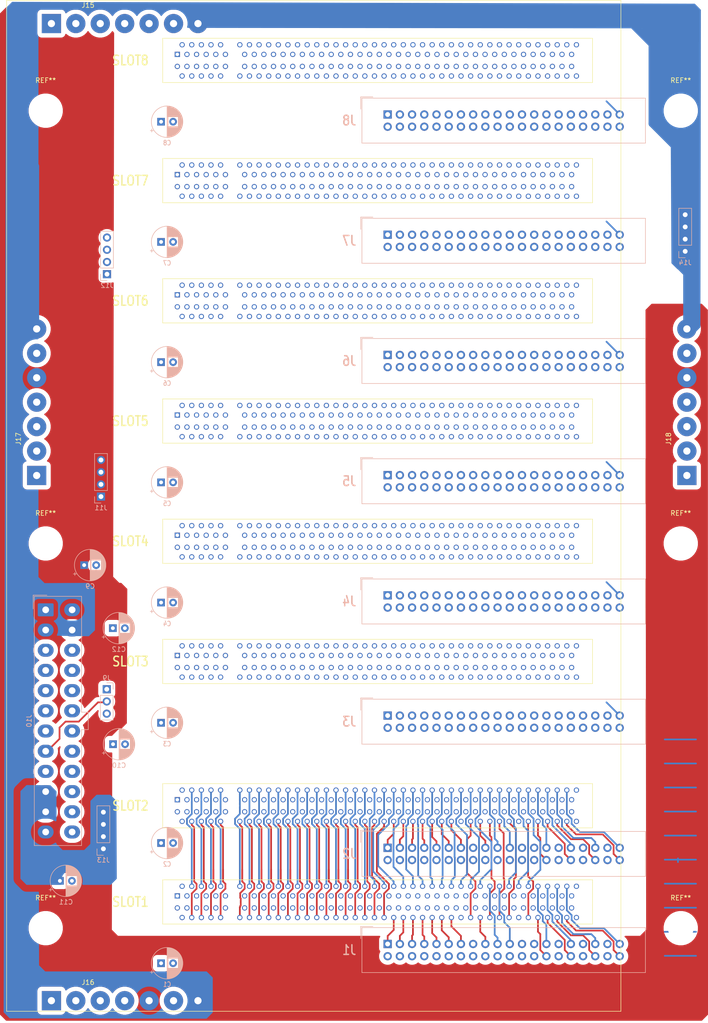
<source format=kicad_pcb>
(kicad_pcb (version 20171130) (host pcbnew 5.1.1-8be2ce7~80~ubuntu18.04.1)
  (layers (0 F.Cu signal) (1 In1.Cu power) (2 In2.Cu power) (31 B.Cu signal) (34 B.Paste user hide) (35 F.Paste user hide) (36 B.SilkS user) (37 F.SilkS user) (38 B.Mask user hide) (39 F.Mask user hide) (44 Edge.Cuts user))
  (net 0 "")
  (net 1 GND)
  (net 2 +5V)
  (net 3 /Slot/C40)
  (net 4 /Slot/C39)
  (net 5 /Slot/C38)
  (net 6 /Slot/C37)
  (net 7 /Slot/C36)
  (net 8 /Slot/C35)
  (net 9 /Slot/C34)
  (net 10 /Slot/C33)
  (net 11 +3V3)
  (net 12 +12V)
  (net 13 -12V)
  (net 14 /sheet5D71C7A6/C33)
  (net 15 /sheet5D71C7A6/C34)
  (net 16 /sheet5D71C7A6/C35)
  (net 17 /sheet5D71C7A6/C36)
  (net 18 /sheet5D71C7A6/C37)
  (net 19 /sheet5D71C7A6/C38)
  (net 20 /sheet5D71C7A6/C39)
  (net 21 /sheet5D71C7A6/C40)
  (net 22 /sheet5D730B90/C33)
  (net 23 /sheet5D730B90/C34)
  (net 24 /sheet5D730B90/C35)
  (net 25 /sheet5D730B90/C36)
  (net 26 /sheet5D730B90/C37)
  (net 27 /sheet5D730B90/C38)
  (net 28 /sheet5D730B90/C39)
  (net 29 /sheet5D730B90/C40)
  (net 30 /sheet5D730E92/C33)
  (net 31 /sheet5D730E92/C34)
  (net 32 /sheet5D730E92/C35)
  (net 33 /sheet5D730E92/C36)
  (net 34 /sheet5D730E92/C37)
  (net 35 /sheet5D730E92/C38)
  (net 36 /sheet5D730E92/C39)
  (net 37 /sheet5D730E92/C40)
  (net 38 /sheet5D7311B5/C33)
  (net 39 /sheet5D7311B5/C34)
  (net 40 /sheet5D7311B5/C35)
  (net 41 /sheet5D7311B5/C36)
  (net 42 /sheet5D7311B5/C37)
  (net 43 /sheet5D7311B5/C38)
  (net 44 /sheet5D7311B5/C39)
  (net 45 /sheet5D7311B5/C40)
  (net 46 /sheet5D73148A/C33)
  (net 47 /sheet5D73148A/C34)
  (net 48 /sheet5D73148A/C35)
  (net 49 /sheet5D73148A/C36)
  (net 50 /sheet5D73148A/C37)
  (net 51 /sheet5D73148A/C38)
  (net 52 /sheet5D73148A/C39)
  (net 53 /sheet5D73148A/C40)
  (net 54 /sheet5D7317BC/C33)
  (net 55 /sheet5D7317BC/C34)
  (net 56 /sheet5D7317BC/C35)
  (net 57 /sheet5D7317BC/C36)
  (net 58 /sheet5D7317BC/C37)
  (net 59 /sheet5D7317BC/C38)
  (net 60 /sheet5D7317BC/C39)
  (net 61 /sheet5D7317BC/C40)
  (net 62 /sheet5D731AE2/C33)
  (net 63 /sheet5D731AE2/C34)
  (net 64 /sheet5D731AE2/C35)
  (net 65 /sheet5D731AE2/C36)
  (net 66 /sheet5D731AE2/C37)
  (net 67 /sheet5D731AE2/C38)
  (net 68 /sheet5D731AE2/C39)
  (net 69 /sheet5D731AE2/C40)
  (net 70 /POWEROK)
  (net 71 "Net-(J10-Pad20)")
  (net 72 /5VSB)
  (net 73 /Slot/B11)
  (net 74 /Slot/A12)
  (net 75 /Slot/A11)
  (net 76 /Slot/A10)
  (net 77 /Slot/B10)
  (net 78 /Slot/A9)
  (net 79 /Slot/A7)
  (net 80 /Slot/A5)
  (net 81 /Slot/A8)
  (net 82 /Slot/A6)
  (net 83 /Slot/A4)
  (net 84 /Slot/B9)
  (net 85 /Slot/B7)
  (net 86 /Slot/B5)
  (net 87 /Slot/B8)
  (net 88 /Slot/B6)
  (net 89 /Slot/B4)
  (net 90 /Slot/B12)
  (net 91 /Slot/A14)
  (net 92 /Slot/A16)
  (net 93 /Slot/A18)
  (net 94 /Slot/A20)
  (net 95 /Slot/A22)
  (net 96 /Slot/A24)
  (net 97 /Slot/A26)
  (net 98 /Slot/A28)
  (net 99 /Slot/A30)
  (net 100 /Slot/A32)
  (net 101 /Slot/A34)
  (net 102 /Slot/A36)
  (net 103 /Slot/A38)
  (net 104 /Slot/A40)
  (net 105 /Slot/A42)
  (net 106 /Slot/A44)
  (net 107 /Slot/A46)
  (net 108 /Slot/A48)
  (net 109 /Slot/A50)
  (net 110 /Slot/A52)
  (net 111 /Slot/A54)
  (net 112 /Slot/A56)
  (net 113 /Slot/A58)
  (net 114 /Slot/A60)
  (net 115 /Slot/A62)
  (net 116 /Slot/A72)
  (net 117 /Slot/A13)
  (net 118 /Slot/B13)
  (net 119 /Slot/A15)
  (net 120 /Slot/A17)
  (net 121 /Slot/A19)
  (net 122 /Slot/A21)
  (net 123 /Slot/A23)
  (net 124 /Slot/A25)
  (net 125 /Slot/A27)
  (net 126 /Slot/A29)
  (net 127 /Slot/A31)
  (net 128 /Slot/A33)
  (net 129 /Slot/A35)
  (net 130 /Slot/A37)
  (net 131 /Slot/A39)
  (net 132 /Slot/A41)
  (net 133 /Slot/A43)
  (net 134 /Slot/A45)
  (net 135 /Slot/A47)
  (net 136 /Slot/A49)
  (net 137 /Slot/A51)
  (net 138 /Slot/A53)
  (net 139 /Slot/A55)
  (net 140 /Slot/A57)
  (net 141 /Slot/A59)
  (net 142 /Slot/A61)
  (net 143 /Slot/A63)
  (net 144 /Slot/B15)
  (net 145 /Slot/B17)
  (net 146 /Slot/B19)
  (net 147 /Slot/B21)
  (net 148 /Slot/B23)
  (net 149 /Slot/B25)
  (net 150 /Slot/B27)
  (net 151 /Slot/B29)
  (net 152 /Slot/B31)
  (net 153 /Slot/B43)
  (net 154 /Slot/B14)
  (net 155 /Slot/B16)
  (net 156 /Slot/B18)
  (net 157 /Slot/B20)
  (net 158 /Slot/B22)
  (net 159 /Slot/B24)
  (net 160 /Slot/B26)
  (net 161 /Slot/B28)
  (net 162 /Slot/B30)
  (net 163 /Slot/B32)
  (net 164 /Slot/A3)
  (net 165 /Slot/B3)
  (net 166 /Slot/C1)
  (net 167 /Slot/C2)
  (net 168 /Slot/C3)
  (net 169 /Slot/C4)
  (net 170 /Slot/C5)
  (net 171 /Slot/C6)
  (net 172 /Slot/C7)
  (net 173 /Slot/C8)
  (net 174 /Slot/C9)
  (net 175 /Slot/C10)
  (net 176 /Slot/C11)
  (net 177 /Slot/C12)
  (net 178 /Slot/C13)
  (net 179 /Slot/C14)
  (net 180 /Slot/C15)
  (net 181 /Slot/C16)
  (net 182 /Slot/C17)
  (net 183 /Slot/C18)
  (net 184 /Slot/C19)
  (net 185 /Slot/C20)
  (net 186 /Slot/C21)
  (net 187 /Slot/C22)
  (net 188 /Slot/C23)
  (net 189 /Slot/C24)
  (net 190 /Slot/C25)
  (net 191 /Slot/C26)
  (net 192 /Slot/C27)
  (net 193 /Slot/C28)
  (net 194 /Slot/C29)
  (net 195 /Slot/C30)
  (net 196 /Slot/C31)
  (net 197 /Slot/C32)
  (net 198 /sheet5D71C7A6/C32)
  (net 199 /sheet5D71C7A6/C31)
  (net 200 /sheet5D71C7A6/C30)
  (net 201 /sheet5D71C7A6/C29)
  (net 202 /sheet5D71C7A6/C28)
  (net 203 /sheet5D71C7A6/C27)
  (net 204 /sheet5D71C7A6/C26)
  (net 205 /sheet5D71C7A6/C25)
  (net 206 /sheet5D71C7A6/C24)
  (net 207 /sheet5D71C7A6/C23)
  (net 208 /sheet5D71C7A6/C22)
  (net 209 /sheet5D71C7A6/C21)
  (net 210 /sheet5D71C7A6/C20)
  (net 211 /sheet5D71C7A6/C19)
  (net 212 /sheet5D71C7A6/C18)
  (net 213 /sheet5D71C7A6/C17)
  (net 214 /sheet5D71C7A6/C16)
  (net 215 /sheet5D71C7A6/C15)
  (net 216 /sheet5D71C7A6/C14)
  (net 217 /sheet5D71C7A6/C13)
  (net 218 /sheet5D71C7A6/C12)
  (net 219 /sheet5D71C7A6/C11)
  (net 220 /sheet5D71C7A6/C10)
  (net 221 /sheet5D71C7A6/C9)
  (net 222 /sheet5D71C7A6/C8)
  (net 223 /sheet5D71C7A6/C7)
  (net 224 /sheet5D71C7A6/C6)
  (net 225 /sheet5D71C7A6/C5)
  (net 226 /sheet5D71C7A6/C4)
  (net 227 /sheet5D71C7A6/C3)
  (net 228 /sheet5D71C7A6/C2)
  (net 229 /sheet5D71C7A6/C1)
  (net 230 /sheet5D730B90/C32)
  (net 231 /sheet5D730B90/C31)
  (net 232 /sheet5D730B90/C30)
  (net 233 /sheet5D730B90/C29)
  (net 234 /sheet5D730B90/C28)
  (net 235 /sheet5D730B90/C27)
  (net 236 /sheet5D730B90/C26)
  (net 237 /sheet5D730B90/C25)
  (net 238 /sheet5D730B90/C24)
  (net 239 /sheet5D730B90/C23)
  (net 240 /sheet5D730B90/C22)
  (net 241 /sheet5D730B90/C21)
  (net 242 /sheet5D730B90/C20)
  (net 243 /sheet5D730B90/C19)
  (net 244 /sheet5D730B90/C18)
  (net 245 /sheet5D730B90/C17)
  (net 246 /sheet5D730B90/C16)
  (net 247 /sheet5D730B90/C15)
  (net 248 /sheet5D730B90/C14)
  (net 249 /sheet5D730B90/C13)
  (net 250 /sheet5D730B90/C12)
  (net 251 /sheet5D730B90/C11)
  (net 252 /sheet5D730B90/C10)
  (net 253 /sheet5D730B90/C9)
  (net 254 /sheet5D730B90/C8)
  (net 255 /sheet5D730B90/C7)
  (net 256 /sheet5D730B90/C6)
  (net 257 /sheet5D730B90/C5)
  (net 258 /sheet5D730B90/C4)
  (net 259 /sheet5D730B90/C3)
  (net 260 /sheet5D730B90/C2)
  (net 261 /sheet5D730B90/C1)
  (net 262 /sheet5D730E92/C32)
  (net 263 /sheet5D730E92/C31)
  (net 264 /sheet5D730E92/C30)
  (net 265 /sheet5D730E92/C29)
  (net 266 /sheet5D730E92/C28)
  (net 267 /sheet5D730E92/C27)
  (net 268 /sheet5D730E92/C26)
  (net 269 /sheet5D730E92/C25)
  (net 270 /sheet5D730E92/C24)
  (net 271 /sheet5D730E92/C23)
  (net 272 /sheet5D730E92/C22)
  (net 273 /sheet5D730E92/C21)
  (net 274 /sheet5D730E92/C20)
  (net 275 /sheet5D730E92/C19)
  (net 276 /sheet5D730E92/C18)
  (net 277 /sheet5D730E92/C17)
  (net 278 /sheet5D730E92/C16)
  (net 279 /sheet5D730E92/C15)
  (net 280 /sheet5D730E92/C14)
  (net 281 /sheet5D730E92/C13)
  (net 282 /sheet5D730E92/C12)
  (net 283 /sheet5D730E92/C11)
  (net 284 /sheet5D730E92/C10)
  (net 285 /sheet5D730E92/C9)
  (net 286 /sheet5D730E92/C8)
  (net 287 /sheet5D730E92/C7)
  (net 288 /sheet5D730E92/C6)
  (net 289 /sheet5D730E92/C5)
  (net 290 /sheet5D730E92/C4)
  (net 291 /sheet5D730E92/C3)
  (net 292 /sheet5D730E92/C2)
  (net 293 /sheet5D730E92/C1)
  (net 294 /sheet5D7311B5/C32)
  (net 295 /sheet5D7311B5/C31)
  (net 296 /sheet5D7311B5/C30)
  (net 297 /sheet5D7311B5/C29)
  (net 298 /sheet5D7311B5/C28)
  (net 299 /sheet5D7311B5/C27)
  (net 300 /sheet5D7311B5/C26)
  (net 301 /sheet5D7311B5/C25)
  (net 302 /sheet5D7311B5/C24)
  (net 303 /sheet5D7311B5/C23)
  (net 304 /sheet5D7311B5/C22)
  (net 305 /sheet5D7311B5/C21)
  (net 306 /sheet5D7311B5/C20)
  (net 307 /sheet5D7311B5/C19)
  (net 308 /sheet5D7311B5/C18)
  (net 309 /sheet5D7311B5/C17)
  (net 310 /sheet5D7311B5/C16)
  (net 311 /sheet5D7311B5/C15)
  (net 312 /sheet5D7311B5/C14)
  (net 313 /sheet5D7311B5/C13)
  (net 314 /sheet5D7311B5/C12)
  (net 315 /sheet5D7311B5/C11)
  (net 316 /sheet5D7311B5/C10)
  (net 317 /sheet5D7311B5/C9)
  (net 318 /sheet5D7311B5/C8)
  (net 319 /sheet5D7311B5/C7)
  (net 320 /sheet5D7311B5/C6)
  (net 321 /sheet5D7311B5/C5)
  (net 322 /sheet5D7311B5/C4)
  (net 323 /sheet5D7311B5/C3)
  (net 324 /sheet5D7311B5/C2)
  (net 325 /sheet5D7311B5/C1)
  (net 326 /sheet5D73148A/C32)
  (net 327 /sheet5D73148A/C31)
  (net 328 /sheet5D73148A/C30)
  (net 329 /sheet5D73148A/C29)
  (net 330 /sheet5D73148A/C28)
  (net 331 /sheet5D73148A/C27)
  (net 332 /sheet5D73148A/C26)
  (net 333 /sheet5D73148A/C25)
  (net 334 /sheet5D73148A/C24)
  (net 335 /sheet5D73148A/C23)
  (net 336 /sheet5D73148A/C22)
  (net 337 /sheet5D73148A/C21)
  (net 338 /sheet5D73148A/C20)
  (net 339 /sheet5D73148A/C19)
  (net 340 /sheet5D73148A/C18)
  (net 341 /sheet5D73148A/C17)
  (net 342 /sheet5D73148A/C16)
  (net 343 /sheet5D73148A/C15)
  (net 344 /sheet5D73148A/C14)
  (net 345 /sheet5D73148A/C13)
  (net 346 /sheet5D73148A/C12)
  (net 347 /sheet5D73148A/C11)
  (net 348 /sheet5D73148A/C10)
  (net 349 /sheet5D73148A/C9)
  (net 350 /sheet5D73148A/C8)
  (net 351 /sheet5D73148A/C7)
  (net 352 /sheet5D73148A/C6)
  (net 353 /sheet5D73148A/C5)
  (net 354 /sheet5D73148A/C4)
  (net 355 /sheet5D73148A/C3)
  (net 356 /sheet5D73148A/C2)
  (net 357 /sheet5D73148A/C1)
  (net 358 /sheet5D7317BC/C32)
  (net 359 /sheet5D7317BC/C31)
  (net 360 /sheet5D7317BC/C30)
  (net 361 /sheet5D7317BC/C29)
  (net 362 /sheet5D7317BC/C28)
  (net 363 /sheet5D7317BC/C27)
  (net 364 /sheet5D7317BC/C26)
  (net 365 /sheet5D7317BC/C25)
  (net 366 /sheet5D7317BC/C24)
  (net 367 /sheet5D7317BC/C23)
  (net 368 /sheet5D7317BC/C22)
  (net 369 /sheet5D7317BC/C21)
  (net 370 /sheet5D7317BC/C20)
  (net 371 /sheet5D7317BC/C19)
  (net 372 /sheet5D7317BC/C18)
  (net 373 /sheet5D7317BC/C17)
  (net 374 /sheet5D7317BC/C16)
  (net 375 /sheet5D7317BC/C15)
  (net 376 /sheet5D7317BC/C14)
  (net 377 /sheet5D7317BC/C13)
  (net 378 /sheet5D7317BC/C12)
  (net 379 /sheet5D7317BC/C11)
  (net 380 /sheet5D7317BC/C10)
  (net 381 /sheet5D7317BC/C9)
  (net 382 /sheet5D7317BC/C8)
  (net 383 /sheet5D7317BC/C7)
  (net 384 /sheet5D7317BC/C6)
  (net 385 /sheet5D7317BC/C5)
  (net 386 /sheet5D7317BC/C4)
  (net 387 /sheet5D7317BC/C3)
  (net 388 /sheet5D7317BC/C2)
  (net 389 /sheet5D7317BC/C1)
  (net 390 /sheet5D731AE2/C32)
  (net 391 /sheet5D731AE2/C31)
  (net 392 /sheet5D731AE2/C30)
  (net 393 /sheet5D731AE2/C29)
  (net 394 /sheet5D731AE2/C28)
  (net 395 /sheet5D731AE2/C27)
  (net 396 /sheet5D731AE2/C26)
  (net 397 /sheet5D731AE2/C25)
  (net 398 /sheet5D731AE2/C24)
  (net 399 /sheet5D731AE2/C23)
  (net 400 /sheet5D731AE2/C22)
  (net 401 /sheet5D731AE2/C21)
  (net 402 /sheet5D731AE2/C20)
  (net 403 /sheet5D731AE2/C19)
  (net 404 /sheet5D731AE2/C18)
  (net 405 /sheet5D731AE2/C17)
  (net 406 /sheet5D731AE2/C16)
  (net 407 /sheet5D731AE2/C15)
  (net 408 /sheet5D731AE2/C14)
  (net 409 /sheet5D731AE2/C13)
  (net 410 /sheet5D731AE2/C12)
  (net 411 /sheet5D731AE2/C11)
  (net 412 /sheet5D731AE2/C10)
  (net 413 /sheet5D731AE2/C9)
  (net 414 /sheet5D731AE2/C8)
  (net 415 /sheet5D731AE2/C7)
  (net 416 /sheet5D731AE2/C6)
  (net 417 /sheet5D731AE2/C5)
  (net 418 /sheet5D731AE2/C4)
  (net 419 /sheet5D731AE2/C3)
  (net 420 /sheet5D731AE2/C2)
  (net 421 /sheet5D731AE2/C1)
  (net 422 /Slot/B33)
  (net 423 /Slot/B35)
  (net 424 /Slot/B37)
  (net 425 /Slot/B39)
  (net 426 /Slot/B41)
  (net 427 /Slot/B63)
  (net 428 /Slot/B65)
  (net 429 /Slot/B34)
  (net 430 /Slot/B36)
  (net 431 /Slot/B38)
  (net 432 /Slot/B40)
  (net 433 /Slot/B60)
  (net 434 /Slot/B64)
  (net 435 /Slot/B66)
  (net 436 /Slot/B72)
  (net 437 /Slot/B42)
  (net 438 /Slot/A68)
  (net 439 /Slot/A70)
  (net 440 /Slot/A67)
  (net 441 /Slot/B68)
  (net 442 /Slot/B69)
  (net 443 /Slot/A73)
  (net 444 /Slot/B73)
  (net 445 /POWERON)
  (module alexios:Amphenol_10018783-x0x03_2x82_P1.00mm_Socket_Vertical (layer F.Cu) (at -101.5 182)
    (fp_text reference SLOT1 (at -9.75 1.25) (layer F.SilkS) (effects (font (size 2 1.66) (thickness 0.3))))
    (fp_text value conn_2x82_ab)
    (pad "" np_thru_hole circle (at 11.65 1.25) (size 2.35 2.35) (drill 2.35) (layers *.Cu *.Mask))
    (pad B11 thru_hole circle (at 10 2.5) (size 1.1 1.1) (drill 0.7) (layers *.Cu *.Mask) (net 73 /Slot/B11))
    (pad A12 thru_hole circle (at 13 -2) (size 1.1 1.1) (drill 0.7) (layers *.Cu *.Mask) (net 74 /Slot/A12))
    (pad A11 thru_hole circle (at 10 0) (size 1.1 1.1) (drill 0.7) (layers *.Cu *.Mask) (net 75 /Slot/A11))
    (pad A10 thru_hole circle (at 9 -2) (size 1.1 1.1) (drill 0.7) (layers *.Cu *.Mask) (net 76 /Slot/A10))
    (pad B10 thru_hole circle (at 9 4.5) (size 1.1 1.1) (drill 0.7) (layers *.Cu *.Mask) (net 77 /Slot/B10))
    (pad A9 thru_hole circle (at 8 0) (size 1.1 1.1) (drill 0.7) (layers *.Cu *.Mask) (net 78 /Slot/A9))
    (pad A7 thru_hole circle (at 6 0) (size 1.1 1.1) (drill 0.7) (layers *.Cu *.Mask) (net 79 /Slot/A7))
    (pad A5 thru_hole circle (at 4 0) (size 1.1 1.1) (drill 0.7) (layers *.Cu *.Mask) (net 80 /Slot/A5))
    (pad A3 thru_hole circle (at 2 0) (size 1.1 1.1) (drill 0.7) (layers *.Cu *.Mask) (net 164 /Slot/A3))
    (pad A1 thru_hole rect (at 0 0) (size 1.1 1.1) (drill 0.7) (layers *.Cu *.Mask) (net 2 +5V))
    (pad A8 thru_hole circle (at 7 -2) (size 1.1 1.1) (drill 0.7) (layers *.Cu *.Mask) (net 81 /Slot/A8))
    (pad A6 thru_hole circle (at 5 -2) (size 1.1 1.1) (drill 0.7) (layers *.Cu *.Mask) (net 82 /Slot/A6))
    (pad A4 thru_hole circle (at 3 -2) (size 1.1 1.1) (drill 0.7) (layers *.Cu *.Mask) (net 83 /Slot/A4))
    (pad A2 thru_hole circle (at 1 -2) (size 1.1 1.1) (drill 0.7) (layers *.Cu *.Mask) (net 2 +5V))
    (pad B9 thru_hole circle (at 8 2.5) (size 1.1 1.1) (drill 0.7) (layers *.Cu *.Mask) (net 84 /Slot/B9))
    (pad B7 thru_hole circle (at 6 2.5) (size 1.1 1.1) (drill 0.7) (layers *.Cu *.Mask) (net 85 /Slot/B7))
    (pad B5 thru_hole circle (at 4 2.5) (size 1.1 1.1) (drill 0.7) (layers *.Cu *.Mask) (net 86 /Slot/B5))
    (pad B3 thru_hole circle (at 2 2.5) (size 1.1 1.1) (drill 0.7) (layers *.Cu *.Mask) (net 165 /Slot/B3))
    (pad B1 thru_hole circle (at 0 2.5) (size 1.1 1.1) (drill 0.7) (layers *.Cu *.Mask) (net 2 +5V))
    (pad B8 thru_hole circle (at 7 4.5) (size 1.1 1.1) (drill 0.7) (layers *.Cu *.Mask) (net 87 /Slot/B8))
    (pad B6 thru_hole circle (at 5 4.5) (size 1.1 1.1) (drill 0.7) (layers *.Cu *.Mask) (net 88 /Slot/B6))
    (pad B4 thru_hole circle (at 3 4.5) (size 1.1 1.1) (drill 0.7) (layers *.Cu *.Mask) (net 89 /Slot/B4))
    (pad B2 thru_hole circle (at 1 4.5) (size 1.1 1.1) (drill 0.7) (layers *.Cu *.Mask) (net 2 +5V))
    (pad B12 thru_hole circle (at 13 4.5) (size 1.1 1.1) (drill 0.7) (layers *.Cu *.Mask) (net 90 /Slot/B12))
    (pad A14 thru_hole circle (at 15 -2) (size 1.1 1.1) (drill 0.7) (layers *.Cu *.Mask) (net 91 /Slot/A14))
    (pad A16 thru_hole circle (at 17 -2) (size 1.1 1.1) (drill 0.7) (layers *.Cu *.Mask) (net 92 /Slot/A16))
    (pad A18 thru_hole circle (at 19 -2) (size 1.1 1.1) (drill 0.7) (layers *.Cu *.Mask) (net 93 /Slot/A18))
    (pad A20 thru_hole circle (at 21 -2) (size 1.1 1.1) (drill 0.7) (layers *.Cu *.Mask) (net 94 /Slot/A20))
    (pad A22 thru_hole circle (at 23 -2) (size 1.1 1.1) (drill 0.7) (layers *.Cu *.Mask) (net 95 /Slot/A22))
    (pad A24 thru_hole circle (at 25 -2) (size 1.1 1.1) (drill 0.7) (layers *.Cu *.Mask) (net 96 /Slot/A24))
    (pad A26 thru_hole circle (at 27 -2) (size 1.1 1.1) (drill 0.7) (layers *.Cu *.Mask) (net 97 /Slot/A26))
    (pad A28 thru_hole circle (at 29 -2) (size 1.1 1.1) (drill 0.7) (layers *.Cu *.Mask) (net 98 /Slot/A28))
    (pad A30 thru_hole circle (at 31 -2) (size 1.1 1.1) (drill 0.7) (layers *.Cu *.Mask) (net 99 /Slot/A30))
    (pad A32 thru_hole circle (at 33 -2) (size 1.1 1.1) (drill 0.7) (layers *.Cu *.Mask) (net 100 /Slot/A32))
    (pad A34 thru_hole circle (at 35 -2) (size 1.1 1.1) (drill 0.7) (layers *.Cu *.Mask) (net 101 /Slot/A34))
    (pad A36 thru_hole circle (at 37 -2) (size 1.1 1.1) (drill 0.7) (layers *.Cu *.Mask) (net 102 /Slot/A36))
    (pad A38 thru_hole circle (at 39 -2) (size 1.1 1.1) (drill 0.7) (layers *.Cu *.Mask) (net 103 /Slot/A38))
    (pad A40 thru_hole circle (at 41 -2) (size 1.1 1.1) (drill 0.7) (layers *.Cu *.Mask) (net 104 /Slot/A40))
    (pad A42 thru_hole circle (at 43 -2) (size 1.1 1.1) (drill 0.7) (layers *.Cu *.Mask) (net 105 /Slot/A42))
    (pad A44 thru_hole circle (at 45 -2) (size 1.1 1.1) (drill 0.7) (layers *.Cu *.Mask) (net 106 /Slot/A44))
    (pad A46 thru_hole circle (at 47 -2) (size 1.1 1.1) (drill 0.7) (layers *.Cu *.Mask) (net 107 /Slot/A46))
    (pad A48 thru_hole circle (at 49 -2) (size 1.1 1.1) (drill 0.7) (layers *.Cu *.Mask) (net 108 /Slot/A48))
    (pad A50 thru_hole circle (at 51 -2) (size 1.1 1.1) (drill 0.7) (layers *.Cu *.Mask) (net 109 /Slot/A50))
    (pad A52 thru_hole circle (at 53 -2) (size 1.1 1.1) (drill 0.7) (layers *.Cu *.Mask) (net 110 /Slot/A52))
    (pad A54 thru_hole circle (at 55 -2) (size 1.1 1.1) (drill 0.7) (layers *.Cu *.Mask) (net 111 /Slot/A54))
    (pad A56 thru_hole circle (at 57 -2) (size 1.1 1.1) (drill 0.7) (layers *.Cu *.Mask) (net 112 /Slot/A56))
    (pad A58 thru_hole circle (at 59 -2) (size 1.1 1.1) (drill 0.7) (layers *.Cu *.Mask) (net 113 /Slot/A58))
    (pad A60 thru_hole circle (at 61 -2) (size 1.1 1.1) (drill 0.7) (layers *.Cu *.Mask) (net 114 /Slot/A60))
    (pad A62 thru_hole circle (at 63 -2) (size 1.1 1.1) (drill 0.7) (layers *.Cu *.Mask) (net 115 /Slot/A62))
    (pad A64 thru_hole circle (at 65 -2) (size 1.1 1.1) (drill 0.7) (layers *.Cu *.Mask) (net 184 /Slot/C19))
    (pad A66 thru_hole circle (at 67 -2) (size 1.1 1.1) (drill 0.7) (layers *.Cu *.Mask) (net 186 /Slot/C21))
    (pad A68 thru_hole circle (at 69 -2) (size 1.1 1.1) (drill 0.7) (layers *.Cu *.Mask) (net 438 /Slot/A68))
    (pad A70 thru_hole circle (at 71 -2) (size 1.1 1.1) (drill 0.7) (layers *.Cu *.Mask) (net 439 /Slot/A70))
    (pad A72 thru_hole circle (at 73 -2) (size 1.1 1.1) (drill 0.7) (layers *.Cu *.Mask) (net 116 /Slot/A72))
    (pad A74 thru_hole circle (at 75 -2) (size 1.1 1.1) (drill 0.7) (layers *.Cu *.Mask) (net 192 /Slot/C27))
    (pad A76 thru_hole circle (at 77 -2) (size 1.1 1.1) (drill 0.7) (layers *.Cu *.Mask) (net 196 /Slot/C31))
    (pad A78 thru_hole circle (at 79 -2) (size 1.1 1.1) (drill 0.7) (layers *.Cu *.Mask) (net 8 /Slot/C35))
    (pad A80 thru_hole circle (at 81 -2) (size 1.1 1.1) (drill 0.7) (layers *.Cu *.Mask) (net 4 /Slot/C39))
    (pad A82 thru_hole circle (at 83 -2) (size 1.1 1.1) (drill 0.7) (layers *.Cu *.Mask) (net 1 GND))
    (pad A13 thru_hole circle (at 14 0) (size 1.1 1.1) (drill 0.7) (layers *.Cu *.Mask) (net 117 /Slot/A13))
    (pad B13 thru_hole circle (at 14 2.5) (size 1.1 1.1) (drill 0.7) (layers *.Cu *.Mask) (net 118 /Slot/B13))
    (pad "" np_thru_hole circle (at 84.8 1.25) (size 2.35 2.35) (drill 2.35) (layers *.Cu *.Mask))
    (pad A15 thru_hole circle (at 16 0) (size 1.1 1.1) (drill 0.7) (layers *.Cu *.Mask) (net 119 /Slot/A15))
    (pad A17 thru_hole circle (at 18 0) (size 1.1 1.1) (drill 0.7) (layers *.Cu *.Mask) (net 120 /Slot/A17))
    (pad A19 thru_hole circle (at 20 0) (size 1.1 1.1) (drill 0.7) (layers *.Cu *.Mask) (net 121 /Slot/A19))
    (pad A21 thru_hole circle (at 22 0) (size 1.1 1.1) (drill 0.7) (layers *.Cu *.Mask) (net 122 /Slot/A21))
    (pad A23 thru_hole circle (at 24 0) (size 1.1 1.1) (drill 0.7) (layers *.Cu *.Mask) (net 123 /Slot/A23))
    (pad A25 thru_hole circle (at 26 0) (size 1.1 1.1) (drill 0.7) (layers *.Cu *.Mask) (net 124 /Slot/A25))
    (pad A27 thru_hole circle (at 28 0) (size 1.1 1.1) (drill 0.7) (layers *.Cu *.Mask) (net 125 /Slot/A27))
    (pad A29 thru_hole circle (at 30 0) (size 1.1 1.1) (drill 0.7) (layers *.Cu *.Mask) (net 126 /Slot/A29))
    (pad A31 thru_hole circle (at 32 0) (size 1.1 1.1) (drill 0.7) (layers *.Cu *.Mask) (net 127 /Slot/A31))
    (pad A33 thru_hole circle (at 34 0) (size 1.1 1.1) (drill 0.7) (layers *.Cu *.Mask) (net 128 /Slot/A33))
    (pad A35 thru_hole circle (at 36 0) (size 1.1 1.1) (drill 0.7) (layers *.Cu *.Mask) (net 129 /Slot/A35))
    (pad A37 thru_hole circle (at 38 0) (size 1.1 1.1) (drill 0.7) (layers *.Cu *.Mask) (net 130 /Slot/A37))
    (pad A39 thru_hole circle (at 40 0) (size 1.1 1.1) (drill 0.7) (layers *.Cu *.Mask) (net 131 /Slot/A39))
    (pad A41 thru_hole circle (at 42 0) (size 1.1 1.1) (drill 0.7) (layers *.Cu *.Mask) (net 132 /Slot/A41))
    (pad A43 thru_hole circle (at 44 0) (size 1.1 1.1) (drill 0.7) (layers *.Cu *.Mask) (net 133 /Slot/A43))
    (pad A45 thru_hole circle (at 46 0) (size 1.1 1.1) (drill 0.7) (layers *.Cu *.Mask) (net 134 /Slot/A45))
    (pad A47 thru_hole circle (at 48 0) (size 1.1 1.1) (drill 0.7) (layers *.Cu *.Mask) (net 135 /Slot/A47))
    (pad A49 thru_hole circle (at 50 0) (size 1.1 1.1) (drill 0.7) (layers *.Cu *.Mask) (net 136 /Slot/A49))
    (pad A51 thru_hole circle (at 52 0) (size 1.1 1.1) (drill 0.7) (layers *.Cu *.Mask) (net 137 /Slot/A51))
    (pad A53 thru_hole circle (at 54 0) (size 1.1 1.1) (drill 0.7) (layers *.Cu *.Mask) (net 138 /Slot/A53))
    (pad A55 thru_hole circle (at 56 0) (size 1.1 1.1) (drill 0.7) (layers *.Cu *.Mask) (net 139 /Slot/A55))
    (pad A57 thru_hole circle (at 58 0) (size 1.1 1.1) (drill 0.7) (layers *.Cu *.Mask) (net 140 /Slot/A57))
    (pad A59 thru_hole circle (at 60 0) (size 1.1 1.1) (drill 0.7) (layers *.Cu *.Mask) (net 141 /Slot/A59))
    (pad A61 thru_hole circle (at 62 0) (size 1.1 1.1) (drill 0.7) (layers *.Cu *.Mask) (net 142 /Slot/A61))
    (pad A63 thru_hole circle (at 64 0) (size 1.1 1.1) (drill 0.7) (layers *.Cu *.Mask) (net 143 /Slot/A63))
    (pad A65 thru_hole circle (at 66 0) (size 1.1 1.1) (drill 0.7) (layers *.Cu *.Mask) (net 185 /Slot/C20))
    (pad A67 thru_hole circle (at 68 0) (size 1.1 1.1) (drill 0.7) (layers *.Cu *.Mask) (net 440 /Slot/A67))
    (pad A69 thru_hole circle (at 70 0) (size 1.1 1.1) (drill 0.7) (layers *.Cu *.Mask) (net 188 /Slot/C23))
    (pad A71 thru_hole circle (at 72 0) (size 1.1 1.1) (drill 0.7) (layers *.Cu *.Mask) (net 190 /Slot/C25))
    (pad A73 thru_hole circle (at 74 0) (size 1.1 1.1) (drill 0.7) (layers *.Cu *.Mask) (net 443 /Slot/A73))
    (pad A75 thru_hole circle (at 76 0) (size 1.1 1.1) (drill 0.7) (layers *.Cu *.Mask) (net 194 /Slot/C29))
    (pad A77 thru_hole circle (at 78 0) (size 1.1 1.1) (drill 0.7) (layers *.Cu *.Mask) (net 10 /Slot/C33))
    (pad A79 thru_hole circle (at 80 0) (size 1.1 1.1) (drill 0.7) (layers *.Cu *.Mask) (net 6 /Slot/C37))
    (pad A81 thru_hole circle (at 82 0) (size 1.1 1.1) (drill 0.7) (layers *.Cu *.Mask) (net 1 GND))
    (pad B15 thru_hole circle (at 16 2.5) (size 1.1 1.1) (drill 0.7) (layers *.Cu *.Mask) (net 144 /Slot/B15))
    (pad B17 thru_hole circle (at 18 2.5) (size 1.1 1.1) (drill 0.7) (layers *.Cu *.Mask) (net 145 /Slot/B17))
    (pad B19 thru_hole circle (at 20 2.5) (size 1.1 1.1) (drill 0.7) (layers *.Cu *.Mask) (net 146 /Slot/B19))
    (pad B21 thru_hole circle (at 22 2.5) (size 1.1 1.1) (drill 0.7) (layers *.Cu *.Mask) (net 147 /Slot/B21))
    (pad B23 thru_hole circle (at 24 2.5) (size 1.1 1.1) (drill 0.7) (layers *.Cu *.Mask) (net 148 /Slot/B23))
    (pad B25 thru_hole circle (at 26 2.5) (size 1.1 1.1) (drill 0.7) (layers *.Cu *.Mask) (net 149 /Slot/B25))
    (pad B27 thru_hole circle (at 28 2.5) (size 1.1 1.1) (drill 0.7) (layers *.Cu *.Mask) (net 150 /Slot/B27))
    (pad B29 thru_hole circle (at 30 2.5) (size 1.1 1.1) (drill 0.7) (layers *.Cu *.Mask) (net 151 /Slot/B29))
    (pad B31 thru_hole circle (at 32 2.5) (size 1.1 1.1) (drill 0.7) (layers *.Cu *.Mask) (net 152 /Slot/B31))
    (pad B33 thru_hole circle (at 34 2.5) (size 1.1 1.1) (drill 0.7) (layers *.Cu *.Mask) (net 422 /Slot/B33))
    (pad B35 thru_hole circle (at 36 2.5) (size 1.1 1.1) (drill 0.7) (layers *.Cu *.Mask) (net 423 /Slot/B35))
    (pad B37 thru_hole circle (at 38 2.5) (size 1.1 1.1) (drill 0.7) (layers *.Cu *.Mask) (net 424 /Slot/B37))
    (pad B39 thru_hole circle (at 40 2.5) (size 1.1 1.1) (drill 0.7) (layers *.Cu *.Mask) (net 425 /Slot/B39))
    (pad B41 thru_hole circle (at 42 2.5) (size 1.1 1.1) (drill 0.7) (layers *.Cu *.Mask) (net 426 /Slot/B41))
    (pad B43 thru_hole circle (at 44 2.5) (size 1.1 1.1) (drill 0.7) (layers *.Cu *.Mask) (net 153 /Slot/B43))
    (pad B45 thru_hole circle (at 46 2.5) (size 1.1 1.1) (drill 0.7) (layers *.Cu *.Mask) (net 167 /Slot/C2))
    (pad B47 thru_hole circle (at 48 2.5) (size 1.1 1.1) (drill 0.7) (layers *.Cu *.Mask) (net 169 /Slot/C4))
    (pad B49 thru_hole circle (at 50 2.5) (size 1.1 1.1) (drill 0.7) (layers *.Cu *.Mask) (net 171 /Slot/C6))
    (pad B51 thru_hole circle (at 52 2.5) (size 1.1 1.1) (drill 0.7) (layers *.Cu *.Mask) (net 173 /Slot/C8))
    (pad B53 thru_hole circle (at 54 2.5) (size 1.1 1.1) (drill 0.7) (layers *.Cu *.Mask) (net 175 /Slot/C10))
    (pad B55 thru_hole circle (at 56 2.5) (size 1.1 1.1) (drill 0.7) (layers *.Cu *.Mask) (net 177 /Slot/C12))
    (pad B57 thru_hole circle (at 58 2.5) (size 1.1 1.1) (drill 0.7) (layers *.Cu *.Mask) (net 179 /Slot/C14))
    (pad B59 thru_hole circle (at 60 2.5) (size 1.1 1.1) (drill 0.7) (layers *.Cu *.Mask) (net 180 /Slot/C15))
    (pad B61 thru_hole circle (at 62 2.5) (size 1.1 1.1) (drill 0.7) (layers *.Cu *.Mask) (net 183 /Slot/C18))
    (pad B63 thru_hole circle (at 64 2.5) (size 1.1 1.1) (drill 0.7) (layers *.Cu *.Mask) (net 427 /Slot/B63))
    (pad B65 thru_hole circle (at 66 2.5) (size 1.1 1.1) (drill 0.7) (layers *.Cu *.Mask) (net 428 /Slot/B65))
    (pad B67 thru_hole circle (at 68 2.5) (size 1.1 1.1) (drill 0.7) (layers *.Cu *.Mask) (net 187 /Slot/C22))
    (pad B69 thru_hole circle (at 70 2.5) (size 1.1 1.1) (drill 0.7) (layers *.Cu *.Mask) (net 442 /Slot/B69))
    (pad B71 thru_hole circle (at 72 2.5) (size 1.1 1.1) (drill 0.7) (layers *.Cu *.Mask) (net 191 /Slot/C26))
    (pad B73 thru_hole circle (at 74 2.5) (size 1.1 1.1) (drill 0.7) (layers *.Cu *.Mask) (net 444 /Slot/B73))
    (pad B75 thru_hole circle (at 76 2.5) (size 1.1 1.1) (drill 0.7) (layers *.Cu *.Mask) (net 195 /Slot/C30))
    (pad B77 thru_hole circle (at 78 2.5) (size 1.1 1.1) (drill 0.7) (layers *.Cu *.Mask) (net 9 /Slot/C34))
    (pad B79 thru_hole circle (at 80 2.5) (size 1.1 1.1) (drill 0.7) (layers *.Cu *.Mask) (net 5 /Slot/C38))
    (pad B81 thru_hole circle (at 82 2.5) (size 1.1 1.1) (drill 0.7) (layers *.Cu *.Mask) (net 1 GND))
    (pad B14 thru_hole circle (at 15 4.5) (size 1.1 1.1) (drill 0.7) (layers *.Cu *.Mask) (net 154 /Slot/B14))
    (pad B16 thru_hole circle (at 17 4.5) (size 1.1 1.1) (drill 0.7) (layers *.Cu *.Mask) (net 155 /Slot/B16))
    (pad B18 thru_hole circle (at 19 4.5) (size 1.1 1.1) (drill 0.7) (layers *.Cu *.Mask) (net 156 /Slot/B18))
    (pad B20 thru_hole circle (at 21 4.5) (size 1.1 1.1) (drill 0.7) (layers *.Cu *.Mask) (net 157 /Slot/B20))
    (pad B22 thru_hole circle (at 23 4.5) (size 1.1 1.1) (drill 0.7) (layers *.Cu *.Mask) (net 158 /Slot/B22))
    (pad B24 thru_hole circle (at 25 4.5) (size 1.1 1.1) (drill 0.7) (layers *.Cu *.Mask) (net 159 /Slot/B24))
    (pad B26 thru_hole circle (at 27 4.5) (size 1.1 1.1) (drill 0.7) (layers *.Cu *.Mask) (net 160 /Slot/B26))
    (pad B28 thru_hole circle (at 29 4.5) (size 1.1 1.1) (drill 0.7) (layers *.Cu *.Mask) (net 161 /Slot/B28))
    (pad B30 thru_hole circle (at 31 4.5) (size 1.1 1.1) (drill 0.7) (layers *.Cu *.Mask) (net 162 /Slot/B30))
    (pad B32 thru_hole circle (at 33 4.5) (size 1.1 1.1) (drill 0.7) (layers *.Cu *.Mask) (net 163 /Slot/B32))
    (pad B34 thru_hole circle (at 35 4.5) (size 1.1 1.1) (drill 0.7) (layers *.Cu *.Mask) (net 429 /Slot/B34))
    (pad B36 thru_hole circle (at 37 4.5) (size 1.1 1.1) (drill 0.7) (layers *.Cu *.Mask) (net 430 /Slot/B36))
    (pad B38 thru_hole circle (at 39 4.5) (size 1.1 1.1) (drill 0.7) (layers *.Cu *.Mask) (net 431 /Slot/B38))
    (pad B40 thru_hole circle (at 41 4.5) (size 1.1 1.1) (drill 0.7) (layers *.Cu *.Mask) (net 432 /Slot/B40))
    (pad B42 thru_hole circle (at 43 4.5) (size 1.1 1.1) (drill 0.7) (layers *.Cu *.Mask) (net 437 /Slot/B42))
    (pad B44 thru_hole circle (at 45 4.5) (size 1.1 1.1) (drill 0.7) (layers *.Cu *.Mask) (net 166 /Slot/C1))
    (pad B46 thru_hole circle (at 47 4.5) (size 1.1 1.1) (drill 0.7) (layers *.Cu *.Mask) (net 168 /Slot/C3))
    (pad B48 thru_hole circle (at 49 4.5) (size 1.1 1.1) (drill 0.7) (layers *.Cu *.Mask) (net 170 /Slot/C5))
    (pad B50 thru_hole circle (at 51 4.5) (size 1.1 1.1) (drill 0.7) (layers *.Cu *.Mask) (net 172 /Slot/C7))
    (pad B52 thru_hole circle (at 53 4.5) (size 1.1 1.1) (drill 0.7) (layers *.Cu *.Mask) (net 174 /Slot/C9))
    (pad B54 thru_hole circle (at 55 4.5) (size 1.1 1.1) (drill 0.7) (layers *.Cu *.Mask) (net 176 /Slot/C11))
    (pad B56 thru_hole circle (at 57 4.5) (size 1.1 1.1) (drill 0.7) (layers *.Cu *.Mask) (net 178 /Slot/C13))
    (pad B58 thru_hole circle (at 59 4.5) (size 1.1 1.1) (drill 0.7) (layers *.Cu *.Mask) (net 181 /Slot/C16))
    (pad B60 thru_hole circle (at 61 4.5) (size 1.1 1.1) (drill 0.7) (layers *.Cu *.Mask) (net 433 /Slot/B60))
    (pad B62 thru_hole circle (at 63 4.5) (size 1.1 1.1) (drill 0.7) (layers *.Cu *.Mask) (net 182 /Slot/C17))
    (pad B64 thru_hole circle (at 65 4.5) (size 1.1 1.1) (drill 0.7) (layers *.Cu *.Mask) (net 434 /Slot/B64))
    (pad B66 thru_hole circle (at 67 4.5) (size 1.1 1.1) (drill 0.7) (layers *.Cu *.Mask) (net 435 /Slot/B66))
    (pad B68 thru_hole circle (at 69 4.5) (size 1.1 1.1) (drill 0.7) (layers *.Cu *.Mask) (net 441 /Slot/B68))
    (pad B70 thru_hole circle (at 71 4.5) (size 1.1 1.1) (drill 0.7) (layers *.Cu *.Mask) (net 189 /Slot/C24))
    (pad B72 thru_hole circle (at 73 4.5) (size 1.1 1.1) (drill 0.7) (layers *.Cu *.Mask) (net 436 /Slot/B72))
    (pad B74 thru_hole circle (at 75 4.5) (size 1.1 1.1) (drill 0.7) (layers *.Cu *.Mask) (net 193 /Slot/C28))
    (pad B76 thru_hole circle (at 77 4.5) (size 1.1 1.1) (drill 0.7) (layers *.Cu *.Mask) (net 197 /Slot/C32))
    (pad B78 thru_hole circle (at 79 4.5) (size 1.1 1.1) (drill 0.7) (layers *.Cu *.Mask) (net 7 /Slot/C36))
    (pad B80 thru_hole circle (at 81 4.5) (size 1.1 1.1) (drill 0.7) (layers *.Cu *.Mask) (net 3 /Slot/C40))
    (pad B82 thru_hole circle (at 83 4.5) (size 1.1 1.1) (drill 0.7) (layers *.Cu *.Mask) (net 1 GND))
  )
  (module alexios:Amphenol_10018783-x0x03_2x82_P1.00mm_Socket_Vertical (layer F.Cu) (at -101.5 162)
    (fp_text reference SLOT2 (at -9.75 1.25) (layer F.SilkS) (effects (font (size 2 1.66) (thickness 0.3))))
    (fp_text value conn_2x82_ab)
    (pad B82 thru_hole circle (at 83 4.5) (size 1.1 1.1) (drill 0.7) (layers *.Cu *.Mask) (net 1 GND))
    (pad B80 thru_hole circle (at 81 4.5) (size 1.1 1.1) (drill 0.7) (layers *.Cu *.Mask) (net 21 /sheet5D71C7A6/C40))
    (pad B78 thru_hole circle (at 79 4.5) (size 1.1 1.1) (drill 0.7) (layers *.Cu *.Mask) (net 17 /sheet5D71C7A6/C36))
    (pad B76 thru_hole circle (at 77 4.5) (size 1.1 1.1) (drill 0.7) (layers *.Cu *.Mask) (net 198 /sheet5D71C7A6/C32))
    (pad B74 thru_hole circle (at 75 4.5) (size 1.1 1.1) (drill 0.7) (layers *.Cu *.Mask) (net 202 /sheet5D71C7A6/C28))
    (pad B72 thru_hole circle (at 73 4.5) (size 1.1 1.1) (drill 0.7) (layers *.Cu *.Mask) (net 436 /Slot/B72))
    (pad B70 thru_hole circle (at 71 4.5) (size 1.1 1.1) (drill 0.7) (layers *.Cu *.Mask) (net 206 /sheet5D71C7A6/C24))
    (pad B68 thru_hole circle (at 69 4.5) (size 1.1 1.1) (drill 0.7) (layers *.Cu *.Mask) (net 441 /Slot/B68))
    (pad B66 thru_hole circle (at 67 4.5) (size 1.1 1.1) (drill 0.7) (layers *.Cu *.Mask) (net 435 /Slot/B66))
    (pad B64 thru_hole circle (at 65 4.5) (size 1.1 1.1) (drill 0.7) (layers *.Cu *.Mask) (net 434 /Slot/B64))
    (pad B62 thru_hole circle (at 63 4.5) (size 1.1 1.1) (drill 0.7) (layers *.Cu *.Mask) (net 213 /sheet5D71C7A6/C17))
    (pad B60 thru_hole circle (at 61 4.5) (size 1.1 1.1) (drill 0.7) (layers *.Cu *.Mask) (net 433 /Slot/B60))
    (pad B58 thru_hole circle (at 59 4.5) (size 1.1 1.1) (drill 0.7) (layers *.Cu *.Mask) (net 214 /sheet5D71C7A6/C16))
    (pad B56 thru_hole circle (at 57 4.5) (size 1.1 1.1) (drill 0.7) (layers *.Cu *.Mask) (net 217 /sheet5D71C7A6/C13))
    (pad B54 thru_hole circle (at 55 4.5) (size 1.1 1.1) (drill 0.7) (layers *.Cu *.Mask) (net 219 /sheet5D71C7A6/C11))
    (pad B52 thru_hole circle (at 53 4.5) (size 1.1 1.1) (drill 0.7) (layers *.Cu *.Mask) (net 221 /sheet5D71C7A6/C9))
    (pad B50 thru_hole circle (at 51 4.5) (size 1.1 1.1) (drill 0.7) (layers *.Cu *.Mask) (net 223 /sheet5D71C7A6/C7))
    (pad B48 thru_hole circle (at 49 4.5) (size 1.1 1.1) (drill 0.7) (layers *.Cu *.Mask) (net 225 /sheet5D71C7A6/C5))
    (pad B46 thru_hole circle (at 47 4.5) (size 1.1 1.1) (drill 0.7) (layers *.Cu *.Mask) (net 227 /sheet5D71C7A6/C3))
    (pad B44 thru_hole circle (at 45 4.5) (size 1.1 1.1) (drill 0.7) (layers *.Cu *.Mask) (net 229 /sheet5D71C7A6/C1))
    (pad B42 thru_hole circle (at 43 4.5) (size 1.1 1.1) (drill 0.7) (layers *.Cu *.Mask) (net 437 /Slot/B42))
    (pad B40 thru_hole circle (at 41 4.5) (size 1.1 1.1) (drill 0.7) (layers *.Cu *.Mask) (net 432 /Slot/B40))
    (pad B38 thru_hole circle (at 39 4.5) (size 1.1 1.1) (drill 0.7) (layers *.Cu *.Mask) (net 431 /Slot/B38))
    (pad B36 thru_hole circle (at 37 4.5) (size 1.1 1.1) (drill 0.7) (layers *.Cu *.Mask) (net 430 /Slot/B36))
    (pad B34 thru_hole circle (at 35 4.5) (size 1.1 1.1) (drill 0.7) (layers *.Cu *.Mask) (net 429 /Slot/B34))
    (pad B32 thru_hole circle (at 33 4.5) (size 1.1 1.1) (drill 0.7) (layers *.Cu *.Mask) (net 163 /Slot/B32))
    (pad B30 thru_hole circle (at 31 4.5) (size 1.1 1.1) (drill 0.7) (layers *.Cu *.Mask) (net 162 /Slot/B30))
    (pad B28 thru_hole circle (at 29 4.5) (size 1.1 1.1) (drill 0.7) (layers *.Cu *.Mask) (net 161 /Slot/B28))
    (pad B26 thru_hole circle (at 27 4.5) (size 1.1 1.1) (drill 0.7) (layers *.Cu *.Mask) (net 160 /Slot/B26))
    (pad B24 thru_hole circle (at 25 4.5) (size 1.1 1.1) (drill 0.7) (layers *.Cu *.Mask) (net 159 /Slot/B24))
    (pad B22 thru_hole circle (at 23 4.5) (size 1.1 1.1) (drill 0.7) (layers *.Cu *.Mask) (net 158 /Slot/B22))
    (pad B20 thru_hole circle (at 21 4.5) (size 1.1 1.1) (drill 0.7) (layers *.Cu *.Mask) (net 157 /Slot/B20))
    (pad B18 thru_hole circle (at 19 4.5) (size 1.1 1.1) (drill 0.7) (layers *.Cu *.Mask) (net 156 /Slot/B18))
    (pad B16 thru_hole circle (at 17 4.5) (size 1.1 1.1) (drill 0.7) (layers *.Cu *.Mask) (net 155 /Slot/B16))
    (pad B14 thru_hole circle (at 15 4.5) (size 1.1 1.1) (drill 0.7) (layers *.Cu *.Mask) (net 154 /Slot/B14))
    (pad B81 thru_hole circle (at 82 2.5) (size 1.1 1.1) (drill 0.7) (layers *.Cu *.Mask) (net 1 GND))
    (pad B79 thru_hole circle (at 80 2.5) (size 1.1 1.1) (drill 0.7) (layers *.Cu *.Mask) (net 19 /sheet5D71C7A6/C38))
    (pad B77 thru_hole circle (at 78 2.5) (size 1.1 1.1) (drill 0.7) (layers *.Cu *.Mask) (net 15 /sheet5D71C7A6/C34))
    (pad B75 thru_hole circle (at 76 2.5) (size 1.1 1.1) (drill 0.7) (layers *.Cu *.Mask) (net 200 /sheet5D71C7A6/C30))
    (pad B73 thru_hole circle (at 74 2.5) (size 1.1 1.1) (drill 0.7) (layers *.Cu *.Mask) (net 444 /Slot/B73))
    (pad B71 thru_hole circle (at 72 2.5) (size 1.1 1.1) (drill 0.7) (layers *.Cu *.Mask) (net 204 /sheet5D71C7A6/C26))
    (pad B69 thru_hole circle (at 70 2.5) (size 1.1 1.1) (drill 0.7) (layers *.Cu *.Mask) (net 442 /Slot/B69))
    (pad B67 thru_hole circle (at 68 2.5) (size 1.1 1.1) (drill 0.7) (layers *.Cu *.Mask) (net 208 /sheet5D71C7A6/C22))
    (pad B65 thru_hole circle (at 66 2.5) (size 1.1 1.1) (drill 0.7) (layers *.Cu *.Mask) (net 428 /Slot/B65))
    (pad B63 thru_hole circle (at 64 2.5) (size 1.1 1.1) (drill 0.7) (layers *.Cu *.Mask) (net 427 /Slot/B63))
    (pad B61 thru_hole circle (at 62 2.5) (size 1.1 1.1) (drill 0.7) (layers *.Cu *.Mask) (net 212 /sheet5D71C7A6/C18))
    (pad B59 thru_hole circle (at 60 2.5) (size 1.1 1.1) (drill 0.7) (layers *.Cu *.Mask) (net 215 /sheet5D71C7A6/C15))
    (pad B57 thru_hole circle (at 58 2.5) (size 1.1 1.1) (drill 0.7) (layers *.Cu *.Mask) (net 216 /sheet5D71C7A6/C14))
    (pad B55 thru_hole circle (at 56 2.5) (size 1.1 1.1) (drill 0.7) (layers *.Cu *.Mask) (net 218 /sheet5D71C7A6/C12))
    (pad B53 thru_hole circle (at 54 2.5) (size 1.1 1.1) (drill 0.7) (layers *.Cu *.Mask) (net 220 /sheet5D71C7A6/C10))
    (pad B51 thru_hole circle (at 52 2.5) (size 1.1 1.1) (drill 0.7) (layers *.Cu *.Mask) (net 222 /sheet5D71C7A6/C8))
    (pad B49 thru_hole circle (at 50 2.5) (size 1.1 1.1) (drill 0.7) (layers *.Cu *.Mask) (net 224 /sheet5D71C7A6/C6))
    (pad B47 thru_hole circle (at 48 2.5) (size 1.1 1.1) (drill 0.7) (layers *.Cu *.Mask) (net 226 /sheet5D71C7A6/C4))
    (pad B45 thru_hole circle (at 46 2.5) (size 1.1 1.1) (drill 0.7) (layers *.Cu *.Mask) (net 228 /sheet5D71C7A6/C2))
    (pad B43 thru_hole circle (at 44 2.5) (size 1.1 1.1) (drill 0.7) (layers *.Cu *.Mask) (net 153 /Slot/B43))
    (pad B41 thru_hole circle (at 42 2.5) (size 1.1 1.1) (drill 0.7) (layers *.Cu *.Mask) (net 426 /Slot/B41))
    (pad B39 thru_hole circle (at 40 2.5) (size 1.1 1.1) (drill 0.7) (layers *.Cu *.Mask) (net 425 /Slot/B39))
    (pad B37 thru_hole circle (at 38 2.5) (size 1.1 1.1) (drill 0.7) (layers *.Cu *.Mask) (net 424 /Slot/B37))
    (pad B35 thru_hole circle (at 36 2.5) (size 1.1 1.1) (drill 0.7) (layers *.Cu *.Mask) (net 423 /Slot/B35))
    (pad B33 thru_hole circle (at 34 2.5) (size 1.1 1.1) (drill 0.7) (layers *.Cu *.Mask) (net 422 /Slot/B33))
    (pad B31 thru_hole circle (at 32 2.5) (size 1.1 1.1) (drill 0.7) (layers *.Cu *.Mask) (net 152 /Slot/B31))
    (pad B29 thru_hole circle (at 30 2.5) (size 1.1 1.1) (drill 0.7) (layers *.Cu *.Mask) (net 151 /Slot/B29))
    (pad B27 thru_hole circle (at 28 2.5) (size 1.1 1.1) (drill 0.7) (layers *.Cu *.Mask) (net 150 /Slot/B27))
    (pad B25 thru_hole circle (at 26 2.5) (size 1.1 1.1) (drill 0.7) (layers *.Cu *.Mask) (net 149 /Slot/B25))
    (pad B23 thru_hole circle (at 24 2.5) (size 1.1 1.1) (drill 0.7) (layers *.Cu *.Mask) (net 148 /Slot/B23))
    (pad B21 thru_hole circle (at 22 2.5) (size 1.1 1.1) (drill 0.7) (layers *.Cu *.Mask) (net 147 /Slot/B21))
    (pad B19 thru_hole circle (at 20 2.5) (size 1.1 1.1) (drill 0.7) (layers *.Cu *.Mask) (net 146 /Slot/B19))
    (pad B17 thru_hole circle (at 18 2.5) (size 1.1 1.1) (drill 0.7) (layers *.Cu *.Mask) (net 145 /Slot/B17))
    (pad B15 thru_hole circle (at 16 2.5) (size 1.1 1.1) (drill 0.7) (layers *.Cu *.Mask) (net 144 /Slot/B15))
    (pad A81 thru_hole circle (at 82 0) (size 1.1 1.1) (drill 0.7) (layers *.Cu *.Mask) (net 1 GND))
    (pad A79 thru_hole circle (at 80 0) (size 1.1 1.1) (drill 0.7) (layers *.Cu *.Mask) (net 18 /sheet5D71C7A6/C37))
    (pad A77 thru_hole circle (at 78 0) (size 1.1 1.1) (drill 0.7) (layers *.Cu *.Mask) (net 14 /sheet5D71C7A6/C33))
    (pad A75 thru_hole circle (at 76 0) (size 1.1 1.1) (drill 0.7) (layers *.Cu *.Mask) (net 201 /sheet5D71C7A6/C29))
    (pad A73 thru_hole circle (at 74 0) (size 1.1 1.1) (drill 0.7) (layers *.Cu *.Mask) (net 443 /Slot/A73))
    (pad A71 thru_hole circle (at 72 0) (size 1.1 1.1) (drill 0.7) (layers *.Cu *.Mask) (net 205 /sheet5D71C7A6/C25))
    (pad A69 thru_hole circle (at 70 0) (size 1.1 1.1) (drill 0.7) (layers *.Cu *.Mask) (net 207 /sheet5D71C7A6/C23))
    (pad A67 thru_hole circle (at 68 0) (size 1.1 1.1) (drill 0.7) (layers *.Cu *.Mask) (net 440 /Slot/A67))
    (pad A65 thru_hole circle (at 66 0) (size 1.1 1.1) (drill 0.7) (layers *.Cu *.Mask) (net 210 /sheet5D71C7A6/C20))
    (pad A63 thru_hole circle (at 64 0) (size 1.1 1.1) (drill 0.7) (layers *.Cu *.Mask) (net 143 /Slot/A63))
    (pad A61 thru_hole circle (at 62 0) (size 1.1 1.1) (drill 0.7) (layers *.Cu *.Mask) (net 142 /Slot/A61))
    (pad A59 thru_hole circle (at 60 0) (size 1.1 1.1) (drill 0.7) (layers *.Cu *.Mask) (net 141 /Slot/A59))
    (pad A57 thru_hole circle (at 58 0) (size 1.1 1.1) (drill 0.7) (layers *.Cu *.Mask) (net 140 /Slot/A57))
    (pad A55 thru_hole circle (at 56 0) (size 1.1 1.1) (drill 0.7) (layers *.Cu *.Mask) (net 139 /Slot/A55))
    (pad A53 thru_hole circle (at 54 0) (size 1.1 1.1) (drill 0.7) (layers *.Cu *.Mask) (net 138 /Slot/A53))
    (pad A51 thru_hole circle (at 52 0) (size 1.1 1.1) (drill 0.7) (layers *.Cu *.Mask) (net 137 /Slot/A51))
    (pad A49 thru_hole circle (at 50 0) (size 1.1 1.1) (drill 0.7) (layers *.Cu *.Mask) (net 136 /Slot/A49))
    (pad A47 thru_hole circle (at 48 0) (size 1.1 1.1) (drill 0.7) (layers *.Cu *.Mask) (net 135 /Slot/A47))
    (pad A45 thru_hole circle (at 46 0) (size 1.1 1.1) (drill 0.7) (layers *.Cu *.Mask) (net 134 /Slot/A45))
    (pad A43 thru_hole circle (at 44 0) (size 1.1 1.1) (drill 0.7) (layers *.Cu *.Mask) (net 133 /Slot/A43))
    (pad A41 thru_hole circle (at 42 0) (size 1.1 1.1) (drill 0.7) (layers *.Cu *.Mask) (net 132 /Slot/A41))
    (pad A39 thru_hole circle (at 40 0) (size 1.1 1.1) (drill 0.7) (layers *.Cu *.Mask) (net 131 /Slot/A39))
    (pad A37 thru_hole circle (at 38 0) (size 1.1 1.1) (drill 0.7) (layers *.Cu *.Mask) (net 130 /Slot/A37))
    (pad A35 thru_hole circle (at 36 0) (size 1.1 1.1) (drill 0.7) (layers *.Cu *.Mask) (net 129 /Slot/A35))
    (pad A33 thru_hole circle (at 34 0) (size 1.1 1.1) (drill 0.7) (layers *.Cu *.Mask) (net 128 /Slot/A33))
    (pad A31 thru_hole circle (at 32 0) (size 1.1 1.1) (drill 0.7) (layers *.Cu *.Mask) (net 127 /Slot/A31))
    (pad A29 thru_hole circle (at 30 0) (size 1.1 1.1) (drill 0.7) (layers *.Cu *.Mask) (net 126 /Slot/A29))
    (pad A27 thru_hole circle (at 28 0) (size 1.1 1.1) (drill 0.7) (layers *.Cu *.Mask) (net 125 /Slot/A27))
    (pad A25 thru_hole circle (at 26 0) (size 1.1 1.1) (drill 0.7) (layers *.Cu *.Mask) (net 124 /Slot/A25))
    (pad A23 thru_hole circle (at 24 0) (size 1.1 1.1) (drill 0.7) (layers *.Cu *.Mask) (net 123 /Slot/A23))
    (pad A21 thru_hole circle (at 22 0) (size 1.1 1.1) (drill 0.7) (layers *.Cu *.Mask) (net 122 /Slot/A21))
    (pad A19 thru_hole circle (at 20 0) (size 1.1 1.1) (drill 0.7) (layers *.Cu *.Mask) (net 121 /Slot/A19))
    (pad A17 thru_hole circle (at 18 0) (size 1.1 1.1) (drill 0.7) (layers *.Cu *.Mask) (net 120 /Slot/A17))
    (pad A15 thru_hole circle (at 16 0) (size 1.1 1.1) (drill 0.7) (layers *.Cu *.Mask) (net 119 /Slot/A15))
    (pad "" np_thru_hole circle (at 84.8 1.25) (size 2.35 2.35) (drill 2.35) (layers *.Cu *.Mask))
    (pad B13 thru_hole circle (at 14 2.5) (size 1.1 1.1) (drill 0.7) (layers *.Cu *.Mask) (net 118 /Slot/B13))
    (pad A13 thru_hole circle (at 14 0) (size 1.1 1.1) (drill 0.7) (layers *.Cu *.Mask) (net 117 /Slot/A13))
    (pad A82 thru_hole circle (at 83 -2) (size 1.1 1.1) (drill 0.7) (layers *.Cu *.Mask) (net 1 GND))
    (pad A80 thru_hole circle (at 81 -2) (size 1.1 1.1) (drill 0.7) (layers *.Cu *.Mask) (net 20 /sheet5D71C7A6/C39))
    (pad A78 thru_hole circle (at 79 -2) (size 1.1 1.1) (drill 0.7) (layers *.Cu *.Mask) (net 16 /sheet5D71C7A6/C35))
    (pad A76 thru_hole circle (at 77 -2) (size 1.1 1.1) (drill 0.7) (layers *.Cu *.Mask) (net 199 /sheet5D71C7A6/C31))
    (pad A74 thru_hole circle (at 75 -2) (size 1.1 1.1) (drill 0.7) (layers *.Cu *.Mask) (net 203 /sheet5D71C7A6/C27))
    (pad A72 thru_hole circle (at 73 -2) (size 1.1 1.1) (drill 0.7) (layers *.Cu *.Mask) (net 116 /Slot/A72))
    (pad A70 thru_hole circle (at 71 -2) (size 1.1 1.1) (drill 0.7) (layers *.Cu *.Mask) (net 439 /Slot/A70))
    (pad A68 thru_hole circle (at 69 -2) (size 1.1 1.1) (drill 0.7) (layers *.Cu *.Mask) (net 438 /Slot/A68))
    (pad A66 thru_hole circle (at 67 -2) (size 1.1 1.1) (drill 0.7) (layers *.Cu *.Mask) (net 209 /sheet5D71C7A6/C21))
    (pad A64 thru_hole circle (at 65 -2) (size 1.1 1.1) (drill 0.7) (layers *.Cu *.Mask) (net 211 /sheet5D71C7A6/C19))
    (pad A62 thru_hole circle (at 63 -2) (size 1.1 1.1) (drill 0.7) (layers *.Cu *.Mask) (net 115 /Slot/A62))
    (pad A60 thru_hole circle (at 61 -2) (size 1.1 1.1) (drill 0.7) (layers *.Cu *.Mask) (net 114 /Slot/A60))
    (pad A58 thru_hole circle (at 59 -2) (size 1.1 1.1) (drill 0.7) (layers *.Cu *.Mask) (net 113 /Slot/A58))
    (pad A56 thru_hole circle (at 57 -2) (size 1.1 1.1) (drill 0.7) (layers *.Cu *.Mask) (net 112 /Slot/A56))
    (pad A54 thru_hole circle (at 55 -2) (size 1.1 1.1) (drill 0.7) (layers *.Cu *.Mask) (net 111 /Slot/A54))
    (pad A52 thru_hole circle (at 53 -2) (size 1.1 1.1) (drill 0.7) (layers *.Cu *.Mask) (net 110 /Slot/A52))
    (pad A50 thru_hole circle (at 51 -2) (size 1.1 1.1) (drill 0.7) (layers *.Cu *.Mask) (net 109 /Slot/A50))
    (pad A48 thru_hole circle (at 49 -2) (size 1.1 1.1) (drill 0.7) (layers *.Cu *.Mask) (net 108 /Slot/A48))
    (pad A46 thru_hole circle (at 47 -2) (size 1.1 1.1) (drill 0.7) (layers *.Cu *.Mask) (net 107 /Slot/A46))
    (pad A44 thru_hole circle (at 45 -2) (size 1.1 1.1) (drill 0.7) (layers *.Cu *.Mask) (net 106 /Slot/A44))
    (pad A42 thru_hole circle (at 43 -2) (size 1.1 1.1) (drill 0.7) (layers *.Cu *.Mask) (net 105 /Slot/A42))
    (pad A40 thru_hole circle (at 41 -2) (size 1.1 1.1) (drill 0.7) (layers *.Cu *.Mask) (net 104 /Slot/A40))
    (pad A38 thru_hole circle (at 39 -2) (size 1.1 1.1) (drill 0.7) (layers *.Cu *.Mask) (net 103 /Slot/A38))
    (pad A36 thru_hole circle (at 37 -2) (size 1.1 1.1) (drill 0.7) (layers *.Cu *.Mask) (net 102 /Slot/A36))
    (pad A34 thru_hole circle (at 35 -2) (size 1.1 1.1) (drill 0.7) (layers *.Cu *.Mask) (net 101 /Slot/A34))
    (pad A32 thru_hole circle (at 33 -2) (size 1.1 1.1) (drill 0.7) (layers *.Cu *.Mask) (net 100 /Slot/A32))
    (pad A30 thru_hole circle (at 31 -2) (size 1.1 1.1) (drill 0.7) (layers *.Cu *.Mask) (net 99 /Slot/A30))
    (pad A28 thru_hole circle (at 29 -2) (size 1.1 1.1) (drill 0.7) (layers *.Cu *.Mask) (net 98 /Slot/A28))
    (pad A26 thru_hole circle (at 27 -2) (size 1.1 1.1) (drill 0.7) (layers *.Cu *.Mask) (net 97 /Slot/A26))
    (pad A24 thru_hole circle (at 25 -2) (size 1.1 1.1) (drill 0.7) (layers *.Cu *.Mask) (net 96 /Slot/A24))
    (pad A22 thru_hole circle (at 23 -2) (size 1.1 1.1) (drill 0.7) (layers *.Cu *.Mask) (net 95 /Slot/A22))
    (pad A20 thru_hole circle (at 21 -2) (size 1.1 1.1) (drill 0.7) (layers *.Cu *.Mask) (net 94 /Slot/A20))
    (pad A18 thru_hole circle (at 19 -2) (size 1.1 1.1) (drill 0.7) (layers *.Cu *.Mask) (net 93 /Slot/A18))
    (pad A16 thru_hole circle (at 17 -2) (size 1.1 1.1) (drill 0.7) (layers *.Cu *.Mask) (net 92 /Slot/A16))
    (pad A14 thru_hole circle (at 15 -2) (size 1.1 1.1) (drill 0.7) (layers *.Cu *.Mask) (net 91 /Slot/A14))
    (pad B12 thru_hole circle (at 13 4.5) (size 1.1 1.1) (drill 0.7) (layers *.Cu *.Mask) (net 90 /Slot/B12))
    (pad B2 thru_hole circle (at 1 4.5) (size 1.1 1.1) (drill 0.7) (layers *.Cu *.Mask) (net 2 +5V))
    (pad B4 thru_hole circle (at 3 4.5) (size 1.1 1.1) (drill 0.7) (layers *.Cu *.Mask) (net 89 /Slot/B4))
    (pad B6 thru_hole circle (at 5 4.5) (size 1.1 1.1) (drill 0.7) (layers *.Cu *.Mask) (net 88 /Slot/B6))
    (pad B8 thru_hole circle (at 7 4.5) (size 1.1 1.1) (drill 0.7) (layers *.Cu *.Mask) (net 87 /Slot/B8))
    (pad B1 thru_hole circle (at 0 2.5) (size 1.1 1.1) (drill 0.7) (layers *.Cu *.Mask) (net 2 +5V))
    (pad B3 thru_hole circle (at 2 2.5) (size 1.1 1.1) (drill 0.7) (layers *.Cu *.Mask) (net 165 /Slot/B3))
    (pad B5 thru_hole circle (at 4 2.5) (size 1.1 1.1) (drill 0.7) (layers *.Cu *.Mask) (net 86 /Slot/B5))
    (pad B7 thru_hole circle (at 6 2.5) (size 1.1 1.1) (drill 0.7) (layers *.Cu *.Mask) (net 85 /Slot/B7))
    (pad B9 thru_hole circle (at 8 2.5) (size 1.1 1.1) (drill 0.7) (layers *.Cu *.Mask) (net 84 /Slot/B9))
    (pad A2 thru_hole circle (at 1 -2) (size 1.1 1.1) (drill 0.7) (layers *.Cu *.Mask) (net 2 +5V))
    (pad A4 thru_hole circle (at 3 -2) (size 1.1 1.1) (drill 0.7) (layers *.Cu *.Mask) (net 83 /Slot/A4))
    (pad A6 thru_hole circle (at 5 -2) (size 1.1 1.1) (drill 0.7) (layers *.Cu *.Mask) (net 82 /Slot/A6))
    (pad A8 thru_hole circle (at 7 -2) (size 1.1 1.1) (drill 0.7) (layers *.Cu *.Mask) (net 81 /Slot/A8))
    (pad A1 thru_hole rect (at 0 0) (size 1.1 1.1) (drill 0.7) (layers *.Cu *.Mask) (net 2 +5V))
    (pad A3 thru_hole circle (at 2 0) (size 1.1 1.1) (drill 0.7) (layers *.Cu *.Mask) (net 164 /Slot/A3))
    (pad A5 thru_hole circle (at 4 0) (size 1.1 1.1) (drill 0.7) (layers *.Cu *.Mask) (net 80 /Slot/A5))
    (pad A7 thru_hole circle (at 6 0) (size 1.1 1.1) (drill 0.7) (layers *.Cu *.Mask) (net 79 /Slot/A7))
    (pad A9 thru_hole circle (at 8 0) (size 1.1 1.1) (drill 0.7) (layers *.Cu *.Mask) (net 78 /Slot/A9))
    (pad B10 thru_hole circle (at 9 4.5) (size 1.1 1.1) (drill 0.7) (layers *.Cu *.Mask) (net 77 /Slot/B10))
    (pad A10 thru_hole circle (at 9 -2) (size 1.1 1.1) (drill 0.7) (layers *.Cu *.Mask) (net 76 /Slot/A10))
    (pad A11 thru_hole circle (at 10 0) (size 1.1 1.1) (drill 0.7) (layers *.Cu *.Mask) (net 75 /Slot/A11))
    (pad A12 thru_hole circle (at 13 -2) (size 1.1 1.1) (drill 0.7) (layers *.Cu *.Mask) (net 74 /Slot/A12))
    (pad B11 thru_hole circle (at 10 2.5) (size 1.1 1.1) (drill 0.7) (layers *.Cu *.Mask) (net 73 /Slot/B11))
    (pad "" np_thru_hole circle (at 11.65 1.25) (size 2.35 2.35) (drill 2.35) (layers *.Cu *.Mask))
  )
  (module Connector_IDC:IDC-Header_2x20_P2.54mm_Vertical (layer B.Cu) (at -57.76 172 270)
    (fp_text reference J2 (at 1.25 7.99) (layer B.SilkS) (effects (font (size 2 1.66) (thickness 0.3)) (justify mirror)))
    (fp_text value Conn_02x20_Top_Bottom hide)
    (pad 40 thru_hole oval (at 2.54 -48.26 270) (size 1.7272 1.7272) (drill 1.016) (layers *.Cu *.Mask) (net 3 /Slot/C40))
    (pad 39 thru_hole oval (at 0 -48.26 270) (size 1.7272 1.7272) (drill 1.016) (layers *.Cu *.Mask) (net 4 /Slot/C39))
    (pad 38 thru_hole oval (at 2.54 -45.72 270) (size 1.7272 1.7272) (drill 1.016) (layers *.Cu *.Mask) (net 5 /Slot/C38))
    (pad 37 thru_hole oval (at 0 -45.72 270) (size 1.7272 1.7272) (drill 1.016) (layers *.Cu *.Mask) (net 6 /Slot/C37))
    (pad 36 thru_hole oval (at 2.54 -43.18 270) (size 1.7272 1.7272) (drill 1.016) (layers *.Cu *.Mask) (net 7 /Slot/C36))
    (pad 35 thru_hole oval (at 0 -43.18 270) (size 1.7272 1.7272) (drill 1.016) (layers *.Cu *.Mask) (net 8 /Slot/C35))
    (pad 34 thru_hole oval (at 2.54 -40.64 270) (size 1.7272 1.7272) (drill 1.016) (layers *.Cu *.Mask) (net 9 /Slot/C34))
    (pad 33 thru_hole oval (at 0 -40.64 270) (size 1.7272 1.7272) (drill 1.016) (layers *.Cu *.Mask) (net 10 /Slot/C33))
    (pad 32 thru_hole oval (at 2.54 -38.1 270) (size 1.7272 1.7272) (drill 1.016) (layers *.Cu *.Mask) (net 197 /Slot/C32))
    (pad 31 thru_hole oval (at 0 -38.1 270) (size 1.7272 1.7272) (drill 1.016) (layers *.Cu *.Mask) (net 196 /Slot/C31))
    (pad 30 thru_hole oval (at 2.54 -35.56 270) (size 1.7272 1.7272) (drill 1.016) (layers *.Cu *.Mask) (net 195 /Slot/C30))
    (pad 29 thru_hole oval (at 0 -35.56 270) (size 1.7272 1.7272) (drill 1.016) (layers *.Cu *.Mask) (net 194 /Slot/C29))
    (pad 28 thru_hole oval (at 2.54 -33.02 270) (size 1.7272 1.7272) (drill 1.016) (layers *.Cu *.Mask) (net 193 /Slot/C28))
    (pad 27 thru_hole oval (at 0 -33.02 270) (size 1.7272 1.7272) (drill 1.016) (layers *.Cu *.Mask) (net 192 /Slot/C27))
    (pad 26 thru_hole oval (at 2.54 -30.48 270) (size 1.7272 1.7272) (drill 1.016) (layers *.Cu *.Mask) (net 191 /Slot/C26))
    (pad 25 thru_hole oval (at 0 -30.48 270) (size 1.7272 1.7272) (drill 1.016) (layers *.Cu *.Mask) (net 190 /Slot/C25))
    (pad 24 thru_hole oval (at 2.54 -27.94 270) (size 1.7272 1.7272) (drill 1.016) (layers *.Cu *.Mask) (net 189 /Slot/C24))
    (pad 23 thru_hole oval (at 0 -27.94 270) (size 1.7272 1.7272) (drill 1.016) (layers *.Cu *.Mask) (net 188 /Slot/C23))
    (pad 22 thru_hole oval (at 2.54 -25.4 270) (size 1.7272 1.7272) (drill 1.016) (layers *.Cu *.Mask) (net 187 /Slot/C22))
    (pad 21 thru_hole oval (at 0 -25.4 270) (size 1.7272 1.7272) (drill 1.016) (layers *.Cu *.Mask) (net 186 /Slot/C21))
    (pad 20 thru_hole oval (at 2.54 -22.86 270) (size 1.7272 1.7272) (drill 1.016) (layers *.Cu *.Mask) (net 185 /Slot/C20))
    (pad 19 thru_hole oval (at 0 -22.86 270) (size 1.7272 1.7272) (drill 1.016) (layers *.Cu *.Mask) (net 184 /Slot/C19))
    (pad 18 thru_hole oval (at 2.54 -20.32 270) (size 1.7272 1.7272) (drill 1.016) (layers *.Cu *.Mask) (net 183 /Slot/C18))
    (pad 17 thru_hole oval (at 0 -20.32 270) (size 1.7272 1.7272) (drill 1.016) (layers *.Cu *.Mask) (net 182 /Slot/C17))
    (pad 16 thru_hole oval (at 2.54 -17.78 270) (size 1.7272 1.7272) (drill 1.016) (layers *.Cu *.Mask) (net 181 /Slot/C16))
    (pad 15 thru_hole oval (at 0 -17.78 270) (size 1.7272 1.7272) (drill 1.016) (layers *.Cu *.Mask) (net 180 /Slot/C15))
    (pad 14 thru_hole oval (at 2.54 -15.24 270) (size 1.7272 1.7272) (drill 1.016) (layers *.Cu *.Mask) (net 179 /Slot/C14))
    (pad 13 thru_hole oval (at 0 -15.24 270) (size 1.7272 1.7272) (drill 1.016) (layers *.Cu *.Mask) (net 178 /Slot/C13))
    (pad 12 thru_hole oval (at 2.54 -12.7 270) (size 1.7272 1.7272) (drill 1.016) (layers *.Cu *.Mask) (net 177 /Slot/C12))
    (pad 11 thru_hole oval (at 0 -12.7 270) (size 1.7272 1.7272) (drill 1.016) (layers *.Cu *.Mask) (net 176 /Slot/C11))
    (pad 10 thru_hole oval (at 2.54 -10.16 270) (size 1.7272 1.7272) (drill 1.016) (layers *.Cu *.Mask) (net 175 /Slot/C10))
    (pad 9 thru_hole oval (at 0 -10.16 270) (size 1.7272 1.7272) (drill 1.016) (layers *.Cu *.Mask) (net 174 /Slot/C9))
    (pad 8 thru_hole oval (at 2.54 -7.62 270) (size 1.7272 1.7272) (drill 1.016) (layers *.Cu *.Mask) (net 173 /Slot/C8))
    (pad 7 thru_hole oval (at 0 -7.62 270) (size 1.7272 1.7272) (drill 1.016) (layers *.Cu *.Mask) (net 172 /Slot/C7))
    (pad 6 thru_hole oval (at 2.54 -5.08 270) (size 1.7272 1.7272) (drill 1.016) (layers *.Cu *.Mask) (net 171 /Slot/C6))
    (pad 5 thru_hole oval (at 0 -5.08 270) (size 1.7272 1.7272) (drill 1.016) (layers *.Cu *.Mask) (net 170 /Slot/C5))
    (pad 4 thru_hole oval (at 2.54 -2.54 270) (size 1.7272 1.7272) (drill 1.016) (layers *.Cu *.Mask) (net 169 /Slot/C4))
    (pad 3 thru_hole oval (at 0 -2.54 270) (size 1.7272 1.7272) (drill 1.016) (layers *.Cu *.Mask) (net 168 /Slot/C3))
    (pad 2 thru_hole oval (at 2.54 0 270) (size 1.7272 1.7272) (drill 1.016) (layers *.Cu *.Mask) (net 167 /Slot/C2))
    (pad 1 thru_hole rect (at 0 0 270) (size 1.7272 1.7272) (drill 1.016) (layers *.Cu *.Mask) (net 166 /Slot/C1))
  )
  (module Connector_IDC:IDC-Header_2x20_P2.54mm_Vertical (layer B.Cu) (at -57.76 144.5 270)
    (fp_text reference J3 (at 1.25 7.99) (layer B.SilkS) (effects (font (size 2 1.66) (thickness 0.3)) (justify mirror)))
    (fp_text value Conn_02x20_Top_Bottom hide)
    (pad 40 thru_hole oval (at 2.54 -48.26 270) (size 1.7272 1.7272) (drill 1.016) (layers *.Cu *.Mask) (net 29 /sheet5D730B90/C40))
    (pad 39 thru_hole oval (at 0 -48.26 270) (size 1.7272 1.7272) (drill 1.016) (layers *.Cu *.Mask) (net 28 /sheet5D730B90/C39))
    (pad 38 thru_hole oval (at 2.54 -45.72 270) (size 1.7272 1.7272) (drill 1.016) (layers *.Cu *.Mask) (net 27 /sheet5D730B90/C38))
    (pad 37 thru_hole oval (at 0 -45.72 270) (size 1.7272 1.7272) (drill 1.016) (layers *.Cu *.Mask) (net 26 /sheet5D730B90/C37))
    (pad 36 thru_hole oval (at 2.54 -43.18 270) (size 1.7272 1.7272) (drill 1.016) (layers *.Cu *.Mask) (net 25 /sheet5D730B90/C36))
    (pad 35 thru_hole oval (at 0 -43.18 270) (size 1.7272 1.7272) (drill 1.016) (layers *.Cu *.Mask) (net 24 /sheet5D730B90/C35))
    (pad 34 thru_hole oval (at 2.54 -40.64 270) (size 1.7272 1.7272) (drill 1.016) (layers *.Cu *.Mask) (net 23 /sheet5D730B90/C34))
    (pad 33 thru_hole oval (at 0 -40.64 270) (size 1.7272 1.7272) (drill 1.016) (layers *.Cu *.Mask) (net 22 /sheet5D730B90/C33))
    (pad 32 thru_hole oval (at 2.54 -38.1 270) (size 1.7272 1.7272) (drill 1.016) (layers *.Cu *.Mask) (net 230 /sheet5D730B90/C32))
    (pad 31 thru_hole oval (at 0 -38.1 270) (size 1.7272 1.7272) (drill 1.016) (layers *.Cu *.Mask) (net 231 /sheet5D730B90/C31))
    (pad 30 thru_hole oval (at 2.54 -35.56 270) (size 1.7272 1.7272) (drill 1.016) (layers *.Cu *.Mask) (net 232 /sheet5D730B90/C30))
    (pad 29 thru_hole oval (at 0 -35.56 270) (size 1.7272 1.7272) (drill 1.016) (layers *.Cu *.Mask) (net 233 /sheet5D730B90/C29))
    (pad 28 thru_hole oval (at 2.54 -33.02 270) (size 1.7272 1.7272) (drill 1.016) (layers *.Cu *.Mask) (net 234 /sheet5D730B90/C28))
    (pad 27 thru_hole oval (at 0 -33.02 270) (size 1.7272 1.7272) (drill 1.016) (layers *.Cu *.Mask) (net 235 /sheet5D730B90/C27))
    (pad 26 thru_hole oval (at 2.54 -30.48 270) (size 1.7272 1.7272) (drill 1.016) (layers *.Cu *.Mask) (net 236 /sheet5D730B90/C26))
    (pad 25 thru_hole oval (at 0 -30.48 270) (size 1.7272 1.7272) (drill 1.016) (layers *.Cu *.Mask) (net 237 /sheet5D730B90/C25))
    (pad 24 thru_hole oval (at 2.54 -27.94 270) (size 1.7272 1.7272) (drill 1.016) (layers *.Cu *.Mask) (net 238 /sheet5D730B90/C24))
    (pad 23 thru_hole oval (at 0 -27.94 270) (size 1.7272 1.7272) (drill 1.016) (layers *.Cu *.Mask) (net 239 /sheet5D730B90/C23))
    (pad 22 thru_hole oval (at 2.54 -25.4 270) (size 1.7272 1.7272) (drill 1.016) (layers *.Cu *.Mask) (net 240 /sheet5D730B90/C22))
    (pad 21 thru_hole oval (at 0 -25.4 270) (size 1.7272 1.7272) (drill 1.016) (layers *.Cu *.Mask) (net 241 /sheet5D730B90/C21))
    (pad 20 thru_hole oval (at 2.54 -22.86 270) (size 1.7272 1.7272) (drill 1.016) (layers *.Cu *.Mask) (net 242 /sheet5D730B90/C20))
    (pad 19 thru_hole oval (at 0 -22.86 270) (size 1.7272 1.7272) (drill 1.016) (layers *.Cu *.Mask) (net 243 /sheet5D730B90/C19))
    (pad 18 thru_hole oval (at 2.54 -20.32 270) (size 1.7272 1.7272) (drill 1.016) (layers *.Cu *.Mask) (net 244 /sheet5D730B90/C18))
    (pad 17 thru_hole oval (at 0 -20.32 270) (size 1.7272 1.7272) (drill 1.016) (layers *.Cu *.Mask) (net 245 /sheet5D730B90/C17))
    (pad 16 thru_hole oval (at 2.54 -17.78 270) (size 1.7272 1.7272) (drill 1.016) (layers *.Cu *.Mask) (net 246 /sheet5D730B90/C16))
    (pad 15 thru_hole oval (at 0 -17.78 270) (size 1.7272 1.7272) (drill 1.016) (layers *.Cu *.Mask) (net 247 /sheet5D730B90/C15))
    (pad 14 thru_hole oval (at 2.54 -15.24 270) (size 1.7272 1.7272) (drill 1.016) (layers *.Cu *.Mask) (net 248 /sheet5D730B90/C14))
    (pad 13 thru_hole oval (at 0 -15.24 270) (size 1.7272 1.7272) (drill 1.016) (layers *.Cu *.Mask) (net 249 /sheet5D730B90/C13))
    (pad 12 thru_hole oval (at 2.54 -12.7 270) (size 1.7272 1.7272) (drill 1.016) (layers *.Cu *.Mask) (net 250 /sheet5D730B90/C12))
    (pad 11 thru_hole oval (at 0 -12.7 270) (size 1.7272 1.7272) (drill 1.016) (layers *.Cu *.Mask) (net 251 /sheet5D730B90/C11))
    (pad 10 thru_hole oval (at 2.54 -10.16 270) (size 1.7272 1.7272) (drill 1.016) (layers *.Cu *.Mask) (net 252 /sheet5D730B90/C10))
    (pad 9 thru_hole oval (at 0 -10.16 270) (size 1.7272 1.7272) (drill 1.016) (layers *.Cu *.Mask) (net 253 /sheet5D730B90/C9))
    (pad 8 thru_hole oval (at 2.54 -7.62 270) (size 1.7272 1.7272) (drill 1.016) (layers *.Cu *.Mask) (net 254 /sheet5D730B90/C8))
    (pad 7 thru_hole oval (at 0 -7.62 270) (size 1.7272 1.7272) (drill 1.016) (layers *.Cu *.Mask) (net 255 /sheet5D730B90/C7))
    (pad 6 thru_hole oval (at 2.54 -5.08 270) (size 1.7272 1.7272) (drill 1.016) (layers *.Cu *.Mask) (net 256 /sheet5D730B90/C6))
    (pad 5 thru_hole oval (at 0 -5.08 270) (size 1.7272 1.7272) (drill 1.016) (layers *.Cu *.Mask) (net 257 /sheet5D730B90/C5))
    (pad 4 thru_hole oval (at 2.54 -2.54 270) (size 1.7272 1.7272) (drill 1.016) (layers *.Cu *.Mask) (net 258 /sheet5D730B90/C4))
    (pad 3 thru_hole oval (at 0 -2.54 270) (size 1.7272 1.7272) (drill 1.016) (layers *.Cu *.Mask) (net 259 /sheet5D730B90/C3))
    (pad 2 thru_hole oval (at 2.54 0 270) (size 1.7272 1.7272) (drill 1.016) (layers *.Cu *.Mask) (net 260 /sheet5D730B90/C2))
    (pad 1 thru_hole rect (at 0 0 270) (size 1.7272 1.7272) (drill 1.016) (layers *.Cu *.Mask) (net 261 /sheet5D730B90/C1))
  )
  (module alexios:Amphenol_10018783-x0x03_2x82_P1.00mm_Socket_Vertical (layer F.Cu) (at -101.5 132)
    (fp_text reference SLOT3 (at -9.75 1.25) (layer F.SilkS) (effects (font (size 2 1.66) (thickness 0.3))))
    (fp_text value conn_2x82_ab)
    (pad B82 thru_hole circle (at 83 4.5) (size 1.1 1.1) (drill 0.7) (layers *.Cu *.Mask) (net 1 GND))
    (pad B80 thru_hole circle (at 81 4.5) (size 1.1 1.1) (drill 0.7) (layers *.Cu *.Mask) (net 29 /sheet5D730B90/C40))
    (pad B78 thru_hole circle (at 79 4.5) (size 1.1 1.1) (drill 0.7) (layers *.Cu *.Mask) (net 25 /sheet5D730B90/C36))
    (pad B76 thru_hole circle (at 77 4.5) (size 1.1 1.1) (drill 0.7) (layers *.Cu *.Mask) (net 230 /sheet5D730B90/C32))
    (pad B74 thru_hole circle (at 75 4.5) (size 1.1 1.1) (drill 0.7) (layers *.Cu *.Mask) (net 234 /sheet5D730B90/C28))
    (pad B72 thru_hole circle (at 73 4.5) (size 1.1 1.1) (drill 0.7) (layers *.Cu *.Mask) (net 436 /Slot/B72))
    (pad B70 thru_hole circle (at 71 4.5) (size 1.1 1.1) (drill 0.7) (layers *.Cu *.Mask) (net 238 /sheet5D730B90/C24))
    (pad B68 thru_hole circle (at 69 4.5) (size 1.1 1.1) (drill 0.7) (layers *.Cu *.Mask) (net 441 /Slot/B68))
    (pad B66 thru_hole circle (at 67 4.5) (size 1.1 1.1) (drill 0.7) (layers *.Cu *.Mask) (net 435 /Slot/B66))
    (pad B64 thru_hole circle (at 65 4.5) (size 1.1 1.1) (drill 0.7) (layers *.Cu *.Mask) (net 434 /Slot/B64))
    (pad B62 thru_hole circle (at 63 4.5) (size 1.1 1.1) (drill 0.7) (layers *.Cu *.Mask) (net 245 /sheet5D730B90/C17))
    (pad B60 thru_hole circle (at 61 4.5) (size 1.1 1.1) (drill 0.7) (layers *.Cu *.Mask) (net 433 /Slot/B60))
    (pad B58 thru_hole circle (at 59 4.5) (size 1.1 1.1) (drill 0.7) (layers *.Cu *.Mask) (net 246 /sheet5D730B90/C16))
    (pad B56 thru_hole circle (at 57 4.5) (size 1.1 1.1) (drill 0.7) (layers *.Cu *.Mask) (net 249 /sheet5D730B90/C13))
    (pad B54 thru_hole circle (at 55 4.5) (size 1.1 1.1) (drill 0.7) (layers *.Cu *.Mask) (net 251 /sheet5D730B90/C11))
    (pad B52 thru_hole circle (at 53 4.5) (size 1.1 1.1) (drill 0.7) (layers *.Cu *.Mask) (net 253 /sheet5D730B90/C9))
    (pad B50 thru_hole circle (at 51 4.5) (size 1.1 1.1) (drill 0.7) (layers *.Cu *.Mask) (net 255 /sheet5D730B90/C7))
    (pad B48 thru_hole circle (at 49 4.5) (size 1.1 1.1) (drill 0.7) (layers *.Cu *.Mask) (net 257 /sheet5D730B90/C5))
    (pad B46 thru_hole circle (at 47 4.5) (size 1.1 1.1) (drill 0.7) (layers *.Cu *.Mask) (net 259 /sheet5D730B90/C3))
    (pad B44 thru_hole circle (at 45 4.5) (size 1.1 1.1) (drill 0.7) (layers *.Cu *.Mask) (net 261 /sheet5D730B90/C1))
    (pad B42 thru_hole circle (at 43 4.5) (size 1.1 1.1) (drill 0.7) (layers *.Cu *.Mask) (net 437 /Slot/B42))
    (pad B40 thru_hole circle (at 41 4.5) (size 1.1 1.1) (drill 0.7) (layers *.Cu *.Mask) (net 432 /Slot/B40))
    (pad B38 thru_hole circle (at 39 4.5) (size 1.1 1.1) (drill 0.7) (layers *.Cu *.Mask) (net 431 /Slot/B38))
    (pad B36 thru_hole circle (at 37 4.5) (size 1.1 1.1) (drill 0.7) (layers *.Cu *.Mask) (net 430 /Slot/B36))
    (pad B34 thru_hole circle (at 35 4.5) (size 1.1 1.1) (drill 0.7) (layers *.Cu *.Mask) (net 429 /Slot/B34))
    (pad B32 thru_hole circle (at 33 4.5) (size 1.1 1.1) (drill 0.7) (layers *.Cu *.Mask) (net 163 /Slot/B32))
    (pad B30 thru_hole circle (at 31 4.5) (size 1.1 1.1) (drill 0.7) (layers *.Cu *.Mask) (net 162 /Slot/B30))
    (pad B28 thru_hole circle (at 29 4.5) (size 1.1 1.1) (drill 0.7) (layers *.Cu *.Mask) (net 161 /Slot/B28))
    (pad B26 thru_hole circle (at 27 4.5) (size 1.1 1.1) (drill 0.7) (layers *.Cu *.Mask) (net 160 /Slot/B26))
    (pad B24 thru_hole circle (at 25 4.5) (size 1.1 1.1) (drill 0.7) (layers *.Cu *.Mask) (net 159 /Slot/B24))
    (pad B22 thru_hole circle (at 23 4.5) (size 1.1 1.1) (drill 0.7) (layers *.Cu *.Mask) (net 158 /Slot/B22))
    (pad B20 thru_hole circle (at 21 4.5) (size 1.1 1.1) (drill 0.7) (layers *.Cu *.Mask) (net 157 /Slot/B20))
    (pad B18 thru_hole circle (at 19 4.5) (size 1.1 1.1) (drill 0.7) (layers *.Cu *.Mask) (net 156 /Slot/B18))
    (pad B16 thru_hole circle (at 17 4.5) (size 1.1 1.1) (drill 0.7) (layers *.Cu *.Mask) (net 155 /Slot/B16))
    (pad B14 thru_hole circle (at 15 4.5) (size 1.1 1.1) (drill 0.7) (layers *.Cu *.Mask) (net 154 /Slot/B14))
    (pad B81 thru_hole circle (at 82 2.5) (size 1.1 1.1) (drill 0.7) (layers *.Cu *.Mask) (net 1 GND))
    (pad B79 thru_hole circle (at 80 2.5) (size 1.1 1.1) (drill 0.7) (layers *.Cu *.Mask) (net 27 /sheet5D730B90/C38))
    (pad B77 thru_hole circle (at 78 2.5) (size 1.1 1.1) (drill 0.7) (layers *.Cu *.Mask) (net 23 /sheet5D730B90/C34))
    (pad B75 thru_hole circle (at 76 2.5) (size 1.1 1.1) (drill 0.7) (layers *.Cu *.Mask) (net 232 /sheet5D730B90/C30))
    (pad B73 thru_hole circle (at 74 2.5) (size 1.1 1.1) (drill 0.7) (layers *.Cu *.Mask) (net 444 /Slot/B73))
    (pad B71 thru_hole circle (at 72 2.5) (size 1.1 1.1) (drill 0.7) (layers *.Cu *.Mask) (net 236 /sheet5D730B90/C26))
    (pad B69 thru_hole circle (at 70 2.5) (size 1.1 1.1) (drill 0.7) (layers *.Cu *.Mask) (net 442 /Slot/B69))
    (pad B67 thru_hole circle (at 68 2.5) (size 1.1 1.1) (drill 0.7) (layers *.Cu *.Mask) (net 240 /sheet5D730B90/C22))
    (pad B65 thru_hole circle (at 66 2.5) (size 1.1 1.1) (drill 0.7) (layers *.Cu *.Mask) (net 428 /Slot/B65))
    (pad B63 thru_hole circle (at 64 2.5) (size 1.1 1.1) (drill 0.7) (layers *.Cu *.Mask) (net 427 /Slot/B63))
    (pad B61 thru_hole circle (at 62 2.5) (size 1.1 1.1) (drill 0.7) (layers *.Cu *.Mask) (net 244 /sheet5D730B90/C18))
    (pad B59 thru_hole circle (at 60 2.5) (size 1.1 1.1) (drill 0.7) (layers *.Cu *.Mask) (net 247 /sheet5D730B90/C15))
    (pad B57 thru_hole circle (at 58 2.5) (size 1.1 1.1) (drill 0.7) (layers *.Cu *.Mask) (net 248 /sheet5D730B90/C14))
    (pad B55 thru_hole circle (at 56 2.5) (size 1.1 1.1) (drill 0.7) (layers *.Cu *.Mask) (net 250 /sheet5D730B90/C12))
    (pad B53 thru_hole circle (at 54 2.5) (size 1.1 1.1) (drill 0.7) (layers *.Cu *.Mask) (net 252 /sheet5D730B90/C10))
    (pad B51 thru_hole circle (at 52 2.5) (size 1.1 1.1) (drill 0.7) (layers *.Cu *.Mask) (net 254 /sheet5D730B90/C8))
    (pad B49 thru_hole circle (at 50 2.5) (size 1.1 1.1) (drill 0.7) (layers *.Cu *.Mask) (net 256 /sheet5D730B90/C6))
    (pad B47 thru_hole circle (at 48 2.5) (size 1.1 1.1) (drill 0.7) (layers *.Cu *.Mask) (net 258 /sheet5D730B90/C4))
    (pad B45 thru_hole circle (at 46 2.5) (size 1.1 1.1) (drill 0.7) (layers *.Cu *.Mask) (net 260 /sheet5D730B90/C2))
    (pad B43 thru_hole circle (at 44 2.5) (size 1.1 1.1) (drill 0.7) (layers *.Cu *.Mask) (net 153 /Slot/B43))
    (pad B41 thru_hole circle (at 42 2.5) (size 1.1 1.1) (drill 0.7) (layers *.Cu *.Mask) (net 426 /Slot/B41))
    (pad B39 thru_hole circle (at 40 2.5) (size 1.1 1.1) (drill 0.7) (layers *.Cu *.Mask) (net 425 /Slot/B39))
    (pad B37 thru_hole circle (at 38 2.5) (size 1.1 1.1) (drill 0.7) (layers *.Cu *.Mask) (net 424 /Slot/B37))
    (pad B35 thru_hole circle (at 36 2.5) (size 1.1 1.1) (drill 0.7) (layers *.Cu *.Mask) (net 423 /Slot/B35))
    (pad B33 thru_hole circle (at 34 2.5) (size 1.1 1.1) (drill 0.7) (layers *.Cu *.Mask) (net 422 /Slot/B33))
    (pad B31 thru_hole circle (at 32 2.5) (size 1.1 1.1) (drill 0.7) (layers *.Cu *.Mask) (net 152 /Slot/B31))
    (pad B29 thru_hole circle (at 30 2.5) (size 1.1 1.1) (drill 0.7) (layers *.Cu *.Mask) (net 151 /Slot/B29))
    (pad B27 thru_hole circle (at 28 2.5) (size 1.1 1.1) (drill 0.7) (layers *.Cu *.Mask) (net 150 /Slot/B27))
    (pad B25 thru_hole circle (at 26 2.5) (size 1.1 1.1) (drill 0.7) (layers *.Cu *.Mask) (net 149 /Slot/B25))
    (pad B23 thru_hole circle (at 24 2.5) (size 1.1 1.1) (drill 0.7) (layers *.Cu *.Mask) (net 148 /Slot/B23))
    (pad B21 thru_hole circle (at 22 2.5) (size 1.1 1.1) (drill 0.7) (layers *.Cu *.Mask) (net 147 /Slot/B21))
    (pad B19 thru_hole circle (at 20 2.5) (size 1.1 1.1) (drill 0.7) (layers *.Cu *.Mask) (net 146 /Slot/B19))
    (pad B17 thru_hole circle (at 18 2.5) (size 1.1 1.1) (drill 0.7) (layers *.Cu *.Mask) (net 145 /Slot/B17))
    (pad B15 thru_hole circle (at 16 2.5) (size 1.1 1.1) (drill 0.7) (layers *.Cu *.Mask) (net 144 /Slot/B15))
    (pad A81 thru_hole circle (at 82 0) (size 1.1 1.1) (drill 0.7) (layers *.Cu *.Mask) (net 1 GND))
    (pad A79 thru_hole circle (at 80 0) (size 1.1 1.1) (drill 0.7) (layers *.Cu *.Mask) (net 26 /sheet5D730B90/C37))
    (pad A77 thru_hole circle (at 78 0) (size 1.1 1.1) (drill 0.7) (layers *.Cu *.Mask) (net 22 /sheet5D730B90/C33))
    (pad A75 thru_hole circle (at 76 0) (size 1.1 1.1) (drill 0.7) (layers *.Cu *.Mask) (net 233 /sheet5D730B90/C29))
    (pad A73 thru_hole circle (at 74 0) (size 1.1 1.1) (drill 0.7) (layers *.Cu *.Mask) (net 443 /Slot/A73))
    (pad A71 thru_hole circle (at 72 0) (size 1.1 1.1) (drill 0.7) (layers *.Cu *.Mask) (net 237 /sheet5D730B90/C25))
    (pad A69 thru_hole circle (at 70 0) (size 1.1 1.1) (drill 0.7) (layers *.Cu *.Mask) (net 239 /sheet5D730B90/C23))
    (pad A67 thru_hole circle (at 68 0) (size 1.1 1.1) (drill 0.7) (layers *.Cu *.Mask) (net 440 /Slot/A67))
    (pad A65 thru_hole circle (at 66 0) (size 1.1 1.1) (drill 0.7) (layers *.Cu *.Mask) (net 242 /sheet5D730B90/C20))
    (pad A63 thru_hole circle (at 64 0) (size 1.1 1.1) (drill 0.7) (layers *.Cu *.Mask) (net 143 /Slot/A63))
    (pad A61 thru_hole circle (at 62 0) (size 1.1 1.1) (drill 0.7) (layers *.Cu *.Mask) (net 142 /Slot/A61))
    (pad A59 thru_hole circle (at 60 0) (size 1.1 1.1) (drill 0.7) (layers *.Cu *.Mask) (net 141 /Slot/A59))
    (pad A57 thru_hole circle (at 58 0) (size 1.1 1.1) (drill 0.7) (layers *.Cu *.Mask) (net 140 /Slot/A57))
    (pad A55 thru_hole circle (at 56 0) (size 1.1 1.1) (drill 0.7) (layers *.Cu *.Mask) (net 139 /Slot/A55))
    (pad A53 thru_hole circle (at 54 0) (size 1.1 1.1) (drill 0.7) (layers *.Cu *.Mask) (net 138 /Slot/A53))
    (pad A51 thru_hole circle (at 52 0) (size 1.1 1.1) (drill 0.7) (layers *.Cu *.Mask) (net 137 /Slot/A51))
    (pad A49 thru_hole circle (at 50 0) (size 1.1 1.1) (drill 0.7) (layers *.Cu *.Mask) (net 136 /Slot/A49))
    (pad A47 thru_hole circle (at 48 0) (size 1.1 1.1) (drill 0.7) (layers *.Cu *.Mask) (net 135 /Slot/A47))
    (pad A45 thru_hole circle (at 46 0) (size 1.1 1.1) (drill 0.7) (layers *.Cu *.Mask) (net 134 /Slot/A45))
    (pad A43 thru_hole circle (at 44 0) (size 1.1 1.1) (drill 0.7) (layers *.Cu *.Mask) (net 133 /Slot/A43))
    (pad A41 thru_hole circle (at 42 0) (size 1.1 1.1) (drill 0.7) (layers *.Cu *.Mask) (net 132 /Slot/A41))
    (pad A39 thru_hole circle (at 40 0) (size 1.1 1.1) (drill 0.7) (layers *.Cu *.Mask) (net 131 /Slot/A39))
    (pad A37 thru_hole circle (at 38 0) (size 1.1 1.1) (drill 0.7) (layers *.Cu *.Mask) (net 130 /Slot/A37))
    (pad A35 thru_hole circle (at 36 0) (size 1.1 1.1) (drill 0.7) (layers *.Cu *.Mask) (net 129 /Slot/A35))
    (pad A33 thru_hole circle (at 34 0) (size 1.1 1.1) (drill 0.7) (layers *.Cu *.Mask) (net 128 /Slot/A33))
    (pad A31 thru_hole circle (at 32 0) (size 1.1 1.1) (drill 0.7) (layers *.Cu *.Mask) (net 127 /Slot/A31))
    (pad A29 thru_hole circle (at 30 0) (size 1.1 1.1) (drill 0.7) (layers *.Cu *.Mask) (net 126 /Slot/A29))
    (pad A27 thru_hole circle (at 28 0) (size 1.1 1.1) (drill 0.7) (layers *.Cu *.Mask) (net 125 /Slot/A27))
    (pad A25 thru_hole circle (at 26 0) (size 1.1 1.1) (drill 0.7) (layers *.Cu *.Mask) (net 124 /Slot/A25))
    (pad A23 thru_hole circle (at 24 0) (size 1.1 1.1) (drill 0.7) (layers *.Cu *.Mask) (net 123 /Slot/A23))
    (pad A21 thru_hole circle (at 22 0) (size 1.1 1.1) (drill 0.7) (layers *.Cu *.Mask) (net 122 /Slot/A21))
    (pad A19 thru_hole circle (at 20 0) (size 1.1 1.1) (drill 0.7) (layers *.Cu *.Mask) (net 121 /Slot/A19))
    (pad A17 thru_hole circle (at 18 0) (size 1.1 1.1) (drill 0.7) (layers *.Cu *.Mask) (net 120 /Slot/A17))
    (pad A15 thru_hole circle (at 16 0) (size 1.1 1.1) (drill 0.7) (layers *.Cu *.Mask) (net 119 /Slot/A15))
    (pad "" np_thru_hole circle (at 84.8 1.25) (size 2.35 2.35) (drill 2.35) (layers *.Cu *.Mask))
    (pad B13 thru_hole circle (at 14 2.5) (size 1.1 1.1) (drill 0.7) (layers *.Cu *.Mask) (net 118 /Slot/B13))
    (pad A13 thru_hole circle (at 14 0) (size 1.1 1.1) (drill 0.7) (layers *.Cu *.Mask) (net 117 /Slot/A13))
    (pad A82 thru_hole circle (at 83 -2) (size 1.1 1.1) (drill 0.7) (layers *.Cu *.Mask) (net 1 GND))
    (pad A80 thru_hole circle (at 81 -2) (size 1.1 1.1) (drill 0.7) (layers *.Cu *.Mask) (net 28 /sheet5D730B90/C39))
    (pad A78 thru_hole circle (at 79 -2) (size 1.1 1.1) (drill 0.7) (layers *.Cu *.Mask) (net 24 /sheet5D730B90/C35))
    (pad A76 thru_hole circle (at 77 -2) (size 1.1 1.1) (drill 0.7) (layers *.Cu *.Mask) (net 231 /sheet5D730B90/C31))
    (pad A74 thru_hole circle (at 75 -2) (size 1.1 1.1) (drill 0.7) (layers *.Cu *.Mask) (net 235 /sheet5D730B90/C27))
    (pad A72 thru_hole circle (at 73 -2) (size 1.1 1.1) (drill 0.7) (layers *.Cu *.Mask) (net 116 /Slot/A72))
    (pad A70 thru_hole circle (at 71 -2) (size 1.1 1.1) (drill 0.7) (layers *.Cu *.Mask) (net 439 /Slot/A70))
    (pad A68 thru_hole circle (at 69 -2) (size 1.1 1.1) (drill 0.7) (layers *.Cu *.Mask) (net 438 /Slot/A68))
    (pad A66 thru_hole circle (at 67 -2) (size 1.1 1.1) (drill 0.7) (layers *.Cu *.Mask) (net 241 /sheet5D730B90/C21))
    (pad A64 thru_hole circle (at 65 -2) (size 1.1 1.1) (drill 0.7) (layers *.Cu *.Mask) (net 243 /sheet5D730B90/C19))
    (pad A62 thru_hole circle (at 63 -2) (size 1.1 1.1) (drill 0.7) (layers *.Cu *.Mask) (net 115 /Slot/A62))
    (pad A60 thru_hole circle (at 61 -2) (size 1.1 1.1) (drill 0.7) (layers *.Cu *.Mask) (net 114 /Slot/A60))
    (pad A58 thru_hole circle (at 59 -2) (size 1.1 1.1) (drill 0.7) (layers *.Cu *.Mask) (net 113 /Slot/A58))
    (pad A56 thru_hole circle (at 57 -2) (size 1.1 1.1) (drill 0.7) (layers *.Cu *.Mask) (net 112 /Slot/A56))
    (pad A54 thru_hole circle (at 55 -2) (size 1.1 1.1) (drill 0.7) (layers *.Cu *.Mask) (net 111 /Slot/A54))
    (pad A52 thru_hole circle (at 53 -2) (size 1.1 1.1) (drill 0.7) (layers *.Cu *.Mask) (net 110 /Slot/A52))
    (pad A50 thru_hole circle (at 51 -2) (size 1.1 1.1) (drill 0.7) (layers *.Cu *.Mask) (net 109 /Slot/A50))
    (pad A48 thru_hole circle (at 49 -2) (size 1.1 1.1) (drill 0.7) (layers *.Cu *.Mask) (net 108 /Slot/A48))
    (pad A46 thru_hole circle (at 47 -2) (size 1.1 1.1) (drill 0.7) (layers *.Cu *.Mask) (net 107 /Slot/A46))
    (pad A44 thru_hole circle (at 45 -2) (size 1.1 1.1) (drill 0.7) (layers *.Cu *.Mask) (net 106 /Slot/A44))
    (pad A42 thru_hole circle (at 43 -2) (size 1.1 1.1) (drill 0.7) (layers *.Cu *.Mask) (net 105 /Slot/A42))
    (pad A40 thru_hole circle (at 41 -2) (size 1.1 1.1) (drill 0.7) (layers *.Cu *.Mask) (net 104 /Slot/A40))
    (pad A38 thru_hole circle (at 39 -2) (size 1.1 1.1) (drill 0.7) (layers *.Cu *.Mask) (net 103 /Slot/A38))
    (pad A36 thru_hole circle (at 37 -2) (size 1.1 1.1) (drill 0.7) (layers *.Cu *.Mask) (net 102 /Slot/A36))
    (pad A34 thru_hole circle (at 35 -2) (size 1.1 1.1) (drill 0.7) (layers *.Cu *.Mask) (net 101 /Slot/A34))
    (pad A32 thru_hole circle (at 33 -2) (size 1.1 1.1) (drill 0.7) (layers *.Cu *.Mask) (net 100 /Slot/A32))
    (pad A30 thru_hole circle (at 31 -2) (size 1.1 1.1) (drill 0.7) (layers *.Cu *.Mask) (net 99 /Slot/A30))
    (pad A28 thru_hole circle (at 29 -2) (size 1.1 1.1) (drill 0.7) (layers *.Cu *.Mask) (net 98 /Slot/A28))
    (pad A26 thru_hole circle (at 27 -2) (size 1.1 1.1) (drill 0.7) (layers *.Cu *.Mask) (net 97 /Slot/A26))
    (pad A24 thru_hole circle (at 25 -2) (size 1.1 1.1) (drill 0.7) (layers *.Cu *.Mask) (net 96 /Slot/A24))
    (pad A22 thru_hole circle (at 23 -2) (size 1.1 1.1) (drill 0.7) (layers *.Cu *.Mask) (net 95 /Slot/A22))
    (pad A20 thru_hole circle (at 21 -2) (size 1.1 1.1) (drill 0.7) (layers *.Cu *.Mask) (net 94 /Slot/A20))
    (pad A18 thru_hole circle (at 19 -2) (size 1.1 1.1) (drill 0.7) (layers *.Cu *.Mask) (net 93 /Slot/A18))
    (pad A16 thru_hole circle (at 17 -2) (size 1.1 1.1) (drill 0.7) (layers *.Cu *.Mask) (net 92 /Slot/A16))
    (pad A14 thru_hole circle (at 15 -2) (size 1.1 1.1) (drill 0.7) (layers *.Cu *.Mask) (net 91 /Slot/A14))
    (pad B12 thru_hole circle (at 13 4.5) (size 1.1 1.1) (drill 0.7) (layers *.Cu *.Mask) (net 90 /Slot/B12))
    (pad B2 thru_hole circle (at 1 4.5) (size 1.1 1.1) (drill 0.7) (layers *.Cu *.Mask) (net 2 +5V))
    (pad B4 thru_hole circle (at 3 4.5) (size 1.1 1.1) (drill 0.7) (layers *.Cu *.Mask) (net 89 /Slot/B4))
    (pad B6 thru_hole circle (at 5 4.5) (size 1.1 1.1) (drill 0.7) (layers *.Cu *.Mask) (net 88 /Slot/B6))
    (pad B8 thru_hole circle (at 7 4.5) (size 1.1 1.1) (drill 0.7) (layers *.Cu *.Mask) (net 87 /Slot/B8))
    (pad B1 thru_hole circle (at 0 2.5) (size 1.1 1.1) (drill 0.7) (layers *.Cu *.Mask) (net 2 +5V))
    (pad B3 thru_hole circle (at 2 2.5) (size 1.1 1.1) (drill 0.7) (layers *.Cu *.Mask) (net 165 /Slot/B3))
    (pad B5 thru_hole circle (at 4 2.5) (size 1.1 1.1) (drill 0.7) (layers *.Cu *.Mask) (net 86 /Slot/B5))
    (pad B7 thru_hole circle (at 6 2.5) (size 1.1 1.1) (drill 0.7) (layers *.Cu *.Mask) (net 85 /Slot/B7))
    (pad B9 thru_hole circle (at 8 2.5) (size 1.1 1.1) (drill 0.7) (layers *.Cu *.Mask) (net 84 /Slot/B9))
    (pad A2 thru_hole circle (at 1 -2) (size 1.1 1.1) (drill 0.7) (layers *.Cu *.Mask) (net 2 +5V))
    (pad A4 thru_hole circle (at 3 -2) (size 1.1 1.1) (drill 0.7) (layers *.Cu *.Mask) (net 83 /Slot/A4))
    (pad A6 thru_hole circle (at 5 -2) (size 1.1 1.1) (drill 0.7) (layers *.Cu *.Mask) (net 82 /Slot/A6))
    (pad A8 thru_hole circle (at 7 -2) (size 1.1 1.1) (drill 0.7) (layers *.Cu *.Mask) (net 81 /Slot/A8))
    (pad A1 thru_hole rect (at 0 0) (size 1.1 1.1) (drill 0.7) (layers *.Cu *.Mask) (net 2 +5V))
    (pad A3 thru_hole circle (at 2 0) (size 1.1 1.1) (drill 0.7) (layers *.Cu *.Mask) (net 164 /Slot/A3))
    (pad A5 thru_hole circle (at 4 0) (size 1.1 1.1) (drill 0.7) (layers *.Cu *.Mask) (net 80 /Slot/A5))
    (pad A7 thru_hole circle (at 6 0) (size 1.1 1.1) (drill 0.7) (layers *.Cu *.Mask) (net 79 /Slot/A7))
    (pad A9 thru_hole circle (at 8 0) (size 1.1 1.1) (drill 0.7) (layers *.Cu *.Mask) (net 78 /Slot/A9))
    (pad B10 thru_hole circle (at 9 4.5) (size 1.1 1.1) (drill 0.7) (layers *.Cu *.Mask) (net 77 /Slot/B10))
    (pad A10 thru_hole circle (at 9 -2) (size 1.1 1.1) (drill 0.7) (layers *.Cu *.Mask) (net 76 /Slot/A10))
    (pad A11 thru_hole circle (at 10 0) (size 1.1 1.1) (drill 0.7) (layers *.Cu *.Mask) (net 75 /Slot/A11))
    (pad A12 thru_hole circle (at 13 -2) (size 1.1 1.1) (drill 0.7) (layers *.Cu *.Mask) (net 74 /Slot/A12))
    (pad B11 thru_hole circle (at 10 2.5) (size 1.1 1.1) (drill 0.7) (layers *.Cu *.Mask) (net 73 /Slot/B11))
    (pad "" np_thru_hole circle (at 11.65 1.25) (size 2.35 2.35) (drill 2.35) (layers *.Cu *.Mask))
  )
  (module Connector_IDC:IDC-Header_2x20_P2.54mm_Vertical (layer B.Cu) (at -57.76 119.5 270)
    (fp_text reference J4 (at 1.25 7.99) (layer B.SilkS) (effects (font (size 2 1.66) (thickness 0.3)) (justify mirror)))
    (fp_text value Conn_02x20_Top_Bottom hide)
    (pad 40 thru_hole oval (at 2.54 -48.26 270) (size 1.7272 1.7272) (drill 1.016) (layers *.Cu *.Mask) (net 37 /sheet5D730E92/C40))
    (pad 39 thru_hole oval (at 0 -48.26 270) (size 1.7272 1.7272) (drill 1.016) (layers *.Cu *.Mask) (net 36 /sheet5D730E92/C39))
    (pad 38 thru_hole oval (at 2.54 -45.72 270) (size 1.7272 1.7272) (drill 1.016) (layers *.Cu *.Mask) (net 35 /sheet5D730E92/C38))
    (pad 37 thru_hole oval (at 0 -45.72 270) (size 1.7272 1.7272) (drill 1.016) (layers *.Cu *.Mask) (net 34 /sheet5D730E92/C37))
    (pad 36 thru_hole oval (at 2.54 -43.18 270) (size 1.7272 1.7272) (drill 1.016) (layers *.Cu *.Mask) (net 33 /sheet5D730E92/C36))
    (pad 35 thru_hole oval (at 0 -43.18 270) (size 1.7272 1.7272) (drill 1.016) (layers *.Cu *.Mask) (net 32 /sheet5D730E92/C35))
    (pad 34 thru_hole oval (at 2.54 -40.64 270) (size 1.7272 1.7272) (drill 1.016) (layers *.Cu *.Mask) (net 31 /sheet5D730E92/C34))
    (pad 33 thru_hole oval (at 0 -40.64 270) (size 1.7272 1.7272) (drill 1.016) (layers *.Cu *.Mask) (net 30 /sheet5D730E92/C33))
    (pad 32 thru_hole oval (at 2.54 -38.1 270) (size 1.7272 1.7272) (drill 1.016) (layers *.Cu *.Mask) (net 262 /sheet5D730E92/C32))
    (pad 31 thru_hole oval (at 0 -38.1 270) (size 1.7272 1.7272) (drill 1.016) (layers *.Cu *.Mask) (net 263 /sheet5D730E92/C31))
    (pad 30 thru_hole oval (at 2.54 -35.56 270) (size 1.7272 1.7272) (drill 1.016) (layers *.Cu *.Mask) (net 264 /sheet5D730E92/C30))
    (pad 29 thru_hole oval (at 0 -35.56 270) (size 1.7272 1.7272) (drill 1.016) (layers *.Cu *.Mask) (net 265 /sheet5D730E92/C29))
    (pad 28 thru_hole oval (at 2.54 -33.02 270) (size 1.7272 1.7272) (drill 1.016) (layers *.Cu *.Mask) (net 266 /sheet5D730E92/C28))
    (pad 27 thru_hole oval (at 0 -33.02 270) (size 1.7272 1.7272) (drill 1.016) (layers *.Cu *.Mask) (net 267 /sheet5D730E92/C27))
    (pad 26 thru_hole oval (at 2.54 -30.48 270) (size 1.7272 1.7272) (drill 1.016) (layers *.Cu *.Mask) (net 268 /sheet5D730E92/C26))
    (pad 25 thru_hole oval (at 0 -30.48 270) (size 1.7272 1.7272) (drill 1.016) (layers *.Cu *.Mask) (net 269 /sheet5D730E92/C25))
    (pad 24 thru_hole oval (at 2.54 -27.94 270) (size 1.7272 1.7272) (drill 1.016) (layers *.Cu *.Mask) (net 270 /sheet5D730E92/C24))
    (pad 23 thru_hole oval (at 0 -27.94 270) (size 1.7272 1.7272) (drill 1.016) (layers *.Cu *.Mask) (net 271 /sheet5D730E92/C23))
    (pad 22 thru_hole oval (at 2.54 -25.4 270) (size 1.7272 1.7272) (drill 1.016) (layers *.Cu *.Mask) (net 272 /sheet5D730E92/C22))
    (pad 21 thru_hole oval (at 0 -25.4 270) (size 1.7272 1.7272) (drill 1.016) (layers *.Cu *.Mask) (net 273 /sheet5D730E92/C21))
    (pad 20 thru_hole oval (at 2.54 -22.86 270) (size 1.7272 1.7272) (drill 1.016) (layers *.Cu *.Mask) (net 274 /sheet5D730E92/C20))
    (pad 19 thru_hole oval (at 0 -22.86 270) (size 1.7272 1.7272) (drill 1.016) (layers *.Cu *.Mask) (net 275 /sheet5D730E92/C19))
    (pad 18 thru_hole oval (at 2.54 -20.32 270) (size 1.7272 1.7272) (drill 1.016) (layers *.Cu *.Mask) (net 276 /sheet5D730E92/C18))
    (pad 17 thru_hole oval (at 0 -20.32 270) (size 1.7272 1.7272) (drill 1.016) (layers *.Cu *.Mask) (net 277 /sheet5D730E92/C17))
    (pad 16 thru_hole oval (at 2.54 -17.78 270) (size 1.7272 1.7272) (drill 1.016) (layers *.Cu *.Mask) (net 278 /sheet5D730E92/C16))
    (pad 15 thru_hole oval (at 0 -17.78 270) (size 1.7272 1.7272) (drill 1.016) (layers *.Cu *.Mask) (net 279 /sheet5D730E92/C15))
    (pad 14 thru_hole oval (at 2.54 -15.24 270) (size 1.7272 1.7272) (drill 1.016) (layers *.Cu *.Mask) (net 280 /sheet5D730E92/C14))
    (pad 13 thru_hole oval (at 0 -15.24 270) (size 1.7272 1.7272) (drill 1.016) (layers *.Cu *.Mask) (net 281 /sheet5D730E92/C13))
    (pad 12 thru_hole oval (at 2.54 -12.7 270) (size 1.7272 1.7272) (drill 1.016) (layers *.Cu *.Mask) (net 282 /sheet5D730E92/C12))
    (pad 11 thru_hole oval (at 0 -12.7 270) (size 1.7272 1.7272) (drill 1.016) (layers *.Cu *.Mask) (net 283 /sheet5D730E92/C11))
    (pad 10 thru_hole oval (at 2.54 -10.16 270) (size 1.7272 1.7272) (drill 1.016) (layers *.Cu *.Mask) (net 284 /sheet5D730E92/C10))
    (pad 9 thru_hole oval (at 0 -10.16 270) (size 1.7272 1.7272) (drill 1.016) (layers *.Cu *.Mask) (net 285 /sheet5D730E92/C9))
    (pad 8 thru_hole oval (at 2.54 -7.62 270) (size 1.7272 1.7272) (drill 1.016) (layers *.Cu *.Mask) (net 286 /sheet5D730E92/C8))
    (pad 7 thru_hole oval (at 0 -7.62 270) (size 1.7272 1.7272) (drill 1.016) (layers *.Cu *.Mask) (net 287 /sheet5D730E92/C7))
    (pad 6 thru_hole oval (at 2.54 -5.08 270) (size 1.7272 1.7272) (drill 1.016) (layers *.Cu *.Mask) (net 288 /sheet5D730E92/C6))
    (pad 5 thru_hole oval (at 0 -5.08 270) (size 1.7272 1.7272) (drill 1.016) (layers *.Cu *.Mask) (net 289 /sheet5D730E92/C5))
    (pad 4 thru_hole oval (at 2.54 -2.54 270) (size 1.7272 1.7272) (drill 1.016) (layers *.Cu *.Mask) (net 290 /sheet5D730E92/C4))
    (pad 3 thru_hole oval (at 0 -2.54 270) (size 1.7272 1.7272) (drill 1.016) (layers *.Cu *.Mask) (net 291 /sheet5D730E92/C3))
    (pad 2 thru_hole oval (at 2.54 0 270) (size 1.7272 1.7272) (drill 1.016) (layers *.Cu *.Mask) (net 292 /sheet5D730E92/C2))
    (pad 1 thru_hole rect (at 0 0 270) (size 1.7272 1.7272) (drill 1.016) (layers *.Cu *.Mask) (net 293 /sheet5D730E92/C1))
  )
  (module alexios:Amphenol_10018783-x0x03_2x82_P1.00mm_Socket_Vertical (layer F.Cu) (at -101.5 107)
    (fp_text reference SLOT4 (at -9.75 1.25) (layer F.SilkS) (effects (font (size 2 1.66) (thickness 0.3))))
    (fp_text value conn_2x82_ab)
    (pad B82 thru_hole circle (at 83 4.5) (size 1.1 1.1) (drill 0.7) (layers *.Cu *.Mask) (net 1 GND))
    (pad B80 thru_hole circle (at 81 4.5) (size 1.1 1.1) (drill 0.7) (layers *.Cu *.Mask) (net 37 /sheet5D730E92/C40))
    (pad B78 thru_hole circle (at 79 4.5) (size 1.1 1.1) (drill 0.7) (layers *.Cu *.Mask) (net 33 /sheet5D730E92/C36))
    (pad B76 thru_hole circle (at 77 4.5) (size 1.1 1.1) (drill 0.7) (layers *.Cu *.Mask) (net 262 /sheet5D730E92/C32))
    (pad B74 thru_hole circle (at 75 4.5) (size 1.1 1.1) (drill 0.7) (layers *.Cu *.Mask) (net 266 /sheet5D730E92/C28))
    (pad B72 thru_hole circle (at 73 4.5) (size 1.1 1.1) (drill 0.7) (layers *.Cu *.Mask) (net 436 /Slot/B72))
    (pad B70 thru_hole circle (at 71 4.5) (size 1.1 1.1) (drill 0.7) (layers *.Cu *.Mask) (net 270 /sheet5D730E92/C24))
    (pad B68 thru_hole circle (at 69 4.5) (size 1.1 1.1) (drill 0.7) (layers *.Cu *.Mask) (net 441 /Slot/B68))
    (pad B66 thru_hole circle (at 67 4.5) (size 1.1 1.1) (drill 0.7) (layers *.Cu *.Mask) (net 435 /Slot/B66))
    (pad B64 thru_hole circle (at 65 4.5) (size 1.1 1.1) (drill 0.7) (layers *.Cu *.Mask) (net 434 /Slot/B64))
    (pad B62 thru_hole circle (at 63 4.5) (size 1.1 1.1) (drill 0.7) (layers *.Cu *.Mask) (net 277 /sheet5D730E92/C17))
    (pad B60 thru_hole circle (at 61 4.5) (size 1.1 1.1) (drill 0.7) (layers *.Cu *.Mask) (net 433 /Slot/B60))
    (pad B58 thru_hole circle (at 59 4.5) (size 1.1 1.1) (drill 0.7) (layers *.Cu *.Mask) (net 278 /sheet5D730E92/C16))
    (pad B56 thru_hole circle (at 57 4.5) (size 1.1 1.1) (drill 0.7) (layers *.Cu *.Mask) (net 281 /sheet5D730E92/C13))
    (pad B54 thru_hole circle (at 55 4.5) (size 1.1 1.1) (drill 0.7) (layers *.Cu *.Mask) (net 283 /sheet5D730E92/C11))
    (pad B52 thru_hole circle (at 53 4.5) (size 1.1 1.1) (drill 0.7) (layers *.Cu *.Mask) (net 285 /sheet5D730E92/C9))
    (pad B50 thru_hole circle (at 51 4.5) (size 1.1 1.1) (drill 0.7) (layers *.Cu *.Mask) (net 287 /sheet5D730E92/C7))
    (pad B48 thru_hole circle (at 49 4.5) (size 1.1 1.1) (drill 0.7) (layers *.Cu *.Mask) (net 289 /sheet5D730E92/C5))
    (pad B46 thru_hole circle (at 47 4.5) (size 1.1 1.1) (drill 0.7) (layers *.Cu *.Mask) (net 291 /sheet5D730E92/C3))
    (pad B44 thru_hole circle (at 45 4.5) (size 1.1 1.1) (drill 0.7) (layers *.Cu *.Mask) (net 293 /sheet5D730E92/C1))
    (pad B42 thru_hole circle (at 43 4.5) (size 1.1 1.1) (drill 0.7) (layers *.Cu *.Mask) (net 437 /Slot/B42))
    (pad B40 thru_hole circle (at 41 4.5) (size 1.1 1.1) (drill 0.7) (layers *.Cu *.Mask) (net 432 /Slot/B40))
    (pad B38 thru_hole circle (at 39 4.5) (size 1.1 1.1) (drill 0.7) (layers *.Cu *.Mask) (net 431 /Slot/B38))
    (pad B36 thru_hole circle (at 37 4.5) (size 1.1 1.1) (drill 0.7) (layers *.Cu *.Mask) (net 430 /Slot/B36))
    (pad B34 thru_hole circle (at 35 4.5) (size 1.1 1.1) (drill 0.7) (layers *.Cu *.Mask) (net 429 /Slot/B34))
    (pad B32 thru_hole circle (at 33 4.5) (size 1.1 1.1) (drill 0.7) (layers *.Cu *.Mask) (net 163 /Slot/B32))
    (pad B30 thru_hole circle (at 31 4.5) (size 1.1 1.1) (drill 0.7) (layers *.Cu *.Mask) (net 162 /Slot/B30))
    (pad B28 thru_hole circle (at 29 4.5) (size 1.1 1.1) (drill 0.7) (layers *.Cu *.Mask) (net 161 /Slot/B28))
    (pad B26 thru_hole circle (at 27 4.5) (size 1.1 1.1) (drill 0.7) (layers *.Cu *.Mask) (net 160 /Slot/B26))
    (pad B24 thru_hole circle (at 25 4.5) (size 1.1 1.1) (drill 0.7) (layers *.Cu *.Mask) (net 159 /Slot/B24))
    (pad B22 thru_hole circle (at 23 4.5) (size 1.1 1.1) (drill 0.7) (layers *.Cu *.Mask) (net 158 /Slot/B22))
    (pad B20 thru_hole circle (at 21 4.5) (size 1.1 1.1) (drill 0.7) (layers *.Cu *.Mask) (net 157 /Slot/B20))
    (pad B18 thru_hole circle (at 19 4.5) (size 1.1 1.1) (drill 0.7) (layers *.Cu *.Mask) (net 156 /Slot/B18))
    (pad B16 thru_hole circle (at 17 4.5) (size 1.1 1.1) (drill 0.7) (layers *.Cu *.Mask) (net 155 /Slot/B16))
    (pad B14 thru_hole circle (at 15 4.5) (size 1.1 1.1) (drill 0.7) (layers *.Cu *.Mask) (net 154 /Slot/B14))
    (pad B81 thru_hole circle (at 82 2.5) (size 1.1 1.1) (drill 0.7) (layers *.Cu *.Mask) (net 1 GND))
    (pad B79 thru_hole circle (at 80 2.5) (size 1.1 1.1) (drill 0.7) (layers *.Cu *.Mask) (net 35 /sheet5D730E92/C38))
    (pad B77 thru_hole circle (at 78 2.5) (size 1.1 1.1) (drill 0.7) (layers *.Cu *.Mask) (net 31 /sheet5D730E92/C34))
    (pad B75 thru_hole circle (at 76 2.5) (size 1.1 1.1) (drill 0.7) (layers *.Cu *.Mask) (net 264 /sheet5D730E92/C30))
    (pad B73 thru_hole circle (at 74 2.5) (size 1.1 1.1) (drill 0.7) (layers *.Cu *.Mask) (net 444 /Slot/B73))
    (pad B71 thru_hole circle (at 72 2.5) (size 1.1 1.1) (drill 0.7) (layers *.Cu *.Mask) (net 268 /sheet5D730E92/C26))
    (pad B69 thru_hole circle (at 70 2.5) (size 1.1 1.1) (drill 0.7) (layers *.Cu *.Mask) (net 442 /Slot/B69))
    (pad B67 thru_hole circle (at 68 2.5) (size 1.1 1.1) (drill 0.7) (layers *.Cu *.Mask) (net 272 /sheet5D730E92/C22))
    (pad B65 thru_hole circle (at 66 2.5) (size 1.1 1.1) (drill 0.7) (layers *.Cu *.Mask) (net 428 /Slot/B65))
    (pad B63 thru_hole circle (at 64 2.5) (size 1.1 1.1) (drill 0.7) (layers *.Cu *.Mask) (net 427 /Slot/B63))
    (pad B61 thru_hole circle (at 62 2.5) (size 1.1 1.1) (drill 0.7) (layers *.Cu *.Mask) (net 276 /sheet5D730E92/C18))
    (pad B59 thru_hole circle (at 60 2.5) (size 1.1 1.1) (drill 0.7) (layers *.Cu *.Mask) (net 279 /sheet5D730E92/C15))
    (pad B57 thru_hole circle (at 58 2.5) (size 1.1 1.1) (drill 0.7) (layers *.Cu *.Mask) (net 280 /sheet5D730E92/C14))
    (pad B55 thru_hole circle (at 56 2.5) (size 1.1 1.1) (drill 0.7) (layers *.Cu *.Mask) (net 282 /sheet5D730E92/C12))
    (pad B53 thru_hole circle (at 54 2.5) (size 1.1 1.1) (drill 0.7) (layers *.Cu *.Mask) (net 284 /sheet5D730E92/C10))
    (pad B51 thru_hole circle (at 52 2.5) (size 1.1 1.1) (drill 0.7) (layers *.Cu *.Mask) (net 286 /sheet5D730E92/C8))
    (pad B49 thru_hole circle (at 50 2.5) (size 1.1 1.1) (drill 0.7) (layers *.Cu *.Mask) (net 288 /sheet5D730E92/C6))
    (pad B47 thru_hole circle (at 48 2.5) (size 1.1 1.1) (drill 0.7) (layers *.Cu *.Mask) (net 290 /sheet5D730E92/C4))
    (pad B45 thru_hole circle (at 46 2.5) (size 1.1 1.1) (drill 0.7) (layers *.Cu *.Mask) (net 292 /sheet5D730E92/C2))
    (pad B43 thru_hole circle (at 44 2.5) (size 1.1 1.1) (drill 0.7) (layers *.Cu *.Mask) (net 153 /Slot/B43))
    (pad B41 thru_hole circle (at 42 2.5) (size 1.1 1.1) (drill 0.7) (layers *.Cu *.Mask) (net 426 /Slot/B41))
    (pad B39 thru_hole circle (at 40 2.5) (size 1.1 1.1) (drill 0.7) (layers *.Cu *.Mask) (net 425 /Slot/B39))
    (pad B37 thru_hole circle (at 38 2.5) (size 1.1 1.1) (drill 0.7) (layers *.Cu *.Mask) (net 424 /Slot/B37))
    (pad B35 thru_hole circle (at 36 2.5) (size 1.1 1.1) (drill 0.7) (layers *.Cu *.Mask) (net 423 /Slot/B35))
    (pad B33 thru_hole circle (at 34 2.5) (size 1.1 1.1) (drill 0.7) (layers *.Cu *.Mask) (net 422 /Slot/B33))
    (pad B31 thru_hole circle (at 32 2.5) (size 1.1 1.1) (drill 0.7) (layers *.Cu *.Mask) (net 152 /Slot/B31))
    (pad B29 thru_hole circle (at 30 2.5) (size 1.1 1.1) (drill 0.7) (layers *.Cu *.Mask) (net 151 /Slot/B29))
    (pad B27 thru_hole circle (at 28 2.5) (size 1.1 1.1) (drill 0.7) (layers *.Cu *.Mask) (net 150 /Slot/B27))
    (pad B25 thru_hole circle (at 26 2.5) (size 1.1 1.1) (drill 0.7) (layers *.Cu *.Mask) (net 149 /Slot/B25))
    (pad B23 thru_hole circle (at 24 2.5) (size 1.1 1.1) (drill 0.7) (layers *.Cu *.Mask) (net 148 /Slot/B23))
    (pad B21 thru_hole circle (at 22 2.5) (size 1.1 1.1) (drill 0.7) (layers *.Cu *.Mask) (net 147 /Slot/B21))
    (pad B19 thru_hole circle (at 20 2.5) (size 1.1 1.1) (drill 0.7) (layers *.Cu *.Mask) (net 146 /Slot/B19))
    (pad B17 thru_hole circle (at 18 2.5) (size 1.1 1.1) (drill 0.7) (layers *.Cu *.Mask) (net 145 /Slot/B17))
    (pad B15 thru_hole circle (at 16 2.5) (size 1.1 1.1) (drill 0.7) (layers *.Cu *.Mask) (net 144 /Slot/B15))
    (pad A81 thru_hole circle (at 82 0) (size 1.1 1.1) (drill 0.7) (layers *.Cu *.Mask) (net 1 GND))
    (pad A79 thru_hole circle (at 80 0) (size 1.1 1.1) (drill 0.7) (layers *.Cu *.Mask) (net 34 /sheet5D730E92/C37))
    (pad A77 thru_hole circle (at 78 0) (size 1.1 1.1) (drill 0.7) (layers *.Cu *.Mask) (net 30 /sheet5D730E92/C33))
    (pad A75 thru_hole circle (at 76 0) (size 1.1 1.1) (drill 0.7) (layers *.Cu *.Mask) (net 265 /sheet5D730E92/C29))
    (pad A73 thru_hole circle (at 74 0) (size 1.1 1.1) (drill 0.7) (layers *.Cu *.Mask) (net 443 /Slot/A73))
    (pad A71 thru_hole circle (at 72 0) (size 1.1 1.1) (drill 0.7) (layers *.Cu *.Mask) (net 269 /sheet5D730E92/C25))
    (pad A69 thru_hole circle (at 70 0) (size 1.1 1.1) (drill 0.7) (layers *.Cu *.Mask) (net 271 /sheet5D730E92/C23))
    (pad A67 thru_hole circle (at 68 0) (size 1.1 1.1) (drill 0.7) (layers *.Cu *.Mask) (net 440 /Slot/A67))
    (pad A65 thru_hole circle (at 66 0) (size 1.1 1.1) (drill 0.7) (layers *.Cu *.Mask) (net 274 /sheet5D730E92/C20))
    (pad A63 thru_hole circle (at 64 0) (size 1.1 1.1) (drill 0.7) (layers *.Cu *.Mask) (net 143 /Slot/A63))
    (pad A61 thru_hole circle (at 62 0) (size 1.1 1.1) (drill 0.7) (layers *.Cu *.Mask) (net 142 /Slot/A61))
    (pad A59 thru_hole circle (at 60 0) (size 1.1 1.1) (drill 0.7) (layers *.Cu *.Mask) (net 141 /Slot/A59))
    (pad A57 thru_hole circle (at 58 0) (size 1.1 1.1) (drill 0.7) (layers *.Cu *.Mask) (net 140 /Slot/A57))
    (pad A55 thru_hole circle (at 56 0) (size 1.1 1.1) (drill 0.7) (layers *.Cu *.Mask) (net 139 /Slot/A55))
    (pad A53 thru_hole circle (at 54 0) (size 1.1 1.1) (drill 0.7) (layers *.Cu *.Mask) (net 138 /Slot/A53))
    (pad A51 thru_hole circle (at 52 0) (size 1.1 1.1) (drill 0.7) (layers *.Cu *.Mask) (net 137 /Slot/A51))
    (pad A49 thru_hole circle (at 50 0) (size 1.1 1.1) (drill 0.7) (layers *.Cu *.Mask) (net 136 /Slot/A49))
    (pad A47 thru_hole circle (at 48 0) (size 1.1 1.1) (drill 0.7) (layers *.Cu *.Mask) (net 135 /Slot/A47))
    (pad A45 thru_hole circle (at 46 0) (size 1.1 1.1) (drill 0.7) (layers *.Cu *.Mask) (net 134 /Slot/A45))
    (pad A43 thru_hole circle (at 44 0) (size 1.1 1.1) (drill 0.7) (layers *.Cu *.Mask) (net 133 /Slot/A43))
    (pad A41 thru_hole circle (at 42 0) (size 1.1 1.1) (drill 0.7) (layers *.Cu *.Mask) (net 132 /Slot/A41))
    (pad A39 thru_hole circle (at 40 0) (size 1.1 1.1) (drill 0.7) (layers *.Cu *.Mask) (net 131 /Slot/A39))
    (pad A37 thru_hole circle (at 38 0) (size 1.1 1.1) (drill 0.7) (layers *.Cu *.Mask) (net 130 /Slot/A37))
    (pad A35 thru_hole circle (at 36 0) (size 1.1 1.1) (drill 0.7) (layers *.Cu *.Mask) (net 129 /Slot/A35))
    (pad A33 thru_hole circle (at 34 0) (size 1.1 1.1) (drill 0.7) (layers *.Cu *.Mask) (net 128 /Slot/A33))
    (pad A31 thru_hole circle (at 32 0) (size 1.1 1.1) (drill 0.7) (layers *.Cu *.Mask) (net 127 /Slot/A31))
    (pad A29 thru_hole circle (at 30 0) (size 1.1 1.1) (drill 0.7) (layers *.Cu *.Mask) (net 126 /Slot/A29))
    (pad A27 thru_hole circle (at 28 0) (size 1.1 1.1) (drill 0.7) (layers *.Cu *.Mask) (net 125 /Slot/A27))
    (pad A25 thru_hole circle (at 26 0) (size 1.1 1.1) (drill 0.7) (layers *.Cu *.Mask) (net 124 /Slot/A25))
    (pad A23 thru_hole circle (at 24 0) (size 1.1 1.1) (drill 0.7) (layers *.Cu *.Mask) (net 123 /Slot/A23))
    (pad A21 thru_hole circle (at 22 0) (size 1.1 1.1) (drill 0.7) (layers *.Cu *.Mask) (net 122 /Slot/A21))
    (pad A19 thru_hole circle (at 20 0) (size 1.1 1.1) (drill 0.7) (layers *.Cu *.Mask) (net 121 /Slot/A19))
    (pad A17 thru_hole circle (at 18 0) (size 1.1 1.1) (drill 0.7) (layers *.Cu *.Mask) (net 120 /Slot/A17))
    (pad A15 thru_hole circle (at 16 0) (size 1.1 1.1) (drill 0.7) (layers *.Cu *.Mask) (net 119 /Slot/A15))
    (pad "" np_thru_hole circle (at 84.8 1.25) (size 2.35 2.35) (drill 2.35) (layers *.Cu *.Mask))
    (pad B13 thru_hole circle (at 14 2.5) (size 1.1 1.1) (drill 0.7) (layers *.Cu *.Mask) (net 118 /Slot/B13))
    (pad A13 thru_hole circle (at 14 0) (size 1.1 1.1) (drill 0.7) (layers *.Cu *.Mask) (net 117 /Slot/A13))
    (pad A82 thru_hole circle (at 83 -2) (size 1.1 1.1) (drill 0.7) (layers *.Cu *.Mask) (net 1 GND))
    (pad A80 thru_hole circle (at 81 -2) (size 1.1 1.1) (drill 0.7) (layers *.Cu *.Mask) (net 36 /sheet5D730E92/C39))
    (pad A78 thru_hole circle (at 79 -2) (size 1.1 1.1) (drill 0.7) (layers *.Cu *.Mask) (net 32 /sheet5D730E92/C35))
    (pad A76 thru_hole circle (at 77 -2) (size 1.1 1.1) (drill 0.7) (layers *.Cu *.Mask) (net 263 /sheet5D730E92/C31))
    (pad A74 thru_hole circle (at 75 -2) (size 1.1 1.1) (drill 0.7) (layers *.Cu *.Mask) (net 267 /sheet5D730E92/C27))
    (pad A72 thru_hole circle (at 73 -2) (size 1.1 1.1) (drill 0.7) (layers *.Cu *.Mask) (net 116 /Slot/A72))
    (pad A70 thru_hole circle (at 71 -2) (size 1.1 1.1) (drill 0.7) (layers *.Cu *.Mask) (net 439 /Slot/A70))
    (pad A68 thru_hole circle (at 69 -2) (size 1.1 1.1) (drill 0.7) (layers *.Cu *.Mask) (net 438 /Slot/A68))
    (pad A66 thru_hole circle (at 67 -2) (size 1.1 1.1) (drill 0.7) (layers *.Cu *.Mask) (net 273 /sheet5D730E92/C21))
    (pad A64 thru_hole circle (at 65 -2) (size 1.1 1.1) (drill 0.7) (layers *.Cu *.Mask) (net 275 /sheet5D730E92/C19))
    (pad A62 thru_hole circle (at 63 -2) (size 1.1 1.1) (drill 0.7) (layers *.Cu *.Mask) (net 115 /Slot/A62))
    (pad A60 thru_hole circle (at 61 -2) (size 1.1 1.1) (drill 0.7) (layers *.Cu *.Mask) (net 114 /Slot/A60))
    (pad A58 thru_hole circle (at 59 -2) (size 1.1 1.1) (drill 0.7) (layers *.Cu *.Mask) (net 113 /Slot/A58))
    (pad A56 thru_hole circle (at 57 -2) (size 1.1 1.1) (drill 0.7) (layers *.Cu *.Mask) (net 112 /Slot/A56))
    (pad A54 thru_hole circle (at 55 -2) (size 1.1 1.1) (drill 0.7) (layers *.Cu *.Mask) (net 111 /Slot/A54))
    (pad A52 thru_hole circle (at 53 -2) (size 1.1 1.1) (drill 0.7) (layers *.Cu *.Mask) (net 110 /Slot/A52))
    (pad A50 thru_hole circle (at 51 -2) (size 1.1 1.1) (drill 0.7) (layers *.Cu *.Mask) (net 109 /Slot/A50))
    (pad A48 thru_hole circle (at 49 -2) (size 1.1 1.1) (drill 0.7) (layers *.Cu *.Mask) (net 108 /Slot/A48))
    (pad A46 thru_hole circle (at 47 -2) (size 1.1 1.1) (drill 0.7) (layers *.Cu *.Mask) (net 107 /Slot/A46))
    (pad A44 thru_hole circle (at 45 -2) (size 1.1 1.1) (drill 0.7) (layers *.Cu *.Mask) (net 106 /Slot/A44))
    (pad A42 thru_hole circle (at 43 -2) (size 1.1 1.1) (drill 0.7) (layers *.Cu *.Mask) (net 105 /Slot/A42))
    (pad A40 thru_hole circle (at 41 -2) (size 1.1 1.1) (drill 0.7) (layers *.Cu *.Mask) (net 104 /Slot/A40))
    (pad A38 thru_hole circle (at 39 -2) (size 1.1 1.1) (drill 0.7) (layers *.Cu *.Mask) (net 103 /Slot/A38))
    (pad A36 thru_hole circle (at 37 -2) (size 1.1 1.1) (drill 0.7) (layers *.Cu *.Mask) (net 102 /Slot/A36))
    (pad A34 thru_hole circle (at 35 -2) (size 1.1 1.1) (drill 0.7) (layers *.Cu *.Mask) (net 101 /Slot/A34))
    (pad A32 thru_hole circle (at 33 -2) (size 1.1 1.1) (drill 0.7) (layers *.Cu *.Mask) (net 100 /Slot/A32))
    (pad A30 thru_hole circle (at 31 -2) (size 1.1 1.1) (drill 0.7) (layers *.Cu *.Mask) (net 99 /Slot/A30))
    (pad A28 thru_hole circle (at 29 -2) (size 1.1 1.1) (drill 0.7) (layers *.Cu *.Mask) (net 98 /Slot/A28))
    (pad A26 thru_hole circle (at 27 -2) (size 1.1 1.1) (drill 0.7) (layers *.Cu *.Mask) (net 97 /Slot/A26))
    (pad A24 thru_hole circle (at 25 -2) (size 1.1 1.1) (drill 0.7) (layers *.Cu *.Mask) (net 96 /Slot/A24))
    (pad A22 thru_hole circle (at 23 -2) (size 1.1 1.1) (drill 0.7) (layers *.Cu *.Mask) (net 95 /Slot/A22))
    (pad A20 thru_hole circle (at 21 -2) (size 1.1 1.1) (drill 0.7) (layers *.Cu *.Mask) (net 94 /Slot/A20))
    (pad A18 thru_hole circle (at 19 -2) (size 1.1 1.1) (drill 0.7) (layers *.Cu *.Mask) (net 93 /Slot/A18))
    (pad A16 thru_hole circle (at 17 -2) (size 1.1 1.1) (drill 0.7) (layers *.Cu *.Mask) (net 92 /Slot/A16))
    (pad A14 thru_hole circle (at 15 -2) (size 1.1 1.1) (drill 0.7) (layers *.Cu *.Mask) (net 91 /Slot/A14))
    (pad B12 thru_hole circle (at 13 4.5) (size 1.1 1.1) (drill 0.7) (layers *.Cu *.Mask) (net 90 /Slot/B12))
    (pad B2 thru_hole circle (at 1 4.5) (size 1.1 1.1) (drill 0.7) (layers *.Cu *.Mask) (net 2 +5V))
    (pad B4 thru_hole circle (at 3 4.5) (size 1.1 1.1) (drill 0.7) (layers *.Cu *.Mask) (net 89 /Slot/B4))
    (pad B6 thru_hole circle (at 5 4.5) (size 1.1 1.1) (drill 0.7) (layers *.Cu *.Mask) (net 88 /Slot/B6))
    (pad B8 thru_hole circle (at 7 4.5) (size 1.1 1.1) (drill 0.7) (layers *.Cu *.Mask) (net 87 /Slot/B8))
    (pad B1 thru_hole circle (at 0 2.5) (size 1.1 1.1) (drill 0.7) (layers *.Cu *.Mask) (net 2 +5V))
    (pad B3 thru_hole circle (at 2 2.5) (size 1.1 1.1) (drill 0.7) (layers *.Cu *.Mask) (net 165 /Slot/B3))
    (pad B5 thru_hole circle (at 4 2.5) (size 1.1 1.1) (drill 0.7) (layers *.Cu *.Mask) (net 86 /Slot/B5))
    (pad B7 thru_hole circle (at 6 2.5) (size 1.1 1.1) (drill 0.7) (layers *.Cu *.Mask) (net 85 /Slot/B7))
    (pad B9 thru_hole circle (at 8 2.5) (size 1.1 1.1) (drill 0.7) (layers *.Cu *.Mask) (net 84 /Slot/B9))
    (pad A2 thru_hole circle (at 1 -2) (size 1.1 1.1) (drill 0.7) (layers *.Cu *.Mask) (net 2 +5V))
    (pad A4 thru_hole circle (at 3 -2) (size 1.1 1.1) (drill 0.7) (layers *.Cu *.Mask) (net 83 /Slot/A4))
    (pad A6 thru_hole circle (at 5 -2) (size 1.1 1.1) (drill 0.7) (layers *.Cu *.Mask) (net 82 /Slot/A6))
    (pad A8 thru_hole circle (at 7 -2) (size 1.1 1.1) (drill 0.7) (layers *.Cu *.Mask) (net 81 /Slot/A8))
    (pad A1 thru_hole rect (at 0 0) (size 1.1 1.1) (drill 0.7) (layers *.Cu *.Mask) (net 2 +5V))
    (pad A3 thru_hole circle (at 2 0) (size 1.1 1.1) (drill 0.7) (layers *.Cu *.Mask) (net 164 /Slot/A3))
    (pad A5 thru_hole circle (at 4 0) (size 1.1 1.1) (drill 0.7) (layers *.Cu *.Mask) (net 80 /Slot/A5))
    (pad A7 thru_hole circle (at 6 0) (size 1.1 1.1) (drill 0.7) (layers *.Cu *.Mask) (net 79 /Slot/A7))
    (pad A9 thru_hole circle (at 8 0) (size 1.1 1.1) (drill 0.7) (layers *.Cu *.Mask) (net 78 /Slot/A9))
    (pad B10 thru_hole circle (at 9 4.5) (size 1.1 1.1) (drill 0.7) (layers *.Cu *.Mask) (net 77 /Slot/B10))
    (pad A10 thru_hole circle (at 9 -2) (size 1.1 1.1) (drill 0.7) (layers *.Cu *.Mask) (net 76 /Slot/A10))
    (pad A11 thru_hole circle (at 10 0) (size 1.1 1.1) (drill 0.7) (layers *.Cu *.Mask) (net 75 /Slot/A11))
    (pad A12 thru_hole circle (at 13 -2) (size 1.1 1.1) (drill 0.7) (layers *.Cu *.Mask) (net 74 /Slot/A12))
    (pad B11 thru_hole circle (at 10 2.5) (size 1.1 1.1) (drill 0.7) (layers *.Cu *.Mask) (net 73 /Slot/B11))
    (pad "" np_thru_hole circle (at 11.65 1.25) (size 2.35 2.35) (drill 2.35) (layers *.Cu *.Mask))
  )
  (module Connector_IDC:IDC-Header_2x20_P2.54mm_Vertical (layer B.Cu) (at -57.76 94.5 270)
    (fp_text reference J5 (at 1.25 7.99) (layer B.SilkS) (effects (font (size 2 1.66) (thickness 0.3)) (justify mirror)))
    (fp_text value Conn_02x20_Top_Bottom hide)
    (pad 40 thru_hole oval (at 2.54 -48.26 270) (size 1.7272 1.7272) (drill 1.016) (layers *.Cu *.Mask) (net 45 /sheet5D7311B5/C40))
    (pad 39 thru_hole oval (at 0 -48.26 270) (size 1.7272 1.7272) (drill 1.016) (layers *.Cu *.Mask) (net 44 /sheet5D7311B5/C39))
    (pad 38 thru_hole oval (at 2.54 -45.72 270) (size 1.7272 1.7272) (drill 1.016) (layers *.Cu *.Mask) (net 43 /sheet5D7311B5/C38))
    (pad 37 thru_hole oval (at 0 -45.72 270) (size 1.7272 1.7272) (drill 1.016) (layers *.Cu *.Mask) (net 42 /sheet5D7311B5/C37))
    (pad 36 thru_hole oval (at 2.54 -43.18 270) (size 1.7272 1.7272) (drill 1.016) (layers *.Cu *.Mask) (net 41 /sheet5D7311B5/C36))
    (pad 35 thru_hole oval (at 0 -43.18 270) (size 1.7272 1.7272) (drill 1.016) (layers *.Cu *.Mask) (net 40 /sheet5D7311B5/C35))
    (pad 34 thru_hole oval (at 2.54 -40.64 270) (size 1.7272 1.7272) (drill 1.016) (layers *.Cu *.Mask) (net 39 /sheet5D7311B5/C34))
    (pad 33 thru_hole oval (at 0 -40.64 270) (size 1.7272 1.7272) (drill 1.016) (layers *.Cu *.Mask) (net 38 /sheet5D7311B5/C33))
    (pad 32 thru_hole oval (at 2.54 -38.1 270) (size 1.7272 1.7272) (drill 1.016) (layers *.Cu *.Mask) (net 294 /sheet5D7311B5/C32))
    (pad 31 thru_hole oval (at 0 -38.1 270) (size 1.7272 1.7272) (drill 1.016) (layers *.Cu *.Mask) (net 295 /sheet5D7311B5/C31))
    (pad 30 thru_hole oval (at 2.54 -35.56 270) (size 1.7272 1.7272) (drill 1.016) (layers *.Cu *.Mask) (net 296 /sheet5D7311B5/C30))
    (pad 29 thru_hole oval (at 0 -35.56 270) (size 1.7272 1.7272) (drill 1.016) (layers *.Cu *.Mask) (net 297 /sheet5D7311B5/C29))
    (pad 28 thru_hole oval (at 2.54 -33.02 270) (size 1.7272 1.7272) (drill 1.016) (layers *.Cu *.Mask) (net 298 /sheet5D7311B5/C28))
    (pad 27 thru_hole oval (at 0 -33.02 270) (size 1.7272 1.7272) (drill 1.016) (layers *.Cu *.Mask) (net 299 /sheet5D7311B5/C27))
    (pad 26 thru_hole oval (at 2.54 -30.48 270) (size 1.7272 1.7272) (drill 1.016) (layers *.Cu *.Mask) (net 300 /sheet5D7311B5/C26))
    (pad 25 thru_hole oval (at 0 -30.48 270) (size 1.7272 1.7272) (drill 1.016) (layers *.Cu *.Mask) (net 301 /sheet5D7311B5/C25))
    (pad 24 thru_hole oval (at 2.54 -27.94 270) (size 1.7272 1.7272) (drill 1.016) (layers *.Cu *.Mask) (net 302 /sheet5D7311B5/C24))
    (pad 23 thru_hole oval (at 0 -27.94 270) (size 1.7272 1.7272) (drill 1.016) (layers *.Cu *.Mask) (net 303 /sheet5D7311B5/C23))
    (pad 22 thru_hole oval (at 2.54 -25.4 270) (size 1.7272 1.7272) (drill 1.016) (layers *.Cu *.Mask) (net 304 /sheet5D7311B5/C22))
    (pad 21 thru_hole oval (at 0 -25.4 270) (size 1.7272 1.7272) (drill 1.016) (layers *.Cu *.Mask) (net 305 /sheet5D7311B5/C21))
    (pad 20 thru_hole oval (at 2.54 -22.86 270) (size 1.7272 1.7272) (drill 1.016) (layers *.Cu *.Mask) (net 306 /sheet5D7311B5/C20))
    (pad 19 thru_hole oval (at 0 -22.86 270) (size 1.7272 1.7272) (drill 1.016) (layers *.Cu *.Mask) (net 307 /sheet5D7311B5/C19))
    (pad 18 thru_hole oval (at 2.54 -20.32 270) (size 1.7272 1.7272) (drill 1.016) (layers *.Cu *.Mask) (net 308 /sheet5D7311B5/C18))
    (pad 17 thru_hole oval (at 0 -20.32 270) (size 1.7272 1.7272) (drill 1.016) (layers *.Cu *.Mask) (net 309 /sheet5D7311B5/C17))
    (pad 16 thru_hole oval (at 2.54 -17.78 270) (size 1.7272 1.7272) (drill 1.016) (layers *.Cu *.Mask) (net 310 /sheet5D7311B5/C16))
    (pad 15 thru_hole oval (at 0 -17.78 270) (size 1.7272 1.7272) (drill 1.016) (layers *.Cu *.Mask) (net 311 /sheet5D7311B5/C15))
    (pad 14 thru_hole oval (at 2.54 -15.24 270) (size 1.7272 1.7272) (drill 1.016) (layers *.Cu *.Mask) (net 312 /sheet5D7311B5/C14))
    (pad 13 thru_hole oval (at 0 -15.24 270) (size 1.7272 1.7272) (drill 1.016) (layers *.Cu *.Mask) (net 313 /sheet5D7311B5/C13))
    (pad 12 thru_hole oval (at 2.54 -12.7 270) (size 1.7272 1.7272) (drill 1.016) (layers *.Cu *.Mask) (net 314 /sheet5D7311B5/C12))
    (pad 11 thru_hole oval (at 0 -12.7 270) (size 1.7272 1.7272) (drill 1.016) (layers *.Cu *.Mask) (net 315 /sheet5D7311B5/C11))
    (pad 10 thru_hole oval (at 2.54 -10.16 270) (size 1.7272 1.7272) (drill 1.016) (layers *.Cu *.Mask) (net 316 /sheet5D7311B5/C10))
    (pad 9 thru_hole oval (at 0 -10.16 270) (size 1.7272 1.7272) (drill 1.016) (layers *.Cu *.Mask) (net 317 /sheet5D7311B5/C9))
    (pad 8 thru_hole oval (at 2.54 -7.62 270) (size 1.7272 1.7272) (drill 1.016) (layers *.Cu *.Mask) (net 318 /sheet5D7311B5/C8))
    (pad 7 thru_hole oval (at 0 -7.62 270) (size 1.7272 1.7272) (drill 1.016) (layers *.Cu *.Mask) (net 319 /sheet5D7311B5/C7))
    (pad 6 thru_hole oval (at 2.54 -5.08 270) (size 1.7272 1.7272) (drill 1.016) (layers *.Cu *.Mask) (net 320 /sheet5D7311B5/C6))
    (pad 5 thru_hole oval (at 0 -5.08 270) (size 1.7272 1.7272) (drill 1.016) (layers *.Cu *.Mask) (net 321 /sheet5D7311B5/C5))
    (pad 4 thru_hole oval (at 2.54 -2.54 270) (size 1.7272 1.7272) (drill 1.016) (layers *.Cu *.Mask) (net 322 /sheet5D7311B5/C4))
    (pad 3 thru_hole oval (at 0 -2.54 270) (size 1.7272 1.7272) (drill 1.016) (layers *.Cu *.Mask) (net 323 /sheet5D7311B5/C3))
    (pad 2 thru_hole oval (at 2.54 0 270) (size 1.7272 1.7272) (drill 1.016) (layers *.Cu *.Mask) (net 324 /sheet5D7311B5/C2))
    (pad 1 thru_hole rect (at 0 0 270) (size 1.7272 1.7272) (drill 1.016) (layers *.Cu *.Mask) (net 325 /sheet5D7311B5/C1))
  )
  (module Connector_IDC:IDC-Header_2x20_P2.54mm_Vertical (layer B.Cu) (at -57.76 69.5 270)
    (fp_text reference J6 (at 1.25 7.99) (layer B.SilkS) (effects (font (size 2 1.66) (thickness 0.3)) (justify mirror)))
    (fp_text value Conn_02x20_Top_Bottom hide)
    (pad 40 thru_hole oval (at 2.54 -48.26 270) (size 1.7272 1.7272) (drill 1.016) (layers *.Cu *.Mask) (net 53 /sheet5D73148A/C40))
    (pad 39 thru_hole oval (at 0 -48.26 270) (size 1.7272 1.7272) (drill 1.016) (layers *.Cu *.Mask) (net 52 /sheet5D73148A/C39))
    (pad 38 thru_hole oval (at 2.54 -45.72 270) (size 1.7272 1.7272) (drill 1.016) (layers *.Cu *.Mask) (net 51 /sheet5D73148A/C38))
    (pad 37 thru_hole oval (at 0 -45.72 270) (size 1.7272 1.7272) (drill 1.016) (layers *.Cu *.Mask) (net 50 /sheet5D73148A/C37))
    (pad 36 thru_hole oval (at 2.54 -43.18 270) (size 1.7272 1.7272) (drill 1.016) (layers *.Cu *.Mask) (net 49 /sheet5D73148A/C36))
    (pad 35 thru_hole oval (at 0 -43.18 270) (size 1.7272 1.7272) (drill 1.016) (layers *.Cu *.Mask) (net 48 /sheet5D73148A/C35))
    (pad 34 thru_hole oval (at 2.54 -40.64 270) (size 1.7272 1.7272) (drill 1.016) (layers *.Cu *.Mask) (net 47 /sheet5D73148A/C34))
    (pad 33 thru_hole oval (at 0 -40.64 270) (size 1.7272 1.7272) (drill 1.016) (layers *.Cu *.Mask) (net 46 /sheet5D73148A/C33))
    (pad 32 thru_hole oval (at 2.54 -38.1 270) (size 1.7272 1.7272) (drill 1.016) (layers *.Cu *.Mask) (net 326 /sheet5D73148A/C32))
    (pad 31 thru_hole oval (at 0 -38.1 270) (size 1.7272 1.7272) (drill 1.016) (layers *.Cu *.Mask) (net 327 /sheet5D73148A/C31))
    (pad 30 thru_hole oval (at 2.54 -35.56 270) (size 1.7272 1.7272) (drill 1.016) (layers *.Cu *.Mask) (net 328 /sheet5D73148A/C30))
    (pad 29 thru_hole oval (at 0 -35.56 270) (size 1.7272 1.7272) (drill 1.016) (layers *.Cu *.Mask) (net 329 /sheet5D73148A/C29))
    (pad 28 thru_hole oval (at 2.54 -33.02 270) (size 1.7272 1.7272) (drill 1.016) (layers *.Cu *.Mask) (net 330 /sheet5D73148A/C28))
    (pad 27 thru_hole oval (at 0 -33.02 270) (size 1.7272 1.7272) (drill 1.016) (layers *.Cu *.Mask) (net 331 /sheet5D73148A/C27))
    (pad 26 thru_hole oval (at 2.54 -30.48 270) (size 1.7272 1.7272) (drill 1.016) (layers *.Cu *.Mask) (net 332 /sheet5D73148A/C26))
    (pad 25 thru_hole oval (at 0 -30.48 270) (size 1.7272 1.7272) (drill 1.016) (layers *.Cu *.Mask) (net 333 /sheet5D73148A/C25))
    (pad 24 thru_hole oval (at 2.54 -27.94 270) (size 1.7272 1.7272) (drill 1.016) (layers *.Cu *.Mask) (net 334 /sheet5D73148A/C24))
    (pad 23 thru_hole oval (at 0 -27.94 270) (size 1.7272 1.7272) (drill 1.016) (layers *.Cu *.Mask) (net 335 /sheet5D73148A/C23))
    (pad 22 thru_hole oval (at 2.54 -25.4 270) (size 1.7272 1.7272) (drill 1.016) (layers *.Cu *.Mask) (net 336 /sheet5D73148A/C22))
    (pad 21 thru_hole oval (at 0 -25.4 270) (size 1.7272 1.7272) (drill 1.016) (layers *.Cu *.Mask) (net 337 /sheet5D73148A/C21))
    (pad 20 thru_hole oval (at 2.54 -22.86 270) (size 1.7272 1.7272) (drill 1.016) (layers *.Cu *.Mask) (net 338 /sheet5D73148A/C20))
    (pad 19 thru_hole oval (at 0 -22.86 270) (size 1.7272 1.7272) (drill 1.016) (layers *.Cu *.Mask) (net 339 /sheet5D73148A/C19))
    (pad 18 thru_hole oval (at 2.54 -20.32 270) (size 1.7272 1.7272) (drill 1.016) (layers *.Cu *.Mask) (net 340 /sheet5D73148A/C18))
    (pad 17 thru_hole oval (at 0 -20.32 270) (size 1.7272 1.7272) (drill 1.016) (layers *.Cu *.Mask) (net 341 /sheet5D73148A/C17))
    (pad 16 thru_hole oval (at 2.54 -17.78 270) (size 1.7272 1.7272) (drill 1.016) (layers *.Cu *.Mask) (net 342 /sheet5D73148A/C16))
    (pad 15 thru_hole oval (at 0 -17.78 270) (size 1.7272 1.7272) (drill 1.016) (layers *.Cu *.Mask) (net 343 /sheet5D73148A/C15))
    (pad 14 thru_hole oval (at 2.54 -15.24 270) (size 1.7272 1.7272) (drill 1.016) (layers *.Cu *.Mask) (net 344 /sheet5D73148A/C14))
    (pad 13 thru_hole oval (at 0 -15.24 270) (size 1.7272 1.7272) (drill 1.016) (layers *.Cu *.Mask) (net 345 /sheet5D73148A/C13))
    (pad 12 thru_hole oval (at 2.54 -12.7 270) (size 1.7272 1.7272) (drill 1.016) (layers *.Cu *.Mask) (net 346 /sheet5D73148A/C12))
    (pad 11 thru_hole oval (at 0 -12.7 270) (size 1.7272 1.7272) (drill 1.016) (layers *.Cu *.Mask) (net 347 /sheet5D73148A/C11))
    (pad 10 thru_hole oval (at 2.54 -10.16 270) (size 1.7272 1.7272) (drill 1.016) (layers *.Cu *.Mask) (net 348 /sheet5D73148A/C10))
    (pad 9 thru_hole oval (at 0 -10.16 270) (size 1.7272 1.7272) (drill 1.016) (layers *.Cu *.Mask) (net 349 /sheet5D73148A/C9))
    (pad 8 thru_hole oval (at 2.54 -7.62 270) (size 1.7272 1.7272) (drill 1.016) (layers *.Cu *.Mask) (net 350 /sheet5D73148A/C8))
    (pad 7 thru_hole oval (at 0 -7.62 270) (size 1.7272 1.7272) (drill 1.016) (layers *.Cu *.Mask) (net 351 /sheet5D73148A/C7))
    (pad 6 thru_hole oval (at 2.54 -5.08 270) (size 1.7272 1.7272) (drill 1.016) (layers *.Cu *.Mask) (net 352 /sheet5D73148A/C6))
    (pad 5 thru_hole oval (at 0 -5.08 270) (size 1.7272 1.7272) (drill 1.016) (layers *.Cu *.Mask) (net 353 /sheet5D73148A/C5))
    (pad 4 thru_hole oval (at 2.54 -2.54 270) (size 1.7272 1.7272) (drill 1.016) (layers *.Cu *.Mask) (net 354 /sheet5D73148A/C4))
    (pad 3 thru_hole oval (at 0 -2.54 270) (size 1.7272 1.7272) (drill 1.016) (layers *.Cu *.Mask) (net 355 /sheet5D73148A/C3))
    (pad 2 thru_hole oval (at 2.54 0 270) (size 1.7272 1.7272) (drill 1.016) (layers *.Cu *.Mask) (net 356 /sheet5D73148A/C2))
    (pad 1 thru_hole rect (at 0 0 270) (size 1.7272 1.7272) (drill 1.016) (layers *.Cu *.Mask) (net 357 /sheet5D73148A/C1))
  )
  (module alexios:Amphenol_10018783-x0x03_2x82_P1.00mm_Socket_Vertical (layer F.Cu) (at -101.5 82)
    (fp_text reference SLOT5 (at -9.75 1.25) (layer F.SilkS) (effects (font (size 2 1.66) (thickness 0.3))))
    (fp_text value conn_2x82_ab)
    (pad B82 thru_hole circle (at 83 4.5) (size 1.1 1.1) (drill 0.7) (layers *.Cu *.Mask) (net 1 GND))
    (pad B80 thru_hole circle (at 81 4.5) (size 1.1 1.1) (drill 0.7) (layers *.Cu *.Mask) (net 45 /sheet5D7311B5/C40))
    (pad B78 thru_hole circle (at 79 4.5) (size 1.1 1.1) (drill 0.7) (layers *.Cu *.Mask) (net 41 /sheet5D7311B5/C36))
    (pad B76 thru_hole circle (at 77 4.5) (size 1.1 1.1) (drill 0.7) (layers *.Cu *.Mask) (net 294 /sheet5D7311B5/C32))
    (pad B74 thru_hole circle (at 75 4.5) (size 1.1 1.1) (drill 0.7) (layers *.Cu *.Mask) (net 298 /sheet5D7311B5/C28))
    (pad B72 thru_hole circle (at 73 4.5) (size 1.1 1.1) (drill 0.7) (layers *.Cu *.Mask) (net 436 /Slot/B72))
    (pad B70 thru_hole circle (at 71 4.5) (size 1.1 1.1) (drill 0.7) (layers *.Cu *.Mask) (net 302 /sheet5D7311B5/C24))
    (pad B68 thru_hole circle (at 69 4.5) (size 1.1 1.1) (drill 0.7) (layers *.Cu *.Mask) (net 441 /Slot/B68))
    (pad B66 thru_hole circle (at 67 4.5) (size 1.1 1.1) (drill 0.7) (layers *.Cu *.Mask) (net 435 /Slot/B66))
    (pad B64 thru_hole circle (at 65 4.5) (size 1.1 1.1) (drill 0.7) (layers *.Cu *.Mask) (net 434 /Slot/B64))
    (pad B62 thru_hole circle (at 63 4.5) (size 1.1 1.1) (drill 0.7) (layers *.Cu *.Mask) (net 309 /sheet5D7311B5/C17))
    (pad B60 thru_hole circle (at 61 4.5) (size 1.1 1.1) (drill 0.7) (layers *.Cu *.Mask) (net 433 /Slot/B60))
    (pad B58 thru_hole circle (at 59 4.5) (size 1.1 1.1) (drill 0.7) (layers *.Cu *.Mask) (net 310 /sheet5D7311B5/C16))
    (pad B56 thru_hole circle (at 57 4.5) (size 1.1 1.1) (drill 0.7) (layers *.Cu *.Mask) (net 313 /sheet5D7311B5/C13))
    (pad B54 thru_hole circle (at 55 4.5) (size 1.1 1.1) (drill 0.7) (layers *.Cu *.Mask) (net 315 /sheet5D7311B5/C11))
    (pad B52 thru_hole circle (at 53 4.5) (size 1.1 1.1) (drill 0.7) (layers *.Cu *.Mask) (net 317 /sheet5D7311B5/C9))
    (pad B50 thru_hole circle (at 51 4.5) (size 1.1 1.1) (drill 0.7) (layers *.Cu *.Mask) (net 319 /sheet5D7311B5/C7))
    (pad B48 thru_hole circle (at 49 4.5) (size 1.1 1.1) (drill 0.7) (layers *.Cu *.Mask) (net 321 /sheet5D7311B5/C5))
    (pad B46 thru_hole circle (at 47 4.5) (size 1.1 1.1) (drill 0.7) (layers *.Cu *.Mask) (net 323 /sheet5D7311B5/C3))
    (pad B44 thru_hole circle (at 45 4.5) (size 1.1 1.1) (drill 0.7) (layers *.Cu *.Mask) (net 325 /sheet5D7311B5/C1))
    (pad B42 thru_hole circle (at 43 4.5) (size 1.1 1.1) (drill 0.7) (layers *.Cu *.Mask) (net 437 /Slot/B42))
    (pad B40 thru_hole circle (at 41 4.5) (size 1.1 1.1) (drill 0.7) (layers *.Cu *.Mask) (net 432 /Slot/B40))
    (pad B38 thru_hole circle (at 39 4.5) (size 1.1 1.1) (drill 0.7) (layers *.Cu *.Mask) (net 431 /Slot/B38))
    (pad B36 thru_hole circle (at 37 4.5) (size 1.1 1.1) (drill 0.7) (layers *.Cu *.Mask) (net 430 /Slot/B36))
    (pad B34 thru_hole circle (at 35 4.5) (size 1.1 1.1) (drill 0.7) (layers *.Cu *.Mask) (net 429 /Slot/B34))
    (pad B32 thru_hole circle (at 33 4.5) (size 1.1 1.1) (drill 0.7) (layers *.Cu *.Mask) (net 163 /Slot/B32))
    (pad B30 thru_hole circle (at 31 4.5) (size 1.1 1.1) (drill 0.7) (layers *.Cu *.Mask) (net 162 /Slot/B30))
    (pad B28 thru_hole circle (at 29 4.5) (size 1.1 1.1) (drill 0.7) (layers *.Cu *.Mask) (net 161 /Slot/B28))
    (pad B26 thru_hole circle (at 27 4.5) (size 1.1 1.1) (drill 0.7) (layers *.Cu *.Mask) (net 160 /Slot/B26))
    (pad B24 thru_hole circle (at 25 4.5) (size 1.1 1.1) (drill 0.7) (layers *.Cu *.Mask) (net 159 /Slot/B24))
    (pad B22 thru_hole circle (at 23 4.5) (size 1.1 1.1) (drill 0.7) (layers *.Cu *.Mask) (net 158 /Slot/B22))
    (pad B20 thru_hole circle (at 21 4.5) (size 1.1 1.1) (drill 0.7) (layers *.Cu *.Mask) (net 157 /Slot/B20))
    (pad B18 thru_hole circle (at 19 4.5) (size 1.1 1.1) (drill 0.7) (layers *.Cu *.Mask) (net 156 /Slot/B18))
    (pad B16 thru_hole circle (at 17 4.5) (size 1.1 1.1) (drill 0.7) (layers *.Cu *.Mask) (net 155 /Slot/B16))
    (pad B14 thru_hole circle (at 15 4.5) (size 1.1 1.1) (drill 0.7) (layers *.Cu *.Mask) (net 154 /Slot/B14))
    (pad B81 thru_hole circle (at 82 2.5) (size 1.1 1.1) (drill 0.7) (layers *.Cu *.Mask) (net 1 GND))
    (pad B79 thru_hole circle (at 80 2.5) (size 1.1 1.1) (drill 0.7) (layers *.Cu *.Mask) (net 43 /sheet5D7311B5/C38))
    (pad B77 thru_hole circle (at 78 2.5) (size 1.1 1.1) (drill 0.7) (layers *.Cu *.Mask) (net 39 /sheet5D7311B5/C34))
    (pad B75 thru_hole circle (at 76 2.5) (size 1.1 1.1) (drill 0.7) (layers *.Cu *.Mask) (net 296 /sheet5D7311B5/C30))
    (pad B73 thru_hole circle (at 74 2.5) (size 1.1 1.1) (drill 0.7) (layers *.Cu *.Mask) (net 444 /Slot/B73))
    (pad B71 thru_hole circle (at 72 2.5) (size 1.1 1.1) (drill 0.7) (layers *.Cu *.Mask) (net 300 /sheet5D7311B5/C26))
    (pad B69 thru_hole circle (at 70 2.5) (size 1.1 1.1) (drill 0.7) (layers *.Cu *.Mask) (net 442 /Slot/B69))
    (pad B67 thru_hole circle (at 68 2.5) (size 1.1 1.1) (drill 0.7) (layers *.Cu *.Mask) (net 304 /sheet5D7311B5/C22))
    (pad B65 thru_hole circle (at 66 2.5) (size 1.1 1.1) (drill 0.7) (layers *.Cu *.Mask) (net 428 /Slot/B65))
    (pad B63 thru_hole circle (at 64 2.5) (size 1.1 1.1) (drill 0.7) (layers *.Cu *.Mask) (net 427 /Slot/B63))
    (pad B61 thru_hole circle (at 62 2.5) (size 1.1 1.1) (drill 0.7) (layers *.Cu *.Mask) (net 308 /sheet5D7311B5/C18))
    (pad B59 thru_hole circle (at 60 2.5) (size 1.1 1.1) (drill 0.7) (layers *.Cu *.Mask) (net 311 /sheet5D7311B5/C15))
    (pad B57 thru_hole circle (at 58 2.5) (size 1.1 1.1) (drill 0.7) (layers *.Cu *.Mask) (net 312 /sheet5D7311B5/C14))
    (pad B55 thru_hole circle (at 56 2.5) (size 1.1 1.1) (drill 0.7) (layers *.Cu *.Mask) (net 314 /sheet5D7311B5/C12))
    (pad B53 thru_hole circle (at 54 2.5) (size 1.1 1.1) (drill 0.7) (layers *.Cu *.Mask) (net 316 /sheet5D7311B5/C10))
    (pad B51 thru_hole circle (at 52 2.5) (size 1.1 1.1) (drill 0.7) (layers *.Cu *.Mask) (net 318 /sheet5D7311B5/C8))
    (pad B49 thru_hole circle (at 50 2.5) (size 1.1 1.1) (drill 0.7) (layers *.Cu *.Mask) (net 320 /sheet5D7311B5/C6))
    (pad B47 thru_hole circle (at 48 2.5) (size 1.1 1.1) (drill 0.7) (layers *.Cu *.Mask) (net 322 /sheet5D7311B5/C4))
    (pad B45 thru_hole circle (at 46 2.5) (size 1.1 1.1) (drill 0.7) (layers *.Cu *.Mask) (net 324 /sheet5D7311B5/C2))
    (pad B43 thru_hole circle (at 44 2.5) (size 1.1 1.1) (drill 0.7) (layers *.Cu *.Mask) (net 153 /Slot/B43))
    (pad B41 thru_hole circle (at 42 2.5) (size 1.1 1.1) (drill 0.7) (layers *.Cu *.Mask) (net 426 /Slot/B41))
    (pad B39 thru_hole circle (at 40 2.5) (size 1.1 1.1) (drill 0.7) (layers *.Cu *.Mask) (net 425 /Slot/B39))
    (pad B37 thru_hole circle (at 38 2.5) (size 1.1 1.1) (drill 0.7) (layers *.Cu *.Mask) (net 424 /Slot/B37))
    (pad B35 thru_hole circle (at 36 2.5) (size 1.1 1.1) (drill 0.7) (layers *.Cu *.Mask) (net 423 /Slot/B35))
    (pad B33 thru_hole circle (at 34 2.5) (size 1.1 1.1) (drill 0.7) (layers *.Cu *.Mask) (net 422 /Slot/B33))
    (pad B31 thru_hole circle (at 32 2.5) (size 1.1 1.1) (drill 0.7) (layers *.Cu *.Mask) (net 152 /Slot/B31))
    (pad B29 thru_hole circle (at 30 2.5) (size 1.1 1.1) (drill 0.7) (layers *.Cu *.Mask) (net 151 /Slot/B29))
    (pad B27 thru_hole circle (at 28 2.5) (size 1.1 1.1) (drill 0.7) (layers *.Cu *.Mask) (net 150 /Slot/B27))
    (pad B25 thru_hole circle (at 26 2.5) (size 1.1 1.1) (drill 0.7) (layers *.Cu *.Mask) (net 149 /Slot/B25))
    (pad B23 thru_hole circle (at 24 2.5) (size 1.1 1.1) (drill 0.7) (layers *.Cu *.Mask) (net 148 /Slot/B23))
    (pad B21 thru_hole circle (at 22 2.5) (size 1.1 1.1) (drill 0.7) (layers *.Cu *.Mask) (net 147 /Slot/B21))
    (pad B19 thru_hole circle (at 20 2.5) (size 1.1 1.1) (drill 0.7) (layers *.Cu *.Mask) (net 146 /Slot/B19))
    (pad B17 thru_hole circle (at 18 2.5) (size 1.1 1.1) (drill 0.7) (layers *.Cu *.Mask) (net 145 /Slot/B17))
    (pad B15 thru_hole circle (at 16 2.5) (size 1.1 1.1) (drill 0.7) (layers *.Cu *.Mask) (net 144 /Slot/B15))
    (pad A81 thru_hole circle (at 82 0) (size 1.1 1.1) (drill 0.7) (layers *.Cu *.Mask) (net 1 GND))
    (pad A79 thru_hole circle (at 80 0) (size 1.1 1.1) (drill 0.7) (layers *.Cu *.Mask) (net 42 /sheet5D7311B5/C37))
    (pad A77 thru_hole circle (at 78 0) (size 1.1 1.1) (drill 0.7) (layers *.Cu *.Mask) (net 38 /sheet5D7311B5/C33))
    (pad A75 thru_hole circle (at 76 0) (size 1.1 1.1) (drill 0.7) (layers *.Cu *.Mask) (net 297 /sheet5D7311B5/C29))
    (pad A73 thru_hole circle (at 74 0) (size 1.1 1.1) (drill 0.7) (layers *.Cu *.Mask) (net 443 /Slot/A73))
    (pad A71 thru_hole circle (at 72 0) (size 1.1 1.1) (drill 0.7) (layers *.Cu *.Mask) (net 301 /sheet5D7311B5/C25))
    (pad A69 thru_hole circle (at 70 0) (size 1.1 1.1) (drill 0.7) (layers *.Cu *.Mask) (net 303 /sheet5D7311B5/C23))
    (pad A67 thru_hole circle (at 68 0) (size 1.1 1.1) (drill 0.7) (layers *.Cu *.Mask) (net 440 /Slot/A67))
    (pad A65 thru_hole circle (at 66 0) (size 1.1 1.1) (drill 0.7) (layers *.Cu *.Mask) (net 306 /sheet5D7311B5/C20))
    (pad A63 thru_hole circle (at 64 0) (size 1.1 1.1) (drill 0.7) (layers *.Cu *.Mask) (net 143 /Slot/A63))
    (pad A61 thru_hole circle (at 62 0) (size 1.1 1.1) (drill 0.7) (layers *.Cu *.Mask) (net 142 /Slot/A61))
    (pad A59 thru_hole circle (at 60 0) (size 1.1 1.1) (drill 0.7) (layers *.Cu *.Mask) (net 141 /Slot/A59))
    (pad A57 thru_hole circle (at 58 0) (size 1.1 1.1) (drill 0.7) (layers *.Cu *.Mask) (net 140 /Slot/A57))
    (pad A55 thru_hole circle (at 56 0) (size 1.1 1.1) (drill 0.7) (layers *.Cu *.Mask) (net 139 /Slot/A55))
    (pad A53 thru_hole circle (at 54 0) (size 1.1 1.1) (drill 0.7) (layers *.Cu *.Mask) (net 138 /Slot/A53))
    (pad A51 thru_hole circle (at 52 0) (size 1.1 1.1) (drill 0.7) (layers *.Cu *.Mask) (net 137 /Slot/A51))
    (pad A49 thru_hole circle (at 50 0) (size 1.1 1.1) (drill 0.7) (layers *.Cu *.Mask) (net 136 /Slot/A49))
    (pad A47 thru_hole circle (at 48 0) (size 1.1 1.1) (drill 0.7) (layers *.Cu *.Mask) (net 135 /Slot/A47))
    (pad A45 thru_hole circle (at 46 0) (size 1.1 1.1) (drill 0.7) (layers *.Cu *.Mask) (net 134 /Slot/A45))
    (pad A43 thru_hole circle (at 44 0) (size 1.1 1.1) (drill 0.7) (layers *.Cu *.Mask) (net 133 /Slot/A43))
    (pad A41 thru_hole circle (at 42 0) (size 1.1 1.1) (drill 0.7) (layers *.Cu *.Mask) (net 132 /Slot/A41))
    (pad A39 thru_hole circle (at 40 0) (size 1.1 1.1) (drill 0.7) (layers *.Cu *.Mask) (net 131 /Slot/A39))
    (pad A37 thru_hole circle (at 38 0) (size 1.1 1.1) (drill 0.7) (layers *.Cu *.Mask) (net 130 /Slot/A37))
    (pad A35 thru_hole circle (at 36 0) (size 1.1 1.1) (drill 0.7) (layers *.Cu *.Mask) (net 129 /Slot/A35))
    (pad A33 thru_hole circle (at 34 0) (size 1.1 1.1) (drill 0.7) (layers *.Cu *.Mask) (net 128 /Slot/A33))
    (pad A31 thru_hole circle (at 32 0) (size 1.1 1.1) (drill 0.7) (layers *.Cu *.Mask) (net 127 /Slot/A31))
    (pad A29 thru_hole circle (at 30 0) (size 1.1 1.1) (drill 0.7) (layers *.Cu *.Mask) (net 126 /Slot/A29))
    (pad A27 thru_hole circle (at 28 0) (size 1.1 1.1) (drill 0.7) (layers *.Cu *.Mask) (net 125 /Slot/A27))
    (pad A25 thru_hole circle (at 26 0) (size 1.1 1.1) (drill 0.7) (layers *.Cu *.Mask) (net 124 /Slot/A25))
    (pad A23 thru_hole circle (at 24 0) (size 1.1 1.1) (drill 0.7) (layers *.Cu *.Mask) (net 123 /Slot/A23))
    (pad A21 thru_hole circle (at 22 0) (size 1.1 1.1) (drill 0.7) (layers *.Cu *.Mask) (net 122 /Slot/A21))
    (pad A19 thru_hole circle (at 20 0) (size 1.1 1.1) (drill 0.7) (layers *.Cu *.Mask) (net 121 /Slot/A19))
    (pad A17 thru_hole circle (at 18 0) (size 1.1 1.1) (drill 0.7) (layers *.Cu *.Mask) (net 120 /Slot/A17))
    (pad A15 thru_hole circle (at 16 0) (size 1.1 1.1) (drill 0.7) (layers *.Cu *.Mask) (net 119 /Slot/A15))
    (pad "" np_thru_hole circle (at 84.8 1.25) (size 2.35 2.35) (drill 2.35) (layers *.Cu *.Mask))
    (pad B13 thru_hole circle (at 14 2.5) (size 1.1 1.1) (drill 0.7) (layers *.Cu *.Mask) (net 118 /Slot/B13))
    (pad A13 thru_hole circle (at 14 0) (size 1.1 1.1) (drill 0.7) (layers *.Cu *.Mask) (net 117 /Slot/A13))
    (pad A82 thru_hole circle (at 83 -2) (size 1.1 1.1) (drill 0.7) (layers *.Cu *.Mask) (net 1 GND))
    (pad A80 thru_hole circle (at 81 -2) (size 1.1 1.1) (drill 0.7) (layers *.Cu *.Mask) (net 44 /sheet5D7311B5/C39))
    (pad A78 thru_hole circle (at 79 -2) (size 1.1 1.1) (drill 0.7) (layers *.Cu *.Mask) (net 40 /sheet5D7311B5/C35))
    (pad A76 thru_hole circle (at 77 -2) (size 1.1 1.1) (drill 0.7) (layers *.Cu *.Mask) (net 295 /sheet5D7311B5/C31))
    (pad A74 thru_hole circle (at 75 -2) (size 1.1 1.1) (drill 0.7) (layers *.Cu *.Mask) (net 299 /sheet5D7311B5/C27))
    (pad A72 thru_hole circle (at 73 -2) (size 1.1 1.1) (drill 0.7) (layers *.Cu *.Mask) (net 116 /Slot/A72))
    (pad A70 thru_hole circle (at 71 -2) (size 1.1 1.1) (drill 0.7) (layers *.Cu *.Mask) (net 439 /Slot/A70))
    (pad A68 thru_hole circle (at 69 -2) (size 1.1 1.1) (drill 0.7) (layers *.Cu *.Mask) (net 438 /Slot/A68))
    (pad A66 thru_hole circle (at 67 -2) (size 1.1 1.1) (drill 0.7) (layers *.Cu *.Mask) (net 305 /sheet5D7311B5/C21))
    (pad A64 thru_hole circle (at 65 -2) (size 1.1 1.1) (drill 0.7) (layers *.Cu *.Mask) (net 307 /sheet5D7311B5/C19))
    (pad A62 thru_hole circle (at 63 -2) (size 1.1 1.1) (drill 0.7) (layers *.Cu *.Mask) (net 115 /Slot/A62))
    (pad A60 thru_hole circle (at 61 -2) (size 1.1 1.1) (drill 0.7) (layers *.Cu *.Mask) (net 114 /Slot/A60))
    (pad A58 thru_hole circle (at 59 -2) (size 1.1 1.1) (drill 0.7) (layers *.Cu *.Mask) (net 113 /Slot/A58))
    (pad A56 thru_hole circle (at 57 -2) (size 1.1 1.1) (drill 0.7) (layers *.Cu *.Mask) (net 112 /Slot/A56))
    (pad A54 thru_hole circle (at 55 -2) (size 1.1 1.1) (drill 0.7) (layers *.Cu *.Mask) (net 111 /Slot/A54))
    (pad A52 thru_hole circle (at 53 -2) (size 1.1 1.1) (drill 0.7) (layers *.Cu *.Mask) (net 110 /Slot/A52))
    (pad A50 thru_hole circle (at 51 -2) (size 1.1 1.1) (drill 0.7) (layers *.Cu *.Mask) (net 109 /Slot/A50))
    (pad A48 thru_hole circle (at 49 -2) (size 1.1 1.1) (drill 0.7) (layers *.Cu *.Mask) (net 108 /Slot/A48))
    (pad A46 thru_hole circle (at 47 -2) (size 1.1 1.1) (drill 0.7) (layers *.Cu *.Mask) (net 107 /Slot/A46))
    (pad A44 thru_hole circle (at 45 -2) (size 1.1 1.1) (drill 0.7) (layers *.Cu *.Mask) (net 106 /Slot/A44))
    (pad A42 thru_hole circle (at 43 -2) (size 1.1 1.1) (drill 0.7) (layers *.Cu *.Mask) (net 105 /Slot/A42))
    (pad A40 thru_hole circle (at 41 -2) (size 1.1 1.1) (drill 0.7) (layers *.Cu *.Mask) (net 104 /Slot/A40))
    (pad A38 thru_hole circle (at 39 -2) (size 1.1 1.1) (drill 0.7) (layers *.Cu *.Mask) (net 103 /Slot/A38))
    (pad A36 thru_hole circle (at 37 -2) (size 1.1 1.1) (drill 0.7) (layers *.Cu *.Mask) (net 102 /Slot/A36))
    (pad A34 thru_hole circle (at 35 -2) (size 1.1 1.1) (drill 0.7) (layers *.Cu *.Mask) (net 101 /Slot/A34))
    (pad A32 thru_hole circle (at 33 -2) (size 1.1 1.1) (drill 0.7) (layers *.Cu *.Mask) (net 100 /Slot/A32))
    (pad A30 thru_hole circle (at 31 -2) (size 1.1 1.1) (drill 0.7) (layers *.Cu *.Mask) (net 99 /Slot/A30))
    (pad A28 thru_hole circle (at 29 -2) (size 1.1 1.1) (drill 0.7) (layers *.Cu *.Mask) (net 98 /Slot/A28))
    (pad A26 thru_hole circle (at 27 -2) (size 1.1 1.1) (drill 0.7) (layers *.Cu *.Mask) (net 97 /Slot/A26))
    (pad A24 thru_hole circle (at 25 -2) (size 1.1 1.1) (drill 0.7) (layers *.Cu *.Mask) (net 96 /Slot/A24))
    (pad A22 thru_hole circle (at 23 -2) (size 1.1 1.1) (drill 0.7) (layers *.Cu *.Mask) (net 95 /Slot/A22))
    (pad A20 thru_hole circle (at 21 -2) (size 1.1 1.1) (drill 0.7) (layers *.Cu *.Mask) (net 94 /Slot/A20))
    (pad A18 thru_hole circle (at 19 -2) (size 1.1 1.1) (drill 0.7) (layers *.Cu *.Mask) (net 93 /Slot/A18))
    (pad A16 thru_hole circle (at 17 -2) (size 1.1 1.1) (drill 0.7) (layers *.Cu *.Mask) (net 92 /Slot/A16))
    (pad A14 thru_hole circle (at 15 -2) (size 1.1 1.1) (drill 0.7) (layers *.Cu *.Mask) (net 91 /Slot/A14))
    (pad B12 thru_hole circle (at 13 4.5) (size 1.1 1.1) (drill 0.7) (layers *.Cu *.Mask) (net 90 /Slot/B12))
    (pad B2 thru_hole circle (at 1 4.5) (size 1.1 1.1) (drill 0.7) (layers *.Cu *.Mask) (net 2 +5V))
    (pad B4 thru_hole circle (at 3 4.5) (size 1.1 1.1) (drill 0.7) (layers *.Cu *.Mask) (net 89 /Slot/B4))
    (pad B6 thru_hole circle (at 5 4.5) (size 1.1 1.1) (drill 0.7) (layers *.Cu *.Mask) (net 88 /Slot/B6))
    (pad B8 thru_hole circle (at 7 4.5) (size 1.1 1.1) (drill 0.7) (layers *.Cu *.Mask) (net 87 /Slot/B8))
    (pad B1 thru_hole circle (at 0 2.5) (size 1.1 1.1) (drill 0.7) (layers *.Cu *.Mask) (net 2 +5V))
    (pad B3 thru_hole circle (at 2 2.5) (size 1.1 1.1) (drill 0.7) (layers *.Cu *.Mask) (net 165 /Slot/B3))
    (pad B5 thru_hole circle (at 4 2.5) (size 1.1 1.1) (drill 0.7) (layers *.Cu *.Mask) (net 86 /Slot/B5))
    (pad B7 thru_hole circle (at 6 2.5) (size 1.1 1.1) (drill 0.7) (layers *.Cu *.Mask) (net 85 /Slot/B7))
    (pad B9 thru_hole circle (at 8 2.5) (size 1.1 1.1) (drill 0.7) (layers *.Cu *.Mask) (net 84 /Slot/B9))
    (pad A2 thru_hole circle (at 1 -2) (size 1.1 1.1) (drill 0.7) (layers *.Cu *.Mask) (net 2 +5V))
    (pad A4 thru_hole circle (at 3 -2) (size 1.1 1.1) (drill 0.7) (layers *.Cu *.Mask) (net 83 /Slot/A4))
    (pad A6 thru_hole circle (at 5 -2) (size 1.1 1.1) (drill 0.7) (layers *.Cu *.Mask) (net 82 /Slot/A6))
    (pad A8 thru_hole circle (at 7 -2) (size 1.1 1.1) (drill 0.7) (layers *.Cu *.Mask) (net 81 /Slot/A8))
    (pad A1 thru_hole rect (at 0 0) (size 1.1 1.1) (drill 0.7) (layers *.Cu *.Mask) (net 2 +5V))
    (pad A3 thru_hole circle (at 2 0) (size 1.1 1.1) (drill 0.7) (layers *.Cu *.Mask) (net 164 /Slot/A3))
    (pad A5 thru_hole circle (at 4 0) (size 1.1 1.1) (drill 0.7) (layers *.Cu *.Mask) (net 80 /Slot/A5))
    (pad A7 thru_hole circle (at 6 0) (size 1.1 1.1) (drill 0.7) (layers *.Cu *.Mask) (net 79 /Slot/A7))
    (pad A9 thru_hole circle (at 8 0) (size 1.1 1.1) (drill 0.7) (layers *.Cu *.Mask) (net 78 /Slot/A9))
    (pad B10 thru_hole circle (at 9 4.5) (size 1.1 1.1) (drill 0.7) (layers *.Cu *.Mask) (net 77 /Slot/B10))
    (pad A10 thru_hole circle (at 9 -2) (size 1.1 1.1) (drill 0.7) (layers *.Cu *.Mask) (net 76 /Slot/A10))
    (pad A11 thru_hole circle (at 10 0) (size 1.1 1.1) (drill 0.7) (layers *.Cu *.Mask) (net 75 /Slot/A11))
    (pad A12 thru_hole circle (at 13 -2) (size 1.1 1.1) (drill 0.7) (layers *.Cu *.Mask) (net 74 /Slot/A12))
    (pad B11 thru_hole circle (at 10 2.5) (size 1.1 1.1) (drill 0.7) (layers *.Cu *.Mask) (net 73 /Slot/B11))
    (pad "" np_thru_hole circle (at 11.65 1.25) (size 2.35 2.35) (drill 2.35) (layers *.Cu *.Mask))
  )
  (module alexios:Amphenol_10018783-x0x03_2x82_P1.00mm_Socket_Vertical (layer F.Cu) (at -101.5 57)
    (fp_text reference SLOT6 (at -9.75 1.25) (layer F.SilkS) (effects (font (size 2 1.66) (thickness 0.3))))
    (fp_text value conn_2x82_ab)
    (pad B82 thru_hole circle (at 83 4.5) (size 1.1 1.1) (drill 0.7) (layers *.Cu *.Mask) (net 1 GND))
    (pad B80 thru_hole circle (at 81 4.5) (size 1.1 1.1) (drill 0.7) (layers *.Cu *.Mask) (net 53 /sheet5D73148A/C40))
    (pad B78 thru_hole circle (at 79 4.5) (size 1.1 1.1) (drill 0.7) (layers *.Cu *.Mask) (net 49 /sheet5D73148A/C36))
    (pad B76 thru_hole circle (at 77 4.5) (size 1.1 1.1) (drill 0.7) (layers *.Cu *.Mask) (net 326 /sheet5D73148A/C32))
    (pad B74 thru_hole circle (at 75 4.5) (size 1.1 1.1) (drill 0.7) (layers *.Cu *.Mask) (net 330 /sheet5D73148A/C28))
    (pad B72 thru_hole circle (at 73 4.5) (size 1.1 1.1) (drill 0.7) (layers *.Cu *.Mask) (net 436 /Slot/B72))
    (pad B70 thru_hole circle (at 71 4.5) (size 1.1 1.1) (drill 0.7) (layers *.Cu *.Mask) (net 334 /sheet5D73148A/C24))
    (pad B68 thru_hole circle (at 69 4.5) (size 1.1 1.1) (drill 0.7) (layers *.Cu *.Mask) (net 441 /Slot/B68))
    (pad B66 thru_hole circle (at 67 4.5) (size 1.1 1.1) (drill 0.7) (layers *.Cu *.Mask) (net 435 /Slot/B66))
    (pad B64 thru_hole circle (at 65 4.5) (size 1.1 1.1) (drill 0.7) (layers *.Cu *.Mask) (net 434 /Slot/B64))
    (pad B62 thru_hole circle (at 63 4.5) (size 1.1 1.1) (drill 0.7) (layers *.Cu *.Mask) (net 341 /sheet5D73148A/C17))
    (pad B60 thru_hole circle (at 61 4.5) (size 1.1 1.1) (drill 0.7) (layers *.Cu *.Mask) (net 433 /Slot/B60))
    (pad B58 thru_hole circle (at 59 4.5) (size 1.1 1.1) (drill 0.7) (layers *.Cu *.Mask) (net 342 /sheet5D73148A/C16))
    (pad B56 thru_hole circle (at 57 4.5) (size 1.1 1.1) (drill 0.7) (layers *.Cu *.Mask) (net 345 /sheet5D73148A/C13))
    (pad B54 thru_hole circle (at 55 4.5) (size 1.1 1.1) (drill 0.7) (layers *.Cu *.Mask) (net 347 /sheet5D73148A/C11))
    (pad B52 thru_hole circle (at 53 4.5) (size 1.1 1.1) (drill 0.7) (layers *.Cu *.Mask) (net 349 /sheet5D73148A/C9))
    (pad B50 thru_hole circle (at 51 4.5) (size 1.1 1.1) (drill 0.7) (layers *.Cu *.Mask) (net 351 /sheet5D73148A/C7))
    (pad B48 thru_hole circle (at 49 4.5) (size 1.1 1.1) (drill 0.7) (layers *.Cu *.Mask) (net 353 /sheet5D73148A/C5))
    (pad B46 thru_hole circle (at 47 4.5) (size 1.1 1.1) (drill 0.7) (layers *.Cu *.Mask) (net 355 /sheet5D73148A/C3))
    (pad B44 thru_hole circle (at 45 4.5) (size 1.1 1.1) (drill 0.7) (layers *.Cu *.Mask) (net 357 /sheet5D73148A/C1))
    (pad B42 thru_hole circle (at 43 4.5) (size 1.1 1.1) (drill 0.7) (layers *.Cu *.Mask) (net 437 /Slot/B42))
    (pad B40 thru_hole circle (at 41 4.5) (size 1.1 1.1) (drill 0.7) (layers *.Cu *.Mask) (net 432 /Slot/B40))
    (pad B38 thru_hole circle (at 39 4.5) (size 1.1 1.1) (drill 0.7) (layers *.Cu *.Mask) (net 431 /Slot/B38))
    (pad B36 thru_hole circle (at 37 4.5) (size 1.1 1.1) (drill 0.7) (layers *.Cu *.Mask) (net 430 /Slot/B36))
    (pad B34 thru_hole circle (at 35 4.5) (size 1.1 1.1) (drill 0.7) (layers *.Cu *.Mask) (net 429 /Slot/B34))
    (pad B32 thru_hole circle (at 33 4.5) (size 1.1 1.1) (drill 0.7) (layers *.Cu *.Mask) (net 163 /Slot/B32))
    (pad B30 thru_hole circle (at 31 4.5) (size 1.1 1.1) (drill 0.7) (layers *.Cu *.Mask) (net 162 /Slot/B30))
    (pad B28 thru_hole circle (at 29 4.5) (size 1.1 1.1) (drill 0.7) (layers *.Cu *.Mask) (net 161 /Slot/B28))
    (pad B26 thru_hole circle (at 27 4.5) (size 1.1 1.1) (drill 0.7) (layers *.Cu *.Mask) (net 160 /Slot/B26))
    (pad B24 thru_hole circle (at 25 4.5) (size 1.1 1.1) (drill 0.7) (layers *.Cu *.Mask) (net 159 /Slot/B24))
    (pad B22 thru_hole circle (at 23 4.5) (size 1.1 1.1) (drill 0.7) (layers *.Cu *.Mask) (net 158 /Slot/B22))
    (pad B20 thru_hole circle (at 21 4.5) (size 1.1 1.1) (drill 0.7) (layers *.Cu *.Mask) (net 157 /Slot/B20))
    (pad B18 thru_hole circle (at 19 4.5) (size 1.1 1.1) (drill 0.7) (layers *.Cu *.Mask) (net 156 /Slot/B18))
    (pad B16 thru_hole circle (at 17 4.5) (size 1.1 1.1) (drill 0.7) (layers *.Cu *.Mask) (net 155 /Slot/B16))
    (pad B14 thru_hole circle (at 15 4.5) (size 1.1 1.1) (drill 0.7) (layers *.Cu *.Mask) (net 154 /Slot/B14))
    (pad B81 thru_hole circle (at 82 2.5) (size 1.1 1.1) (drill 0.7) (layers *.Cu *.Mask) (net 1 GND))
    (pad B79 thru_hole circle (at 80 2.5) (size 1.1 1.1) (drill 0.7) (layers *.Cu *.Mask) (net 51 /sheet5D73148A/C38))
    (pad B77 thru_hole circle (at 78 2.5) (size 1.1 1.1) (drill 0.7) (layers *.Cu *.Mask) (net 47 /sheet5D73148A/C34))
    (pad B75 thru_hole circle (at 76 2.5) (size 1.1 1.1) (drill 0.7) (layers *.Cu *.Mask) (net 328 /sheet5D73148A/C30))
    (pad B73 thru_hole circle (at 74 2.5) (size 1.1 1.1) (drill 0.7) (layers *.Cu *.Mask) (net 444 /Slot/B73))
    (pad B71 thru_hole circle (at 72 2.5) (size 1.1 1.1) (drill 0.7) (layers *.Cu *.Mask) (net 332 /sheet5D73148A/C26))
    (pad B69 thru_hole circle (at 70 2.5) (size 1.1 1.1) (drill 0.7) (layers *.Cu *.Mask) (net 442 /Slot/B69))
    (pad B67 thru_hole circle (at 68 2.5) (size 1.1 1.1) (drill 0.7) (layers *.Cu *.Mask) (net 336 /sheet5D73148A/C22))
    (pad B65 thru_hole circle (at 66 2.5) (size 1.1 1.1) (drill 0.7) (layers *.Cu *.Mask) (net 428 /Slot/B65))
    (pad B63 thru_hole circle (at 64 2.5) (size 1.1 1.1) (drill 0.7) (layers *.Cu *.Mask) (net 427 /Slot/B63))
    (pad B61 thru_hole circle (at 62 2.5) (size 1.1 1.1) (drill 0.7) (layers *.Cu *.Mask) (net 340 /sheet5D73148A/C18))
    (pad B59 thru_hole circle (at 60 2.5) (size 1.1 1.1) (drill 0.7) (layers *.Cu *.Mask) (net 343 /sheet5D73148A/C15))
    (pad B57 thru_hole circle (at 58 2.5) (size 1.1 1.1) (drill 0.7) (layers *.Cu *.Mask) (net 344 /sheet5D73148A/C14))
    (pad B55 thru_hole circle (at 56 2.5) (size 1.1 1.1) (drill 0.7) (layers *.Cu *.Mask) (net 346 /sheet5D73148A/C12))
    (pad B53 thru_hole circle (at 54 2.5) (size 1.1 1.1) (drill 0.7) (layers *.Cu *.Mask) (net 348 /sheet5D73148A/C10))
    (pad B51 thru_hole circle (at 52 2.5) (size 1.1 1.1) (drill 0.7) (layers *.Cu *.Mask) (net 350 /sheet5D73148A/C8))
    (pad B49 thru_hole circle (at 50 2.5) (size 1.1 1.1) (drill 0.7) (layers *.Cu *.Mask) (net 352 /sheet5D73148A/C6))
    (pad B47 thru_hole circle (at 48 2.5) (size 1.1 1.1) (drill 0.7) (layers *.Cu *.Mask) (net 354 /sheet5D73148A/C4))
    (pad B45 thru_hole circle (at 46 2.5) (size 1.1 1.1) (drill 0.7) (layers *.Cu *.Mask) (net 356 /sheet5D73148A/C2))
    (pad B43 thru_hole circle (at 44 2.5) (size 1.1 1.1) (drill 0.7) (layers *.Cu *.Mask) (net 153 /Slot/B43))
    (pad B41 thru_hole circle (at 42 2.5) (size 1.1 1.1) (drill 0.7) (layers *.Cu *.Mask) (net 426 /Slot/B41))
    (pad B39 thru_hole circle (at 40 2.5) (size 1.1 1.1) (drill 0.7) (layers *.Cu *.Mask) (net 425 /Slot/B39))
    (pad B37 thru_hole circle (at 38 2.5) (size 1.1 1.1) (drill 0.7) (layers *.Cu *.Mask) (net 424 /Slot/B37))
    (pad B35 thru_hole circle (at 36 2.5) (size 1.1 1.1) (drill 0.7) (layers *.Cu *.Mask) (net 423 /Slot/B35))
    (pad B33 thru_hole circle (at 34 2.5) (size 1.1 1.1) (drill 0.7) (layers *.Cu *.Mask) (net 422 /Slot/B33))
    (pad B31 thru_hole circle (at 32 2.5) (size 1.1 1.1) (drill 0.7) (layers *.Cu *.Mask) (net 152 /Slot/B31))
    (pad B29 thru_hole circle (at 30 2.5) (size 1.1 1.1) (drill 0.7) (layers *.Cu *.Mask) (net 151 /Slot/B29))
    (pad B27 thru_hole circle (at 28 2.5) (size 1.1 1.1) (drill 0.7) (layers *.Cu *.Mask) (net 150 /Slot/B27))
    (pad B25 thru_hole circle (at 26 2.5) (size 1.1 1.1) (drill 0.7) (layers *.Cu *.Mask) (net 149 /Slot/B25))
    (pad B23 thru_hole circle (at 24 2.5) (size 1.1 1.1) (drill 0.7) (layers *.Cu *.Mask) (net 148 /Slot/B23))
    (pad B21 thru_hole circle (at 22 2.5) (size 1.1 1.1) (drill 0.7) (layers *.Cu *.Mask) (net 147 /Slot/B21))
    (pad B19 thru_hole circle (at 20 2.5) (size 1.1 1.1) (drill 0.7) (layers *.Cu *.Mask) (net 146 /Slot/B19))
    (pad B17 thru_hole circle (at 18 2.5) (size 1.1 1.1) (drill 0.7) (layers *.Cu *.Mask) (net 145 /Slot/B17))
    (pad B15 thru_hole circle (at 16 2.5) (size 1.1 1.1) (drill 0.7) (layers *.Cu *.Mask) (net 144 /Slot/B15))
    (pad A81 thru_hole circle (at 82 0) (size 1.1 1.1) (drill 0.7) (layers *.Cu *.Mask) (net 1 GND))
    (pad A79 thru_hole circle (at 80 0) (size 1.1 1.1) (drill 0.7) (layers *.Cu *.Mask) (net 50 /sheet5D73148A/C37))
    (pad A77 thru_hole circle (at 78 0) (size 1.1 1.1) (drill 0.7) (layers *.Cu *.Mask) (net 46 /sheet5D73148A/C33))
    (pad A75 thru_hole circle (at 76 0) (size 1.1 1.1) (drill 0.7) (layers *.Cu *.Mask) (net 329 /sheet5D73148A/C29))
    (pad A73 thru_hole circle (at 74 0) (size 1.1 1.1) (drill 0.7) (layers *.Cu *.Mask) (net 443 /Slot/A73))
    (pad A71 thru_hole circle (at 72 0) (size 1.1 1.1) (drill 0.7) (layers *.Cu *.Mask) (net 333 /sheet5D73148A/C25))
    (pad A69 thru_hole circle (at 70 0) (size 1.1 1.1) (drill 0.7) (layers *.Cu *.Mask) (net 335 /sheet5D73148A/C23))
    (pad A67 thru_hole circle (at 68 0) (size 1.1 1.1) (drill 0.7) (layers *.Cu *.Mask) (net 440 /Slot/A67))
    (pad A65 thru_hole circle (at 66 0) (size 1.1 1.1) (drill 0.7) (layers *.Cu *.Mask) (net 338 /sheet5D73148A/C20))
    (pad A63 thru_hole circle (at 64 0) (size 1.1 1.1) (drill 0.7) (layers *.Cu *.Mask) (net 143 /Slot/A63))
    (pad A61 thru_hole circle (at 62 0) (size 1.1 1.1) (drill 0.7) (layers *.Cu *.Mask) (net 142 /Slot/A61))
    (pad A59 thru_hole circle (at 60 0) (size 1.1 1.1) (drill 0.7) (layers *.Cu *.Mask) (net 141 /Slot/A59))
    (pad A57 thru_hole circle (at 58 0) (size 1.1 1.1) (drill 0.7) (layers *.Cu *.Mask) (net 140 /Slot/A57))
    (pad A55 thru_hole circle (at 56 0) (size 1.1 1.1) (drill 0.7) (layers *.Cu *.Mask) (net 139 /Slot/A55))
    (pad A53 thru_hole circle (at 54 0) (size 1.1 1.1) (drill 0.7) (layers *.Cu *.Mask) (net 138 /Slot/A53))
    (pad A51 thru_hole circle (at 52 0) (size 1.1 1.1) (drill 0.7) (layers *.Cu *.Mask) (net 137 /Slot/A51))
    (pad A49 thru_hole circle (at 50 0) (size 1.1 1.1) (drill 0.7) (layers *.Cu *.Mask) (net 136 /Slot/A49))
    (pad A47 thru_hole circle (at 48 0) (size 1.1 1.1) (drill 0.7) (layers *.Cu *.Mask) (net 135 /Slot/A47))
    (pad A45 thru_hole circle (at 46 0) (size 1.1 1.1) (drill 0.7) (layers *.Cu *.Mask) (net 134 /Slot/A45))
    (pad A43 thru_hole circle (at 44 0) (size 1.1 1.1) (drill 0.7) (layers *.Cu *.Mask) (net 133 /Slot/A43))
    (pad A41 thru_hole circle (at 42 0) (size 1.1 1.1) (drill 0.7) (layers *.Cu *.Mask) (net 132 /Slot/A41))
    (pad A39 thru_hole circle (at 40 0) (size 1.1 1.1) (drill 0.7) (layers *.Cu *.Mask) (net 131 /Slot/A39))
    (pad A37 thru_hole circle (at 38 0) (size 1.1 1.1) (drill 0.7) (layers *.Cu *.Mask) (net 130 /Slot/A37))
    (pad A35 thru_hole circle (at 36 0) (size 1.1 1.1) (drill 0.7) (layers *.Cu *.Mask) (net 129 /Slot/A35))
    (pad A33 thru_hole circle (at 34 0) (size 1.1 1.1) (drill 0.7) (layers *.Cu *.Mask) (net 128 /Slot/A33))
    (pad A31 thru_hole circle (at 32 0) (size 1.1 1.1) (drill 0.7) (layers *.Cu *.Mask) (net 127 /Slot/A31))
    (pad A29 thru_hole circle (at 30 0) (size 1.1 1.1) (drill 0.7) (layers *.Cu *.Mask) (net 126 /Slot/A29))
    (pad A27 thru_hole circle (at 28 0) (size 1.1 1.1) (drill 0.7) (layers *.Cu *.Mask) (net 125 /Slot/A27))
    (pad A25 thru_hole circle (at 26 0) (size 1.1 1.1) (drill 0.7) (layers *.Cu *.Mask) (net 124 /Slot/A25))
    (pad A23 thru_hole circle (at 24 0) (size 1.1 1.1) (drill 0.7) (layers *.Cu *.Mask) (net 123 /Slot/A23))
    (pad A21 thru_hole circle (at 22 0) (size 1.1 1.1) (drill 0.7) (layers *.Cu *.Mask) (net 122 /Slot/A21))
    (pad A19 thru_hole circle (at 20 0) (size 1.1 1.1) (drill 0.7) (layers *.Cu *.Mask) (net 121 /Slot/A19))
    (pad A17 thru_hole circle (at 18 0) (size 1.1 1.1) (drill 0.7) (layers *.Cu *.Mask) (net 120 /Slot/A17))
    (pad A15 thru_hole circle (at 16 0) (size 1.1 1.1) (drill 0.7) (layers *.Cu *.Mask) (net 119 /Slot/A15))
    (pad "" np_thru_hole circle (at 84.8 1.25) (size 2.35 2.35) (drill 2.35) (layers *.Cu *.Mask))
    (pad B13 thru_hole circle (at 14 2.5) (size 1.1 1.1) (drill 0.7) (layers *.Cu *.Mask) (net 118 /Slot/B13))
    (pad A13 thru_hole circle (at 14 0) (size 1.1 1.1) (drill 0.7) (layers *.Cu *.Mask) (net 117 /Slot/A13))
    (pad A82 thru_hole circle (at 83 -2) (size 1.1 1.1) (drill 0.7) (layers *.Cu *.Mask) (net 1 GND))
    (pad A80 thru_hole circle (at 81 -2) (size 1.1 1.1) (drill 0.7) (layers *.Cu *.Mask) (net 52 /sheet5D73148A/C39))
    (pad A78 thru_hole circle (at 79 -2) (size 1.1 1.1) (drill 0.7) (layers *.Cu *.Mask) (net 48 /sheet5D73148A/C35))
    (pad A76 thru_hole circle (at 77 -2) (size 1.1 1.1) (drill 0.7) (layers *.Cu *.Mask) (net 327 /sheet5D73148A/C31))
    (pad A74 thru_hole circle (at 75 -2) (size 1.1 1.1) (drill 0.7) (layers *.Cu *.Mask) (net 331 /sheet5D73148A/C27))
    (pad A72 thru_hole circle (at 73 -2) (size 1.1 1.1) (drill 0.7) (layers *.Cu *.Mask) (net 116 /Slot/A72))
    (pad A70 thru_hole circle (at 71 -2) (size 1.1 1.1) (drill 0.7) (layers *.Cu *.Mask) (net 439 /Slot/A70))
    (pad A68 thru_hole circle (at 69 -2) (size 1.1 1.1) (drill 0.7) (layers *.Cu *.Mask) (net 438 /Slot/A68))
    (pad A66 thru_hole circle (at 67 -2) (size 1.1 1.1) (drill 0.7) (layers *.Cu *.Mask) (net 337 /sheet5D73148A/C21))
    (pad A64 thru_hole circle (at 65 -2) (size 1.1 1.1) (drill 0.7) (layers *.Cu *.Mask) (net 339 /sheet5D73148A/C19))
    (pad A62 thru_hole circle (at 63 -2) (size 1.1 1.1) (drill 0.7) (layers *.Cu *.Mask) (net 115 /Slot/A62))
    (pad A60 thru_hole circle (at 61 -2) (size 1.1 1.1) (drill 0.7) (layers *.Cu *.Mask) (net 114 /Slot/A60))
    (pad A58 thru_hole circle (at 59 -2) (size 1.1 1.1) (drill 0.7) (layers *.Cu *.Mask) (net 113 /Slot/A58))
    (pad A56 thru_hole circle (at 57 -2) (size 1.1 1.1) (drill 0.7) (layers *.Cu *.Mask) (net 112 /Slot/A56))
    (pad A54 thru_hole circle (at 55 -2) (size 1.1 1.1) (drill 0.7) (layers *.Cu *.Mask) (net 111 /Slot/A54))
    (pad A52 thru_hole circle (at 53 -2) (size 1.1 1.1) (drill 0.7) (layers *.Cu *.Mask) (net 110 /Slot/A52))
    (pad A50 thru_hole circle (at 51 -2) (size 1.1 1.1) (drill 0.7) (layers *.Cu *.Mask) (net 109 /Slot/A50))
    (pad A48 thru_hole circle (at 49 -2) (size 1.1 1.1) (drill 0.7) (layers *.Cu *.Mask) (net 108 /Slot/A48))
    (pad A46 thru_hole circle (at 47 -2) (size 1.1 1.1) (drill 0.7) (layers *.Cu *.Mask) (net 107 /Slot/A46))
    (pad A44 thru_hole circle (at 45 -2) (size 1.1 1.1) (drill 0.7) (layers *.Cu *.Mask) (net 106 /Slot/A44))
    (pad A42 thru_hole circle (at 43 -2) (size 1.1 1.1) (drill 0.7) (layers *.Cu *.Mask) (net 105 /Slot/A42))
    (pad A40 thru_hole circle (at 41 -2) (size 1.1 1.1) (drill 0.7) (layers *.Cu *.Mask) (net 104 /Slot/A40))
    (pad A38 thru_hole circle (at 39 -2) (size 1.1 1.1) (drill 0.7) (layers *.Cu *.Mask) (net 103 /Slot/A38))
    (pad A36 thru_hole circle (at 37 -2) (size 1.1 1.1) (drill 0.7) (layers *.Cu *.Mask) (net 102 /Slot/A36))
    (pad A34 thru_hole circle (at 35 -2) (size 1.1 1.1) (drill 0.7) (layers *.Cu *.Mask) (net 101 /Slot/A34))
    (pad A32 thru_hole circle (at 33 -2) (size 1.1 1.1) (drill 0.7) (layers *.Cu *.Mask) (net 100 /Slot/A32))
    (pad A30 thru_hole circle (at 31 -2) (size 1.1 1.1) (drill 0.7) (layers *.Cu *.Mask) (net 99 /Slot/A30))
    (pad A28 thru_hole circle (at 29 -2) (size 1.1 1.1) (drill 0.7) (layers *.Cu *.Mask) (net 98 /Slot/A28))
    (pad A26 thru_hole circle (at 27 -2) (size 1.1 1.1) (drill 0.7) (layers *.Cu *.Mask) (net 97 /Slot/A26))
    (pad A24 thru_hole circle (at 25 -2) (size 1.1 1.1) (drill 0.7) (layers *.Cu *.Mask) (net 96 /Slot/A24))
    (pad A22 thru_hole circle (at 23 -2) (size 1.1 1.1) (drill 0.7) (layers *.Cu *.Mask) (net 95 /Slot/A22))
    (pad A20 thru_hole circle (at 21 -2) (size 1.1 1.1) (drill 0.7) (layers *.Cu *.Mask) (net 94 /Slot/A20))
    (pad A18 thru_hole circle (at 19 -2) (size 1.1 1.1) (drill 0.7) (layers *.Cu *.Mask) (net 93 /Slot/A18))
    (pad A16 thru_hole circle (at 17 -2) (size 1.1 1.1) (drill 0.7) (layers *.Cu *.Mask) (net 92 /Slot/A16))
    (pad A14 thru_hole circle (at 15 -2) (size 1.1 1.1) (drill 0.7) (layers *.Cu *.Mask) (net 91 /Slot/A14))
    (pad B12 thru_hole circle (at 13 4.5) (size 1.1 1.1) (drill 0.7) (layers *.Cu *.Mask) (net 90 /Slot/B12))
    (pad B2 thru_hole circle (at 1 4.5) (size 1.1 1.1) (drill 0.7) (layers *.Cu *.Mask) (net 2 +5V))
    (pad B4 thru_hole circle (at 3 4.5) (size 1.1 1.1) (drill 0.7) (layers *.Cu *.Mask) (net 89 /Slot/B4))
    (pad B6 thru_hole circle (at 5 4.5) (size 1.1 1.1) (drill 0.7) (layers *.Cu *.Mask) (net 88 /Slot/B6))
    (pad B8 thru_hole circle (at 7 4.5) (size 1.1 1.1) (drill 0.7) (layers *.Cu *.Mask) (net 87 /Slot/B8))
    (pad B1 thru_hole circle (at 0 2.5) (size 1.1 1.1) (drill 0.7) (layers *.Cu *.Mask) (net 2 +5V))
    (pad B3 thru_hole circle (at 2 2.5) (size 1.1 1.1) (drill 0.7) (layers *.Cu *.Mask) (net 165 /Slot/B3))
    (pad B5 thru_hole circle (at 4 2.5) (size 1.1 1.1) (drill 0.7) (layers *.Cu *.Mask) (net 86 /Slot/B5))
    (pad B7 thru_hole circle (at 6 2.5) (size 1.1 1.1) (drill 0.7) (layers *.Cu *.Mask) (net 85 /Slot/B7))
    (pad B9 thru_hole circle (at 8 2.5) (size 1.1 1.1) (drill 0.7) (layers *.Cu *.Mask) (net 84 /Slot/B9))
    (pad A2 thru_hole circle (at 1 -2) (size 1.1 1.1) (drill 0.7) (layers *.Cu *.Mask) (net 2 +5V))
    (pad A4 thru_hole circle (at 3 -2) (size 1.1 1.1) (drill 0.7) (layers *.Cu *.Mask) (net 83 /Slot/A4))
    (pad A6 thru_hole circle (at 5 -2) (size 1.1 1.1) (drill 0.7) (layers *.Cu *.Mask) (net 82 /Slot/A6))
    (pad A8 thru_hole circle (at 7 -2) (size 1.1 1.1) (drill 0.7) (layers *.Cu *.Mask) (net 81 /Slot/A8))
    (pad A1 thru_hole rect (at 0 0) (size 1.1 1.1) (drill 0.7) (layers *.Cu *.Mask) (net 2 +5V))
    (pad A3 thru_hole circle (at 2 0) (size 1.1 1.1) (drill 0.7) (layers *.Cu *.Mask) (net 164 /Slot/A3))
    (pad A5 thru_hole circle (at 4 0) (size 1.1 1.1) (drill 0.7) (layers *.Cu *.Mask) (net 80 /Slot/A5))
    (pad A7 thru_hole circle (at 6 0) (size 1.1 1.1) (drill 0.7) (layers *.Cu *.Mask) (net 79 /Slot/A7))
    (pad A9 thru_hole circle (at 8 0) (size 1.1 1.1) (drill 0.7) (layers *.Cu *.Mask) (net 78 /Slot/A9))
    (pad B10 thru_hole circle (at 9 4.5) (size 1.1 1.1) (drill 0.7) (layers *.Cu *.Mask) (net 77 /Slot/B10))
    (pad A10 thru_hole circle (at 9 -2) (size 1.1 1.1) (drill 0.7) (layers *.Cu *.Mask) (net 76 /Slot/A10))
    (pad A11 thru_hole circle (at 10 0) (size 1.1 1.1) (drill 0.7) (layers *.Cu *.Mask) (net 75 /Slot/A11))
    (pad A12 thru_hole circle (at 13 -2) (size 1.1 1.1) (drill 0.7) (layers *.Cu *.Mask) (net 74 /Slot/A12))
    (pad B11 thru_hole circle (at 10 2.5) (size 1.1 1.1) (drill 0.7) (layers *.Cu *.Mask) (net 73 /Slot/B11))
    (pad "" np_thru_hole circle (at 11.65 1.25) (size 2.35 2.35) (drill 2.35) (layers *.Cu *.Mask))
  )
  (module Connector_IDC:IDC-Header_2x20_P2.54mm_Vertical (layer B.Cu) (at -57.76 44.5 270)
    (fp_text reference J7 (at 1.25 7.99) (layer B.SilkS) (effects (font (size 2 1.66) (thickness 0.3)) (justify mirror)))
    (fp_text value Conn_02x20_Top_Bottom hide)
    (pad 40 thru_hole oval (at 2.54 -48.26 270) (size 1.7272 1.7272) (drill 1.016) (layers *.Cu *.Mask) (net 61 /sheet5D7317BC/C40))
    (pad 39 thru_hole oval (at 0 -48.26 270) (size 1.7272 1.7272) (drill 1.016) (layers *.Cu *.Mask) (net 60 /sheet5D7317BC/C39))
    (pad 38 thru_hole oval (at 2.54 -45.72 270) (size 1.7272 1.7272) (drill 1.016) (layers *.Cu *.Mask) (net 59 /sheet5D7317BC/C38))
    (pad 37 thru_hole oval (at 0 -45.72 270) (size 1.7272 1.7272) (drill 1.016) (layers *.Cu *.Mask) (net 58 /sheet5D7317BC/C37))
    (pad 36 thru_hole oval (at 2.54 -43.18 270) (size 1.7272 1.7272) (drill 1.016) (layers *.Cu *.Mask) (net 57 /sheet5D7317BC/C36))
    (pad 35 thru_hole oval (at 0 -43.18 270) (size 1.7272 1.7272) (drill 1.016) (layers *.Cu *.Mask) (net 56 /sheet5D7317BC/C35))
    (pad 34 thru_hole oval (at 2.54 -40.64 270) (size 1.7272 1.7272) (drill 1.016) (layers *.Cu *.Mask) (net 55 /sheet5D7317BC/C34))
    (pad 33 thru_hole oval (at 0 -40.64 270) (size 1.7272 1.7272) (drill 1.016) (layers *.Cu *.Mask) (net 54 /sheet5D7317BC/C33))
    (pad 32 thru_hole oval (at 2.54 -38.1 270) (size 1.7272 1.7272) (drill 1.016) (layers *.Cu *.Mask) (net 358 /sheet5D7317BC/C32))
    (pad 31 thru_hole oval (at 0 -38.1 270) (size 1.7272 1.7272) (drill 1.016) (layers *.Cu *.Mask) (net 359 /sheet5D7317BC/C31))
    (pad 30 thru_hole oval (at 2.54 -35.56 270) (size 1.7272 1.7272) (drill 1.016) (layers *.Cu *.Mask) (net 360 /sheet5D7317BC/C30))
    (pad 29 thru_hole oval (at 0 -35.56 270) (size 1.7272 1.7272) (drill 1.016) (layers *.Cu *.Mask) (net 361 /sheet5D7317BC/C29))
    (pad 28 thru_hole oval (at 2.54 -33.02 270) (size 1.7272 1.7272) (drill 1.016) (layers *.Cu *.Mask) (net 362 /sheet5D7317BC/C28))
    (pad 27 thru_hole oval (at 0 -33.02 270) (size 1.7272 1.7272) (drill 1.016) (layers *.Cu *.Mask) (net 363 /sheet5D7317BC/C27))
    (pad 26 thru_hole oval (at 2.54 -30.48 270) (size 1.7272 1.7272) (drill 1.016) (layers *.Cu *.Mask) (net 364 /sheet5D7317BC/C26))
    (pad 25 thru_hole oval (at 0 -30.48 270) (size 1.7272 1.7272) (drill 1.016) (layers *.Cu *.Mask) (net 365 /sheet5D7317BC/C25))
    (pad 24 thru_hole oval (at 2.54 -27.94 270) (size 1.7272 1.7272) (drill 1.016) (layers *.Cu *.Mask) (net 366 /sheet5D7317BC/C24))
    (pad 23 thru_hole oval (at 0 -27.94 270) (size 1.7272 1.7272) (drill 1.016) (layers *.Cu *.Mask) (net 367 /sheet5D7317BC/C23))
    (pad 22 thru_hole oval (at 2.54 -25.4 270) (size 1.7272 1.7272) (drill 1.016) (layers *.Cu *.Mask) (net 368 /sheet5D7317BC/C22))
    (pad 21 thru_hole oval (at 0 -25.4 270) (size 1.7272 1.7272) (drill 1.016) (layers *.Cu *.Mask) (net 369 /sheet5D7317BC/C21))
    (pad 20 thru_hole oval (at 2.54 -22.86 270) (size 1.7272 1.7272) (drill 1.016) (layers *.Cu *.Mask) (net 370 /sheet5D7317BC/C20))
    (pad 19 thru_hole oval (at 0 -22.86 270) (size 1.7272 1.7272) (drill 1.016) (layers *.Cu *.Mask) (net 371 /sheet5D7317BC/C19))
    (pad 18 thru_hole oval (at 2.54 -20.32 270) (size 1.7272 1.7272) (drill 1.016) (layers *.Cu *.Mask) (net 372 /sheet5D7317BC/C18))
    (pad 17 thru_hole oval (at 0 -20.32 270) (size 1.7272 1.7272) (drill 1.016) (layers *.Cu *.Mask) (net 373 /sheet5D7317BC/C17))
    (pad 16 thru_hole oval (at 2.54 -17.78 270) (size 1.7272 1.7272) (drill 1.016) (layers *.Cu *.Mask) (net 374 /sheet5D7317BC/C16))
    (pad 15 thru_hole oval (at 0 -17.78 270) (size 1.7272 1.7272) (drill 1.016) (layers *.Cu *.Mask) (net 375 /sheet5D7317BC/C15))
    (pad 14 thru_hole oval (at 2.54 -15.24 270) (size 1.7272 1.7272) (drill 1.016) (layers *.Cu *.Mask) (net 376 /sheet5D7317BC/C14))
    (pad 13 thru_hole oval (at 0 -15.24 270) (size 1.7272 1.7272) (drill 1.016) (layers *.Cu *.Mask) (net 377 /sheet5D7317BC/C13))
    (pad 12 thru_hole oval (at 2.54 -12.7 270) (size 1.7272 1.7272) (drill 1.016) (layers *.Cu *.Mask) (net 378 /sheet5D7317BC/C12))
    (pad 11 thru_hole oval (at 0 -12.7 270) (size 1.7272 1.7272) (drill 1.016) (layers *.Cu *.Mask) (net 379 /sheet5D7317BC/C11))
    (pad 10 thru_hole oval (at 2.54 -10.16 270) (size 1.7272 1.7272) (drill 1.016) (layers *.Cu *.Mask) (net 380 /sheet5D7317BC/C10))
    (pad 9 thru_hole oval (at 0 -10.16 270) (size 1.7272 1.7272) (drill 1.016) (layers *.Cu *.Mask) (net 381 /sheet5D7317BC/C9))
    (pad 8 thru_hole oval (at 2.54 -7.62 270) (size 1.7272 1.7272) (drill 1.016) (layers *.Cu *.Mask) (net 382 /sheet5D7317BC/C8))
    (pad 7 thru_hole oval (at 0 -7.62 270) (size 1.7272 1.7272) (drill 1.016) (layers *.Cu *.Mask) (net 383 /sheet5D7317BC/C7))
    (pad 6 thru_hole oval (at 2.54 -5.08 270) (size 1.7272 1.7272) (drill 1.016) (layers *.Cu *.Mask) (net 384 /sheet5D7317BC/C6))
    (pad 5 thru_hole oval (at 0 -5.08 270) (size 1.7272 1.7272) (drill 1.016) (layers *.Cu *.Mask) (net 385 /sheet5D7317BC/C5))
    (pad 4 thru_hole oval (at 2.54 -2.54 270) (size 1.7272 1.7272) (drill 1.016) (layers *.Cu *.Mask) (net 386 /sheet5D7317BC/C4))
    (pad 3 thru_hole oval (at 0 -2.54 270) (size 1.7272 1.7272) (drill 1.016) (layers *.Cu *.Mask) (net 387 /sheet5D7317BC/C3))
    (pad 2 thru_hole oval (at 2.54 0 270) (size 1.7272 1.7272) (drill 1.016) (layers *.Cu *.Mask) (net 388 /sheet5D7317BC/C2))
    (pad 1 thru_hole rect (at 0 0 270) (size 1.7272 1.7272) (drill 1.016) (layers *.Cu *.Mask) (net 389 /sheet5D7317BC/C1))
  )
  (module alexios:Amphenol_10018783-x0x03_2x82_P1.00mm_Socket_Vertical (layer F.Cu) (at -101.5 32)
    (fp_text reference SLOT7 (at -9.75 1.25) (layer F.SilkS) (effects (font (size 2 1.66) (thickness 0.3))))
    (fp_text value conn_2x82_ab)
    (pad B82 thru_hole circle (at 83 4.5) (size 1.1 1.1) (drill 0.7) (layers *.Cu *.Mask) (net 1 GND))
    (pad B80 thru_hole circle (at 81 4.5) (size 1.1 1.1) (drill 0.7) (layers *.Cu *.Mask) (net 61 /sheet5D7317BC/C40))
    (pad B78 thru_hole circle (at 79 4.5) (size 1.1 1.1) (drill 0.7) (layers *.Cu *.Mask) (net 57 /sheet5D7317BC/C36))
    (pad B76 thru_hole circle (at 77 4.5) (size 1.1 1.1) (drill 0.7) (layers *.Cu *.Mask) (net 358 /sheet5D7317BC/C32))
    (pad B74 thru_hole circle (at 75 4.5) (size 1.1 1.1) (drill 0.7) (layers *.Cu *.Mask) (net 362 /sheet5D7317BC/C28))
    (pad B72 thru_hole circle (at 73 4.5) (size 1.1 1.1) (drill 0.7) (layers *.Cu *.Mask) (net 436 /Slot/B72))
    (pad B70 thru_hole circle (at 71 4.5) (size 1.1 1.1) (drill 0.7) (layers *.Cu *.Mask) (net 366 /sheet5D7317BC/C24))
    (pad B68 thru_hole circle (at 69 4.5) (size 1.1 1.1) (drill 0.7) (layers *.Cu *.Mask) (net 441 /Slot/B68))
    (pad B66 thru_hole circle (at 67 4.5) (size 1.1 1.1) (drill 0.7) (layers *.Cu *.Mask) (net 435 /Slot/B66))
    (pad B64 thru_hole circle (at 65 4.5) (size 1.1 1.1) (drill 0.7) (layers *.Cu *.Mask) (net 434 /Slot/B64))
    (pad B62 thru_hole circle (at 63 4.5) (size 1.1 1.1) (drill 0.7) (layers *.Cu *.Mask) (net 373 /sheet5D7317BC/C17))
    (pad B60 thru_hole circle (at 61 4.5) (size 1.1 1.1) (drill 0.7) (layers *.Cu *.Mask) (net 433 /Slot/B60))
    (pad B58 thru_hole circle (at 59 4.5) (size 1.1 1.1) (drill 0.7) (layers *.Cu *.Mask) (net 374 /sheet5D7317BC/C16))
    (pad B56 thru_hole circle (at 57 4.5) (size 1.1 1.1) (drill 0.7) (layers *.Cu *.Mask) (net 377 /sheet5D7317BC/C13))
    (pad B54 thru_hole circle (at 55 4.5) (size 1.1 1.1) (drill 0.7) (layers *.Cu *.Mask) (net 379 /sheet5D7317BC/C11))
    (pad B52 thru_hole circle (at 53 4.5) (size 1.1 1.1) (drill 0.7) (layers *.Cu *.Mask) (net 381 /sheet5D7317BC/C9))
    (pad B50 thru_hole circle (at 51 4.5) (size 1.1 1.1) (drill 0.7) (layers *.Cu *.Mask) (net 383 /sheet5D7317BC/C7))
    (pad B48 thru_hole circle (at 49 4.5) (size 1.1 1.1) (drill 0.7) (layers *.Cu *.Mask) (net 385 /sheet5D7317BC/C5))
    (pad B46 thru_hole circle (at 47 4.5) (size 1.1 1.1) (drill 0.7) (layers *.Cu *.Mask) (net 387 /sheet5D7317BC/C3))
    (pad B44 thru_hole circle (at 45 4.5) (size 1.1 1.1) (drill 0.7) (layers *.Cu *.Mask) (net 389 /sheet5D7317BC/C1))
    (pad B42 thru_hole circle (at 43 4.5) (size 1.1 1.1) (drill 0.7) (layers *.Cu *.Mask) (net 437 /Slot/B42))
    (pad B40 thru_hole circle (at 41 4.5) (size 1.1 1.1) (drill 0.7) (layers *.Cu *.Mask) (net 432 /Slot/B40))
    (pad B38 thru_hole circle (at 39 4.5) (size 1.1 1.1) (drill 0.7) (layers *.Cu *.Mask) (net 431 /Slot/B38))
    (pad B36 thru_hole circle (at 37 4.5) (size 1.1 1.1) (drill 0.7) (layers *.Cu *.Mask) (net 430 /Slot/B36))
    (pad B34 thru_hole circle (at 35 4.5) (size 1.1 1.1) (drill 0.7) (layers *.Cu *.Mask) (net 429 /Slot/B34))
    (pad B32 thru_hole circle (at 33 4.5) (size 1.1 1.1) (drill 0.7) (layers *.Cu *.Mask) (net 163 /Slot/B32))
    (pad B30 thru_hole circle (at 31 4.5) (size 1.1 1.1) (drill 0.7) (layers *.Cu *.Mask) (net 162 /Slot/B30))
    (pad B28 thru_hole circle (at 29 4.5) (size 1.1 1.1) (drill 0.7) (layers *.Cu *.Mask) (net 161 /Slot/B28))
    (pad B26 thru_hole circle (at 27 4.5) (size 1.1 1.1) (drill 0.7) (layers *.Cu *.Mask) (net 160 /Slot/B26))
    (pad B24 thru_hole circle (at 25 4.5) (size 1.1 1.1) (drill 0.7) (layers *.Cu *.Mask) (net 159 /Slot/B24))
    (pad B22 thru_hole circle (at 23 4.5) (size 1.1 1.1) (drill 0.7) (layers *.Cu *.Mask) (net 158 /Slot/B22))
    (pad B20 thru_hole circle (at 21 4.5) (size 1.1 1.1) (drill 0.7) (layers *.Cu *.Mask) (net 157 /Slot/B20))
    (pad B18 thru_hole circle (at 19 4.5) (size 1.1 1.1) (drill 0.7) (layers *.Cu *.Mask) (net 156 /Slot/B18))
    (pad B16 thru_hole circle (at 17 4.5) (size 1.1 1.1) (drill 0.7) (layers *.Cu *.Mask) (net 155 /Slot/B16))
    (pad B14 thru_hole circle (at 15 4.5) (size 1.1 1.1) (drill 0.7) (layers *.Cu *.Mask) (net 154 /Slot/B14))
    (pad B81 thru_hole circle (at 82 2.5) (size 1.1 1.1) (drill 0.7) (layers *.Cu *.Mask) (net 1 GND))
    (pad B79 thru_hole circle (at 80 2.5) (size 1.1 1.1) (drill 0.7) (layers *.Cu *.Mask) (net 59 /sheet5D7317BC/C38))
    (pad B77 thru_hole circle (at 78 2.5) (size 1.1 1.1) (drill 0.7) (layers *.Cu *.Mask) (net 55 /sheet5D7317BC/C34))
    (pad B75 thru_hole circle (at 76 2.5) (size 1.1 1.1) (drill 0.7) (layers *.Cu *.Mask) (net 360 /sheet5D7317BC/C30))
    (pad B73 thru_hole circle (at 74 2.5) (size 1.1 1.1) (drill 0.7) (layers *.Cu *.Mask) (net 444 /Slot/B73))
    (pad B71 thru_hole circle (at 72 2.5) (size 1.1 1.1) (drill 0.7) (layers *.Cu *.Mask) (net 364 /sheet5D7317BC/C26))
    (pad B69 thru_hole circle (at 70 2.5) (size 1.1 1.1) (drill 0.7) (layers *.Cu *.Mask) (net 442 /Slot/B69))
    (pad B67 thru_hole circle (at 68 2.5) (size 1.1 1.1) (drill 0.7) (layers *.Cu *.Mask) (net 368 /sheet5D7317BC/C22))
    (pad B65 thru_hole circle (at 66 2.5) (size 1.1 1.1) (drill 0.7) (layers *.Cu *.Mask) (net 428 /Slot/B65))
    (pad B63 thru_hole circle (at 64 2.5) (size 1.1 1.1) (drill 0.7) (layers *.Cu *.Mask) (net 427 /Slot/B63))
    (pad B61 thru_hole circle (at 62 2.5) (size 1.1 1.1) (drill 0.7) (layers *.Cu *.Mask) (net 372 /sheet5D7317BC/C18))
    (pad B59 thru_hole circle (at 60 2.5) (size 1.1 1.1) (drill 0.7) (layers *.Cu *.Mask) (net 375 /sheet5D7317BC/C15))
    (pad B57 thru_hole circle (at 58 2.5) (size 1.1 1.1) (drill 0.7) (layers *.Cu *.Mask) (net 376 /sheet5D7317BC/C14))
    (pad B55 thru_hole circle (at 56 2.5) (size 1.1 1.1) (drill 0.7) (layers *.Cu *.Mask) (net 378 /sheet5D7317BC/C12))
    (pad B53 thru_hole circle (at 54 2.5) (size 1.1 1.1) (drill 0.7) (layers *.Cu *.Mask) (net 380 /sheet5D7317BC/C10))
    (pad B51 thru_hole circle (at 52 2.5) (size 1.1 1.1) (drill 0.7) (layers *.Cu *.Mask) (net 382 /sheet5D7317BC/C8))
    (pad B49 thru_hole circle (at 50 2.5) (size 1.1 1.1) (drill 0.7) (layers *.Cu *.Mask) (net 384 /sheet5D7317BC/C6))
    (pad B47 thru_hole circle (at 48 2.5) (size 1.1 1.1) (drill 0.7) (layers *.Cu *.Mask) (net 386 /sheet5D7317BC/C4))
    (pad B45 thru_hole circle (at 46 2.5) (size 1.1 1.1) (drill 0.7) (layers *.Cu *.Mask) (net 388 /sheet5D7317BC/C2))
    (pad B43 thru_hole circle (at 44 2.5) (size 1.1 1.1) (drill 0.7) (layers *.Cu *.Mask) (net 153 /Slot/B43))
    (pad B41 thru_hole circle (at 42 2.5) (size 1.1 1.1) (drill 0.7) (layers *.Cu *.Mask) (net 426 /Slot/B41))
    (pad B39 thru_hole circle (at 40 2.5) (size 1.1 1.1) (drill 0.7) (layers *.Cu *.Mask) (net 425 /Slot/B39))
    (pad B37 thru_hole circle (at 38 2.5) (size 1.1 1.1) (drill 0.7) (layers *.Cu *.Mask) (net 424 /Slot/B37))
    (pad B35 thru_hole circle (at 36 2.5) (size 1.1 1.1) (drill 0.7) (layers *.Cu *.Mask) (net 423 /Slot/B35))
    (pad B33 thru_hole circle (at 34 2.5) (size 1.1 1.1) (drill 0.7) (layers *.Cu *.Mask) (net 422 /Slot/B33))
    (pad B31 thru_hole circle (at 32 2.5) (size 1.1 1.1) (drill 0.7) (layers *.Cu *.Mask) (net 152 /Slot/B31))
    (pad B29 thru_hole circle (at 30 2.5) (size 1.1 1.1) (drill 0.7) (layers *.Cu *.Mask) (net 151 /Slot/B29))
    (pad B27 thru_hole circle (at 28 2.5) (size 1.1 1.1) (drill 0.7) (layers *.Cu *.Mask) (net 150 /Slot/B27))
    (pad B25 thru_hole circle (at 26 2.5) (size 1.1 1.1) (drill 0.7) (layers *.Cu *.Mask) (net 149 /Slot/B25))
    (pad B23 thru_hole circle (at 24 2.5) (size 1.1 1.1) (drill 0.7) (layers *.Cu *.Mask) (net 148 /Slot/B23))
    (pad B21 thru_hole circle (at 22 2.5) (size 1.1 1.1) (drill 0.7) (layers *.Cu *.Mask) (net 147 /Slot/B21))
    (pad B19 thru_hole circle (at 20 2.5) (size 1.1 1.1) (drill 0.7) (layers *.Cu *.Mask) (net 146 /Slot/B19))
    (pad B17 thru_hole circle (at 18 2.5) (size 1.1 1.1) (drill 0.7) (layers *.Cu *.Mask) (net 145 /Slot/B17))
    (pad B15 thru_hole circle (at 16 2.5) (size 1.1 1.1) (drill 0.7) (layers *.Cu *.Mask) (net 144 /Slot/B15))
    (pad A81 thru_hole circle (at 82 0) (size 1.1 1.1) (drill 0.7) (layers *.Cu *.Mask) (net 1 GND))
    (pad A79 thru_hole circle (at 80 0) (size 1.1 1.1) (drill 0.7) (layers *.Cu *.Mask) (net 58 /sheet5D7317BC/C37))
    (pad A77 thru_hole circle (at 78 0) (size 1.1 1.1) (drill 0.7) (layers *.Cu *.Mask) (net 54 /sheet5D7317BC/C33))
    (pad A75 thru_hole circle (at 76 0) (size 1.1 1.1) (drill 0.7) (layers *.Cu *.Mask) (net 361 /sheet5D7317BC/C29))
    (pad A73 thru_hole circle (at 74 0) (size 1.1 1.1) (drill 0.7) (layers *.Cu *.Mask) (net 443 /Slot/A73))
    (pad A71 thru_hole circle (at 72 0) (size 1.1 1.1) (drill 0.7) (layers *.Cu *.Mask) (net 365 /sheet5D7317BC/C25))
    (pad A69 thru_hole circle (at 70 0) (size 1.1 1.1) (drill 0.7) (layers *.Cu *.Mask) (net 367 /sheet5D7317BC/C23))
    (pad A67 thru_hole circle (at 68 0) (size 1.1 1.1) (drill 0.7) (layers *.Cu *.Mask) (net 440 /Slot/A67))
    (pad A65 thru_hole circle (at 66 0) (size 1.1 1.1) (drill 0.7) (layers *.Cu *.Mask) (net 370 /sheet5D7317BC/C20))
    (pad A63 thru_hole circle (at 64 0) (size 1.1 1.1) (drill 0.7) (layers *.Cu *.Mask) (net 143 /Slot/A63))
    (pad A61 thru_hole circle (at 62 0) (size 1.1 1.1) (drill 0.7) (layers *.Cu *.Mask) (net 142 /Slot/A61))
    (pad A59 thru_hole circle (at 60 0) (size 1.1 1.1) (drill 0.7) (layers *.Cu *.Mask) (net 141 /Slot/A59))
    (pad A57 thru_hole circle (at 58 0) (size 1.1 1.1) (drill 0.7) (layers *.Cu *.Mask) (net 140 /Slot/A57))
    (pad A55 thru_hole circle (at 56 0) (size 1.1 1.1) (drill 0.7) (layers *.Cu *.Mask) (net 139 /Slot/A55))
    (pad A53 thru_hole circle (at 54 0) (size 1.1 1.1) (drill 0.7) (layers *.Cu *.Mask) (net 138 /Slot/A53))
    (pad A51 thru_hole circle (at 52 0) (size 1.1 1.1) (drill 0.7) (layers *.Cu *.Mask) (net 137 /Slot/A51))
    (pad A49 thru_hole circle (at 50 0) (size 1.1 1.1) (drill 0.7) (layers *.Cu *.Mask) (net 136 /Slot/A49))
    (pad A47 thru_hole circle (at 48 0) (size 1.1 1.1) (drill 0.7) (layers *.Cu *.Mask) (net 135 /Slot/A47))
    (pad A45 thru_hole circle (at 46 0) (size 1.1 1.1) (drill 0.7) (layers *.Cu *.Mask) (net 134 /Slot/A45))
    (pad A43 thru_hole circle (at 44 0) (size 1.1 1.1) (drill 0.7) (layers *.Cu *.Mask) (net 133 /Slot/A43))
    (pad A41 thru_hole circle (at 42 0) (size 1.1 1.1) (drill 0.7) (layers *.Cu *.Mask) (net 132 /Slot/A41))
    (pad A39 thru_hole circle (at 40 0) (size 1.1 1.1) (drill 0.7) (layers *.Cu *.Mask) (net 131 /Slot/A39))
    (pad A37 thru_hole circle (at 38 0) (size 1.1 1.1) (drill 0.7) (layers *.Cu *.Mask) (net 130 /Slot/A37))
    (pad A35 thru_hole circle (at 36 0) (size 1.1 1.1) (drill 0.7) (layers *.Cu *.Mask) (net 129 /Slot/A35))
    (pad A33 thru_hole circle (at 34 0) (size 1.1 1.1) (drill 0.7) (layers *.Cu *.Mask) (net 128 /Slot/A33))
    (pad A31 thru_hole circle (at 32 0) (size 1.1 1.1) (drill 0.7) (layers *.Cu *.Mask) (net 127 /Slot/A31))
    (pad A29 thru_hole circle (at 30 0) (size 1.1 1.1) (drill 0.7) (layers *.Cu *.Mask) (net 126 /Slot/A29))
    (pad A27 thru_hole circle (at 28 0) (size 1.1 1.1) (drill 0.7) (layers *.Cu *.Mask) (net 125 /Slot/A27))
    (pad A25 thru_hole circle (at 26 0) (size 1.1 1.1) (drill 0.7) (layers *.Cu *.Mask) (net 124 /Slot/A25))
    (pad A23 thru_hole circle (at 24 0) (size 1.1 1.1) (drill 0.7) (layers *.Cu *.Mask) (net 123 /Slot/A23))
    (pad A21 thru_hole circle (at 22 0) (size 1.1 1.1) (drill 0.7) (layers *.Cu *.Mask) (net 122 /Slot/A21))
    (pad A19 thru_hole circle (at 20 0) (size 1.1 1.1) (drill 0.7) (layers *.Cu *.Mask) (net 121 /Slot/A19))
    (pad A17 thru_hole circle (at 18 0) (size 1.1 1.1) (drill 0.7) (layers *.Cu *.Mask) (net 120 /Slot/A17))
    (pad A15 thru_hole circle (at 16 0) (size 1.1 1.1) (drill 0.7) (layers *.Cu *.Mask) (net 119 /Slot/A15))
    (pad "" np_thru_hole circle (at 84.8 1.25) (size 2.35 2.35) (drill 2.35) (layers *.Cu *.Mask))
    (pad B13 thru_hole circle (at 14 2.5) (size 1.1 1.1) (drill 0.7) (layers *.Cu *.Mask) (net 118 /Slot/B13))
    (pad A13 thru_hole circle (at 14 0) (size 1.1 1.1) (drill 0.7) (layers *.Cu *.Mask) (net 117 /Slot/A13))
    (pad A82 thru_hole circle (at 83 -2) (size 1.1 1.1) (drill 0.7) (layers *.Cu *.Mask) (net 1 GND))
    (pad A80 thru_hole circle (at 81 -2) (size 1.1 1.1) (drill 0.7) (layers *.Cu *.Mask) (net 60 /sheet5D7317BC/C39))
    (pad A78 thru_hole circle (at 79 -2) (size 1.1 1.1) (drill 0.7) (layers *.Cu *.Mask) (net 56 /sheet5D7317BC/C35))
    (pad A76 thru_hole circle (at 77 -2) (size 1.1 1.1) (drill 0.7) (layers *.Cu *.Mask) (net 359 /sheet5D7317BC/C31))
    (pad A74 thru_hole circle (at 75 -2) (size 1.1 1.1) (drill 0.7) (layers *.Cu *.Mask) (net 363 /sheet5D7317BC/C27))
    (pad A72 thru_hole circle (at 73 -2) (size 1.1 1.1) (drill 0.7) (layers *.Cu *.Mask) (net 116 /Slot/A72))
    (pad A70 thru_hole circle (at 71 -2) (size 1.1 1.1) (drill 0.7) (layers *.Cu *.Mask) (net 439 /Slot/A70))
    (pad A68 thru_hole circle (at 69 -2) (size 1.1 1.1) (drill 0.7) (layers *.Cu *.Mask) (net 438 /Slot/A68))
    (pad A66 thru_hole circle (at 67 -2) (size 1.1 1.1) (drill 0.7) (layers *.Cu *.Mask) (net 369 /sheet5D7317BC/C21))
    (pad A64 thru_hole circle (at 65 -2) (size 1.1 1.1) (drill 0.7) (layers *.Cu *.Mask) (net 371 /sheet5D7317BC/C19))
    (pad A62 thru_hole circle (at 63 -2) (size 1.1 1.1) (drill 0.7) (layers *.Cu *.Mask) (net 115 /Slot/A62))
    (pad A60 thru_hole circle (at 61 -2) (size 1.1 1.1) (drill 0.7) (layers *.Cu *.Mask) (net 114 /Slot/A60))
    (pad A58 thru_hole circle (at 59 -2) (size 1.1 1.1) (drill 0.7) (layers *.Cu *.Mask) (net 113 /Slot/A58))
    (pad A56 thru_hole circle (at 57 -2) (size 1.1 1.1) (drill 0.7) (layers *.Cu *.Mask) (net 112 /Slot/A56))
    (pad A54 thru_hole circle (at 55 -2) (size 1.1 1.1) (drill 0.7) (layers *.Cu *.Mask) (net 111 /Slot/A54))
    (pad A52 thru_hole circle (at 53 -2) (size 1.1 1.1) (drill 0.7) (layers *.Cu *.Mask) (net 110 /Slot/A52))
    (pad A50 thru_hole circle (at 51 -2) (size 1.1 1.1) (drill 0.7) (layers *.Cu *.Mask) (net 109 /Slot/A50))
    (pad A48 thru_hole circle (at 49 -2) (size 1.1 1.1) (drill 0.7) (layers *.Cu *.Mask) (net 108 /Slot/A48))
    (pad A46 thru_hole circle (at 47 -2) (size 1.1 1.1) (drill 0.7) (layers *.Cu *.Mask) (net 107 /Slot/A46))
    (pad A44 thru_hole circle (at 45 -2) (size 1.1 1.1) (drill 0.7) (layers *.Cu *.Mask) (net 106 /Slot/A44))
    (pad A42 thru_hole circle (at 43 -2) (size 1.1 1.1) (drill 0.7) (layers *.Cu *.Mask) (net 105 /Slot/A42))
    (pad A40 thru_hole circle (at 41 -2) (size 1.1 1.1) (drill 0.7) (layers *.Cu *.Mask) (net 104 /Slot/A40))
    (pad A38 thru_hole circle (at 39 -2) (size 1.1 1.1) (drill 0.7) (layers *.Cu *.Mask) (net 103 /Slot/A38))
    (pad A36 thru_hole circle (at 37 -2) (size 1.1 1.1) (drill 0.7) (layers *.Cu *.Mask) (net 102 /Slot/A36))
    (pad A34 thru_hole circle (at 35 -2) (size 1.1 1.1) (drill 0.7) (layers *.Cu *.Mask) (net 101 /Slot/A34))
    (pad A32 thru_hole circle (at 33 -2) (size 1.1 1.1) (drill 0.7) (layers *.Cu *.Mask) (net 100 /Slot/A32))
    (pad A30 thru_hole circle (at 31 -2) (size 1.1 1.1) (drill 0.7) (layers *.Cu *.Mask) (net 99 /Slot/A30))
    (pad A28 thru_hole circle (at 29 -2) (size 1.1 1.1) (drill 0.7) (layers *.Cu *.Mask) (net 98 /Slot/A28))
    (pad A26 thru_hole circle (at 27 -2) (size 1.1 1.1) (drill 0.7) (layers *.Cu *.Mask) (net 97 /Slot/A26))
    (pad A24 thru_hole circle (at 25 -2) (size 1.1 1.1) (drill 0.7) (layers *.Cu *.Mask) (net 96 /Slot/A24))
    (pad A22 thru_hole circle (at 23 -2) (size 1.1 1.1) (drill 0.7) (layers *.Cu *.Mask) (net 95 /Slot/A22))
    (pad A20 thru_hole circle (at 21 -2) (size 1.1 1.1) (drill 0.7) (layers *.Cu *.Mask) (net 94 /Slot/A20))
    (pad A18 thru_hole circle (at 19 -2) (size 1.1 1.1) (drill 0.7) (layers *.Cu *.Mask) (net 93 /Slot/A18))
    (pad A16 thru_hole circle (at 17 -2) (size 1.1 1.1) (drill 0.7) (layers *.Cu *.Mask) (net 92 /Slot/A16))
    (pad A14 thru_hole circle (at 15 -2) (size 1.1 1.1) (drill 0.7) (layers *.Cu *.Mask) (net 91 /Slot/A14))
    (pad B12 thru_hole circle (at 13 4.5) (size 1.1 1.1) (drill 0.7) (layers *.Cu *.Mask) (net 90 /Slot/B12))
    (pad B2 thru_hole circle (at 1 4.5) (size 1.1 1.1) (drill 0.7) (layers *.Cu *.Mask) (net 2 +5V))
    (pad B4 thru_hole circle (at 3 4.5) (size 1.1 1.1) (drill 0.7) (layers *.Cu *.Mask) (net 89 /Slot/B4))
    (pad B6 thru_hole circle (at 5 4.5) (size 1.1 1.1) (drill 0.7) (layers *.Cu *.Mask) (net 88 /Slot/B6))
    (pad B8 thru_hole circle (at 7 4.5) (size 1.1 1.1) (drill 0.7) (layers *.Cu *.Mask) (net 87 /Slot/B8))
    (pad B1 thru_hole circle (at 0 2.5) (size 1.1 1.1) (drill 0.7) (layers *.Cu *.Mask) (net 2 +5V))
    (pad B3 thru_hole circle (at 2 2.5) (size 1.1 1.1) (drill 0.7) (layers *.Cu *.Mask) (net 165 /Slot/B3))
    (pad B5 thru_hole circle (at 4 2.5) (size 1.1 1.1) (drill 0.7) (layers *.Cu *.Mask) (net 86 /Slot/B5))
    (pad B7 thru_hole circle (at 6 2.5) (size 1.1 1.1) (drill 0.7) (layers *.Cu *.Mask) (net 85 /Slot/B7))
    (pad B9 thru_hole circle (at 8 2.5) (size 1.1 1.1) (drill 0.7) (layers *.Cu *.Mask) (net 84 /Slot/B9))
    (pad A2 thru_hole circle (at 1 -2) (size 1.1 1.1) (drill 0.7) (layers *.Cu *.Mask) (net 2 +5V))
    (pad A4 thru_hole circle (at 3 -2) (size 1.1 1.1) (drill 0.7) (layers *.Cu *.Mask) (net 83 /Slot/A4))
    (pad A6 thru_hole circle (at 5 -2) (size 1.1 1.1) (drill 0.7) (layers *.Cu *.Mask) (net 82 /Slot/A6))
    (pad A8 thru_hole circle (at 7 -2) (size 1.1 1.1) (drill 0.7) (layers *.Cu *.Mask) (net 81 /Slot/A8))
    (pad A1 thru_hole rect (at 0 0) (size 1.1 1.1) (drill 0.7) (layers *.Cu *.Mask) (net 2 +5V))
    (pad A3 thru_hole circle (at 2 0) (size 1.1 1.1) (drill 0.7) (layers *.Cu *.Mask) (net 164 /Slot/A3))
    (pad A5 thru_hole circle (at 4 0) (size 1.1 1.1) (drill 0.7) (layers *.Cu *.Mask) (net 80 /Slot/A5))
    (pad A7 thru_hole circle (at 6 0) (size 1.1 1.1) (drill 0.7) (layers *.Cu *.Mask) (net 79 /Slot/A7))
    (pad A9 thru_hole circle (at 8 0) (size 1.1 1.1) (drill 0.7) (layers *.Cu *.Mask) (net 78 /Slot/A9))
    (pad B10 thru_hole circle (at 9 4.5) (size 1.1 1.1) (drill 0.7) (layers *.Cu *.Mask) (net 77 /Slot/B10))
    (pad A10 thru_hole circle (at 9 -2) (size 1.1 1.1) (drill 0.7) (layers *.Cu *.Mask) (net 76 /Slot/A10))
    (pad A11 thru_hole circle (at 10 0) (size 1.1 1.1) (drill 0.7) (layers *.Cu *.Mask) (net 75 /Slot/A11))
    (pad A12 thru_hole circle (at 13 -2) (size 1.1 1.1) (drill 0.7) (layers *.Cu *.Mask) (net 74 /Slot/A12))
    (pad B11 thru_hole circle (at 10 2.5) (size 1.1 1.1) (drill 0.7) (layers *.Cu *.Mask) (net 73 /Slot/B11))
    (pad "" np_thru_hole circle (at 11.65 1.25) (size 2.35 2.35) (drill 2.35) (layers *.Cu *.Mask))
  )
  (module Connector_IDC:IDC-Header_2x20_P2.54mm_Vertical (layer B.Cu) (at -57.76 19.5 270)
    (fp_text reference J8 (at 1.25 7.99) (layer B.SilkS) (effects (font (size 2 1.66) (thickness 0.3)) (justify mirror)))
    (fp_text value Conn_02x20_Top_Bottom hide)
    (pad 40 thru_hole oval (at 2.54 -48.26 270) (size 1.7272 1.7272) (drill 1.016) (layers *.Cu *.Mask) (net 69 /sheet5D731AE2/C40))
    (pad 39 thru_hole oval (at 0 -48.26 270) (size 1.7272 1.7272) (drill 1.016) (layers *.Cu *.Mask) (net 68 /sheet5D731AE2/C39))
    (pad 38 thru_hole oval (at 2.54 -45.72 270) (size 1.7272 1.7272) (drill 1.016) (layers *.Cu *.Mask) (net 67 /sheet5D731AE2/C38))
    (pad 37 thru_hole oval (at 0 -45.72 270) (size 1.7272 1.7272) (drill 1.016) (layers *.Cu *.Mask) (net 66 /sheet5D731AE2/C37))
    (pad 36 thru_hole oval (at 2.54 -43.18 270) (size 1.7272 1.7272) (drill 1.016) (layers *.Cu *.Mask) (net 65 /sheet5D731AE2/C36))
    (pad 35 thru_hole oval (at 0 -43.18 270) (size 1.7272 1.7272) (drill 1.016) (layers *.Cu *.Mask) (net 64 /sheet5D731AE2/C35))
    (pad 34 thru_hole oval (at 2.54 -40.64 270) (size 1.7272 1.7272) (drill 1.016) (layers *.Cu *.Mask) (net 63 /sheet5D731AE2/C34))
    (pad 33 thru_hole oval (at 0 -40.64 270) (size 1.7272 1.7272) (drill 1.016) (layers *.Cu *.Mask) (net 62 /sheet5D731AE2/C33))
    (pad 32 thru_hole oval (at 2.54 -38.1 270) (size 1.7272 1.7272) (drill 1.016) (layers *.Cu *.Mask) (net 390 /sheet5D731AE2/C32))
    (pad 31 thru_hole oval (at 0 -38.1 270) (size 1.7272 1.7272) (drill 1.016) (layers *.Cu *.Mask) (net 391 /sheet5D731AE2/C31))
    (pad 30 thru_hole oval (at 2.54 -35.56 270) (size 1.7272 1.7272) (drill 1.016) (layers *.Cu *.Mask) (net 392 /sheet5D731AE2/C30))
    (pad 29 thru_hole oval (at 0 -35.56 270) (size 1.7272 1.7272) (drill 1.016) (layers *.Cu *.Mask) (net 393 /sheet5D731AE2/C29))
    (pad 28 thru_hole oval (at 2.54 -33.02 270) (size 1.7272 1.7272) (drill 1.016) (layers *.Cu *.Mask) (net 394 /sheet5D731AE2/C28))
    (pad 27 thru_hole oval (at 0 -33.02 270) (size 1.7272 1.7272) (drill 1.016) (layers *.Cu *.Mask) (net 395 /sheet5D731AE2/C27))
    (pad 26 thru_hole oval (at 2.54 -30.48 270) (size 1.7272 1.7272) (drill 1.016) (layers *.Cu *.Mask) (net 396 /sheet5D731AE2/C26))
    (pad 25 thru_hole oval (at 0 -30.48 270) (size 1.7272 1.7272) (drill 1.016) (layers *.Cu *.Mask) (net 397 /sheet5D731AE2/C25))
    (pad 24 thru_hole oval (at 2.54 -27.94 270) (size 1.7272 1.7272) (drill 1.016) (layers *.Cu *.Mask) (net 398 /sheet5D731AE2/C24))
    (pad 23 thru_hole oval (at 0 -27.94 270) (size 1.7272 1.7272) (drill 1.016) (layers *.Cu *.Mask) (net 399 /sheet5D731AE2/C23))
    (pad 22 thru_hole oval (at 2.54 -25.4 270) (size 1.7272 1.7272) (drill 1.016) (layers *.Cu *.Mask) (net 400 /sheet5D731AE2/C22))
    (pad 21 thru_hole oval (at 0 -25.4 270) (size 1.7272 1.7272) (drill 1.016) (layers *.Cu *.Mask) (net 401 /sheet5D731AE2/C21))
    (pad 20 thru_hole oval (at 2.54 -22.86 270) (size 1.7272 1.7272) (drill 1.016) (layers *.Cu *.Mask) (net 402 /sheet5D731AE2/C20))
    (pad 19 thru_hole oval (at 0 -22.86 270) (size 1.7272 1.7272) (drill 1.016) (layers *.Cu *.Mask) (net 403 /sheet5D731AE2/C19))
    (pad 18 thru_hole oval (at 2.54 -20.32 270) (size 1.7272 1.7272) (drill 1.016) (layers *.Cu *.Mask) (net 404 /sheet5D731AE2/C18))
    (pad 17 thru_hole oval (at 0 -20.32 270) (size 1.7272 1.7272) (drill 1.016) (layers *.Cu *.Mask) (net 405 /sheet5D731AE2/C17))
    (pad 16 thru_hole oval (at 2.54 -17.78 270) (size 1.7272 1.7272) (drill 1.016) (layers *.Cu *.Mask) (net 406 /sheet5D731AE2/C16))
    (pad 15 thru_hole oval (at 0 -17.78 270) (size 1.7272 1.7272) (drill 1.016) (layers *.Cu *.Mask) (net 407 /sheet5D731AE2/C15))
    (pad 14 thru_hole oval (at 2.54 -15.24 270) (size 1.7272 1.7272) (drill 1.016) (layers *.Cu *.Mask) (net 408 /sheet5D731AE2/C14))
    (pad 13 thru_hole oval (at 0 -15.24 270) (size 1.7272 1.7272) (drill 1.016) (layers *.Cu *.Mask) (net 409 /sheet5D731AE2/C13))
    (pad 12 thru_hole oval (at 2.54 -12.7 270) (size 1.7272 1.7272) (drill 1.016) (layers *.Cu *.Mask) (net 410 /sheet5D731AE2/C12))
    (pad 11 thru_hole oval (at 0 -12.7 270) (size 1.7272 1.7272) (drill 1.016) (layers *.Cu *.Mask) (net 411 /sheet5D731AE2/C11))
    (pad 10 thru_hole oval (at 2.54 -10.16 270) (size 1.7272 1.7272) (drill 1.016) (layers *.Cu *.Mask) (net 412 /sheet5D731AE2/C10))
    (pad 9 thru_hole oval (at 0 -10.16 270) (size 1.7272 1.7272) (drill 1.016) (layers *.Cu *.Mask) (net 413 /sheet5D731AE2/C9))
    (pad 8 thru_hole oval (at 2.54 -7.62 270) (size 1.7272 1.7272) (drill 1.016) (layers *.Cu *.Mask) (net 414 /sheet5D731AE2/C8))
    (pad 7 thru_hole oval (at 0 -7.62 270) (size 1.7272 1.7272) (drill 1.016) (layers *.Cu *.Mask) (net 415 /sheet5D731AE2/C7))
    (pad 6 thru_hole oval (at 2.54 -5.08 270) (size 1.7272 1.7272) (drill 1.016) (layers *.Cu *.Mask) (net 416 /sheet5D731AE2/C6))
    (pad 5 thru_hole oval (at 0 -5.08 270) (size 1.7272 1.7272) (drill 1.016) (layers *.Cu *.Mask) (net 417 /sheet5D731AE2/C5))
    (pad 4 thru_hole oval (at 2.54 -2.54 270) (size 1.7272 1.7272) (drill 1.016) (layers *.Cu *.Mask) (net 418 /sheet5D731AE2/C4))
    (pad 3 thru_hole oval (at 0 -2.54 270) (size 1.7272 1.7272) (drill 1.016) (layers *.Cu *.Mask) (net 419 /sheet5D731AE2/C3))
    (pad 2 thru_hole oval (at 2.54 0 270) (size 1.7272 1.7272) (drill 1.016) (layers *.Cu *.Mask) (net 420 /sheet5D731AE2/C2))
    (pad 1 thru_hole rect (at 0 0 270) (size 1.7272 1.7272) (drill 1.016) (layers *.Cu *.Mask) (net 421 /sheet5D731AE2/C1))
  )
  (module alexios:Amphenol_10018783-x0x03_2x82_P1.00mm_Socket_Vertical (layer F.Cu) (at -101.5 7)
    (fp_text reference SLOT8 (at -9.75 1.25) (layer F.SilkS) (effects (font (size 2 1.66) (thickness 0.3))))
    (fp_text value conn_2x82_ab)
    (pad B82 thru_hole circle (at 83 4.5) (size 1.1 1.1) (drill 0.7) (layers *.Cu *.Mask) (net 1 GND))
    (pad B80 thru_hole circle (at 81 4.5) (size 1.1 1.1) (drill 0.7) (layers *.Cu *.Mask) (net 69 /sheet5D731AE2/C40))
    (pad B78 thru_hole circle (at 79 4.5) (size 1.1 1.1) (drill 0.7) (layers *.Cu *.Mask) (net 65 /sheet5D731AE2/C36))
    (pad B76 thru_hole circle (at 77 4.5) (size 1.1 1.1) (drill 0.7) (layers *.Cu *.Mask) (net 390 /sheet5D731AE2/C32))
    (pad B74 thru_hole circle (at 75 4.5) (size 1.1 1.1) (drill 0.7) (layers *.Cu *.Mask) (net 394 /sheet5D731AE2/C28))
    (pad B72 thru_hole circle (at 73 4.5) (size 1.1 1.1) (drill 0.7) (layers *.Cu *.Mask) (net 436 /Slot/B72))
    (pad B70 thru_hole circle (at 71 4.5) (size 1.1 1.1) (drill 0.7) (layers *.Cu *.Mask) (net 398 /sheet5D731AE2/C24))
    (pad B68 thru_hole circle (at 69 4.5) (size 1.1 1.1) (drill 0.7) (layers *.Cu *.Mask) (net 441 /Slot/B68))
    (pad B66 thru_hole circle (at 67 4.5) (size 1.1 1.1) (drill 0.7) (layers *.Cu *.Mask) (net 435 /Slot/B66))
    (pad B64 thru_hole circle (at 65 4.5) (size 1.1 1.1) (drill 0.7) (layers *.Cu *.Mask) (net 434 /Slot/B64))
    (pad B62 thru_hole circle (at 63 4.5) (size 1.1 1.1) (drill 0.7) (layers *.Cu *.Mask) (net 405 /sheet5D731AE2/C17))
    (pad B60 thru_hole circle (at 61 4.5) (size 1.1 1.1) (drill 0.7) (layers *.Cu *.Mask) (net 433 /Slot/B60))
    (pad B58 thru_hole circle (at 59 4.5) (size 1.1 1.1) (drill 0.7) (layers *.Cu *.Mask) (net 406 /sheet5D731AE2/C16))
    (pad B56 thru_hole circle (at 57 4.5) (size 1.1 1.1) (drill 0.7) (layers *.Cu *.Mask) (net 409 /sheet5D731AE2/C13))
    (pad B54 thru_hole circle (at 55 4.5) (size 1.1 1.1) (drill 0.7) (layers *.Cu *.Mask) (net 411 /sheet5D731AE2/C11))
    (pad B52 thru_hole circle (at 53 4.5) (size 1.1 1.1) (drill 0.7) (layers *.Cu *.Mask) (net 413 /sheet5D731AE2/C9))
    (pad B50 thru_hole circle (at 51 4.5) (size 1.1 1.1) (drill 0.7) (layers *.Cu *.Mask) (net 415 /sheet5D731AE2/C7))
    (pad B48 thru_hole circle (at 49 4.5) (size 1.1 1.1) (drill 0.7) (layers *.Cu *.Mask) (net 417 /sheet5D731AE2/C5))
    (pad B46 thru_hole circle (at 47 4.5) (size 1.1 1.1) (drill 0.7) (layers *.Cu *.Mask) (net 419 /sheet5D731AE2/C3))
    (pad B44 thru_hole circle (at 45 4.5) (size 1.1 1.1) (drill 0.7) (layers *.Cu *.Mask) (net 421 /sheet5D731AE2/C1))
    (pad B42 thru_hole circle (at 43 4.5) (size 1.1 1.1) (drill 0.7) (layers *.Cu *.Mask) (net 437 /Slot/B42))
    (pad B40 thru_hole circle (at 41 4.5) (size 1.1 1.1) (drill 0.7) (layers *.Cu *.Mask) (net 432 /Slot/B40))
    (pad B38 thru_hole circle (at 39 4.5) (size 1.1 1.1) (drill 0.7) (layers *.Cu *.Mask) (net 431 /Slot/B38))
    (pad B36 thru_hole circle (at 37 4.5) (size 1.1 1.1) (drill 0.7) (layers *.Cu *.Mask) (net 430 /Slot/B36))
    (pad B34 thru_hole circle (at 35 4.5) (size 1.1 1.1) (drill 0.7) (layers *.Cu *.Mask) (net 429 /Slot/B34))
    (pad B32 thru_hole circle (at 33 4.5) (size 1.1 1.1) (drill 0.7) (layers *.Cu *.Mask) (net 163 /Slot/B32))
    (pad B30 thru_hole circle (at 31 4.5) (size 1.1 1.1) (drill 0.7) (layers *.Cu *.Mask) (net 162 /Slot/B30))
    (pad B28 thru_hole circle (at 29 4.5) (size 1.1 1.1) (drill 0.7) (layers *.Cu *.Mask) (net 161 /Slot/B28))
    (pad B26 thru_hole circle (at 27 4.5) (size 1.1 1.1) (drill 0.7) (layers *.Cu *.Mask) (net 160 /Slot/B26))
    (pad B24 thru_hole circle (at 25 4.5) (size 1.1 1.1) (drill 0.7) (layers *.Cu *.Mask) (net 159 /Slot/B24))
    (pad B22 thru_hole circle (at 23 4.5) (size 1.1 1.1) (drill 0.7) (layers *.Cu *.Mask) (net 158 /Slot/B22))
    (pad B20 thru_hole circle (at 21 4.5) (size 1.1 1.1) (drill 0.7) (layers *.Cu *.Mask) (net 157 /Slot/B20))
    (pad B18 thru_hole circle (at 19 4.5) (size 1.1 1.1) (drill 0.7) (layers *.Cu *.Mask) (net 156 /Slot/B18))
    (pad B16 thru_hole circle (at 17 4.5) (size 1.1 1.1) (drill 0.7) (layers *.Cu *.Mask) (net 155 /Slot/B16))
    (pad B14 thru_hole circle (at 15 4.5) (size 1.1 1.1) (drill 0.7) (layers *.Cu *.Mask) (net 154 /Slot/B14))
    (pad B81 thru_hole circle (at 82 2.5) (size 1.1 1.1) (drill 0.7) (layers *.Cu *.Mask) (net 1 GND))
    (pad B79 thru_hole circle (at 80 2.5) (size 1.1 1.1) (drill 0.7) (layers *.Cu *.Mask) (net 67 /sheet5D731AE2/C38))
    (pad B77 thru_hole circle (at 78 2.5) (size 1.1 1.1) (drill 0.7) (layers *.Cu *.Mask) (net 63 /sheet5D731AE2/C34))
    (pad B75 thru_hole circle (at 76 2.5) (size 1.1 1.1) (drill 0.7) (layers *.Cu *.Mask) (net 392 /sheet5D731AE2/C30))
    (pad B73 thru_hole circle (at 74 2.5) (size 1.1 1.1) (drill 0.7) (layers *.Cu *.Mask) (net 444 /Slot/B73))
    (pad B71 thru_hole circle (at 72 2.5) (size 1.1 1.1) (drill 0.7) (layers *.Cu *.Mask) (net 396 /sheet5D731AE2/C26))
    (pad B69 thru_hole circle (at 70 2.5) (size 1.1 1.1) (drill 0.7) (layers *.Cu *.Mask) (net 442 /Slot/B69))
    (pad B67 thru_hole circle (at 68 2.5) (size 1.1 1.1) (drill 0.7) (layers *.Cu *.Mask) (net 400 /sheet5D731AE2/C22))
    (pad B65 thru_hole circle (at 66 2.5) (size 1.1 1.1) (drill 0.7) (layers *.Cu *.Mask) (net 428 /Slot/B65))
    (pad B63 thru_hole circle (at 64 2.5) (size 1.1 1.1) (drill 0.7) (layers *.Cu *.Mask) (net 427 /Slot/B63))
    (pad B61 thru_hole circle (at 62 2.5) (size 1.1 1.1) (drill 0.7) (layers *.Cu *.Mask) (net 404 /sheet5D731AE2/C18))
    (pad B59 thru_hole circle (at 60 2.5) (size 1.1 1.1) (drill 0.7) (layers *.Cu *.Mask) (net 407 /sheet5D731AE2/C15))
    (pad B57 thru_hole circle (at 58 2.5) (size 1.1 1.1) (drill 0.7) (layers *.Cu *.Mask) (net 408 /sheet5D731AE2/C14))
    (pad B55 thru_hole circle (at 56 2.5) (size 1.1 1.1) (drill 0.7) (layers *.Cu *.Mask) (net 410 /sheet5D731AE2/C12))
    (pad B53 thru_hole circle (at 54 2.5) (size 1.1 1.1) (drill 0.7) (layers *.Cu *.Mask) (net 412 /sheet5D731AE2/C10))
    (pad B51 thru_hole circle (at 52 2.5) (size 1.1 1.1) (drill 0.7) (layers *.Cu *.Mask) (net 414 /sheet5D731AE2/C8))
    (pad B49 thru_hole circle (at 50 2.5) (size 1.1 1.1) (drill 0.7) (layers *.Cu *.Mask) (net 416 /sheet5D731AE2/C6))
    (pad B47 thru_hole circle (at 48 2.5) (size 1.1 1.1) (drill 0.7) (layers *.Cu *.Mask) (net 418 /sheet5D731AE2/C4))
    (pad B45 thru_hole circle (at 46 2.5) (size 1.1 1.1) (drill 0.7) (layers *.Cu *.Mask) (net 420 /sheet5D731AE2/C2))
    (pad B43 thru_hole circle (at 44 2.5) (size 1.1 1.1) (drill 0.7) (layers *.Cu *.Mask) (net 153 /Slot/B43))
    (pad B41 thru_hole circle (at 42 2.5) (size 1.1 1.1) (drill 0.7) (layers *.Cu *.Mask) (net 426 /Slot/B41))
    (pad B39 thru_hole circle (at 40 2.5) (size 1.1 1.1) (drill 0.7) (layers *.Cu *.Mask) (net 425 /Slot/B39))
    (pad B37 thru_hole circle (at 38 2.5) (size 1.1 1.1) (drill 0.7) (layers *.Cu *.Mask) (net 424 /Slot/B37))
    (pad B35 thru_hole circle (at 36 2.5) (size 1.1 1.1) (drill 0.7) (layers *.Cu *.Mask) (net 423 /Slot/B35))
    (pad B33 thru_hole circle (at 34 2.5) (size 1.1 1.1) (drill 0.7) (layers *.Cu *.Mask) (net 422 /Slot/B33))
    (pad B31 thru_hole circle (at 32 2.5) (size 1.1 1.1) (drill 0.7) (layers *.Cu *.Mask) (net 152 /Slot/B31))
    (pad B29 thru_hole circle (at 30 2.5) (size 1.1 1.1) (drill 0.7) (layers *.Cu *.Mask) (net 151 /Slot/B29))
    (pad B27 thru_hole circle (at 28 2.5) (size 1.1 1.1) (drill 0.7) (layers *.Cu *.Mask) (net 150 /Slot/B27))
    (pad B25 thru_hole circle (at 26 2.5) (size 1.1 1.1) (drill 0.7) (layers *.Cu *.Mask) (net 149 /Slot/B25))
    (pad B23 thru_hole circle (at 24 2.5) (size 1.1 1.1) (drill 0.7) (layers *.Cu *.Mask) (net 148 /Slot/B23))
    (pad B21 thru_hole circle (at 22 2.5) (size 1.1 1.1) (drill 0.7) (layers *.Cu *.Mask) (net 147 /Slot/B21))
    (pad B19 thru_hole circle (at 20 2.5) (size 1.1 1.1) (drill 0.7) (layers *.Cu *.Mask) (net 146 /Slot/B19))
    (pad B17 thru_hole circle (at 18 2.5) (size 1.1 1.1) (drill 0.7) (layers *.Cu *.Mask) (net 145 /Slot/B17))
    (pad B15 thru_hole circle (at 16 2.5) (size 1.1 1.1) (drill 0.7) (layers *.Cu *.Mask) (net 144 /Slot/B15))
    (pad A81 thru_hole circle (at 82 0) (size 1.1 1.1) (drill 0.7) (layers *.Cu *.Mask) (net 1 GND))
    (pad A79 thru_hole circle (at 80 0) (size 1.1 1.1) (drill 0.7) (layers *.Cu *.Mask) (net 66 /sheet5D731AE2/C37))
    (pad A77 thru_hole circle (at 78 0) (size 1.1 1.1) (drill 0.7) (layers *.Cu *.Mask) (net 62 /sheet5D731AE2/C33))
    (pad A75 thru_hole circle (at 76 0) (size 1.1 1.1) (drill 0.7) (layers *.Cu *.Mask) (net 393 /sheet5D731AE2/C29))
    (pad A73 thru_hole circle (at 74 0) (size 1.1 1.1) (drill 0.7) (layers *.Cu *.Mask) (net 443 /Slot/A73))
    (pad A71 thru_hole circle (at 72 0) (size 1.1 1.1) (drill 0.7) (layers *.Cu *.Mask) (net 397 /sheet5D731AE2/C25))
    (pad A69 thru_hole circle (at 70 0) (size 1.1 1.1) (drill 0.7) (layers *.Cu *.Mask) (net 399 /sheet5D731AE2/C23))
    (pad A67 thru_hole circle (at 68 0) (size 1.1 1.1) (drill 0.7) (layers *.Cu *.Mask) (net 440 /Slot/A67))
    (pad A65 thru_hole circle (at 66 0) (size 1.1 1.1) (drill 0.7) (layers *.Cu *.Mask) (net 402 /sheet5D731AE2/C20))
    (pad A63 thru_hole circle (at 64 0) (size 1.1 1.1) (drill 0.7) (layers *.Cu *.Mask) (net 143 /Slot/A63))
    (pad A61 thru_hole circle (at 62 0) (size 1.1 1.1) (drill 0.7) (layers *.Cu *.Mask) (net 142 /Slot/A61))
    (pad A59 thru_hole circle (at 60 0) (size 1.1 1.1) (drill 0.7) (layers *.Cu *.Mask) (net 141 /Slot/A59))
    (pad A57 thru_hole circle (at 58 0) (size 1.1 1.1) (drill 0.7) (layers *.Cu *.Mask) (net 140 /Slot/A57))
    (pad A55 thru_hole circle (at 56 0) (size 1.1 1.1) (drill 0.7) (layers *.Cu *.Mask) (net 139 /Slot/A55))
    (pad A53 thru_hole circle (at 54 0) (size 1.1 1.1) (drill 0.7) (layers *.Cu *.Mask) (net 138 /Slot/A53))
    (pad A51 thru_hole circle (at 52 0) (size 1.1 1.1) (drill 0.7) (layers *.Cu *.Mask) (net 137 /Slot/A51))
    (pad A49 thru_hole circle (at 50 0) (size 1.1 1.1) (drill 0.7) (layers *.Cu *.Mask) (net 136 /Slot/A49))
    (pad A47 thru_hole circle (at 48 0) (size 1.1 1.1) (drill 0.7) (layers *.Cu *.Mask) (net 135 /Slot/A47))
    (pad A45 thru_hole circle (at 46 0) (size 1.1 1.1) (drill 0.7) (layers *.Cu *.Mask) (net 134 /Slot/A45))
    (pad A43 thru_hole circle (at 44 0) (size 1.1 1.1) (drill 0.7) (layers *.Cu *.Mask) (net 133 /Slot/A43))
    (pad A41 thru_hole circle (at 42 0) (size 1.1 1.1) (drill 0.7) (layers *.Cu *.Mask) (net 132 /Slot/A41))
    (pad A39 thru_hole circle (at 40 0) (size 1.1 1.1) (drill 0.7) (layers *.Cu *.Mask) (net 131 /Slot/A39))
    (pad A37 thru_hole circle (at 38 0) (size 1.1 1.1) (drill 0.7) (layers *.Cu *.Mask) (net 130 /Slot/A37))
    (pad A35 thru_hole circle (at 36 0) (size 1.1 1.1) (drill 0.7) (layers *.Cu *.Mask) (net 129 /Slot/A35))
    (pad A33 thru_hole circle (at 34 0) (size 1.1 1.1) (drill 0.7) (layers *.Cu *.Mask) (net 128 /Slot/A33))
    (pad A31 thru_hole circle (at 32 0) (size 1.1 1.1) (drill 0.7) (layers *.Cu *.Mask) (net 127 /Slot/A31))
    (pad A29 thru_hole circle (at 30 0) (size 1.1 1.1) (drill 0.7) (layers *.Cu *.Mask) (net 126 /Slot/A29))
    (pad A27 thru_hole circle (at 28 0) (size 1.1 1.1) (drill 0.7) (layers *.Cu *.Mask) (net 125 /Slot/A27))
    (pad A25 thru_hole circle (at 26 0) (size 1.1 1.1) (drill 0.7) (layers *.Cu *.Mask) (net 124 /Slot/A25))
    (pad A23 thru_hole circle (at 24 0) (size 1.1 1.1) (drill 0.7) (layers *.Cu *.Mask) (net 123 /Slot/A23))
    (pad A21 thru_hole circle (at 22 0) (size 1.1 1.1) (drill 0.7) (layers *.Cu *.Mask) (net 122 /Slot/A21))
    (pad A19 thru_hole circle (at 20 0) (size 1.1 1.1) (drill 0.7) (layers *.Cu *.Mask) (net 121 /Slot/A19))
    (pad A17 thru_hole circle (at 18 0) (size 1.1 1.1) (drill 0.7) (layers *.Cu *.Mask) (net 120 /Slot/A17))
    (pad A15 thru_hole circle (at 16 0) (size 1.1 1.1) (drill 0.7) (layers *.Cu *.Mask) (net 119 /Slot/A15))
    (pad "" np_thru_hole circle (at 84.8 1.25) (size 2.35 2.35) (drill 2.35) (layers *.Cu *.Mask))
    (pad B13 thru_hole circle (at 14 2.5) (size 1.1 1.1) (drill 0.7) (layers *.Cu *.Mask) (net 118 /Slot/B13))
    (pad A13 thru_hole circle (at 14 0) (size 1.1 1.1) (drill 0.7) (layers *.Cu *.Mask) (net 117 /Slot/A13))
    (pad A82 thru_hole circle (at 83 -2) (size 1.1 1.1) (drill 0.7) (layers *.Cu *.Mask) (net 1 GND))
    (pad A80 thru_hole circle (at 81 -2) (size 1.1 1.1) (drill 0.7) (layers *.Cu *.Mask) (net 68 /sheet5D731AE2/C39))
    (pad A78 thru_hole circle (at 79 -2) (size 1.1 1.1) (drill 0.7) (layers *.Cu *.Mask) (net 64 /sheet5D731AE2/C35))
    (pad A76 thru_hole circle (at 77 -2) (size 1.1 1.1) (drill 0.7) (layers *.Cu *.Mask) (net 391 /sheet5D731AE2/C31))
    (pad A74 thru_hole circle (at 75 -2) (size 1.1 1.1) (drill 0.7) (layers *.Cu *.Mask) (net 395 /sheet5D731AE2/C27))
    (pad A72 thru_hole circle (at 73 -2) (size 1.1 1.1) (drill 0.7) (layers *.Cu *.Mask) (net 116 /Slot/A72))
    (pad A70 thru_hole circle (at 71 -2) (size 1.1 1.1) (drill 0.7) (layers *.Cu *.Mask) (net 439 /Slot/A70))
    (pad A68 thru_hole circle (at 69 -2) (size 1.1 1.1) (drill 0.7) (layers *.Cu *.Mask) (net 438 /Slot/A68))
    (pad A66 thru_hole circle (at 67 -2) (size 1.1 1.1) (drill 0.7) (layers *.Cu *.Mask) (net 401 /sheet5D731AE2/C21))
    (pad A64 thru_hole circle (at 65 -2) (size 1.1 1.1) (drill 0.7) (layers *.Cu *.Mask) (net 403 /sheet5D731AE2/C19))
    (pad A62 thru_hole circle (at 63 -2) (size 1.1 1.1) (drill 0.7) (layers *.Cu *.Mask) (net 115 /Slot/A62))
    (pad A60 thru_hole circle (at 61 -2) (size 1.1 1.1) (drill 0.7) (layers *.Cu *.Mask) (net 114 /Slot/A60))
    (pad A58 thru_hole circle (at 59 -2) (size 1.1 1.1) (drill 0.7) (layers *.Cu *.Mask) (net 113 /Slot/A58))
    (pad A56 thru_hole circle (at 57 -2) (size 1.1 1.1) (drill 0.7) (layers *.Cu *.Mask) (net 112 /Slot/A56))
    (pad A54 thru_hole circle (at 55 -2) (size 1.1 1.1) (drill 0.7) (layers *.Cu *.Mask) (net 111 /Slot/A54))
    (pad A52 thru_hole circle (at 53 -2) (size 1.1 1.1) (drill 0.7) (layers *.Cu *.Mask) (net 110 /Slot/A52))
    (pad A50 thru_hole circle (at 51 -2) (size 1.1 1.1) (drill 0.7) (layers *.Cu *.Mask) (net 109 /Slot/A50))
    (pad A48 thru_hole circle (at 49 -2) (size 1.1 1.1) (drill 0.7) (layers *.Cu *.Mask) (net 108 /Slot/A48))
    (pad A46 thru_hole circle (at 47 -2) (size 1.1 1.1) (drill 0.7) (layers *.Cu *.Mask) (net 107 /Slot/A46))
    (pad A44 thru_hole circle (at 45 -2) (size 1.1 1.1) (drill 0.7) (layers *.Cu *.Mask) (net 106 /Slot/A44))
    (pad A42 thru_hole circle (at 43 -2) (size 1.1 1.1) (drill 0.7) (layers *.Cu *.Mask) (net 105 /Slot/A42))
    (pad A40 thru_hole circle (at 41 -2) (size 1.1 1.1) (drill 0.7) (layers *.Cu *.Mask) (net 104 /Slot/A40))
    (pad A38 thru_hole circle (at 39 -2) (size 1.1 1.1) (drill 0.7) (layers *.Cu *.Mask) (net 103 /Slot/A38))
    (pad A36 thru_hole circle (at 37 -2) (size 1.1 1.1) (drill 0.7) (layers *.Cu *.Mask) (net 102 /Slot/A36))
    (pad A34 thru_hole circle (at 35 -2) (size 1.1 1.1) (drill 0.7) (layers *.Cu *.Mask) (net 101 /Slot/A34))
    (pad A32 thru_hole circle (at 33 -2) (size 1.1 1.1) (drill 0.7) (layers *.Cu *.Mask) (net 100 /Slot/A32))
    (pad A30 thru_hole circle (at 31 -2) (size 1.1 1.1) (drill 0.7) (layers *.Cu *.Mask) (net 99 /Slot/A30))
    (pad A28 thru_hole circle (at 29 -2) (size 1.1 1.1) (drill 0.7) (layers *.Cu *.Mask) (net 98 /Slot/A28))
    (pad A26 thru_hole circle (at 27 -2) (size 1.1 1.1) (drill 0.7) (layers *.Cu *.Mask) (net 97 /Slot/A26))
    (pad A24 thru_hole circle (at 25 -2) (size 1.1 1.1) (drill 0.7) (layers *.Cu *.Mask) (net 96 /Slot/A24))
    (pad A22 thru_hole circle (at 23 -2) (size 1.1 1.1) (drill 0.7) (layers *.Cu *.Mask) (net 95 /Slot/A22))
    (pad A20 thru_hole circle (at 21 -2) (size 1.1 1.1) (drill 0.7) (layers *.Cu *.Mask) (net 94 /Slot/A20))
    (pad A18 thru_hole circle (at 19 -2) (size 1.1 1.1) (drill 0.7) (layers *.Cu *.Mask) (net 93 /Slot/A18))
    (pad A16 thru_hole circle (at 17 -2) (size 1.1 1.1) (drill 0.7) (layers *.Cu *.Mask) (net 92 /Slot/A16))
    (pad A14 thru_hole circle (at 15 -2) (size 1.1 1.1) (drill 0.7) (layers *.Cu *.Mask) (net 91 /Slot/A14))
    (pad B12 thru_hole circle (at 13 4.5) (size 1.1 1.1) (drill 0.7) (layers *.Cu *.Mask) (net 90 /Slot/B12))
    (pad B2 thru_hole circle (at 1 4.5) (size 1.1 1.1) (drill 0.7) (layers *.Cu *.Mask) (net 2 +5V))
    (pad B4 thru_hole circle (at 3 4.5) (size 1.1 1.1) (drill 0.7) (layers *.Cu *.Mask) (net 89 /Slot/B4))
    (pad B6 thru_hole circle (at 5 4.5) (size 1.1 1.1) (drill 0.7) (layers *.Cu *.Mask) (net 88 /Slot/B6))
    (pad B8 thru_hole circle (at 7 4.5) (size 1.1 1.1) (drill 0.7) (layers *.Cu *.Mask) (net 87 /Slot/B8))
    (pad B1 thru_hole circle (at 0 2.5) (size 1.1 1.1) (drill 0.7) (layers *.Cu *.Mask) (net 2 +5V))
    (pad B3 thru_hole circle (at 2 2.5) (size 1.1 1.1) (drill 0.7) (layers *.Cu *.Mask) (net 165 /Slot/B3))
    (pad B5 thru_hole circle (at 4 2.5) (size 1.1 1.1) (drill 0.7) (layers *.Cu *.Mask) (net 86 /Slot/B5))
    (pad B7 thru_hole circle (at 6 2.5) (size 1.1 1.1) (drill 0.7) (layers *.Cu *.Mask) (net 85 /Slot/B7))
    (pad B9 thru_hole circle (at 8 2.5) (size 1.1 1.1) (drill 0.7) (layers *.Cu *.Mask) (net 84 /Slot/B9))
    (pad A2 thru_hole circle (at 1 -2) (size 1.1 1.1) (drill 0.7) (layers *.Cu *.Mask) (net 2 +5V))
    (pad A4 thru_hole circle (at 3 -2) (size 1.1 1.1) (drill 0.7) (layers *.Cu *.Mask) (net 83 /Slot/A4))
    (pad A6 thru_hole circle (at 5 -2) (size 1.1 1.1) (drill 0.7) (layers *.Cu *.Mask) (net 82 /Slot/A6))
    (pad A8 thru_hole circle (at 7 -2) (size 1.1 1.1) (drill 0.7) (layers *.Cu *.Mask) (net 81 /Slot/A8))
    (pad A1 thru_hole rect (at 0 0) (size 1.1 1.1) (drill 0.7) (layers *.Cu *.Mask) (net 2 +5V))
    (pad A3 thru_hole circle (at 2 0) (size 1.1 1.1) (drill 0.7) (layers *.Cu *.Mask) (net 164 /Slot/A3))
    (pad A5 thru_hole circle (at 4 0) (size 1.1 1.1) (drill 0.7) (layers *.Cu *.Mask) (net 80 /Slot/A5))
    (pad A7 thru_hole circle (at 6 0) (size 1.1 1.1) (drill 0.7) (layers *.Cu *.Mask) (net 79 /Slot/A7))
    (pad A9 thru_hole circle (at 8 0) (size 1.1 1.1) (drill 0.7) (layers *.Cu *.Mask) (net 78 /Slot/A9))
    (pad B10 thru_hole circle (at 9 4.5) (size 1.1 1.1) (drill 0.7) (layers *.Cu *.Mask) (net 77 /Slot/B10))
    (pad A10 thru_hole circle (at 9 -2) (size 1.1 1.1) (drill 0.7) (layers *.Cu *.Mask) (net 76 /Slot/A10))
    (pad A11 thru_hole circle (at 10 0) (size 1.1 1.1) (drill 0.7) (layers *.Cu *.Mask) (net 75 /Slot/A11))
    (pad A12 thru_hole circle (at 13 -2) (size 1.1 1.1) (drill 0.7) (layers *.Cu *.Mask) (net 74 /Slot/A12))
    (pad B11 thru_hole circle (at 10 2.5) (size 1.1 1.1) (drill 0.7) (layers *.Cu *.Mask) (net 73 /Slot/B11))
    (pad "" np_thru_hole circle (at 11.65 1.25) (size 2.35 2.35) (drill 2.35) (layers *.Cu *.Mask))
  )
  (module Capacitor_THT:CP_Radial_D6.3mm_P2.50mm (layer B.Cu) (at -104.88 171)
    (fp_text reference C2 (at 1.25 4.4) (layer B.SilkS) (effects (font (size 1 0.83)) (justify mirror)))
    (fp_text value 1µF)
    (pad 1 thru_hole rect (at 0 0) (size 1.6 1.6) (drill 0.8) (layers *.Cu *.Mask) (net 2 +5V))
    (pad 2 thru_hole circle (at 2.5 0) (size 1.6 1.6) (drill 0.8) (layers *.Cu *.Mask) (net 1 GND))
  )
  (module Capacitor_THT:CP_Radial_D6.3mm_P2.50mm (layer B.Cu) (at -104.88 146)
    (fp_text reference C3 (at 1.25 4.4) (layer B.SilkS) (effects (font (size 1 0.83)) (justify mirror)))
    (fp_text value 1µF)
    (pad 1 thru_hole rect (at 0 0) (size 1.6 1.6) (drill 0.8) (layers *.Cu *.Mask) (net 2 +5V))
    (pad 2 thru_hole circle (at 2.5 0) (size 1.6 1.6) (drill 0.8) (layers *.Cu *.Mask) (net 1 GND))
  )
  (module Capacitor_THT:CP_Radial_D6.3mm_P2.50mm (layer B.Cu) (at -104.88 121)
    (fp_text reference C4 (at 1.25 4.4) (layer B.SilkS) (effects (font (size 1 0.83)) (justify mirror)))
    (fp_text value 1µF)
    (pad 1 thru_hole rect (at 0 0) (size 1.6 1.6) (drill 0.8) (layers *.Cu *.Mask) (net 2 +5V))
    (pad 2 thru_hole circle (at 2.5 0) (size 1.6 1.6) (drill 0.8) (layers *.Cu *.Mask) (net 1 GND))
  )
  (module Capacitor_THT:CP_Radial_D6.3mm_P2.50mm (layer B.Cu) (at -104.88 96)
    (fp_text reference C5 (at 1.25 4.4) (layer B.SilkS) (effects (font (size 1 0.83)) (justify mirror)))
    (fp_text value 1µF)
    (pad 1 thru_hole rect (at 0 0) (size 1.6 1.6) (drill 0.8) (layers *.Cu *.Mask) (net 2 +5V))
    (pad 2 thru_hole circle (at 2.5 0) (size 1.6 1.6) (drill 0.8) (layers *.Cu *.Mask) (net 1 GND))
  )
  (module Capacitor_THT:CP_Radial_D6.3mm_P2.50mm (layer B.Cu) (at -104.88 71)
    (fp_text reference C6 (at 1.25 4.4) (layer B.SilkS) (effects (font (size 1 0.83)) (justify mirror)))
    (fp_text value 1µF)
    (pad 1 thru_hole rect (at 0 0) (size 1.6 1.6) (drill 0.8) (layers *.Cu *.Mask) (net 2 +5V))
    (pad 2 thru_hole circle (at 2.5 0) (size 1.6 1.6) (drill 0.8) (layers *.Cu *.Mask) (net 1 GND))
  )
  (module Capacitor_THT:CP_Radial_D6.3mm_P2.50mm (layer B.Cu) (at -104.88 46)
    (fp_text reference C7 (at 1.25 4.4) (layer B.SilkS) (effects (font (size 1 0.83)) (justify mirror)))
    (fp_text value 1µF)
    (pad 1 thru_hole rect (at 0 0) (size 1.6 1.6) (drill 0.8) (layers *.Cu *.Mask) (net 2 +5V))
    (pad 2 thru_hole circle (at 2.5 0) (size 1.6 1.6) (drill 0.8) (layers *.Cu *.Mask) (net 1 GND))
  )
  (module Capacitor_THT:CP_Radial_D6.3mm_P2.50mm (layer B.Cu) (at -104.88 21)
    (fp_text reference C8 (at 1.25 4.4) (layer B.SilkS) (effects (font (size 1 0.83)) (justify mirror)))
    (fp_text value 1µF)
    (pad 1 thru_hole rect (at 0 0) (size 1.6 1.6) (drill 0.8) (layers *.Cu *.Mask) (net 2 +5V))
    (pad 2 thru_hole circle (at 2.5 0) (size 1.6 1.6) (drill 0.8) (layers *.Cu *.Mask) (net 1 GND))
  )
  (module alexios:SolderWirePad_1x07_P5.08mm_Drill1.5mm (layer F.Cu) (at 4.47 94.57 90)
    (fp_text reference J18 (at 7.62 -3.81 90) (layer F.SilkS))
    (fp_text value Screw_Terminal_01x07)
    (pad 7 thru_hole circle (at 30.48 0 90) (size 4.0005 4.0005) (drill 1.50114) (layers *.Cu *.Mask) (net 13 -12V))
    (pad 6 thru_hole circle (at 25.4 0 90) (size 4.0005 4.0005) (drill 1.50114) (layers *.Cu *.Mask) (net 1 GND))
    (pad 5 thru_hole circle (at 20.32 0 90) (size 4.0005 4.0005) (drill 1.50114) (layers *.Cu *.Mask) (net 11 +3V3))
    (pad 4 thru_hole circle (at 15.24 0 90) (size 4.0005 4.0005) (drill 1.50114) (layers *.Cu *.Mask) (net 1 GND))
    (pad 3 thru_hole circle (at 10.16 0 90) (size 4.0005 4.0005) (drill 1.50114) (layers *.Cu *.Mask) (net 2 +5V))
    (pad 2 thru_hole circle (at 5.08 0 90) (size 4.0005 4.0005) (drill 1.50114) (layers *.Cu *.Mask) (net 1 GND))
    (pad 1 thru_hole rect (at 0 0 90) (size 4.0005 4.0005) (drill 1.50114) (layers *.Cu *.Mask) (net 1 GND))
  )
  (module alexios:SolderWirePad_1x07_P5.08mm_Drill1.5mm (layer F.Cu) (at -130.75 94.57 90)
    (fp_text reference J17 (at 7.62 -3.81 90) (layer F.SilkS))
    (fp_text value Screw_Terminal_01x07)
    (pad 7 thru_hole circle (at 30.48 0 90) (size 4.0005 4.0005) (drill 1.50114) (layers *.Cu *.Mask) (net 13 -12V))
    (pad 6 thru_hole circle (at 25.4 0 90) (size 4.0005 4.0005) (drill 1.50114) (layers *.Cu *.Mask) (net 1 GND))
    (pad 5 thru_hole circle (at 20.32 0 90) (size 4.0005 4.0005) (drill 1.50114) (layers *.Cu *.Mask) (net 11 +3V3))
    (pad 4 thru_hole circle (at 15.24 0 90) (size 4.0005 4.0005) (drill 1.50114) (layers *.Cu *.Mask) (net 1 GND))
    (pad 3 thru_hole circle (at 10.16 0 90) (size 4.0005 4.0005) (drill 1.50114) (layers *.Cu *.Mask) (net 2 +5V))
    (pad 2 thru_hole circle (at 5.08 0 90) (size 4.0005 4.0005) (drill 1.50114) (layers *.Cu *.Mask) (net 1 GND))
    (pad 1 thru_hole rect (at 0 0 90) (size 4.0005 4.0005) (drill 1.50114) (layers *.Cu *.Mask) (net 1 GND))
  )
  (module alexios:SolderWirePad_1x07_P5.08mm_Drill1.5mm (layer F.Cu) (at -127.69 203.79)
    (fp_text reference J16 (at 7.62 -3.81) (layer F.SilkS))
    (fp_text value Screw_Terminal_01x07)
    (pad 7 thru_hole circle (at 30.48 0) (size 4.0005 4.0005) (drill 1.50114) (layers *.Cu *.Mask) (net 13 -12V))
    (pad 6 thru_hole circle (at 25.4 0) (size 4.0005 4.0005) (drill 1.50114) (layers *.Cu *.Mask) (net 1 GND))
    (pad 5 thru_hole circle (at 20.32 0) (size 4.0005 4.0005) (drill 1.50114) (layers *.Cu *.Mask) (net 11 +3V3))
    (pad 4 thru_hole circle (at 15.24 0) (size 4.0005 4.0005) (drill 1.50114) (layers *.Cu *.Mask) (net 1 GND))
    (pad 3 thru_hole circle (at 10.16 0) (size 4.0005 4.0005) (drill 1.50114) (layers *.Cu *.Mask) (net 2 +5V))
    (pad 2 thru_hole circle (at 5.08 0) (size 4.0005 4.0005) (drill 1.50114) (layers *.Cu *.Mask) (net 1 GND))
    (pad 1 thru_hole rect (at 0 0) (size 4.0005 4.0005) (drill 1.50114) (layers *.Cu *.Mask) (net 1 GND))
  )
  (module alexios:SolderWirePad_1x07_P5.08mm_Drill1.5mm (layer F.Cu) (at -127.69 0.59)
    (fp_text reference J15 (at 7.62 -3.81) (layer F.SilkS))
    (fp_text value Screw_Terminal_01x07)
    (pad 7 thru_hole circle (at 30.48 0) (size 4.0005 4.0005) (drill 1.50114) (layers *.Cu *.Mask) (net 13 -12V))
    (pad 6 thru_hole circle (at 25.4 0) (size 4.0005 4.0005) (drill 1.50114) (layers *.Cu *.Mask) (net 1 GND))
    (pad 5 thru_hole circle (at 20.32 0) (size 4.0005 4.0005) (drill 1.50114) (layers *.Cu *.Mask) (net 11 +3V3))
    (pad 4 thru_hole circle (at 15.24 0) (size 4.0005 4.0005) (drill 1.50114) (layers *.Cu *.Mask) (net 1 GND))
    (pad 3 thru_hole circle (at 10.16 0) (size 4.0005 4.0005) (drill 1.50114) (layers *.Cu *.Mask) (net 2 +5V))
    (pad 2 thru_hole circle (at 5.08 0) (size 4.0005 4.0005) (drill 1.50114) (layers *.Cu *.Mask) (net 1 GND))
    (pad 1 thru_hole rect (at 0 0) (size 4.0005 4.0005) (drill 1.50114) (layers *.Cu *.Mask) (net 1 GND))
  )
  (module MountingHole:MountingHole_5.3mm_M5 (layer F.Cu) (at -128.88 18.71)
    (fp_text reference REF** (at 0 -6.3) (layer F.SilkS))
    (fp_text value MountingHole_5.3mm_M5)
    (pad 1 np_thru_hole circle (at 0 0) (size 5.3 5.3) (drill 5.3) (layers *.Cu *.Mask))
  )
  (module MountingHole:MountingHole_5.3mm_M5 (layer F.Cu) (at -128.88 108.71)
    (fp_text reference REF** (at 0 -6.3) (layer F.SilkS))
    (fp_text value MountingHole_5.3mm_M5)
    (pad 1 np_thru_hole circle (at 0 0) (size 5.3 5.3) (drill 5.3) (layers *.Cu *.Mask))
  )
  (module MountingHole:MountingHole_5.3mm_M5 (layer F.Cu) (at 3.2 18.71)
    (fp_text reference REF** (at 0 -6.3) (layer F.SilkS))
    (fp_text value MountingHole_5.3mm_M5)
    (pad 1 np_thru_hole circle (at 0 0) (size 5.3 5.3) (drill 5.3) (layers *.Cu *.Mask))
  )
  (module MountingHole:MountingHole_5.3mm_M5 (layer F.Cu) (at 3.2 108.71)
    (fp_text reference REF** (at 0 -6.3) (layer F.SilkS))
    (fp_text value MountingHole_5.3mm_M5)
    (pad 1 np_thru_hole circle (at 0 0) (size 5.3 5.3) (drill 5.3) (layers *.Cu *.Mask))
  )
  (module MountingHole:MountingHole_5.3mm_M5 (layer F.Cu) (at 3.2 188.71)
    (fp_text reference REF** (at 0 -6.3) (layer F.SilkS))
    (fp_text value MountingHole_5.3mm_M5)
    (pad 1 np_thru_hole circle (at 0 0) (size 5.3 5.3) (drill 5.3) (layers *.Cu *.Mask))
  )
  (module MountingHole:MountingHole_5.3mm_M5 (layer F.Cu) (at -128.88 188.71)
    (fp_text reference REF** (at 0 -6.3) (layer F.SilkS))
    (fp_text value MountingHole_5.3mm_M5)
    (pad 1 np_thru_hole circle (at 0 0) (size 5.3 5.3) (drill 5.3) (layers *.Cu *.Mask))
  )
  (module Connector_PinHeader_2.54mm:PinHeader_1x04_P2.54mm_Vertical (layer B.Cu) (at 4.12 47.96)
    (fp_text reference J14 (at 0 2.33) (layer B.SilkS) (effects (justify mirror)))
    (fp_text value Conn_01x04)
    (pad 1 thru_hole rect (at 0 0) (size 1.7 1.7) (drill 1) (layers *.Cu *.Mask) (net 13 -12V))
    (pad 2 thru_hole oval (at 0 -2.54) (size 1.7 1.7) (drill 1) (layers *.Cu *.Mask) (net 13 -12V))
    (pad 3 thru_hole oval (at 0 -5.08) (size 1.7 1.7) (drill 1) (layers *.Cu *.Mask) (net 13 -12V))
    (pad 4 thru_hole oval (at 0 -7.62) (size 1.7 1.7) (drill 1) (layers *.Cu *.Mask) (net 13 -12V))
  )
  (module Connector_PinHeader_2.54mm:PinHeader_1x04_P2.54mm_Vertical (layer B.Cu) (at -116.88 172.21)
    (fp_text reference J13 (at 0 2.33) (layer B.SilkS) (effects (justify mirror)))
    (fp_text value Conn_01x04)
    (pad 4 thru_hole oval (at 0 -7.62) (size 1.7 1.7) (drill 1) (layers *.Cu *.Mask) (net 12 +12V))
    (pad 3 thru_hole oval (at 0 -5.08) (size 1.7 1.7) (drill 1) (layers *.Cu *.Mask) (net 12 +12V))
    (pad 2 thru_hole oval (at 0 -2.54) (size 1.7 1.7) (drill 1) (layers *.Cu *.Mask) (net 12 +12V))
    (pad 1 thru_hole rect (at 0 0) (size 1.7 1.7) (drill 1) (layers *.Cu *.Mask) (net 12 +12V))
  )
  (module Connector_PinHeader_2.54mm:PinHeader_1x04_P2.54mm_Vertical (layer B.Cu) (at -116.13 52.71)
    (fp_text reference J12 (at 0 2.33) (layer B.SilkS) (effects (justify mirror)))
    (fp_text value Conn_01x04)
    (pad 4 thru_hole oval (at 0 -7.62) (size 1.7 1.7) (drill 1) (layers *.Cu *.Mask) (net 2 +5V))
    (pad 3 thru_hole oval (at 0 -5.08) (size 1.7 1.7) (drill 1) (layers *.Cu *.Mask) (net 2 +5V))
    (pad 2 thru_hole oval (at 0 -2.54) (size 1.7 1.7) (drill 1) (layers *.Cu *.Mask) (net 2 +5V))
    (pad 1 thru_hole rect (at 0 0) (size 1.7 1.7) (drill 1) (layers *.Cu *.Mask) (net 2 +5V))
  )
  (module Connector_PinHeader_2.54mm:PinHeader_1x04_P2.54mm_Vertical (layer B.Cu) (at -117.38 98.96)
    (fp_text reference J11 (at 0 2.33) (layer B.SilkS) (effects (justify mirror)))
    (fp_text value Conn_01x04)
    (pad 4 thru_hole oval (at 0 -7.62) (size 1.7 1.7) (drill 1) (layers *.Cu *.Mask) (net 11 +3V3))
    (pad 3 thru_hole oval (at 0 -5.08) (size 1.7 1.7) (drill 1) (layers *.Cu *.Mask) (net 11 +3V3))
    (pad 2 thru_hole oval (at 0 -2.54) (size 1.7 1.7) (drill 1) (layers *.Cu *.Mask) (net 11 +3V3))
    (pad 1 thru_hole rect (at 0 0) (size 1.7 1.7) (drill 1) (layers *.Cu *.Mask) (net 11 +3V3))
  )
  (module Connector_Molex:Molex_Mini-Fit_Jr_5566-24A_2x12_P4.20mm_Vertical (layer B.Cu) (at -128.88 122.51 270)
    (fp_text reference J10 (at 23.1 3.45 270) (layer B.SilkS) (effects (justify mirror)))
    (fp_text value ATX24)
    (pad 24 thru_hole oval (at 46.2 -5.5 270) (size 2.7 3.3) (drill 1.4) (layers *.Cu *.Mask) (net 1 GND))
    (pad 23 thru_hole oval (at 42 -5.5 270) (size 2.7 3.3) (drill 1.4) (layers *.Cu *.Mask) (net 2 +5V))
    (pad 22 thru_hole oval (at 37.8 -5.5 270) (size 2.7 3.3) (drill 1.4) (layers *.Cu *.Mask) (net 2 +5V))
    (pad 21 thru_hole oval (at 33.6 -5.5 270) (size 2.7 3.3) (drill 1.4) (layers *.Cu *.Mask) (net 2 +5V))
    (pad 20 thru_hole oval (at 29.4 -5.5 270) (size 2.7 3.3) (drill 1.4) (layers *.Cu *.Mask) (net 71 "Net-(J10-Pad20)"))
    (pad 19 thru_hole oval (at 25.2 -5.5 270) (size 2.7 3.3) (drill 1.4) (layers *.Cu *.Mask) (net 1 GND))
    (pad 18 thru_hole oval (at 21 -5.5 270) (size 2.7 3.3) (drill 1.4) (layers *.Cu *.Mask) (net 1 GND))
    (pad 17 thru_hole oval (at 16.8 -5.5 270) (size 2.7 3.3) (drill 1.4) (layers *.Cu *.Mask) (net 1 GND))
    (pad 16 thru_hole oval (at 12.6 -5.5 270) (size 2.7 3.3) (drill 1.4) (layers *.Cu *.Mask) (net 445 /POWERON))
    (pad 15 thru_hole oval (at 8.4 -5.5 270) (size 2.7 3.3) (drill 1.4) (layers *.Cu *.Mask) (net 1 GND))
    (pad 14 thru_hole oval (at 4.2 -5.5 270) (size 2.7 3.3) (drill 1.4) (layers *.Cu *.Mask) (net 13 -12V))
    (pad 13 thru_hole oval (at 0 -5.5 270) (size 2.7 3.3) (drill 1.4) (layers *.Cu *.Mask) (net 11 +3V3))
    (pad 12 thru_hole oval (at 46.2 0 270) (size 2.7 3.3) (drill 1.4) (layers *.Cu *.Mask) (net 11 +3V3))
    (pad 11 thru_hole oval (at 42 0 270) (size 2.7 3.3) (drill 1.4) (layers *.Cu *.Mask) (net 12 +12V))
    (pad 10 thru_hole oval (at 37.8 0 270) (size 2.7 3.3) (drill 1.4) (layers *.Cu *.Mask) (net 12 +12V))
    (pad 9 thru_hole oval (at 33.6 0 270) (size 2.7 3.3) (drill 1.4) (layers *.Cu *.Mask) (net 72 /5VSB))
    (pad 8 thru_hole oval (at 29.4 0 270) (size 2.7 3.3) (drill 1.4) (layers *.Cu *.Mask) (net 70 /POWEROK))
    (pad 7 thru_hole oval (at 25.2 0 270) (size 2.7 3.3) (drill 1.4) (layers *.Cu *.Mask) (net 1 GND))
    (pad 6 thru_hole oval (at 21 0 270) (size 2.7 3.3) (drill 1.4) (layers *.Cu *.Mask) (net 2 +5V))
    (pad 5 thru_hole oval (at 16.8 0 270) (size 2.7 3.3) (drill 1.4) (layers *.Cu *.Mask) (net 1 GND))
    (pad 4 thru_hole oval (at 12.6 0 270) (size 2.7 3.3) (drill 1.4) (layers *.Cu *.Mask) (net 2 +5V))
    (pad 3 thru_hole oval (at 8.4 0 270) (size 2.7 3.3) (drill 1.4) (layers *.Cu *.Mask) (net 1 GND))
    (pad 2 thru_hole oval (at 4.2 0 270) (size 2.7 3.3) (drill 1.4) (layers *.Cu *.Mask) (net 11 +3V3))
    (pad 1 thru_hole roundrect (at 0 0 270) (size 2.7 3.3) (drill 1.4) (layers *.Cu *.Mask) (roundrect_rratio 0.09259299999999999) (net 11 +3V3))
  )
  (module Connector_PinHeader_2.54mm:PinHeader_1x03_P2.54mm_Vertical (layer B.Cu) (at -116.18 139.02 180)
    (fp_text reference J9 (at 0 2.33) (layer B.SilkS) (effects (justify mirror)))
    (fp_text value Conn_01x03)
    (pad 3 thru_hole oval (at 0 -5.08 180) (size 1.7 1.7) (drill 1) (layers *.Cu *.Mask) (net 1 GND))
    (pad 2 thru_hole oval (at 0 -2.54 180) (size 1.7 1.7) (drill 1) (layers *.Cu *.Mask) (net 70 /POWEROK))
    (pad 1 thru_hole rect (at 0 0 180) (size 1.7 1.7) (drill 1) (layers *.Cu *.Mask) (net 445 /POWERON))
  )
  (module Capacitor_THT:CP_Radial_D6.3mm_P2.50mm (layer B.Cu) (at -114.91 126.32)
    (fp_text reference C12 (at 1.25 4.4) (layer B.SilkS) (effects (justify mirror)))
    (fp_text value 1µF)
    (pad 2 thru_hole circle (at 2.5 0) (size 1.6 1.6) (drill 0.8) (layers *.Cu *.Mask) (net 13 -12V))
    (pad 1 thru_hole rect (at 0 0) (size 1.6 1.6) (drill 0.8) (layers *.Cu *.Mask) (net 1 GND))
  )
  (module Capacitor_THT:CP_Radial_D6.3mm_P2.50mm (layer B.Cu) (at -125.92 178.87)
    (fp_text reference C11 (at 1.25 4.4) (layer B.SilkS) (effects (justify mirror)))
    (fp_text value 1µF)
    (pad 2 thru_hole circle (at 2.5 0) (size 1.6 1.6) (drill 0.8) (layers *.Cu *.Mask) (net 1 GND))
    (pad 1 thru_hole rect (at 0 0) (size 1.6 1.6) (drill 0.8) (layers *.Cu *.Mask) (net 12 +12V))
  )
  (module Capacitor_THT:CP_Radial_D6.3mm_P2.50mm (layer B.Cu) (at -114.87 150.45)
    (fp_text reference C10 (at 1.25 4.4) (layer B.SilkS) (effects (justify mirror)))
    (fp_text value 1µF)
    (pad 2 thru_hole circle (at 2.5 0) (size 1.6 1.6) (drill 0.8) (layers *.Cu *.Mask) (net 1 GND))
    (pad 1 thru_hole rect (at 0 0) (size 1.6 1.6) (drill 0.8) (layers *.Cu *.Mask) (net 2 +5V))
  )
  (module Capacitor_THT:CP_Radial_D6.3mm_P2.50mm (layer B.Cu) (at -120.88 113.21)
    (fp_text reference C9 (at 1.25 4.4) (layer B.SilkS) (effects (justify mirror)))
    (fp_text value 1µF)
    (pad 2 thru_hole circle (at 2.5 0) (size 1.6 1.6) (drill 0.8) (layers *.Cu *.Mask) (net 1 GND))
    (pad 1 thru_hole rect (at 0 0) (size 1.6 1.6) (drill 0.8) (layers *.Cu *.Mask) (net 11 +3V3))
  )
  (module Connector_IDC:IDC-Header_2x20_P2.54mm_Vertical (layer B.Cu) (at -57.76 192 270)
    (fp_text reference J1 (at 1.25 7.99) (layer B.SilkS) (effects (font (size 2 1.66) (thickness 0.3)) (justify mirror)))
    (fp_text value Conn_02x20_Top_Bottom hide)
    (pad 1 thru_hole rect (at 0 0 270) (size 1.7272 1.7272) (drill 1.016) (layers *.Cu *.Mask) (net 166 /Slot/C1))
    (pad 2 thru_hole oval (at 2.54 0 270) (size 1.7272 1.7272) (drill 1.016) (layers *.Cu *.Mask) (net 167 /Slot/C2))
    (pad 3 thru_hole oval (at 0 -2.54 270) (size 1.7272 1.7272) (drill 1.016) (layers *.Cu *.Mask) (net 168 /Slot/C3))
    (pad 4 thru_hole oval (at 2.54 -2.54 270) (size 1.7272 1.7272) (drill 1.016) (layers *.Cu *.Mask) (net 169 /Slot/C4))
    (pad 5 thru_hole oval (at 0 -5.08 270) (size 1.7272 1.7272) (drill 1.016) (layers *.Cu *.Mask) (net 170 /Slot/C5))
    (pad 6 thru_hole oval (at 2.54 -5.08 270) (size 1.7272 1.7272) (drill 1.016) (layers *.Cu *.Mask) (net 171 /Slot/C6))
    (pad 7 thru_hole oval (at 0 -7.62 270) (size 1.7272 1.7272) (drill 1.016) (layers *.Cu *.Mask) (net 172 /Slot/C7))
    (pad 8 thru_hole oval (at 2.54 -7.62 270) (size 1.7272 1.7272) (drill 1.016) (layers *.Cu *.Mask) (net 173 /Slot/C8))
    (pad 9 thru_hole oval (at 0 -10.16 270) (size 1.7272 1.7272) (drill 1.016) (layers *.Cu *.Mask) (net 174 /Slot/C9))
    (pad 10 thru_hole oval (at 2.54 -10.16 270) (size 1.7272 1.7272) (drill 1.016) (layers *.Cu *.Mask) (net 175 /Slot/C10))
    (pad 11 thru_hole oval (at 0 -12.7 270) (size 1.7272 1.7272) (drill 1.016) (layers *.Cu *.Mask) (net 176 /Slot/C11))
    (pad 12 thru_hole oval (at 2.54 -12.7 270) (size 1.7272 1.7272) (drill 1.016) (layers *.Cu *.Mask) (net 177 /Slot/C12))
    (pad 13 thru_hole oval (at 0 -15.24 270) (size 1.7272 1.7272) (drill 1.016) (layers *.Cu *.Mask) (net 178 /Slot/C13))
    (pad 14 thru_hole oval (at 2.54 -15.24 270) (size 1.7272 1.7272) (drill 1.016) (layers *.Cu *.Mask) (net 179 /Slot/C14))
    (pad 15 thru_hole oval (at 0 -17.78 270) (size 1.7272 1.7272) (drill 1.016) (layers *.Cu *.Mask) (net 180 /Slot/C15))
    (pad 16 thru_hole oval (at 2.54 -17.78 270) (size 1.7272 1.7272) (drill 1.016) (layers *.Cu *.Mask) (net 181 /Slot/C16))
    (pad 17 thru_hole oval (at 0 -20.32 270) (size 1.7272 1.7272) (drill 1.016) (layers *.Cu *.Mask) (net 182 /Slot/C17))
    (pad 18 thru_hole oval (at 2.54 -20.32 270) (size 1.7272 1.7272) (drill 1.016) (layers *.Cu *.Mask) (net 183 /Slot/C18))
    (pad 19 thru_hole oval (at 0 -22.86 270) (size 1.7272 1.7272) (drill 1.016) (layers *.Cu *.Mask) (net 184 /Slot/C19))
    (pad 20 thru_hole oval (at 2.54 -22.86 270) (size 1.7272 1.7272) (drill 1.016) (layers *.Cu *.Mask) (net 185 /Slot/C20))
    (pad 21 thru_hole oval (at 0 -25.4 270) (size 1.7272 1.7272) (drill 1.016) (layers *.Cu *.Mask) (net 186 /Slot/C21))
    (pad 22 thru_hole oval (at 2.54 -25.4 270) (size 1.7272 1.7272) (drill 1.016) (layers *.Cu *.Mask) (net 187 /Slot/C22))
    (pad 23 thru_hole oval (at 0 -27.94 270) (size 1.7272 1.7272) (drill 1.016) (layers *.Cu *.Mask) (net 188 /Slot/C23))
    (pad 24 thru_hole oval (at 2.54 -27.94 270) (size 1.7272 1.7272) (drill 1.016) (layers *.Cu *.Mask) (net 189 /Slot/C24))
    (pad 25 thru_hole oval (at 0 -30.48 270) (size 1.7272 1.7272) (drill 1.016) (layers *.Cu *.Mask) (net 190 /Slot/C25))
    (pad 26 thru_hole oval (at 2.54 -30.48 270) (size 1.7272 1.7272) (drill 1.016) (layers *.Cu *.Mask) (net 191 /Slot/C26))
    (pad 27 thru_hole oval (at 0 -33.02 270) (size 1.7272 1.7272) (drill 1.016) (layers *.Cu *.Mask) (net 192 /Slot/C27))
    (pad 28 thru_hole oval (at 2.54 -33.02 270) (size 1.7272 1.7272) (drill 1.016) (layers *.Cu *.Mask) (net 193 /Slot/C28))
    (pad 29 thru_hole oval (at 0 -35.56 270) (size 1.7272 1.7272) (drill 1.016) (layers *.Cu *.Mask) (net 194 /Slot/C29))
    (pad 30 thru_hole oval (at 2.54 -35.56 270) (size 1.7272 1.7272) (drill 1.016) (layers *.Cu *.Mask) (net 195 /Slot/C30))
    (pad 31 thru_hole oval (at 0 -38.1 270) (size 1.7272 1.7272) (drill 1.016) (layers *.Cu *.Mask) (net 196 /Slot/C31))
    (pad 32 thru_hole oval (at 2.54 -38.1 270) (size 1.7272 1.7272) (drill 1.016) (layers *.Cu *.Mask) (net 197 /Slot/C32))
    (pad 33 thru_hole oval (at 0 -40.64 270) (size 1.7272 1.7272) (drill 1.016) (layers *.Cu *.Mask) (net 10 /Slot/C33))
    (pad 34 thru_hole oval (at 2.54 -40.64 270) (size 1.7272 1.7272) (drill 1.016) (layers *.Cu *.Mask) (net 9 /Slot/C34))
    (pad 35 thru_hole oval (at 0 -43.18 270) (size 1.7272 1.7272) (drill 1.016) (layers *.Cu *.Mask) (net 8 /Slot/C35))
    (pad 36 thru_hole oval (at 2.54 -43.18 270) (size 1.7272 1.7272) (drill 1.016) (layers *.Cu *.Mask) (net 7 /Slot/C36))
    (pad 37 thru_hole oval (at 0 -45.72 270) (size 1.7272 1.7272) (drill 1.016) (layers *.Cu *.Mask) (net 6 /Slot/C37))
    (pad 38 thru_hole oval (at 2.54 -45.72 270) (size 1.7272 1.7272) (drill 1.016) (layers *.Cu *.Mask) (net 5 /Slot/C38))
    (pad 39 thru_hole oval (at 0 -48.26 270) (size 1.7272 1.7272) (drill 1.016) (layers *.Cu *.Mask) (net 4 /Slot/C39))
    (pad 40 thru_hole oval (at 2.54 -48.26 270) (size 1.7272 1.7272) (drill 1.016) (layers *.Cu *.Mask) (net 3 /Slot/C40))
  )
  (module Capacitor_THT:CP_Radial_D6.3mm_P2.50mm (layer B.Cu) (at -104.88 196)
    (fp_text reference C1 (at 1.25 4.4) (layer B.SilkS) (effects (font (size 1 0.83)) (justify mirror)))
    (fp_text value 1µF)
    (pad 2 thru_hole circle (at 2.5 0) (size 1.6 1.6) (drill 0.8) (layers *.Cu *.Mask) (net 1 GND))
    (pad 1 thru_hole rect (at 0 0) (size 1.6 1.6) (drill 0.8) (layers *.Cu *.Mask) (net 2 +5V))
  )
  (gr_line (start -137 206) (end -137 -4.25) (layer F.SilkS) (width 0.12))
  (gr_line (start -9.25 206) (end -137 206) (layer F.SilkS) (width 0.12))
  (gr_line (start -9.25 -4.25) (end -9.25 206) (layer F.SilkS) (width 0.12))
  (gr_line (start -137 -4.25) (end -9.25 -4.25) (layer F.SilkS) (width 0.12))
  (segment (start -0.13 194.46) (end 6.37 194.46) (width 0.3556) (layer B.Cu) (net 0))
  (segment (start -0.13 189.46) (end 6.37 189.46) (width 0.3556) (layer B.Cu) (net 0))
  (segment (start -0.13 184.46) (end 6.37 184.46) (width 0.3556) (layer B.Cu) (net 0))
  (segment (start -0.13 179.46) (end 6.37 179.46) (width 0.3556) (layer B.Cu) (net 0))
  (segment (start -0.13 174.46) (end 6.37 174.46) (width 0.3556) (layer B.Cu) (net 0))
  (segment (start -0.13 169.46) (end 6.37 169.46) (width 0.3556) (layer B.Cu) (net 0))
  (segment (start -0.13 164.46) (end 6.37 164.46) (width 0.3556) (layer B.Cu) (net 0))
  (segment (start -0.13 159.46) (end 6.37 159.46) (width 0.3556) (layer B.Cu) (net 0))
  (segment (start -0.13 154.46) (end 6.37 154.46) (width 0.3556) (layer B.Cu) (net 0))
  (segment (start -0.13 149.46) (end 6.37 149.46) (width 0.3556) (layer B.Cu) (net 0))
  (segment (start 2.62 174.21) (end 2.62 174.96) (width 0.3556) (layer B.Cu) (net 0))
  (segment (start -10.77 193.27) (end -9.5 194.54) (width 0.3556) (layer F.Cu) (net 3))
  (segment (start -10.77 191.465582) (end -10.77 193.27) (width 0.3556) (layer F.Cu) (net 3))
  (segment (start -13.025582 189.21) (end -10.77 191.465582) (width 0.3556) (layer F.Cu) (net 3))
  (segment (start -18.567817 189.21) (end -13.025582 189.21) (width 0.3556) (layer F.Cu) (net 3))
  (segment (start -20.5 186.5) (end -20.5 187.277817) (width 0.3556) (layer F.Cu) (net 3))
  (segment (start -20.5 187.277817) (end -18.567817 189.21) (width 0.3556) (layer F.Cu) (net 3))
  (segment (start -13.025582 169.21) (end -10.77 171.465582) (width 0.3556) (layer F.Cu) (net 3))
  (segment (start -10.77 173.27) (end -9.5 174.54) (width 0.3556) (layer F.Cu) (net 3))
  (segment (start -20.5 167.277817) (end -18.567817 169.21) (width 0.3556) (layer F.Cu) (net 3))
  (segment (start -18.567817 169.21) (end -13.025582 169.21) (width 0.3556) (layer F.Cu) (net 3))
  (segment (start -10.77 171.465582) (end -10.77 173.27) (width 0.3556) (layer F.Cu) (net 3))
  (segment (start -20.5 166.5) (end -20.5 167.277817) (width 0.3556) (layer F.Cu) (net 3))
  (segment (start -20.5 180) (end -20.5 185) (width 0.3556) (layer B.Cu) (net 4))
  (segment (start -20.5 185) (end -19.5 186) (width 0.3556) (layer B.Cu) (net 4))
  (segment (start -19.5 186) (end -19.5 187) (width 0.3556) (layer B.Cu) (net 4))
  (segment (start -12.79 188.71) (end -12.085 189.415) (width 0.3556) (layer B.Cu) (net 4))
  (segment (start -17.79 188.71) (end -12.79 188.71) (width 0.3556) (layer B.Cu) (net 4))
  (segment (start -19.5 187) (end -17.79 188.71) (width 0.3556) (layer B.Cu) (net 4))
  (segment (start -12.25 189.25) (end -12.085 189.415) (width 0.3556) (layer B.Cu) (net 4))
  (segment (start -12.085 189.415) (end -9.5 192) (width 0.3556) (layer B.Cu) (net 4))
  (segment (start -19.5 167) (end -17.79 168.71) (width 0.3556) (layer B.Cu) (net 4))
  (segment (start -20.5 160) (end -20.5 165) (width 0.3556) (layer B.Cu) (net 4))
  (segment (start -20.5 165) (end -19.5 166) (width 0.3556) (layer B.Cu) (net 4))
  (segment (start -19.5 166) (end -19.5 167) (width 0.3556) (layer B.Cu) (net 4))
  (segment (start -12.25 169.25) (end -12.085 169.415) (width 0.3556) (layer B.Cu) (net 4))
  (segment (start -12.085 169.415) (end -9.5 172) (width 0.3556) (layer B.Cu) (net 4))
  (segment (start -17.79 168.71) (end -12.79 168.71) (width 0.3556) (layer B.Cu) (net 4))
  (segment (start -12.79 168.71) (end -12.085 169.415) (width 0.3556) (layer B.Cu) (net 4))
  (segment (start -15.85 193.27) (end -14.58 194.54) (width 0.3556) (layer F.Cu) (net 7))
  (segment (start -15.85 191.465582) (end -15.85 193.27) (width 0.3556) (layer F.Cu) (net 7))
  (segment (start -17.105582 190.21) (end -15.85 191.465582) (width 0.3556) (layer F.Cu) (net 7))
  (segment (start -19.63 190.21) (end -17.105582 190.21) (width 0.3556) (layer F.Cu) (net 7))
  (segment (start -22.5 186.5) (end -22.5 187.34) (width 0.3556) (layer F.Cu) (net 7))
  (segment (start -22.5 187.34) (end -19.63 190.21) (width 0.3556) (layer F.Cu) (net 7))
  (segment (start -22.5 166.5) (end -22.5 167.34) (width 0.3556) (layer F.Cu) (net 7))
  (segment (start -22.5 167.34) (end -19.63 170.21) (width 0.3556) (layer F.Cu) (net 7))
  (segment (start -19.63 170.21) (end -17.105582 170.21) (width 0.3556) (layer F.Cu) (net 7))
  (segment (start -17.105582 170.21) (end -15.85 171.465582) (width 0.3556) (layer F.Cu) (net 7))
  (segment (start -15.85 171.465582) (end -15.85 173.27) (width 0.3556) (layer F.Cu) (net 7))
  (segment (start -15.85 173.27) (end -14.58 174.54) (width 0.3556) (layer F.Cu) (net 7))
  (segment (start -21.5 186.045145) (end -21.5 187.34) (width 0.3556) (layer B.Cu) (net 8))
  (segment (start -22.5 180) (end -22.5 185.045145) (width 0.3556) (layer B.Cu) (net 8))
  (segment (start -22.5 185.045145) (end -21.5 186.045145) (width 0.3556) (layer B.Cu) (net 8))
  (segment (start -14.5 191.84) (end -14.5 192) (width 0.3556) (layer B.Cu) (net 8))
  (segment (start -21.5 187.34) (end -21.5 187.59) (width 0.3556) (layer B.Cu) (net 8))
  (segment (start -21.5 187.59) (end -19.13 189.96) (width 0.3556) (layer B.Cu) (net 8))
  (segment (start -15.398686 189.96) (end -16.63 189.96) (width 0.3556) (layer B.Cu) (net 8))
  (segment (start -14.58 190.778686) (end -15.398686 189.96) (width 0.3556) (layer B.Cu) (net 8))
  (segment (start -14.58 192) (end -14.58 190.778686) (width 0.3556) (layer B.Cu) (net 8))
  (segment (start -19.13 189.96) (end -16.63 189.96) (width 0.3556) (layer B.Cu) (net 8))
  (segment (start -16.63 189.96) (end -15.88 189.96) (width 0.3556) (layer B.Cu) (net 8))
  (segment (start -21.5 166.045145) (end -21.5 167.34) (width 0.3556) (layer B.Cu) (net 8))
  (segment (start -22.5 160) (end -22.5 165.045145) (width 0.3556) (layer B.Cu) (net 8))
  (segment (start -22.5 165.045145) (end -21.5 166.045145) (width 0.3556) (layer B.Cu) (net 8))
  (segment (start -14.5 171.84) (end -14.5 172) (width 0.3556) (layer B.Cu) (net 8))
  (segment (start -21.5 167.34) (end -21.5 167.59) (width 0.3556) (layer B.Cu) (net 8))
  (segment (start -14.58 170.778686) (end -15.398686 169.96) (width 0.3556) (layer B.Cu) (net 8))
  (segment (start -16.63 169.96) (end -15.88 169.96) (width 0.3556) (layer B.Cu) (net 8))
  (segment (start -14.58 172) (end -14.58 170.778686) (width 0.3556) (layer B.Cu) (net 8))
  (segment (start -15.398686 169.96) (end -16.63 169.96) (width 0.3556) (layer B.Cu) (net 8))
  (segment (start -21.5 167.59) (end -19.13 169.96) (width 0.3556) (layer B.Cu) (net 8))
  (segment (start -19.13 169.96) (end -16.63 169.96) (width 0.3556) (layer B.Cu) (net 8))
  (segment (start -7.02 0.59) (end -97.21 0.59) (width 1.524) (layer B.Cu) (net 13))
  (segment (start -2.73 4.88) (end -7.02 0.59) (width 1.524) (layer B.Cu) (net 13))
  (segment (start -2.73 21.39) (end -2.73 4.88) (width 1.524) (layer B.Cu) (net 13))
  (segment (start 4.47 28.59) (end -2.73 21.39) (width 1.524) (layer B.Cu) (net 13))
  (segment (start 4.47 51.45) (end 4.47 28.59) (width 0.9144) (layer B.Cu) (net 13))
  (segment (start 4.47 39.61) (end 2.12 41.96) (width 0.9144) (layer B.Cu) (net 13))
  (segment (start 2.35 49.33) (end 4.47 51.45) (width 0.9144) (layer B.Cu) (net 13))
  (segment (start 4.47 64.09) (end 4.47 51.45) (width 1.524) (layer B.Cu) (net 13))
  (segment (start -97.38 0.42) (end -97.21 0.59) (width 1.524) (layer B.Cu) (net 13))
  (segment (start -97.38 -0.79) (end -97.38 0.42) (width 1.524) (layer B.Cu) (net 13))
  (segment (start -131 64.57) (end -131 30.28) (width 1.524) (layer B.Cu) (net 13))
  (segment (start -134.81 26.47) (end -134.81 0.39) (width 1.524) (layer B.Cu) (net 13))
  (segment (start -134.81 0.39) (end -131.38 -3.04) (width 1.524) (layer B.Cu) (net 13))
  (segment (start -131.38 -3.04) (end -99.63 -3.04) (width 1.524) (layer B.Cu) (net 13))
  (segment (start -99.63 -3.04) (end -97.38 -0.79) (width 1.524) (layer B.Cu) (net 13))
  (segment (start 4.47 28.46) (end 4.47 39.61) (width 1.524) (layer B.Cu) (net 13))
  (segment (start -130.63 64.71) (end -135.13 64.71) (width 1.524) (layer B.Cu) (net 13))
  (segment (start -131 30.28) (end -134.81 26.47) (width 1.524) (layer B.Cu) (net 13))
  (segment (start -123.38 126.71) (end -120.75 126.71) (width 2.54) (layer B.Cu) (net 13))
  (segment (start -12.25 141.75) (end -9.5 144.5) (width 0.3556) (layer B.Cu) (net 28))
  (segment (start -12.25 116.75) (end -9.5 119.5) (width 0.3556) (layer B.Cu) (net 36))
  (segment (start -12.25 91.75) (end -9.5 94.5) (width 0.3556) (layer B.Cu) (net 44))
  (segment (start -12.25 66.75) (end -9.5 69.5) (width 0.3556) (layer B.Cu) (net 52))
  (segment (start -12.25 41.75) (end -9.5 44.5) (width 0.3556) (layer B.Cu) (net 60))
  (segment (start -12.25 16.75) (end -9.5 19.5) (width 0.3556) (layer B.Cu) (net 68))
  (segment (start -118 141.75) (end -116.25 141.75) (width 0.3556) (layer F.Cu) (net 70))
  (segment (start -128.58 151.91) (end -126 149.33) (width 0.3556) (layer F.Cu) (net 70))
  (segment (start -126 149.33) (end -126 147) (width 0.3556) (layer F.Cu) (net 70))
  (segment (start -128.88 151.91) (end -128.58 151.91) (width 0.3556) (layer F.Cu) (net 70))
  (segment (start -126 147) (end -124.75 145.75) (width 0.3556) (layer F.Cu) (net 70))
  (segment (start -124.75 145.75) (end -122 145.75) (width 0.3556) (layer F.Cu) (net 70))
  (segment (start -122 145.75) (end -118 141.75) (width 0.3556) (layer F.Cu) (net 70))
  (segment (start -88.5 180) (end -88.5 168.045145) (width 0.3556) (layer B.Cu) (net 74))
  (segment (start -88.5 164.954855) (end -88.5 160.777817) (width 0.3556) (layer B.Cu) (net 74))
  (segment (start -89.5 167.045145) (end -89.5 165.954855) (width 0.3556) (layer B.Cu) (net 74))
  (segment (start -88.5 168.045145) (end -89.5 167.045145) (width 0.3556) (layer B.Cu) (net 74))
  (segment (start -88.5 160.777817) (end -88.5 160) (width 0.3556) (layer B.Cu) (net 74))
  (segment (start -89.5 165.954855) (end -88.5 164.954855) (width 0.3556) (layer B.Cu) (net 74))
  (segment (start -92.5 180) (end -92.5 168.045145) (width 0.3556) (layer B.Cu) (net 76))
  (segment (start -92.5 164.954855) (end -92.5 160.777817) (width 0.3556) (layer B.Cu) (net 76))
  (segment (start -93.5 167.045145) (end -93.5 165.954855) (width 0.3556) (layer B.Cu) (net 76))
  (segment (start -92.5 168.045145) (end -93.5 167.045145) (width 0.3556) (layer B.Cu) (net 76))
  (segment (start -92.5 160.777817) (end -92.5 160) (width 0.3556) (layer B.Cu) (net 76))
  (segment (start -93.5 165.954855) (end -92.5 164.954855) (width 0.3556) (layer B.Cu) (net 76))
  (segment (start -92.5 186.5) (end -92.5 181.5) (width 0.3556) (layer F.Cu) (net 77))
  (segment (start -91.5 179.5) (end -92 179) (width 0.3556) (layer F.Cu) (net 77))
  (segment (start -92.5 181.5) (end -91.5 180.5) (width 0.3556) (layer F.Cu) (net 77))
  (segment (start -92 179) (end -92 176.5) (width 0.3556) (layer F.Cu) (net 77))
  (segment (start -91.5 180.5) (end -91.5 179.5) (width 0.3556) (layer F.Cu) (net 77))
  (segment (start -92 167.75) (end -92.5 167.25) (width 0.3556) (layer F.Cu) (net 77))
  (segment (start -92.5 166.5) (end -92.5 167.25) (width 0.3556) (layer F.Cu) (net 77))
  (segment (start -92 167.75) (end -92.255 167.495) (width 0.3556) (layer F.Cu) (net 77))
  (segment (start -92 179) (end -92 167.75) (width 0.3556) (layer F.Cu) (net 77))
  (segment (start -94.5 180) (end -94.5 168.045145) (width 0.3556) (layer B.Cu) (net 81))
  (segment (start -94.5 164.954855) (end -94.5 160.777817) (width 0.3556) (layer B.Cu) (net 81))
  (segment (start -95.5 167.045145) (end -95.5 165.954855) (width 0.3556) (layer B.Cu) (net 81))
  (segment (start -94.5 168.045145) (end -95.5 167.045145) (width 0.3556) (layer B.Cu) (net 81))
  (segment (start -94.5 160.777817) (end -94.5 160) (width 0.3556) (layer B.Cu) (net 81))
  (segment (start -95.5 165.954855) (end -94.5 164.954855) (width 0.3556) (layer B.Cu) (net 81))
  (segment (start -96.5 180) (end -96.5 168.045145) (width 0.3556) (layer B.Cu) (net 82))
  (segment (start -96.5 164.954855) (end -96.5 160.777817) (width 0.3556) (layer B.Cu) (net 82))
  (segment (start -97.5 167.045145) (end -97.5 165.954855) (width 0.3556) (layer B.Cu) (net 82))
  (segment (start -96.5 168.045145) (end -97.5 167.045145) (width 0.3556) (layer B.Cu) (net 82))
  (segment (start -96.5 160.777817) (end -96.5 160) (width 0.3556) (layer B.Cu) (net 82))
  (segment (start -97.5 165.954855) (end -96.5 164.954855) (width 0.3556) (layer B.Cu) (net 82))
  (segment (start -98.5 160.777817) (end -98.5 160) (width 0.3556) (layer B.Cu) (net 83))
  (segment (start -98.5 164.954855) (end -98.5 160.777817) (width 0.3556) (layer B.Cu) (net 83))
  (segment (start -99.5 165.954855) (end -98.5 164.954855) (width 0.3556) (layer B.Cu) (net 83))
  (segment (start -99.5 167.045145) (end -99.5 165.954855) (width 0.3556) (layer B.Cu) (net 83))
  (segment (start -98.5 180) (end -98.5 168.045145) (width 0.3556) (layer B.Cu) (net 83))
  (segment (start -98.5 168.045145) (end -99.5 167.045145) (width 0.3556) (layer B.Cu) (net 83))
  (segment (start -94.5 186.5) (end -94.5 181.5) (width 0.3556) (layer F.Cu) (net 87))
  (segment (start -93.5 179.5) (end -94 179) (width 0.3556) (layer F.Cu) (net 87))
  (segment (start -94.5 181.5) (end -93.5 180.5) (width 0.3556) (layer F.Cu) (net 87))
  (segment (start -94 179) (end -94 176.5) (width 0.3556) (layer F.Cu) (net 87))
  (segment (start -93.5 180.5) (end -93.5 179.5) (width 0.3556) (layer F.Cu) (net 87))
  (segment (start -94 167.75) (end -94.5 167.25) (width 0.3556) (layer F.Cu) (net 87))
  (segment (start -94.5 166.5) (end -94.5 167.25) (width 0.3556) (layer F.Cu) (net 87))
  (segment (start -94 179) (end -94 167.75) (width 0.3556) (layer F.Cu) (net 87))
  (segment (start -96.5 186.5) (end -96.5 181.5) (width 0.3556) (layer F.Cu) (net 88))
  (segment (start -95.5 179.5) (end -96 179) (width 0.3556) (layer F.Cu) (net 88))
  (segment (start -96.5 181.5) (end -95.5 180.5) (width 0.3556) (layer F.Cu) (net 88))
  (segment (start -96 179) (end -96 176.5) (width 0.3556) (layer F.Cu) (net 88))
  (segment (start -95.5 180.5) (end -95.5 179.5) (width 0.3556) (layer F.Cu) (net 88))
  (segment (start -96 167.75) (end -96.5 167.25) (width 0.3556) (layer F.Cu) (net 88))
  (segment (start -96.5 166.5) (end -96.5 167.25) (width 0.3556) (layer F.Cu) (net 88))
  (segment (start -96 167.75) (end -96.345 167.405) (width 0.3556) (layer F.Cu) (net 88))
  (segment (start -96 179) (end -96 167.75) (width 0.3556) (layer F.Cu) (net 88))
  (segment (start -98.5 166.5) (end -98.5 167.25) (width 0.3556) (layer F.Cu) (net 89))
  (segment (start -98 167.75) (end -98.5 167.25) (width 0.3556) (layer F.Cu) (net 89))
  (segment (start -98 179) (end -98 167.79) (width 0.3556) (layer F.Cu) (net 89))
  (segment (start -97.5 179.5) (end -98 179) (width 0.3556) (layer F.Cu) (net 89))
  (segment (start -97.5 180.5) (end -97.5 179.5) (width 0.3556) (layer F.Cu) (net 89))
  (segment (start -98.5 186.5) (end -98.5 181.5) (width 0.3556) (layer F.Cu) (net 89))
  (segment (start -98.5 181.5) (end -97.5 180.5) (width 0.3556) (layer F.Cu) (net 89))
  (segment (start -88 179) (end -88 176.5) (width 0.3556) (layer F.Cu) (net 90))
  (segment (start -88 167.75) (end -88.5 167.25) (width 0.3556) (layer F.Cu) (net 90))
  (segment (start -88.5 166.5) (end -88.5 167.25) (width 0.3556) (layer F.Cu) (net 90))
  (segment (start -87.5 179.5) (end -88 179) (width 0.3556) (layer F.Cu) (net 90))
  (segment (start -87.5 180.5) (end -87.5 179.5) (width 0.3556) (layer F.Cu) (net 90))
  (segment (start -88.42 182.41471) (end -88.42 181.42) (width 0.3556) (layer F.Cu) (net 90))
  (segment (start -88.5 184.34) (end -88.405601 184.245601) (width 0.3556) (layer F.Cu) (net 90))
  (segment (start -88.5 186.5) (end -88.5 184.34) (width 0.3556) (layer F.Cu) (net 90))
  (segment (start -88.319399 182.515311) (end -88.42 182.41471) (width 0.3556) (layer F.Cu) (net 90))
  (segment (start -88.405601 184.245601) (end -88.405601 184.065311) (width 0.3556) (layer F.Cu) (net 90))
  (segment (start -88.42 181.42) (end -87.5 180.5) (width 0.3556) (layer F.Cu) (net 90))
  (segment (start -88.319399 183.979109) (end -88.319399 182.515311) (width 0.3556) (layer F.Cu) (net 90))
  (segment (start -88.405601 184.065311) (end -88.319399 183.979109) (width 0.3556) (layer F.Cu) (net 90))
  (segment (start -88 167.75) (end -88.255 167.495) (width 0.3556) (layer F.Cu) (net 90))
  (segment (start -88 179) (end -88 167.75) (width 0.3556) (layer F.Cu) (net 90))
  (segment (start -86.5 180) (end -86.5 168.045145) (width 0.3556) (layer B.Cu) (net 91))
  (segment (start -86.5 164.954855) (end -86.5 160.777817) (width 0.3556) (layer B.Cu) (net 91))
  (segment (start -87.5 167.045145) (end -87.5 165.954855) (width 0.3556) (layer B.Cu) (net 91))
  (segment (start -86.5 168.045145) (end -87.5 167.045145) (width 0.3556) (layer B.Cu) (net 91))
  (segment (start -86.5 160.777817) (end -86.5 160) (width 0.3556) (layer B.Cu) (net 91))
  (segment (start -87.5 165.954855) (end -86.5 164.954855) (width 0.3556) (layer B.Cu) (net 91))
  (segment (start -84.5 180) (end -84.5 168.045145) (width 0.3556) (layer B.Cu) (net 92))
  (segment (start -84.5 164.954855) (end -84.5 160.777817) (width 0.3556) (layer B.Cu) (net 92))
  (segment (start -85.5 167.045145) (end -85.5 165.954855) (width 0.3556) (layer B.Cu) (net 92))
  (segment (start -84.5 168.045145) (end -85.5 167.045145) (width 0.3556) (layer B.Cu) (net 92))
  (segment (start -84.5 160.777817) (end -84.5 160) (width 0.3556) (layer B.Cu) (net 92))
  (segment (start -85.5 165.954855) (end -84.5 164.954855) (width 0.3556) (layer B.Cu) (net 92))
  (segment (start -82.5 180) (end -82.5 168.045145) (width 0.3556) (layer B.Cu) (net 93))
  (segment (start -82.5 164.954855) (end -82.5 160.777817) (width 0.3556) (layer B.Cu) (net 93))
  (segment (start -83.5 167.045145) (end -83.5 165.954855) (width 0.3556) (layer B.Cu) (net 93))
  (segment (start -82.5 168.045145) (end -83.5 167.045145) (width 0.3556) (layer B.Cu) (net 93))
  (segment (start -82.5 160.777817) (end -82.5 160) (width 0.3556) (layer B.Cu) (net 93))
  (segment (start -83.5 165.954855) (end -82.5 164.954855) (width 0.3556) (layer B.Cu) (net 93))
  (segment (start -80.5 180) (end -80.5 168.045145) (width 0.3556) (layer B.Cu) (net 94))
  (segment (start -80.5 164.954855) (end -80.5 160.777817) (width 0.3556) (layer B.Cu) (net 94))
  (segment (start -81.5 167.045145) (end -81.5 165.954855) (width 0.3556) (layer B.Cu) (net 94))
  (segment (start -80.5 168.045145) (end -81.5 167.045145) (width 0.3556) (layer B.Cu) (net 94))
  (segment (start -80.5 160.777817) (end -80.5 160) (width 0.3556) (layer B.Cu) (net 94))
  (segment (start -81.5 165.954855) (end -80.5 164.954855) (width 0.3556) (layer B.Cu) (net 94))
  (segment (start -78.5 180) (end -78.5 168.045145) (width 0.3556) (layer B.Cu) (net 95))
  (segment (start -78.5 164.954855) (end -78.5 160.777817) (width 0.3556) (layer B.Cu) (net 95))
  (segment (start -79.5 167.045145) (end -79.5 165.954855) (width 0.3556) (layer B.Cu) (net 95))
  (segment (start -78.5 168.045145) (end -79.5 167.045145) (width 0.3556) (layer B.Cu) (net 95))
  (segment (start -78.5 160.777817) (end -78.5 160) (width 0.3556) (layer B.Cu) (net 95))
  (segment (start -79.5 165.954855) (end -78.5 164.954855) (width 0.3556) (layer B.Cu) (net 95))
  (segment (start -76.5 180) (end -76.5 168.045145) (width 0.3556) (layer B.Cu) (net 96))
  (segment (start -76.5 164.954855) (end -76.5 160.777817) (width 0.3556) (layer B.Cu) (net 96))
  (segment (start -77.5 167.045145) (end -77.5 165.954855) (width 0.3556) (layer B.Cu) (net 96))
  (segment (start -76.5 168.045145) (end -77.5 167.045145) (width 0.3556) (layer B.Cu) (net 96))
  (segment (start -76.5 160.777817) (end -76.5 160) (width 0.3556) (layer B.Cu) (net 96))
  (segment (start -77.5 165.954855) (end -76.5 164.954855) (width 0.3556) (layer B.Cu) (net 96))
  (segment (start -74.5 180) (end -74.5 168.045145) (width 0.3556) (layer B.Cu) (net 97))
  (segment (start -74.5 164.954855) (end -74.5 160.777817) (width 0.3556) (layer B.Cu) (net 97))
  (segment (start -75.5 167.045145) (end -75.5 165.954855) (width 0.3556) (layer B.Cu) (net 97))
  (segment (start -74.5 168.045145) (end -75.5 167.045145) (width 0.3556) (layer B.Cu) (net 97))
  (segment (start -74.5 160.777817) (end -74.5 160) (width 0.3556) (layer B.Cu) (net 97))
  (segment (start -75.5 165.954855) (end -74.5 164.954855) (width 0.3556) (layer B.Cu) (net 97))
  (segment (start -72.5 180) (end -72.5 168.045145) (width 0.3556) (layer B.Cu) (net 98))
  (segment (start -72.5 164.954855) (end -72.5 160.777817) (width 0.3556) (layer B.Cu) (net 98))
  (segment (start -73.5 167.045145) (end -73.5 165.954855) (width 0.3556) (layer B.Cu) (net 98))
  (segment (start -72.5 168.045145) (end -73.5 167.045145) (width 0.3556) (layer B.Cu) (net 98))
  (segment (start -72.5 160.777817) (end -72.5 160) (width 0.3556) (layer B.Cu) (net 98))
  (segment (start -73.5 165.954855) (end -72.5 164.954855) (width 0.3556) (layer B.Cu) (net 98))
  (segment (start -70.5 180) (end -70.5 168.045145) (width 0.3556) (layer B.Cu) (net 99))
  (segment (start -70.5 164.954855) (end -70.5 160.777817) (width 0.3556) (layer B.Cu) (net 99))
  (segment (start -71.5 167.045145) (end -71.5 165.954855) (width 0.3556) (layer B.Cu) (net 99))
  (segment (start -70.5 168.045145) (end -71.5 167.045145) (width 0.3556) (layer B.Cu) (net 99))
  (segment (start -70.5 160.777817) (end -70.5 160) (width 0.3556) (layer B.Cu) (net 99))
  (segment (start -71.5 165.954855) (end -70.5 164.954855) (width 0.3556) (layer B.Cu) (net 99))
  (segment (start -68.5 180) (end -68.5 168.045145) (width 0.3556) (layer B.Cu) (net 100))
  (segment (start -68.5 164.954855) (end -68.5 160.777817) (width 0.3556) (layer B.Cu) (net 100))
  (segment (start -69.5 167.045145) (end -69.5 165.954855) (width 0.3556) (layer B.Cu) (net 100))
  (segment (start -68.5 168.045145) (end -69.5 167.045145) (width 0.3556) (layer B.Cu) (net 100))
  (segment (start -68.5 160.777817) (end -68.5 160) (width 0.3556) (layer B.Cu) (net 100))
  (segment (start -69.5 165.954855) (end -68.5 164.954855) (width 0.3556) (layer B.Cu) (net 100))
  (segment (start -66.5 180) (end -66.5 168.045145) (width 0.3556) (layer B.Cu) (net 101))
  (segment (start -66.5 164.954855) (end -66.5 160.777817) (width 0.3556) (layer B.Cu) (net 101))
  (segment (start -67.5 167.045145) (end -67.5 165.954855) (width 0.3556) (layer B.Cu) (net 101))
  (segment (start -66.5 168.045145) (end -67.5 167.045145) (width 0.3556) (layer B.Cu) (net 101))
  (segment (start -66.5 160.777817) (end -66.5 160) (width 0.3556) (layer B.Cu) (net 101))
  (segment (start -67.5 165.954855) (end -66.5 164.954855) (width 0.3556) (layer B.Cu) (net 101))
  (segment (start -64.5 180) (end -64.5 168.045145) (width 0.3556) (layer B.Cu) (net 102))
  (segment (start -64.5 164.954855) (end -64.5 160.777817) (width 0.3556) (layer B.Cu) (net 102))
  (segment (start -65.5 167.045145) (end -65.5 165.954855) (width 0.3556) (layer B.Cu) (net 102))
  (segment (start -64.5 168.045145) (end -65.5 167.045145) (width 0.3556) (layer B.Cu) (net 102))
  (segment (start -64.5 160.777817) (end -64.5 160) (width 0.3556) (layer B.Cu) (net 102))
  (segment (start -65.5 165.954855) (end -64.5 164.954855) (width 0.3556) (layer B.Cu) (net 102))
  (segment (start -62.5 180) (end -62.5 168.045145) (width 0.3556) (layer B.Cu) (net 103))
  (segment (start -62.5 164.954855) (end -62.5 160.777817) (width 0.3556) (layer B.Cu) (net 103))
  (segment (start -63.5 167.045145) (end -63.5 165.954855) (width 0.3556) (layer B.Cu) (net 103))
  (segment (start -62.5 168.045145) (end -63.5 167.045145) (width 0.3556) (layer B.Cu) (net 103))
  (segment (start -62.5 160.777817) (end -62.5 160) (width 0.3556) (layer B.Cu) (net 103))
  (segment (start -63.5 165.954855) (end -62.5 164.954855) (width 0.3556) (layer B.Cu) (net 103))
  (segment (start -60.5 165) (end -61.5 166) (width 0.3556) (layer B.Cu) (net 104))
  (segment (start -60.5 160) (end -60.5 165) (width 0.3556) (layer B.Cu) (net 104))
  (segment (start -60.5 178.75) (end -60.5 180) (width 0.3556) (layer B.Cu) (net 104))
  (segment (start -61.5 166) (end -61.5 177.75) (width 0.3556) (layer B.Cu) (net 104))
  (segment (start -61.5 177.75) (end -60.5 178.75) (width 0.3556) (layer B.Cu) (net 104))
  (segment (start -58.5 165) (end -58.5 160) (width 0.3556) (layer B.Cu) (net 105))
  (segment (start -58.5 179.19) (end -60.76 176.93) (width 0.3556) (layer B.Cu) (net 105))
  (segment (start -58.5 180) (end -58.5 179.19) (width 0.3556) (layer B.Cu) (net 105))
  (segment (start -60.76 176.93) (end -60.76 168.26) (width 0.3556) (layer B.Cu) (net 105))
  (segment (start -60.76 168.26) (end -59.5 167) (width 0.3556) (layer B.Cu) (net 105))
  (segment (start -59.5 167) (end -59.5 166) (width 0.3556) (layer B.Cu) (net 105))
  (segment (start -59.5 166) (end -58.5 165) (width 0.3556) (layer B.Cu) (net 105))
  (segment (start -56.5 165) (end -56.5 160) (width 0.3556) (layer B.Cu) (net 106))
  (segment (start -57.5 166) (end -56.5 165) (width 0.3556) (layer B.Cu) (net 106))
  (segment (start -56.51 179.99) (end -56.51 179) (width 0.3556) (layer B.Cu) (net 106))
  (segment (start -56.51 179) (end -59.71659 175.79341) (width 0.3556) (layer B.Cu) (net 106))
  (segment (start -56.5 180) (end -56.51 179.99) (width 0.3556) (layer B.Cu) (net 106))
  (segment (start -59.71659 175.79341) (end -59.71659 169.29659) (width 0.3556) (layer B.Cu) (net 106))
  (segment (start -59.71659 169.29659) (end -57.5 167.08) (width 0.3556) (layer B.Cu) (net 106))
  (segment (start -57.5 167.08) (end -57.5 166) (width 0.3556) (layer B.Cu) (net 106))
  (segment (start -54.5 165) (end -54.5 160) (width 0.3556) (layer B.Cu) (net 107))
  (segment (start -55.5 166) (end -54.5 165) (width 0.3556) (layer B.Cu) (net 107))
  (segment (start -55.5 167.08) (end -55.5 166) (width 0.3556) (layer B.Cu) (net 107))
  (segment (start -56.540799 168.120799) (end -56.540799 175.969201) (width 0.3556) (layer B.Cu) (net 107))
  (segment (start -55.5 167.08) (end -56.540799 168.120799) (width 0.3556) (layer B.Cu) (net 107))
  (segment (start -56.540799 175.969201) (end -54.51 178) (width 0.3556) (layer B.Cu) (net 107))
  (segment (start -54.51 178) (end -54.51 180) (width 0.3556) (layer B.Cu) (net 107))
  (segment (start -52.5 165) (end -52.5 160) (width 0.3556) (layer B.Cu) (net 108))
  (segment (start -53.5 166) (end -52.5 165) (width 0.3556) (layer B.Cu) (net 108))
  (segment (start -53.899201 167.479201) (end -53.5 167.08) (width 0.3556) (layer B.Cu) (net 108))
  (segment (start -53.5 167.08) (end -53.5 166) (width 0.3556) (layer B.Cu) (net 108))
  (segment (start -53.899201 167.479201) (end -53.88 167.46) (width 0.3556) (layer B.Cu) (net 108))
  (segment (start -53.899201 167.479201) (end -53.899201 176.495799) (width 0.3556) (layer B.Cu) (net 108))
  (segment (start -53.899201 176.495799) (end -52.51 177.885) (width 0.3556) (layer B.Cu) (net 108))
  (segment (start -52.51 177.885) (end -52.51 180) (width 0.3556) (layer B.Cu) (net 108))
  (segment (start -51.5 167.12) (end -51.5 166) (width 0.3556) (layer B.Cu) (net 109))
  (segment (start -50.5 165) (end -50.5 160) (width 0.3556) (layer B.Cu) (net 109))
  (segment (start -51.5 166) (end -50.5 165) (width 0.3556) (layer B.Cu) (net 109))
  (segment (start -50.5 178.695) (end -51.41 177.785) (width 0.3556) (layer B.Cu) (net 109))
  (segment (start -50.5 179.75) (end -50.5 178.695) (width 0.3556) (layer B.Cu) (net 109))
  (segment (start -51.41 167.21) (end -51.5 167.12) (width 0.3556) (layer B.Cu) (net 109))
  (segment (start -51.41 177.785) (end -51.41 167.21) (width 0.3556) (layer B.Cu) (net 109))
  (segment (start -48.5 165) (end -48.5 160) (width 0.3556) (layer B.Cu) (net 110))
  (segment (start -48.87 167.72) (end -49.5 167.09) (width 0.3556) (layer B.Cu) (net 110))
  (segment (start -49.5 167.09) (end -49.5 166) (width 0.3556) (layer B.Cu) (net 110))
  (segment (start -49.5 166) (end -48.5 165) (width 0.3556) (layer B.Cu) (net 110))
  (segment (start -48.87 178.13) (end -48.5 178.5) (width 0.3556) (layer B.Cu) (net 110))
  (segment (start -48.5 178.5) (end -48.5 180) (width 0.3556) (layer B.Cu) (net 110))
  (segment (start -48.87 178.13) (end -48.87 167.72) (width 0.3556) (layer B.Cu) (net 110))
  (segment (start -46.5 165) (end -46.5 160) (width 0.3556) (layer B.Cu) (net 111))
  (segment (start -47.5 167.09) (end -47.5 166) (width 0.3556) (layer B.Cu) (net 111))
  (segment (start -47.5 166) (end -46.5 165) (width 0.3556) (layer B.Cu) (net 111))
  (segment (start -46.5 180) (end -46.5 178.5) (width 0.3556) (layer B.Cu) (net 111))
  (segment (start -46.5 178.5) (end -46.33 178.33) (width 0.3556) (layer B.Cu) (net 111))
  (segment (start -46.33 168.26) (end -47.5 167.09) (width 0.3556) (layer B.Cu) (net 111))
  (segment (start -46.33 178.33) (end -46.33 168.26) (width 0.3556) (layer B.Cu) (net 111))
  (segment (start -44.5 165) (end -44.5 160) (width 0.3556) (layer B.Cu) (net 112))
  (segment (start -45.5 166) (end -44.5 165) (width 0.3556) (layer B.Cu) (net 112))
  (segment (start -45.5 167.09) (end -45.5 166) (width 0.3556) (layer B.Cu) (net 112))
  (segment (start -44.5 178.75) (end -43.79 178.04) (width 0.3556) (layer B.Cu) (net 112))
  (segment (start -44.5 180) (end -44.5 178.75) (width 0.3556) (layer B.Cu) (net 112))
  (segment (start -43.840799 168.749201) (end -45.5 167.09) (width 0.3556) (layer B.Cu) (net 112))
  (segment (start -43.840799 173.954783) (end -43.840799 168.749201) (width 0.3556) (layer B.Cu) (net 112))
  (segment (start -43.79 174.005582) (end -43.840799 173.954783) (width 0.3556) (layer B.Cu) (net 112))
  (segment (start -43.79 178.04) (end -43.79 174.005582) (width 0.3556) (layer B.Cu) (net 112))
  (segment (start -42.5 165) (end -42.5 160) (width 0.3556) (layer B.Cu) (net 113))
  (segment (start -43.5 167.09) (end -43.5 166) (width 0.3556) (layer B.Cu) (net 113))
  (segment (start -43.5 166) (end -42.5 165) (width 0.3556) (layer B.Cu) (net 113))
  (segment (start -42.5 178.75) (end -41.25 177.5) (width 0.3556) (layer B.Cu) (net 113))
  (segment (start -42.5 180) (end -42.5 178.75) (width 0.3556) (layer B.Cu) (net 113))
  (segment (start -41.25 169.34) (end -43.5 167.09) (width 0.3556) (layer B.Cu) (net 113))
  (segment (start -41.25 177.5) (end -41.25 169.34) (width 0.3556) (layer B.Cu) (net 113))
  (segment (start -40.5 165) (end -40.5 160) (width 0.3556) (layer B.Cu) (net 114))
  (segment (start -41.5 167.09) (end -41.5 166) (width 0.3556) (layer B.Cu) (net 114))
  (segment (start -41.5 166) (end -40.5 165) (width 0.3556) (layer B.Cu) (net 114))
  (segment (start -40.5 178.685) (end -38.760799 176.945799) (width 0.3556) (layer B.Cu) (net 114))
  (segment (start -40.5 180) (end -40.5 178.685) (width 0.3556) (layer B.Cu) (net 114))
  (segment (start -38.760799 169.829201) (end -41.5 167.09) (width 0.3556) (layer B.Cu) (net 114))
  (segment (start -38.760799 176.945799) (end -38.760799 169.829201) (width 0.3556) (layer B.Cu) (net 114))
  (segment (start -38.5 165) (end -38.5 160) (width 0.3556) (layer B.Cu) (net 115))
  (segment (start -38.5 178.736092) (end -36.17 176.406092) (width 0.3556) (layer B.Cu) (net 115))
  (segment (start -38.5 180) (end -38.5 178.736092) (width 0.3556) (layer B.Cu) (net 115))
  (segment (start -36.17 176.406092) (end -36.17 170.73) (width 0.3556) (layer B.Cu) (net 115))
  (segment (start -36.17 170.73) (end -39.5 167.4) (width 0.3556) (layer B.Cu) (net 115))
  (segment (start -39.5 167.4) (end -39.5 166) (width 0.3556) (layer B.Cu) (net 115))
  (segment (start -39.5 166) (end -38.5 165) (width 0.3556) (layer B.Cu) (net 115))
  (segment (start -27.405601 165.934689) (end -28.51 164.83029) (width 0.3556) (layer B.Cu) (net 116))
  (segment (start -27.405601 169.334399) (end -27.405601 165.934689) (width 0.3556) (layer B.Cu) (net 116))
  (segment (start -28.51 164.83029) (end -28.51 160) (width 0.3556) (layer B.Cu) (net 116))
  (segment (start -26 176.58) (end -26.01 170.73) (width 0.3556) (layer B.Cu) (net 116))
  (segment (start -28.5 180) (end -28.5 179.08) (width 0.3556) (layer B.Cu) (net 116))
  (segment (start -26.01 170.73) (end -27.405601 169.334399) (width 0.3556) (layer B.Cu) (net 116))
  (segment (start -28.5 179.08) (end -26 176.58) (width 0.3556) (layer B.Cu) (net 116))
  (segment (start -86.5 186.5) (end -86.5 181.5) (width 0.3556) (layer F.Cu) (net 154))
  (segment (start -85.5 179.5) (end -86 179) (width 0.3556) (layer F.Cu) (net 154))
  (segment (start -86.5 181.5) (end -85.5 180.5) (width 0.3556) (layer F.Cu) (net 154))
  (segment (start -86 179) (end -86 176.5) (width 0.3556) (layer F.Cu) (net 154))
  (segment (start -85.5 180.5) (end -85.5 179.5) (width 0.3556) (layer F.Cu) (net 154))
  (segment (start -86 167.75) (end -86.5 167.25) (width 0.3556) (layer F.Cu) (net 154))
  (segment (start -86.5 166.5) (end -86.5 167.25) (width 0.3556) (layer F.Cu) (net 154))
  (segment (start -86 167.75) (end -86.255 167.495) (width 0.3556) (layer F.Cu) (net 154))
  (segment (start -86 179) (end -86 167.75) (width 0.3556) (layer F.Cu) (net 154))
  (segment (start -84.5 186.5) (end -84.5 181.5) (width 0.3556) (layer F.Cu) (net 155))
  (segment (start -83.5 179.5) (end -84 179) (width 0.3556) (layer F.Cu) (net 155))
  (segment (start -84.5 181.5) (end -83.5 180.5) (width 0.3556) (layer F.Cu) (net 155))
  (segment (start -84 179) (end -84 176.5) (width 0.3556) (layer F.Cu) (net 155))
  (segment (start -83.5 180.5) (end -83.5 179.5) (width 0.3556) (layer F.Cu) (net 155))
  (segment (start -84 167.75) (end -84.5 167.25) (width 0.3556) (layer F.Cu) (net 155))
  (segment (start -84.5 166.5) (end -84.5 167.25) (width 0.3556) (layer F.Cu) (net 155))
  (segment (start -84 179) (end -84 167.76) (width 0.3556) (layer F.Cu) (net 155))
  (segment (start -82.5 186.5) (end -82.5 181.5) (width 0.3556) (layer F.Cu) (net 156))
  (segment (start -81.5 179.5) (end -82 179) (width 0.3556) (layer F.Cu) (net 156))
  (segment (start -82.5 181.5) (end -81.5 180.5) (width 0.3556) (layer F.Cu) (net 156))
  (segment (start -82 179) (end -82 176.5) (width 0.3556) (layer F.Cu) (net 156))
  (segment (start -81.5 180.5) (end -81.5 179.5) (width 0.3556) (layer F.Cu) (net 156))
  (segment (start -82 167.75) (end -82.5 167.25) (width 0.3556) (layer F.Cu) (net 156))
  (segment (start -82.5 166.5) (end -82.5 167.25) (width 0.3556) (layer F.Cu) (net 156))
  (segment (start -82 179) (end -82 167.74) (width 0.3556) (layer F.Cu) (net 156))
  (segment (start -80.5 186.5) (end -80.5 181.5) (width 0.3556) (layer F.Cu) (net 157))
  (segment (start -79.5 179.5) (end -80 179) (width 0.3556) (layer F.Cu) (net 157))
  (segment (start -80.5 181.5) (end -79.5 180.5) (width 0.3556) (layer F.Cu) (net 157))
  (segment (start -80 179) (end -80 176.5) (width 0.3556) (layer F.Cu) (net 157))
  (segment (start -79.5 180.5) (end -79.5 179.5) (width 0.3556) (layer F.Cu) (net 157))
  (segment (start -80 167.75) (end -80.5 167.25) (width 0.3556) (layer F.Cu) (net 157))
  (segment (start -80.5 166.5) (end -80.5 167.25) (width 0.3556) (layer F.Cu) (net 157))
  (segment (start -80 179) (end -80 167.74) (width 0.3556) (layer F.Cu) (net 157))
  (segment (start -78.5 186.5) (end -78.5 181.5) (width 0.3556) (layer F.Cu) (net 158))
  (segment (start -77.5 179.5) (end -78 179) (width 0.3556) (layer F.Cu) (net 158))
  (segment (start -78.5 181.5) (end -77.5 180.5) (width 0.3556) (layer F.Cu) (net 158))
  (segment (start -78 179) (end -78 176.5) (width 0.3556) (layer F.Cu) (net 158))
  (segment (start -77.5 180.5) (end -77.5 179.5) (width 0.3556) (layer F.Cu) (net 158))
  (segment (start -78 167.75) (end -78.5 167.25) (width 0.3556) (layer F.Cu) (net 158))
  (segment (start -78.5 166.5) (end -78.5 167.25) (width 0.3556) (layer F.Cu) (net 158))
  (segment (start -78 179) (end -78 167.74) (width 0.3556) (layer F.Cu) (net 158))
  (segment (start -76.5 186.5) (end -76.5 181.5) (width 0.3556) (layer F.Cu) (net 159))
  (segment (start -75.5 179.5) (end -76 179) (width 0.3556) (layer F.Cu) (net 159))
  (segment (start -76.5 181.5) (end -75.5 180.5) (width 0.3556) (layer F.Cu) (net 159))
  (segment (start -76 179) (end -76 176.5) (width 0.3556) (layer F.Cu) (net 159))
  (segment (start -75.5 180.5) (end -75.5 179.5) (width 0.3556) (layer F.Cu) (net 159))
  (segment (start -76 167.75) (end -76.5 167.25) (width 0.3556) (layer F.Cu) (net 159))
  (segment (start -76.5 166.5) (end -76.5 167.25) (width 0.3556) (layer F.Cu) (net 159))
  (segment (start -76 179) (end -76 167.74) (width 0.3556) (layer F.Cu) (net 159))
  (segment (start -74.5 186.5) (end -74.5 181.5) (width 0.3556) (layer F.Cu) (net 160))
  (segment (start -73.5 179.5) (end -74 179) (width 0.3556) (layer F.Cu) (net 160))
  (segment (start -74.5 181.5) (end -73.5 180.5) (width 0.3556) (layer F.Cu) (net 160))
  (segment (start -74 179) (end -74 176.5) (width 0.3556) (layer F.Cu) (net 160))
  (segment (start -73.5 180.5) (end -73.5 179.5) (width 0.3556) (layer F.Cu) (net 160))
  (segment (start -74 167.75) (end -74.5 167.25) (width 0.3556) (layer F.Cu) (net 160))
  (segment (start -74.5 166.5) (end -74.5 167.25) (width 0.3556) (layer F.Cu) (net 160))
  (segment (start -74 179) (end -74 167.74) (width 0.3556) (layer F.Cu) (net 160))
  (segment (start -72.5 186.5) (end -72.5 181.5) (width 0.3556) (layer F.Cu) (net 161))
  (segment (start -71.5 179.5) (end -72 179) (width 0.3556) (layer F.Cu) (net 161))
  (segment (start -72.5 181.5) (end -71.5 180.5) (width 0.3556) (layer F.Cu) (net 161))
  (segment (start -72 179) (end -72 176.5) (width 0.3556) (layer F.Cu) (net 161))
  (segment (start -71.5 180.5) (end -71.5 179.5) (width 0.3556) (layer F.Cu) (net 161))
  (segment (start -72 167.75) (end -72.5 167.25) (width 0.3556) (layer F.Cu) (net 161))
  (segment (start -72.5 166.5) (end -72.5 167.25) (width 0.3556) (layer F.Cu) (net 161))
  (segment (start -72 179) (end -72 167.76) (width 0.3556) (layer F.Cu) (net 161))
  (segment (start -70.5 186.5) (end -70.5 181.5) (width 0.3556) (layer F.Cu) (net 162))
  (segment (start -69.5 179.5) (end -70 179) (width 0.3556) (layer F.Cu) (net 162))
  (segment (start -70.5 181.5) (end -69.5 180.5) (width 0.3556) (layer F.Cu) (net 162))
  (segment (start -70 179) (end -70 176.5) (width 0.3556) (layer F.Cu) (net 162))
  (segment (start -69.5 180.5) (end -69.5 179.5) (width 0.3556) (layer F.Cu) (net 162))
  (segment (start -70 167.75) (end -70.5 167.25) (width 0.3556) (layer F.Cu) (net 162))
  (segment (start -70.5 166.5) (end -70.5 167.25) (width 0.3556) (layer F.Cu) (net 162))
  (segment (start -70 167.75) (end -70.13 167.62) (width 0.3556) (layer F.Cu) (net 162))
  (segment (start -70 179) (end -70 167.75) (width 0.3556) (layer F.Cu) (net 162))
  (segment (start -68.5 186.5) (end -68.5 181.5) (width 0.3556) (layer F.Cu) (net 163))
  (segment (start -67.5 179.5) (end -68 179) (width 0.3556) (layer F.Cu) (net 163))
  (segment (start -68.5 181.5) (end -67.5 180.5) (width 0.3556) (layer F.Cu) (net 163))
  (segment (start -68 179) (end -68 176.5) (width 0.3556) (layer F.Cu) (net 163))
  (segment (start -67.5 180.5) (end -67.5 179.5) (width 0.3556) (layer F.Cu) (net 163))
  (segment (start -68 167.75) (end -68.5 167.25) (width 0.3556) (layer F.Cu) (net 163))
  (segment (start -68.5 166.5) (end -68.5 167.25) (width 0.3556) (layer F.Cu) (net 163))
  (segment (start -68 167.75) (end -68.255 167.495) (width 0.3556) (layer F.Cu) (net 163))
  (segment (start -68 179) (end -68 167.75) (width 0.3556) (layer F.Cu) (net 163))
  (segment (start -57.76 190.34) (end -56.5 189.08) (width 0.3556) (layer F.Cu) (net 166))
  (segment (start -57.76 192) (end -57.76 190.34) (width 0.3556) (layer F.Cu) (net 166))
  (segment (start -56.5 189.08) (end -56.5 186.5) (width 0.3556) (layer F.Cu) (net 166))
  (segment (start -56.5 169.08) (end -56.5 166.5) (width 0.3556) (layer F.Cu) (net 166))
  (segment (start -57.76 170.34) (end -56.5 169.08) (width 0.3556) (layer F.Cu) (net 166))
  (segment (start -57.76 172) (end -57.76 170.34) (width 0.3556) (layer F.Cu) (net 166))
  (segment (start -55.22 192) (end -55.22 190.3) (width 0.3556) (layer F.Cu) (net 168))
  (segment (start -55.22 190.3) (end -54.5 189.58) (width 0.3556) (layer F.Cu) (net 168))
  (segment (start -54.5 189.58) (end -54.5 186.5) (width 0.3556) (layer F.Cu) (net 168))
  (segment (start -54.5 169.58) (end -54.5 166.5) (width 0.3556) (layer F.Cu) (net 168))
  (segment (start -55.22 172) (end -55.22 170.3) (width 0.3556) (layer F.Cu) (net 168))
  (segment (start -55.22 170.3) (end -54.5 169.58) (width 0.3556) (layer F.Cu) (net 168))
  (segment (start -52.68 192) (end -52.68 190.26) (width 0.3556) (layer F.Cu) (net 170))
  (segment (start -52.68 190.26) (end -52.5 190.08) (width 0.3556) (layer F.Cu) (net 170))
  (segment (start -52.5 190.08) (end -52.5 186.5) (width 0.3556) (layer F.Cu) (net 170))
  (segment (start -52.68 172) (end -52.68 170.26) (width 0.3556) (layer F.Cu) (net 170))
  (segment (start -52.68 170.26) (end -52.5 170.08) (width 0.3556) (layer F.Cu) (net 170))
  (segment (start -52.5 170.08) (end -52.5 166.5) (width 0.3556) (layer F.Cu) (net 170))
  (segment (start -50.14 192) (end -50.14 190.45) (width 0.3556) (layer F.Cu) (net 172))
  (segment (start -50.14 190.45) (end -50.5 190.09) (width 0.3556) (layer F.Cu) (net 172))
  (segment (start -50.5 190.08) (end -50.5 186.75) (width 0.3556) (layer F.Cu) (net 172))
  (segment (start -50.5 170.08) (end -50.5 166.75) (width 0.3556) (layer F.Cu) (net 172))
  (segment (start -50.14 172) (end -50.14 170.45) (width 0.3556) (layer F.Cu) (net 172))
  (segment (start -50.14 170.45) (end -50.5 170.09) (width 0.3556) (layer F.Cu) (net 172))
  (segment (start -47.6 190.655) (end -47.6 192) (width 0.3556) (layer F.Cu) (net 174))
  (segment (start -48.5 186.75) (end -48.5 189.755) (width 0.3556) (layer F.Cu) (net 174))
  (segment (start -48.5 189.755) (end -47.6 190.655) (width 0.3556) (layer F.Cu) (net 174))
  (segment (start -47.6 170.655) (end -47.6 172) (width 0.3556) (layer F.Cu) (net 174))
  (segment (start -48.5 169.755) (end -47.6 170.655) (width 0.3556) (layer F.Cu) (net 174))
  (segment (start -48.5 166.75) (end -48.5 169.755) (width 0.3556) (layer F.Cu) (net 174))
  (segment (start -45.06 190.607822) (end -45.06 192) (width 0.3556) (layer F.Cu) (net 176))
  (segment (start -46.5 186.5) (end -46.5 189.167822) (width 0.3556) (layer F.Cu) (net 176))
  (segment (start -46.5 189.167822) (end -45.06 190.607822) (width 0.3556) (layer F.Cu) (net 176))
  (segment (start -46.5 169.167822) (end -45.06 170.607822) (width 0.3556) (layer F.Cu) (net 176))
  (segment (start -45.06 170.607822) (end -45.06 172) (width 0.3556) (layer F.Cu) (net 176))
  (segment (start -46.5 166.5) (end -46.5 169.167822) (width 0.3556) (layer F.Cu) (net 176))
  (segment (start -42.52 190.32) (end -44.5 188.34) (width 0.3556) (layer F.Cu) (net 178))
  (segment (start -42.52 192) (end -42.52 190.32) (width 0.3556) (layer F.Cu) (net 178))
  (segment (start -44.5 188.34) (end -44.5 186.5) (width 0.3556) (layer F.Cu) (net 178))
  (segment (start -44.5 168.34) (end -44.5 166.5) (width 0.3556) (layer F.Cu) (net 178))
  (segment (start -42.52 170.32) (end -44.5 168.34) (width 0.3556) (layer F.Cu) (net 178))
  (segment (start -42.52 172) (end -42.52 170.32) (width 0.3556) (layer F.Cu) (net 178))
  (segment (start -37.44 192) (end -37.44 190.52) (width 0.3556) (layer F.Cu) (net 182))
  (segment (start -37.44 190.52) (end -38.5 189.46) (width 0.3556) (layer F.Cu) (net 182))
  (segment (start -38.5 189.46) (end -38.5 186.5) (width 0.3556) (layer F.Cu) (net 182))
  (segment (start -37.44 172) (end -37.44 170.52) (width 0.3556) (layer F.Cu) (net 182))
  (segment (start -37.44 170.52) (end -38.5 169.46) (width 0.3556) (layer F.Cu) (net 182))
  (segment (start -38.5 169.46) (end -38.5 166.5) (width 0.3556) (layer F.Cu) (net 182))
  (segment (start -34.9 190.69) (end -34.9 192) (width 0.3556) (layer B.Cu) (net 184))
  (segment (start -35.5 190.09) (end -34.9 190.69) (width 0.3556) (layer B.Cu) (net 184))
  (segment (start -35.5 186.079855) (end -35.5 190.09) (width 0.3556) (layer B.Cu) (net 184))
  (segment (start -36.5 180) (end -36.5 185.079855) (width 0.3556) (layer B.Cu) (net 184))
  (segment (start -36.5 185.079855) (end -35.5 186.079855) (width 0.3556) (layer B.Cu) (net 184))
  (segment (start -35.5 166.079855) (end -35.5 170.09) (width 0.3556) (layer B.Cu) (net 184))
  (segment (start -34.9 170.69) (end -34.9 172) (width 0.3556) (layer B.Cu) (net 184))
  (segment (start -36.5 165.079855) (end -35.5 166.079855) (width 0.3556) (layer B.Cu) (net 184))
  (segment (start -35.5 170.09) (end -34.9 170.69) (width 0.3556) (layer B.Cu) (net 184))
  (segment (start -36.5 160) (end -36.5 165.079855) (width 0.3556) (layer B.Cu) (net 184))
  (segment (start -33.5 187.5) (end -33.25 187.75) (width 0.3556) (layer B.Cu) (net 186))
  (segment (start -34.5 180) (end -34.5 185.079855) (width 0.3556) (layer B.Cu) (net 186))
  (segment (start -33.5 186.079855) (end -33.5 187.5) (width 0.3556) (layer B.Cu) (net 186))
  (segment (start -34.5 185.079855) (end -33.5 186.079855) (width 0.3556) (layer B.Cu) (net 186))
  (segment (start -32.36 188.64) (end -33.5 187.5) (width 0.3556) (layer B.Cu) (net 186))
  (segment (start -32.36 192) (end -32.36 188.64) (width 0.3556) (layer B.Cu) (net 186))
  (segment (start -32.36 168.64) (end -33.5 167.5) (width 0.3556) (layer B.Cu) (net 186))
  (segment (start -32.36 172) (end -32.36 168.64) (width 0.3556) (layer B.Cu) (net 186))
  (segment (start -24.75 188.01) (end -24.75 191.75) (width 0.3556) (layer B.Cu) (net 192))
  (segment (start -25.5 187.26) (end -24.75 188.01) (width 0.3556) (layer B.Cu) (net 192))
  (segment (start -25.5 186.045145) (end -25.5 187.26) (width 0.3556) (layer B.Cu) (net 192))
  (segment (start -26.5 180) (end -26.5 185.045145) (width 0.3556) (layer B.Cu) (net 192))
  (segment (start -26.5 185.045145) (end -25.5 186.045145) (width 0.3556) (layer B.Cu) (net 192))
  (segment (start -25.5 166.045145) (end -25.5 167.26) (width 0.3556) (layer B.Cu) (net 192))
  (segment (start -26.5 160) (end -26.5 165.045145) (width 0.3556) (layer B.Cu) (net 192))
  (segment (start -26.5 165.045145) (end -25.5 166.045145) (width 0.3556) (layer B.Cu) (net 192))
  (segment (start -24.75 168.01) (end -24.75 171.75) (width 0.3556) (layer B.Cu) (net 192))
  (segment (start -25.5 167.26) (end -24.75 168.01) (width 0.3556) (layer B.Cu) (net 192))
  (segment (start -24.74 194.54) (end -26.01 193.27) (width 0.3556) (layer F.Cu) (net 193))
  (segment (start -26.01 193.27) (end -26.01 189.95) (width 0.3556) (layer F.Cu) (net 193))
  (segment (start -26.01 189.95) (end -26.5 189.46) (width 0.3556) (layer F.Cu) (net 193))
  (segment (start -26.5 189.46) (end -26.5 186.5) (width 0.3556) (layer F.Cu) (net 193))
  (segment (start -24.74 174.54) (end -26.01 173.27) (width 0.3556) (layer F.Cu) (net 193))
  (segment (start -26.01 173.27) (end -26.01 169.95) (width 0.3556) (layer F.Cu) (net 193))
  (segment (start -26.01 169.95) (end -26.5 169.46) (width 0.3556) (layer F.Cu) (net 193))
  (segment (start -26.5 169.46) (end -26.5 166.5) (width 0.3556) (layer F.Cu) (net 193))
  (segment (start -19.75 191.09) (end -19.75 192) (width 0.3556) (layer B.Cu) (net 196))
  (segment (start -23.5 187.34) (end -19.75 191.09) (width 0.3556) (layer B.Cu) (net 196))
  (segment (start -23.5 185.954855) (end -23.5 187.34) (width 0.3556) (layer B.Cu) (net 196))
  (segment (start -24.5 180) (end -24.5 184.954855) (width 0.3556) (layer B.Cu) (net 196))
  (segment (start -24.5 184.954855) (end -23.5 185.954855) (width 0.3556) (layer B.Cu) (net 196))
  (segment (start -23.5 165.954855) (end -23.5 167.34) (width 0.3556) (layer B.Cu) (net 196))
  (segment (start -23.5 167.34) (end -19.75 171.09) (width 0.3556) (layer B.Cu) (net 196))
  (segment (start -24.5 164.954855) (end -23.5 165.954855) (width 0.3556) (layer B.Cu) (net 196))
  (segment (start -19.75 171.09) (end -19.75 172) (width 0.3556) (layer B.Cu) (net 196))
  (segment (start -24.5 160) (end -24.5 164.954855) (width 0.3556) (layer B.Cu) (net 196))
  (segment (start -20.93 191.16) (end -24.5 187.59) (width 0.3556) (layer F.Cu) (net 197))
  (segment (start -19.66 194.54) (end -20.93 193.27) (width 0.3556) (layer F.Cu) (net 197))
  (segment (start -20.93 193.27) (end -20.93 191.16) (width 0.3556) (layer F.Cu) (net 197))
  (segment (start -24.5 186.5) (end -24.5 187.59) (width 0.3556) (layer F.Cu) (net 197))
  (segment (start -24.5 166.5) (end -24.5 167.59) (width 0.3556) (layer F.Cu) (net 197))
  (segment (start -19.66 174.54) (end -20.93 173.27) (width 0.3556) (layer F.Cu) (net 197))
  (segment (start -20.93 171.16) (end -24.5 167.59) (width 0.3556) (layer F.Cu) (net 197))
  (segment (start -20.93 173.27) (end -20.93 171.16) (width 0.3556) (layer F.Cu) (net 197))
  (segment (start -33.5 166.079855) (end -33.5 167.5) (width 0.3556) (layer B.Cu) (net 209))
  (segment (start -34.5 160) (end -34.5 165.079855) (width 0.3556) (layer B.Cu) (net 209))
  (segment (start -33.5 167.5) (end -33.25 167.75) (width 0.3556) (layer B.Cu) (net 209))
  (segment (start -34.5 165.079855) (end -33.5 166.079855) (width 0.3556) (layer B.Cu) (net 209))
  (segment (start -66.5 186.5) (end -66.5 181.5) (width 0.3556) (layer F.Cu) (net 429))
  (segment (start -65.5 179.5) (end -66 179) (width 0.3556) (layer F.Cu) (net 429))
  (segment (start -66.5 181.5) (end -65.5 180.5) (width 0.3556) (layer F.Cu) (net 429))
  (segment (start -66 179) (end -66 176.5) (width 0.3556) (layer F.Cu) (net 429))
  (segment (start -65.5 180.5) (end -65.5 179.5) (width 0.3556) (layer F.Cu) (net 429))
  (segment (start -66 167.75) (end -66.5 167.25) (width 0.3556) (layer F.Cu) (net 429))
  (segment (start -66.5 166.5) (end -66.5 167.25) (width 0.3556) (layer F.Cu) (net 429))
  (segment (start -66 179) (end -66 167.74) (width 0.3556) (layer F.Cu) (net 429))
  (segment (start -64.5 186.5) (end -64.5 181.5) (width 0.3556) (layer F.Cu) (net 430))
  (segment (start -63.5 179.5) (end -64 179) (width 0.3556) (layer F.Cu) (net 430))
  (segment (start -64.5 181.5) (end -63.5 180.5) (width 0.3556) (layer F.Cu) (net 430))
  (segment (start -64 179) (end -64 176.5) (width 0.3556) (layer F.Cu) (net 430))
  (segment (start -63.5 180.5) (end -63.5 179.5) (width 0.3556) (layer F.Cu) (net 430))
  (segment (start -64 167.75) (end -64.5 167.25) (width 0.3556) (layer F.Cu) (net 430))
  (segment (start -64.5 166.5) (end -64.5 167.25) (width 0.3556) (layer F.Cu) (net 430))
  (segment (start -64 167.75) (end -64.13 167.62) (width 0.3556) (layer F.Cu) (net 430))
  (segment (start -64 179) (end -64 167.75) (width 0.3556) (layer F.Cu) (net 430))
  (segment (start -62 167.75) (end -62.5 167.25) (width 0.3556) (layer F.Cu) (net 431))
  (segment (start -62.5 166.5) (end -62.5 167.25) (width 0.3556) (layer F.Cu) (net 431))
  (segment (start -62 179) (end -62 167.75) (width 0.3556) (layer F.Cu) (net 431))
  (segment (start -61.5 179.5) (end -62 179) (width 0.3556) (layer F.Cu) (net 431))
  (segment (start -61.5 180.5) (end -61.5 179.5) (width 0.3556) (layer F.Cu) (net 431))
  (segment (start -62 167.75) (end -62.13 167.62) (width 0.3556) (layer F.Cu) (net 431))
  (segment (start -62.5 186.5) (end -62.5 181.5) (width 0.3556) (layer F.Cu) (net 431))
  (segment (start -62.5 181.5) (end -61.5 180.5) (width 0.3556) (layer F.Cu) (net 431))
  (segment (start -60.5 167.25) (end -60.5 166.5) (width 0.3556) (layer F.Cu) (net 432))
  (segment (start -61 167.75) (end -60.5 167.25) (width 0.3556) (layer F.Cu) (net 432))
  (segment (start -61 178) (end -61 167.74) (width 0.3556) (layer F.Cu) (net 432))
  (segment (start -59.5 180.5) (end -59.5 179.5) (width 0.3556) (layer F.Cu) (net 432))
  (segment (start -60.5 186.5) (end -60.5 181.5) (width 0.3556) (layer F.Cu) (net 432))
  (segment (start -59.5 179.5) (end -61 178) (width 0.3556) (layer F.Cu) (net 432))
  (segment (start -60.5 181.5) (end -59.5 180.5) (width 0.3556) (layer F.Cu) (net 432))
  (segment (start -40.5 169.46) (end -41.25 170.21) (width 0.3556) (layer F.Cu) (net 433))
  (segment (start -40.5 166.5) (end -40.5 169.46) (width 0.3556) (layer F.Cu) (net 433))
  (segment (start -41.25 170.21) (end -41.25 177.25) (width 0.3556) (layer F.Cu) (net 433))
  (segment (start -41.25 177.25) (end -39.5 179) (width 0.3556) (layer F.Cu) (net 433))
  (segment (start -40.5 181.5) (end -40.5 186.5) (width 0.3556) (layer F.Cu) (net 433))
  (segment (start -39.5 180.5) (end -40.5 181.5) (width 0.3556) (layer F.Cu) (net 433))
  (segment (start -39.5 179) (end -39.5 180.5) (width 0.3556) (layer F.Cu) (net 433))
  (segment (start -36.5 181.5) (end -36.5 186.5) (width 0.3556) (layer F.Cu) (net 434))
  (segment (start -36.5 166.51) (end -36.5 169.46) (width 0.3556) (layer F.Cu) (net 434))
  (segment (start -36.5 169.46) (end -36.17 169.79) (width 0.3556) (layer F.Cu) (net 434))
  (segment (start -36.51 166.5) (end -36.5 166.51) (width 0.3556) (layer F.Cu) (net 434))
  (segment (start -36.17 178.33) (end -35.5 179) (width 0.3556) (layer F.Cu) (net 434))
  (segment (start -35.5 179) (end -35.5 180.5) (width 0.3556) (layer F.Cu) (net 434))
  (segment (start -35.5 180.5) (end -36.5 181.5) (width 0.3556) (layer F.Cu) (net 434))
  (segment (start -36.17 169.79) (end -36.17 178.33) (width 0.3556) (layer F.Cu) (net 434))
  (segment (start -33.5 180.5) (end -33.5 179.5) (width 0.3556) (layer F.Cu) (net 435))
  (segment (start -34.5 186.5) (end -34.5 181.5) (width 0.3556) (layer F.Cu) (net 435))
  (segment (start -34.5 181.5) (end -33.5 180.5) (width 0.3556) (layer F.Cu) (net 435))
  (segment (start -33.5 178.52) (end -33.5 180.5) (width 0.3556) (layer F.Cu) (net 435))
  (segment (start -33.63 168.96) (end -33.63 178.39) (width 0.3556) (layer F.Cu) (net 435))
  (segment (start -34.5 168.09) (end -33.63 168.96) (width 0.3556) (layer F.Cu) (net 435))
  (segment (start -34.51 166.5) (end -34.5 166.51) (width 0.3556) (layer F.Cu) (net 435))
  (segment (start -33.63 178.39) (end -33.5 178.52) (width 0.3556) (layer F.Cu) (net 435))
  (segment (start -34.5 166.51) (end -34.5 168.09) (width 0.3556) (layer F.Cu) (net 435))
  (segment (start -28.5 166.96) (end -28.55 167.01) (width 0.3556) (layer F.Cu) (net 436))
  (segment (start -28.5 166.5) (end -28.5 166.96) (width 0.3556) (layer F.Cu) (net 436))
  (segment (start -27.5 180.5) (end -28.5 181.5) (width 0.3556) (layer F.Cu) (net 436))
  (segment (start -27.5 179) (end -27.5 180.5) (width 0.3556) (layer F.Cu) (net 436))
  (segment (start -28.5 181.5) (end -28.5 186.5) (width 0.3556) (layer F.Cu) (net 436))
  (segment (start -28.55 166.5) (end -28.55 177.95) (width 0.3556) (layer F.Cu) (net 436))
  (segment (start -28.55 177.95) (end -27.5 179) (width 0.3556) (layer F.Cu) (net 436))
  (segment (start -58.5 186.5) (end -58.5 181.5) (width 0.3556) (layer F.Cu) (net 437))
  (segment (start -57.5 179.5) (end -58 179) (width 0.3556) (layer F.Cu) (net 437))
  (segment (start -58.5 181.5) (end -57.5 180.5) (width 0.3556) (layer F.Cu) (net 437))
  (segment (start -57.5 180.5) (end -57.5 179.5) (width 0.3556) (layer F.Cu) (net 437))
  (segment (start -60 169.08) (end -58.5 167.58) (width 0.3556) (layer F.Cu) (net 437))
  (segment (start -58.5 167.58) (end -58.5 166.51) (width 0.3556) (layer F.Cu) (net 437))
  (segment (start -57.950001 179.049999) (end -60 177) (width 0.3556) (layer F.Cu) (net 437))
  (segment (start -58.5 166.51) (end -58.51 166.5) (width 0.3556) (layer F.Cu) (net 437))
  (segment (start -60 177) (end -60 169.08) (width 0.3556) (layer F.Cu) (net 437))
  (segment (start -32.5 178.545) (end -32.5 180) (width 0.3556) (layer B.Cu) (net 438))
  (segment (start -32.5 165.079855) (end -31.5 166.079855) (width 0.3556) (layer B.Cu) (net 438))
  (segment (start -32.5 160) (end -32.5 165.079855) (width 0.3556) (layer B.Cu) (net 438))
  (segment (start -31.5 166.079855) (end -31.5 167.5) (width 0.3556) (layer B.Cu) (net 438))
  (segment (start -31.5 167.5) (end -31.09 167.91) (width 0.3556) (layer B.Cu) (net 438))
  (segment (start -31.09 167.91) (end -31.09 177.135) (width 0.3556) (layer B.Cu) (net 438))
  (segment (start -31.09 177.135) (end -32.5 178.545) (width 0.3556) (layer B.Cu) (net 438))
  (segment (start -30.5 178.83) (end -30.5 180) (width 0.3556) (layer B.Cu) (net 439))
  (segment (start -30.5 165.079855) (end -29.5 166.079855) (width 0.3556) (layer B.Cu) (net 439))
  (segment (start -30.5 160) (end -30.5 165.079855) (width 0.3556) (layer B.Cu) (net 439))
  (segment (start -29.5 166.079855) (end -29.5 167.5) (width 0.3556) (layer B.Cu) (net 439))
  (segment (start -28.55 168.45) (end -28.55 176.88) (width 0.3556) (layer B.Cu) (net 439))
  (segment (start -29.5 167.5) (end -28.55 168.45) (width 0.3556) (layer B.Cu) (net 439))
  (segment (start -28.55 176.88) (end -30.5 178.83) (width 0.3556) (layer B.Cu) (net 439))
  (segment (start -32.5 181.5) (end -31.5 180.5) (width 0.3556) (layer F.Cu) (net 441))
  (segment (start -32.5 186.5) (end -32.5 181.5) (width 0.3556) (layer F.Cu) (net 441))
  (segment (start -31.5 180.5) (end -31.5 179.5) (width 0.3556) (layer F.Cu) (net 441))
  (segment (start -31.5 178.5) (end -31.5 180.5) (width 0.3556) (layer F.Cu) (net 441))
  (segment (start -31.09 178.09) (end -31.5 178.5) (width 0.3556) (layer F.Cu) (net 441))
  (segment (start -31.225 168.055) (end -31.09 168.19) (width 0.3556) (layer F.Cu) (net 441))
  (segment (start -31.09 168.19) (end -31.09 178.09) (width 0.3556) (layer F.Cu) (net 441))
  (segment (start -32.51 166.77) (end -31.09 168.19) (width 0.3556) (layer F.Cu) (net 441))
  (segment (start -32.51 166.5) (end -32.51 166.77) (width 0.3556) (layer F.Cu) (net 441))
  (zone (net 11) (net_name +3V3) (layer F.Cu) (connect_pads yes (clearance 0.9144)) (min_thickness 0.3048) (fill yes (arc_segments 32) (thermal_gap 0.4064) (thermal_bridge_width 0.4064) (smoothing chamfer) (radius 1.27))
    (polygon (pts (xy -138.38 -2.79) (xy -114.63 -2.876293) (xy -114.845032 116.894) (xy -111.899485 116.894) (xy -112.000516 147.374) (xy -115.018413 147.374) (xy -115.120938 190.3) (xy -4 190.3) (xy -4.132156 58.855) (xy 8.832157 58.855) (xy 8.87 207.96) (xy -138.38 207.96)))
  )
  (zone (net 12) (net_name +12V) (layer B.Cu) (priority 2) (connect_pads yes (clearance 1.4224)) (min_thickness 0.4064) (fill yes (arc_segments 32) (thermal_gap 0.6096) (thermal_bridge_width 0.6096) (smoothing chamfer) (radius 1.27))
    (polygon (pts (xy -134.128963 158.938799) (xy -126.632076 159.002402) (xy -126.63 172.46) (xy -119.597014 172.457402) (xy -119.56976 160.967183) (xy -114.172453 160.95473) (xy -114.087548 179.710172) (xy -134.137708 179.707915)))
  )
  (zone (net 13) (net_name -12V) (layer B.Cu) (priority 1) (connect_pads yes (clearance 0.9144)) (min_thickness 0.3048) (fill yes (arc_segments 32) (thermal_gap 0.4064) (thermal_bridge_width 0.4064) (smoothing chamfer) (radius 1.27))
    (polygon (pts (xy 7.280416 64.71) (xy 7.385 -3.5375) (xy -137.13 -3.930353) (xy -137.63 207.46) (xy -94.134236 207.53179) (xy -94.13 197.71) (xy -130.251247 197.71) (xy -130.38 127.835) (xy -118.63 128.0225) (xy -118.63 116.897501) (xy -130.38 116.96) (xy -130.38 1.46) (xy -5.14721 1.584942) (xy -2.38 4.460019) (xy -2.418187 21.33091) (xy 1.12 24.96) (xy 1.269775 51.71) (xy 3.868588 51.71) (xy 3.87 64.71) (xy 5.37 64.71)))
  )
)
</source>
